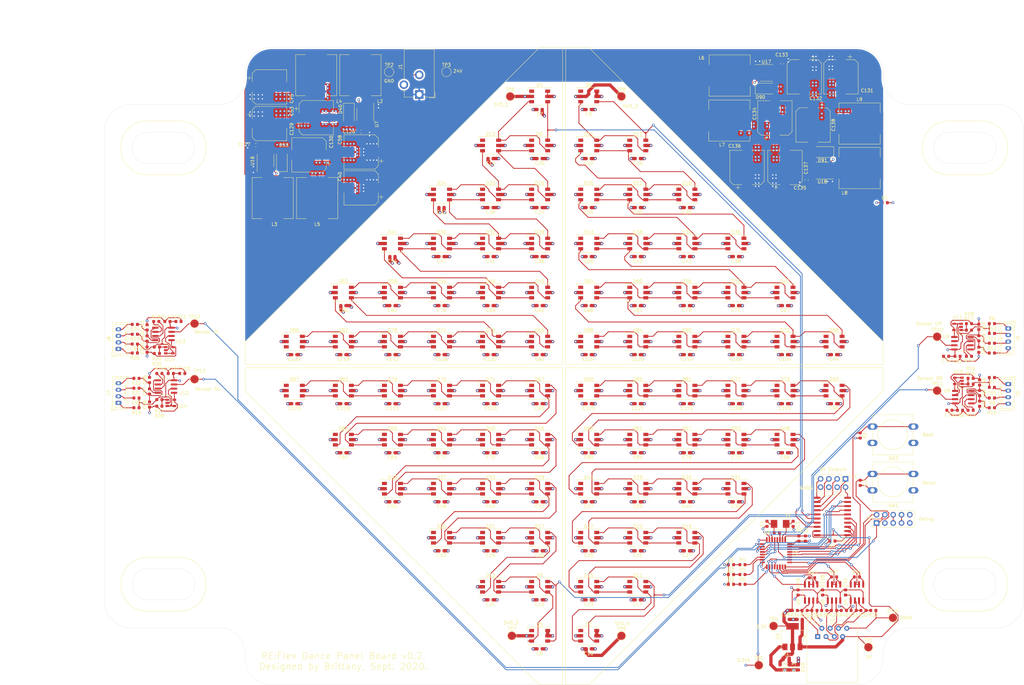
<source format=kicad_pcb>
(kicad_pcb (version 20171130) (host pcbnew "(5.1.4)-1")
  (layers (0 F.Cu signal hide) (1 In1.Cu power hide) (2 In2.Cu power) (31 B.Cu signal hide) (35 F.Paste user) (37 F.SilkS user) (39 F.Mask user) (44 Edge.Cuts user))
  (net 0 "")
  (net 1 GNDA)
  (net 2 "Net-(D1-Pad2)")
  (net 3 "Net-(D2-Pad2)")
  (net 4 "Net-(D3-Pad2)")
  (net 5 "Net-(D10-Pad4)")
  (net 6 "Net-(D11-Pad4)")
  (net 7 "Net-(D12-Pad4)")
  (net 8 "Net-(D13-Pad4)")
  (net 9 +5V)
  (net 10 NRST)
  (net 11 "Net-(C3-Pad2)")
  (net 12 "Net-(C4-Pad2)")
  (net 13 +3V3)
  (net 14 GND)
  (net 15 5VD_1)
  (net 16 5VD_2)
  (net 17 5VD_3)
  (net 18 5VD_4)
  (net 19 +3.3VA)
  (net 20 +24V)
  (net 21 "Net-(C59-Pad2)")
  (net 22 "Net-(C60-Pad2)")
  (net 23 "Net-(C62-Pad2)")
  (net 24 "Net-(C63-Pad2)")
  (net 25 "Net-(C96-Pad2)")
  (net 26 "Net-(C97-Pad2)")
  (net 27 "Net-(C100-Pad1)")
  (net 28 "Net-(C100-Pad2)")
  (net 29 "Net-(D4-Pad1)")
  (net 30 "Net-(D12-Pad6)")
  (net 31 LEDA)
  (net 32 LEDB)
  (net 33 "Net-(D13-Pad6)")
  (net 34 "Net-(D5-Pad1)")
  (net 35 "Net-(D6-Pad1)")
  (net 36 LEDC)
  (net 37 LEDD)
  (net 38 "Net-(D7-Pad1)")
  (net 39 "Net-(D8-Pad1)")
  (net 40 "Net-(D9-Pad1)")
  (net 41 "Net-(D10-Pad3)")
  (net 42 "Net-(D10-Pad1)")
  (net 43 "Net-(D11-Pad1)")
  (net 44 "Net-(D11-Pad3)")
  (net 45 "Net-(D12-Pad1)")
  (net 46 "Net-(D12-Pad3)")
  (net 47 "Net-(D13-Pad3)")
  (net 48 "Net-(D13-Pad1)")
  (net 49 "Net-(D14-Pad1)")
  (net 50 "Net-(D14-Pad3)")
  (net 51 "Net-(D15-Pad3)")
  (net 52 "Net-(D15-Pad1)")
  (net 53 "Net-(D16-Pad3)")
  (net 54 "Net-(D16-Pad1)")
  (net 55 "Net-(D17-Pad1)")
  (net 56 "Net-(D17-Pad3)")
  (net 57 "Net-(D18-Pad3)")
  (net 58 "Net-(D18-Pad1)")
  (net 59 "Net-(D19-Pad1)")
  (net 60 "Net-(D19-Pad3)")
  (net 61 "Net-(D20-Pad1)")
  (net 62 "Net-(D20-Pad3)")
  (net 63 "Net-(D21-Pad1)")
  (net 64 "Net-(D21-Pad3)")
  (net 65 "Net-(D22-Pad1)")
  (net 66 "Net-(D22-Pad3)")
  (net 67 "Net-(D23-Pad3)")
  (net 68 "Net-(D23-Pad1)")
  (net 69 "Net-(D24-Pad1)")
  (net 70 "Net-(D24-Pad3)")
  (net 71 "Net-(D25-Pad3)")
  (net 72 "Net-(D25-Pad1)")
  (net 73 "Net-(D26-Pad3)")
  (net 74 "Net-(D26-Pad1)")
  (net 75 "Net-(D27-Pad1)")
  (net 76 "Net-(D27-Pad3)")
  (net 77 "Net-(D28-Pad1)")
  (net 78 "Net-(D28-Pad3)")
  (net 79 "Net-(D29-Pad1)")
  (net 80 "Net-(D29-Pad3)")
  (net 81 "Net-(D30-Pad1)")
  (net 82 "Net-(D30-Pad3)")
  (net 83 "Net-(D31-Pad1)")
  (net 84 "Net-(D31-Pad3)")
  (net 85 "Net-(D32-Pad3)")
  (net 86 "Net-(D32-Pad1)")
  (net 87 "Net-(D33-Pad3)")
  (net 88 "Net-(D33-Pad1)")
  (net 89 "Net-(D34-Pad3)")
  (net 90 "Net-(D34-Pad1)")
  (net 91 "Net-(D35-Pad1)")
  (net 92 "Net-(D35-Pad3)")
  (net 93 "Net-(D36-Pad3)")
  (net 94 "Net-(D36-Pad1)")
  (net 95 "Net-(D37-Pad1)")
  (net 96 "Net-(D37-Pad3)")
  (net 97 "Net-(D38-Pad1)")
  (net 98 "Net-(D38-Pad3)")
  (net 99 "Net-(D39-Pad3)")
  (net 100 "Net-(D39-Pad1)")
  (net 101 "Net-(D40-Pad1)")
  (net 102 "Net-(D41-Pad3)")
  (net 103 "Net-(D41-Pad1)")
  (net 104 "Net-(D42-Pad3)")
  (net 105 "Net-(D42-Pad1)")
  (net 106 "Net-(D43-Pad3)")
  (net 107 "Net-(D43-Pad1)")
  (net 108 "Net-(D44-Pad1)")
  (net 109 "Net-(D44-Pad3)")
  (net 110 "Net-(D45-Pad3)")
  (net 111 "Net-(D45-Pad1)")
  (net 112 "Net-(D46-Pad1)")
  (net 113 "Net-(D46-Pad3)")
  (net 114 "Net-(D47-Pad1)")
  (net 115 "Net-(D47-Pad3)")
  (net 116 "Net-(D48-Pad3)")
  (net 117 "Net-(D48-Pad1)")
  (net 118 "Net-(D49-Pad3)")
  (net 119 "Net-(D49-Pad1)")
  (net 120 "Net-(D50-Pad3)")
  (net 121 "Net-(D50-Pad1)")
  (net 122 "Net-(D51-Pad3)")
  (net 123 "Net-(D51-Pad1)")
  (net 124 "Net-(D52-Pad1)")
  (net 125 "Net-(D52-Pad3)")
  (net 126 "Net-(D53-Pad1)")
  (net 127 "Net-(D54-Pad1)")
  (net 128 "Net-(D54-Pad3)")
  (net 129 "Net-(D55-Pad1)")
  (net 130 "Net-(D55-Pad3)")
  (net 131 "Net-(D56-Pad3)")
  (net 132 "Net-(D56-Pad1)")
  (net 133 "Net-(D57-Pad3)")
  (net 134 "Net-(D57-Pad1)")
  (net 135 "Net-(D58-Pad1)")
  (net 136 "Net-(D58-Pad3)")
  (net 137 "Net-(D59-Pad3)")
  (net 138 "Net-(D59-Pad1)")
  (net 139 "Net-(D60-Pad1)")
  (net 140 "Net-(D60-Pad3)")
  (net 141 "Net-(D61-Pad1)")
  (net 142 "Net-(D61-Pad3)")
  (net 143 "Net-(D62-Pad3)")
  (net 144 "Net-(D62-Pad1)")
  (net 145 "Net-(D63-Pad1)")
  (net 146 "Net-(D63-Pad3)")
  (net 147 "Net-(D64-Pad1)")
  (net 148 "Net-(D64-Pad3)")
  (net 149 "Net-(D65-Pad1)")
  (net 150 "Net-(D65-Pad3)")
  (net 151 "Net-(D66-Pad1)")
  (net 152 "Net-(D66-Pad3)")
  (net 153 "Net-(D67-Pad3)")
  (net 154 "Net-(D67-Pad1)")
  (net 155 "Net-(D68-Pad3)")
  (net 156 "Net-(D68-Pad1)")
  (net 157 "Net-(D69-Pad1)")
  (net 158 "Net-(D69-Pad3)")
  (net 159 "Net-(D70-Pad1)")
  (net 160 "Net-(D70-Pad3)")
  (net 161 "Net-(D71-Pad1)")
  (net 162 "Net-(D71-Pad3)")
  (net 163 "Net-(D72-Pad1)")
  (net 164 "Net-(D72-Pad3)")
  (net 165 "Net-(D73-Pad3)")
  (net 166 "Net-(D73-Pad1)")
  (net 167 "Net-(D74-Pad3)")
  (net 168 "Net-(D74-Pad1)")
  (net 169 "Net-(D75-Pad3)")
  (net 170 "Net-(D75-Pad1)")
  (net 171 "Net-(D76-Pad3)")
  (net 172 "Net-(D76-Pad1)")
  (net 173 "Net-(D77-Pad3)")
  (net 174 "Net-(D77-Pad1)")
  (net 175 "Net-(D78-Pad1)")
  (net 176 "Net-(D78-Pad3)")
  (net 177 "Net-(D79-Pad1)")
  (net 178 "Net-(D79-Pad3)")
  (net 179 "Net-(D80-Pad1)")
  (net 180 "Net-(D80-Pad3)")
  (net 181 "Net-(D81-Pad3)")
  (net 182 "Net-(D81-Pad1)")
  (net 183 "Net-(D82-Pad3)")
  (net 184 "Net-(D82-Pad1)")
  (net 185 "Net-(D83-Pad3)")
  (net 186 "Net-(D83-Pad1)")
  (net 187 "Net-(D84-Pad3)")
  (net 188 "Net-(D84-Pad1)")
  (net 189 "Net-(D85-Pad1)")
  (net 190 "Net-(D85-Pad3)")
  (net 191 "Net-(D86-Pad3)")
  (net 192 "Net-(D86-Pad1)")
  (net 193 "Net-(D87-Pad3)")
  (net 194 "Net-(D87-Pad1)")
  (net 195 "Net-(D88-Pad1)")
  (net 196 "Net-(D88-Pad3)")
  (net 197 "Net-(D89-Pad3)")
  (net 198 "Net-(D89-Pad1)")
  (net 199 "Net-(D90-Pad1)")
  (net 200 "Net-(D91-Pad1)")
  (net 201 TX+)
  (net 202 TX-)
  (net 203 RX+)
  (net 204 CK-)
  (net 205 CK+)
  (net 206 RX-)
  (net 207 SWDIO)
  (net 208 SWCLK)
  (net 209 "Net-(J3-Pad9)")
  (net 210 EXTERN1)
  (net 211 EXTERN2)
  (net 212 EXTERN3)
  (net 213 EXTERN4)
  (net 214 "Net-(J5-Pad1)")
  (net 215 "Net-(J5-Pad3)")
  (net 216 "Net-(J5-Pad4)")
  (net 217 "Net-(J6-Pad4)")
  (net 218 "Net-(J6-Pad3)")
  (net 219 "Net-(J6-Pad1)")
  (net 220 "Net-(J7-Pad4)")
  (net 221 "Net-(J7-Pad3)")
  (net 222 "Net-(J7-Pad1)")
  (net 223 "Net-(J8-Pad1)")
  (net 224 "Net-(J8-Pad3)")
  (net 225 "Net-(J8-Pad4)")
  (net 226 "Net-(L2-Pad2)")
  (net 227 "Net-(L3-Pad2)")
  (net 228 "Net-(L6-Pad2)")
  (net 229 "Net-(L8-Pad2)")
  (net 230 "Net-(R2-Pad1)")
  (net 231 "Net-(R3-Pad1)")
  (net 232 "Net-(R4-Pad1)")
  (net 233 "Net-(R5-Pad1)")
  (net 234 "Net-(R6-Pad1)")
  (net 235 "Net-(R13-Pad2)")
  (net 236 "Net-(R13-Pad1)")
  (net 237 "Net-(R14-Pad2)")
  (net 238 "Net-(R14-Pad1)")
  (net 239 "Net-(R15-Pad1)")
  (net 240 "Net-(R17-Pad1)")
  (net 241 "Net-(R25-Pad1)")
  (net 242 "Net-(R25-Pad2)")
  (net 243 "Net-(R26-Pad2)")
  (net 244 "Net-(R26-Pad1)")
  (net 245 "Net-(R27-Pad1)")
  (net 246 "Net-(R29-Pad1)")
  (net 247 UART_CK)
  (net 248 "Net-(R37-Pad1)")
  (net 249 UART_RX)
  (net 250 "Net-(R41-Pad1)")
  (net 251 "Net-(R42-Pad1)")
  (net 252 UART_TX)
  (net 253 SENS2)
  (net 254 SENS1)
  (net 255 SENS4)
  (net 256 SENS3)
  (net 257 LEDA_3.3)
  (net 258 LEDB_3.3)
  (net 259 LEDC_3.3)
  (net 260 LEDD_3.3)
  (net 261 EXTERN1_3.3)
  (net 262 EXTERN2_3.3)
  (net 263 EXTERN3_3.3)
  (net 264 EXTERN4_3.3)
  (net 265 TX_EN)
  (net 266 RX_EN)
  (net 267 CK_EN)
  (net 268 "Net-(U10-Pad3)")
  (net 269 "Net-(U11-Pad3)")
  (net 270 "Net-(U12-Pad6)")
  (net 271 "Net-(U13-Pad6)")
  (net 272 "Net-(J3-Pad3)")
  (net 273 "Net-(J3-Pad10)")
  (module Inductor_SMD:L_12x12mm_H8mm (layer F.Cu) (at 150.2 56 90)
    (fp_text reference L2 (at -8 6 180) (layer F.SilkS))
    (fp_text value 33u)
    (pad 1 smd rect (at -4.95 0 90) (size 2.9 5.4) (layers F.Cu F.Paste F.Mask) (net 101 "Net-(D40-Pad1)"))
    (pad 2 smd rect (at 4.95 0 90) (size 2.9 5.4) (layers F.Cu F.Paste F.Mask) (net 226 "Net-(L2-Pad2)"))
  )
  (module Capacitor_SMD:CP_Elec_10x10 (layer F.Cu) (at 150.45 90.5 180)
    (fp_text reference C40 (at 6.5 3.5 90) (layer F.SilkS))
    (fp_text value 220u)
    (pad 1 smd roundrect (at -4 0 180) (size 4 2.5) (layers F.Cu F.Paste F.Mask) (roundrect_rratio 0.1) (net 20 +24V))
    (pad 2 smd roundrect (at 4 0 180) (size 4 2.5) (layers F.Cu F.Paste F.Mask) (roundrect_rratio 0.1) (net 14 GND))
  )
  (module Package_SO:SOIC-8_3.9x4.9mm_P1.27mm (layer F.Cu) (at 334.5 154.5 180)
    (fp_text reference U8 (at 5 2) (layer F.SilkS))
    (fp_text value INA826)
    (pad 1 smd roundrect (at -2.475 -1.905 180) (size 1.95 0.6) (layers F.Cu F.Paste F.Mask) (net 21 "Net-(C59-Pad2)"))
    (pad 2 smd roundrect (at -2.475 -0.635 180) (size 1.95 0.6) (layers F.Cu F.Paste F.Mask) (net 236 "Net-(R13-Pad1)"))
    (pad 3 smd roundrect (at -2.475 0.635 180) (size 1.95 0.6) (layers F.Cu F.Paste F.Mask) (net 235 "Net-(R13-Pad2)"))
    (pad 4 smd roundrect (at -2.475 1.905 180) (size 1.95 0.6) (layers F.Cu F.Paste F.Mask) (net 22 "Net-(C60-Pad2)"))
    (pad 5 smd roundrect (at 2.475 1.905 180) (size 1.95 0.6) (layers F.Cu F.Paste F.Mask) (net 1 GNDA))
    (pad 6 smd roundrect (at 2.475 0.635 180) (size 1.95 0.6) (layers F.Cu F.Paste F.Mask) (net 268 "Net-(U10-Pad3)"))
    (pad 7 smd roundrect (at 2.475 -0.635 180) (size 1.95 0.6) (layers F.Cu F.Paste F.Mask) (net 254 SENS1))
    (pad 8 smd roundrect (at 2.475 -1.905 180) (size 1.95 0.6) (layers F.Cu F.Paste F.Mask) (net 19 +3.3VA))
  )
  (module Capacitor_SMD:C_0603_1608Metric (layer F.Cu) (at 343.25 151.5)
    (fp_text reference C51 (at 0 1.75) (layer F.SilkS))
    (fp_text value 0.1u)
    (pad 1 smd roundrect (at -0.7875 0) (size 0.875 0.95) (layers F.Cu F.Paste F.Mask) (net 19 +3.3VA))
    (pad 2 smd roundrect (at 0.7875 0) (size 0.875 0.95) (layers F.Cu F.Paste F.Mask) (net 1 GNDA))
  )
  (module LED_SMD:LED_WS2812_PLCC6_5.0x5.0mm_P1.6mm (layer F.Cu) (at 190 152.5)
    (fp_text reference D71 (at 0 -3.5) (layer F.SilkS))
    (fp_text value WS2813)
    (pad 4 smd rect (at 2.45 1.6) (size 1.5 1) (layers F.Cu F.Paste F.Mask) (net 153 "Net-(D67-Pad3)"))
    (pad 5 smd rect (at 2.45 0) (size 1.5 1) (layers F.Cu F.Paste F.Mask) (net 14 GND))
    (pad 6 smd rect (at 2.45 -1.6) (size 1.5 1) (layers F.Cu F.Paste F.Mask) (net 146 "Net-(D63-Pad3)"))
    (pad 3 smd rect (at -2.45 1.6) (size 1.5 1) (layers F.Cu F.Paste F.Mask) (net 162 "Net-(D71-Pad3)"))
    (pad 2 smd rect (at -2.45 0) (size 1.5 1) (layers F.Cu F.Paste F.Mask) (net 16 5VD_2))
    (pad 1 smd rect (at -2.45 -1.6) (size 1.5 1) (layers F.Cu F.Paste F.Mask) (net 161 "Net-(D71-Pad1)"))
  )
  (module LED_SMD:LED_WS2812_PLCC6_5.0x5.0mm_P1.6mm (layer F.Cu) (at 190 167.5)
    (fp_text reference D50 (at 0 -3.5) (layer F.SilkS))
    (fp_text value WS2813)
    (pad 1 smd rect (at -2.45 -1.6) (size 1.5 1) (layers F.Cu F.Paste F.Mask) (net 121 "Net-(D50-Pad1)"))
    (pad 2 smd rect (at -2.45 0) (size 1.5 1) (layers F.Cu F.Paste F.Mask) (net 16 5VD_2))
    (pad 3 smd rect (at -2.45 1.6) (size 1.5 1) (layers F.Cu F.Paste F.Mask) (net 120 "Net-(D50-Pad3)"))
    (pad 6 smd rect (at 2.45 -1.6) (size 1.5 1) (layers F.Cu F.Paste F.Mask) (net 104 "Net-(D42-Pad3)"))
    (pad 5 smd rect (at 2.45 0) (size 1.5 1) (layers F.Cu F.Paste F.Mask) (net 14 GND))
    (pad 4 smd rect (at 2.45 1.6) (size 1.5 1) (layers F.Cu F.Paste F.Mask) (net 113 "Net-(D46-Pad3)"))
  )
  (module LED_SMD:LED_WS2812_PLCC6_5.0x5.0mm_P1.6mm (layer F.Cu) (at 145 167.5)
    (fp_text reference D63 (at 0 -3.5) (layer F.SilkS))
    (fp_text value WS2813)
    (pad 4 smd rect (at 2.45 1.6) (size 1.5 1) (layers F.Cu F.Paste F.Mask) (net 137 "Net-(D59-Pad3)"))
    (pad 5 smd rect (at 2.45 0) (size 1.5 1) (layers F.Cu F.Paste F.Mask) (net 14 GND))
    (pad 6 smd rect (at 2.45 -1.6) (size 1.5 1) (layers F.Cu F.Paste F.Mask) (net 130 "Net-(D55-Pad3)"))
    (pad 3 smd rect (at -2.45 1.6) (size 1.5 1) (layers F.Cu F.Paste F.Mask) (net 146 "Net-(D63-Pad3)"))
    (pad 2 smd rect (at -2.45 0) (size 1.5 1) (layers F.Cu F.Paste F.Mask) (net 16 5VD_2))
    (pad 1 smd rect (at -2.45 -1.6) (size 1.5 1) (layers F.Cu F.Paste F.Mask) (net 145 "Net-(D63-Pad1)"))
  )
  (module LED_SMD:LED_WS2812_PLCC6_5.0x5.0mm_P1.6mm (layer F.Cu) (at 205 167.5)
    (fp_text reference D46 (at 0 -3.5) (layer F.SilkS))
    (fp_text value WS2813)
    (pad 4 smd rect (at 2.45 1.6) (size 1.5 1) (layers F.Cu F.Paste F.Mask) (net 104 "Net-(D42-Pad3)"))
    (pad 5 smd rect (at 2.45 0) (size 1.5 1) (layers F.Cu F.Paste F.Mask) (net 14 GND))
    (pad 6 smd rect (at 2.45 -1.6) (size 1.5 1) (layers F.Cu F.Paste F.Mask) (net 96 "Net-(D37-Pad3)"))
    (pad 3 smd rect (at -2.45 1.6) (size 1.5 1) (layers F.Cu F.Paste F.Mask) (net 113 "Net-(D46-Pad3)"))
    (pad 2 smd rect (at -2.45 0) (size 1.5 1) (layers F.Cu F.Paste F.Mask) (net 16 5VD_2))
    (pad 1 smd rect (at -2.45 -1.6) (size 1.5 1) (layers F.Cu F.Paste F.Mask) (net 112 "Net-(D46-Pad1)"))
  )
  (module LED_SMD:LED_WS2812_PLCC6_5.0x5.0mm_P1.6mm (layer F.Cu) (at 160 167.5)
    (fp_text reference D59 (at 0 -3.5) (layer F.SilkS))
    (fp_text value WS2813)
    (pad 1 smd rect (at -2.45 -1.6) (size 1.5 1) (layers F.Cu F.Paste F.Mask) (net 138 "Net-(D59-Pad1)"))
    (pad 2 smd rect (at -2.45 0) (size 1.5 1) (layers F.Cu F.Paste F.Mask) (net 16 5VD_2))
    (pad 3 smd rect (at -2.45 1.6) (size 1.5 1) (layers F.Cu F.Paste F.Mask) (net 137 "Net-(D59-Pad3)"))
    (pad 6 smd rect (at 2.45 -1.6) (size 1.5 1) (layers F.Cu F.Paste F.Mask) (net 120 "Net-(D50-Pad3)"))
    (pad 5 smd rect (at 2.45 0) (size 1.5 1) (layers F.Cu F.Paste F.Mask) (net 14 GND))
    (pad 4 smd rect (at 2.45 1.6) (size 1.5 1) (layers F.Cu F.Paste F.Mask) (net 130 "Net-(D55-Pad3)"))
  )
  (module LED_SMD:LED_WS2812_PLCC6_5.0x5.0mm_P1.6mm (layer F.Cu) (at 160 182.5)
    (fp_text reference D42 (at 0 -3.5) (layer F.SilkS))
    (fp_text value WS2813)
    (pad 1 smd rect (at -2.45 -1.6) (size 1.5 1) (layers F.Cu F.Paste F.Mask) (net 105 "Net-(D42-Pad1)"))
    (pad 2 smd rect (at -2.45 0) (size 1.5 1) (layers F.Cu F.Paste F.Mask) (net 16 5VD_2))
    (pad 3 smd rect (at -2.45 1.6) (size 1.5 1) (layers F.Cu F.Paste F.Mask) (net 104 "Net-(D42-Pad3)"))
    (pad 6 smd rect (at 2.45 -1.6) (size 1.5 1) (layers F.Cu F.Paste F.Mask) (net 87 "Net-(D33-Pad3)"))
    (pad 5 smd rect (at 2.45 0) (size 1.5 1) (layers F.Cu F.Paste F.Mask) (net 14 GND))
    (pad 4 smd rect (at 2.45 1.6) (size 1.5 1) (layers F.Cu F.Paste F.Mask) (net 96 "Net-(D37-Pad3)"))
  )
  (module LED_SMD:LED_WS2812_PLCC6_5.0x5.0mm_P1.6mm (layer F.Cu) (at 175 167.5)
    (fp_text reference D55 (at 0 -3.5) (layer F.SilkS))
    (fp_text value WS2813)
    (pad 4 smd rect (at 2.45 1.6) (size 1.5 1) (layers F.Cu F.Paste F.Mask) (net 120 "Net-(D50-Pad3)"))
    (pad 5 smd rect (at 2.45 0) (size 1.5 1) (layers F.Cu F.Paste F.Mask) (net 14 GND))
    (pad 6 smd rect (at 2.45 -1.6) (size 1.5 1) (layers F.Cu F.Paste F.Mask) (net 113 "Net-(D46-Pad3)"))
    (pad 3 smd rect (at -2.45 1.6) (size 1.5 1) (layers F.Cu F.Paste F.Mask) (net 130 "Net-(D55-Pad3)"))
    (pad 2 smd rect (at -2.45 0) (size 1.5 1) (layers F.Cu F.Paste F.Mask) (net 16 5VD_2))
    (pad 1 smd rect (at -2.45 -1.6) (size 1.5 1) (layers F.Cu F.Paste F.Mask) (net 129 "Net-(D55-Pad1)"))
  )
  (module LED_SMD:LED_WS2812_PLCC6_5.0x5.0mm_P1.6mm (layer F.Cu) (at 205 152.5)
    (fp_text reference D67 (at 0 -3.5) (layer F.SilkS))
    (fp_text value WS2813)
    (pad 1 smd rect (at -2.45 -1.6) (size 1.5 1) (layers F.Cu F.Paste F.Mask) (net 154 "Net-(D67-Pad1)"))
    (pad 2 smd rect (at -2.45 0) (size 1.5 1) (layers F.Cu F.Paste F.Mask) (net 16 5VD_2))
    (pad 3 smd rect (at -2.45 1.6) (size 1.5 1) (layers F.Cu F.Paste F.Mask) (net 153 "Net-(D67-Pad3)"))
    (pad 6 smd rect (at 2.45 -1.6) (size 1.5 1) (layers F.Cu F.Paste F.Mask) (net 137 "Net-(D59-Pad3)"))
    (pad 5 smd rect (at 2.45 0) (size 1.5 1) (layers F.Cu F.Paste F.Mask) (net 14 GND))
    (pad 4 smd rect (at 2.45 1.6) (size 1.5 1) (layers F.Cu F.Paste F.Mask) (net 146 "Net-(D63-Pad3)"))
  )
  (module LED_SMD:LED_WS2812_PLCC6_5.0x5.0mm_P1.6mm (layer F.Cu) (at 175 197.5)
    (fp_text reference D25 (at 0 -3.5) (layer F.SilkS))
    (fp_text value WS2813)
    (pad 1 smd rect (at -2.45 -1.6) (size 1.5 1) (layers F.Cu F.Paste F.Mask) (net 72 "Net-(D25-Pad1)"))
    (pad 2 smd rect (at -2.45 0) (size 1.5 1) (layers F.Cu F.Paste F.Mask) (net 16 5VD_2))
    (pad 3 smd rect (at -2.45 1.6) (size 1.5 1) (layers F.Cu F.Paste F.Mask) (net 71 "Net-(D25-Pad3)"))
    (pad 6 smd rect (at 2.45 -1.6) (size 1.5 1) (layers F.Cu F.Paste F.Mask) (net 56 "Net-(D17-Pad3)"))
    (pad 5 smd rect (at 2.45 0) (size 1.5 1) (layers F.Cu F.Paste F.Mask) (net 14 GND))
    (pad 4 smd rect (at 2.45 1.6) (size 1.5 1) (layers F.Cu F.Paste F.Mask) (net 64 "Net-(D21-Pad3)"))
  )
  (module LED_SMD:LED_WS2812_PLCC6_5.0x5.0mm_P1.6mm (layer F.Cu) (at 205 227.5)
    (fp_text reference D5 (at 0 -3.5) (layer F.SilkS))
    (fp_text value WS2813)
    (pad 1 smd rect (at -2.45 -1.6) (size 1.5 1) (layers F.Cu F.Paste F.Mask) (net 34 "Net-(D5-Pad1)"))
    (pad 2 smd rect (at -2.45 0) (size 1.5 1) (layers F.Cu F.Paste F.Mask) (net 16 5VD_2))
    (pad 3 smd rect (at -2.45 1.6) (size 1.5 1) (layers F.Cu F.Paste F.Mask) (net 33 "Net-(D13-Pad6)"))
    (pad 6 smd rect (at 2.45 -1.6) (size 1.5 1) (layers F.Cu F.Paste F.Mask) (net 14 GND))
    (pad 5 smd rect (at 2.45 0) (size 1.5 1) (layers F.Cu F.Paste F.Mask) (net 14 GND))
    (pad 4 smd rect (at 2.45 1.6) (size 1.5 1) (layers F.Cu F.Paste F.Mask) (net 32 LEDB))
  )
  (module LED_SMD:LED_WS2812_PLCC6_5.0x5.0mm_P1.6mm (layer F.Cu) (at 190 212.5)
    (fp_text reference D13 (at 0 -3.5) (layer F.SilkS))
    (fp_text value WS2813)
    (pad 1 smd rect (at -2.45 -1.6) (size 1.5 1) (layers F.Cu F.Paste F.Mask) (net 48 "Net-(D13-Pad1)"))
    (pad 2 smd rect (at -2.45 0) (size 1.5 1) (layers F.Cu F.Paste F.Mask) (net 16 5VD_2))
    (pad 3 smd rect (at -2.45 1.6) (size 1.5 1) (layers F.Cu F.Paste F.Mask) (net 47 "Net-(D13-Pad3)"))
    (pad 6 smd rect (at 2.45 -1.6) (size 1.5 1) (layers F.Cu F.Paste F.Mask) (net 33 "Net-(D13-Pad6)"))
    (pad 5 smd rect (at 2.45 0) (size 1.5 1) (layers F.Cu F.Paste F.Mask) (net 14 GND))
    (pad 4 smd rect (at 2.45 1.6) (size 1.5 1) (layers F.Cu F.Paste F.Mask) (net 8 "Net-(D13-Pad4)"))
  )
  (module LED_SMD:LED_WS2812_PLCC6_5.0x5.0mm_P1.6mm (layer F.Cu) (at 190 197.5)
    (fp_text reference D21 (at 0 -3.5) (layer F.SilkS))
    (fp_text value WS2813)
    (pad 4 smd rect (at 2.45 1.6) (size 1.5 1) (layers F.Cu F.Paste F.Mask) (net 56 "Net-(D17-Pad3)"))
    (pad 5 smd rect (at 2.45 0) (size 1.5 1) (layers F.Cu F.Paste F.Mask) (net 14 GND))
    (pad 6 smd rect (at 2.45 -1.6) (size 1.5 1) (layers F.Cu F.Paste F.Mask) (net 47 "Net-(D13-Pad3)"))
    (pad 3 smd rect (at -2.45 1.6) (size 1.5 1) (layers F.Cu F.Paste F.Mask) (net 64 "Net-(D21-Pad3)"))
    (pad 2 smd rect (at -2.45 0) (size 1.5 1) (layers F.Cu F.Paste F.Mask) (net 16 5VD_2))
    (pad 1 smd rect (at -2.45 -1.6) (size 1.5 1) (layers F.Cu F.Paste F.Mask) (net 63 "Net-(D21-Pad1)"))
  )
  (module LED_SMD:LED_WS2812_PLCC6_5.0x5.0mm_P1.6mm (layer F.Cu) (at 175 182.5)
    (fp_text reference D37 (at 0 -3.5) (layer F.SilkS))
    (fp_text value WS2813)
    (pad 4 smd rect (at 2.45 1.6) (size 1.5 1) (layers F.Cu F.Paste F.Mask) (net 87 "Net-(D33-Pad3)"))
    (pad 5 smd rect (at 2.45 0) (size 1.5 1) (layers F.Cu F.Paste F.Mask) (net 14 GND))
    (pad 6 smd rect (at 2.45 -1.6) (size 1.5 1) (layers F.Cu F.Paste F.Mask) (net 80 "Net-(D29-Pad3)"))
    (pad 3 smd rect (at -2.45 1.6) (size 1.5 1) (layers F.Cu F.Paste F.Mask) (net 96 "Net-(D37-Pad3)"))
    (pad 2 smd rect (at -2.45 0) (size 1.5 1) (layers F.Cu F.Paste F.Mask) (net 16 5VD_2))
    (pad 1 smd rect (at -2.45 -1.6) (size 1.5 1) (layers F.Cu F.Paste F.Mask) (net 95 "Net-(D37-Pad1)"))
  )
  (module LED_SMD:LED_WS2812_PLCC6_5.0x5.0mm_P1.6mm (layer F.Cu) (at 205 212.5)
    (fp_text reference D9 (at 0 -3.5) (layer F.SilkS))
    (fp_text value WS2813)
    (pad 1 smd rect (at -2.45 -1.6) (size 1.5 1) (layers F.Cu F.Paste F.Mask) (net 40 "Net-(D9-Pad1)"))
    (pad 2 smd rect (at -2.45 0) (size 1.5 1) (layers F.Cu F.Paste F.Mask) (net 16 5VD_2))
    (pad 3 smd rect (at -2.45 1.6) (size 1.5 1) (layers F.Cu F.Paste F.Mask) (net 8 "Net-(D13-Pad4)"))
    (pad 6 smd rect (at 2.45 -1.6) (size 1.5 1) (layers F.Cu F.Paste F.Mask) (net 32 LEDB))
    (pad 5 smd rect (at 2.45 0) (size 1.5 1) (layers F.Cu F.Paste F.Mask) (net 14 GND))
    (pad 4 smd rect (at 2.45 1.6) (size 1.5 1) (layers F.Cu F.Paste F.Mask) (net 33 "Net-(D13-Pad6)"))
  )
  (module LED_SMD:LED_WS2812_PLCC6_5.0x5.0mm_P1.6mm (layer F.Cu) (at 205 197.5)
    (fp_text reference D17 (at 0 -3.5) (layer F.SilkS))
    (fp_text value WS2813)
    (pad 4 smd rect (at 2.45 1.6) (size 1.5 1) (layers F.Cu F.Paste F.Mask) (net 47 "Net-(D13-Pad3)"))
    (pad 5 smd rect (at 2.45 0) (size 1.5 1) (layers F.Cu F.Paste F.Mask) (net 14 GND))
    (pad 6 smd rect (at 2.45 -1.6) (size 1.5 1) (layers F.Cu F.Paste F.Mask) (net 8 "Net-(D13-Pad4)"))
    (pad 3 smd rect (at -2.45 1.6) (size 1.5 1) (layers F.Cu F.Paste F.Mask) (net 56 "Net-(D17-Pad3)"))
    (pad 2 smd rect (at -2.45 0) (size 1.5 1) (layers F.Cu F.Paste F.Mask) (net 16 5VD_2))
    (pad 1 smd rect (at -2.45 -1.6) (size 1.5 1) (layers F.Cu F.Paste F.Mask) (net 55 "Net-(D17-Pad1)"))
  )
  (module LED_SMD:LED_WS2812_PLCC6_5.0x5.0mm_P1.6mm (layer F.Cu) (at 205 182.5)
    (fp_text reference D29 (at 0 -3.5) (layer F.SilkS))
    (fp_text value WS2813)
    (pad 4 smd rect (at 2.45 1.6) (size 1.5 1) (layers F.Cu F.Paste F.Mask) (net 71 "Net-(D25-Pad3)"))
    (pad 5 smd rect (at 2.45 0) (size 1.5 1) (layers F.Cu F.Paste F.Mask) (net 14 GND))
    (pad 6 smd rect (at 2.45 -1.6) (size 1.5 1) (layers F.Cu F.Paste F.Mask) (net 64 "Net-(D21-Pad3)"))
    (pad 3 smd rect (at -2.45 1.6) (size 1.5 1) (layers F.Cu F.Paste F.Mask) (net 80 "Net-(D29-Pad3)"))
    (pad 2 smd rect (at -2.45 0) (size 1.5 1) (layers F.Cu F.Paste F.Mask) (net 16 5VD_2))
    (pad 1 smd rect (at -2.45 -1.6) (size 1.5 1) (layers F.Cu F.Paste F.Mask) (net 79 "Net-(D29-Pad1)"))
  )
  (module LED_SMD:LED_WS2812_PLCC6_5.0x5.0mm_P1.6mm (layer F.Cu) (at 190 182.5)
    (fp_text reference D33 (at 0 -3.5) (layer F.SilkS))
    (fp_text value WS2813)
    (pad 1 smd rect (at -2.45 -1.6) (size 1.5 1) (layers F.Cu F.Paste F.Mask) (net 88 "Net-(D33-Pad1)"))
    (pad 2 smd rect (at -2.45 0) (size 1.5 1) (layers F.Cu F.Paste F.Mask) (net 16 5VD_2))
    (pad 3 smd rect (at -2.45 1.6) (size 1.5 1) (layers F.Cu F.Paste F.Mask) (net 87 "Net-(D33-Pad3)"))
    (pad 6 smd rect (at 2.45 -1.6) (size 1.5 1) (layers F.Cu F.Paste F.Mask) (net 71 "Net-(D25-Pad3)"))
    (pad 5 smd rect (at 2.45 0) (size 1.5 1) (layers F.Cu F.Paste F.Mask) (net 14 GND))
    (pad 4 smd rect (at 2.45 1.6) (size 1.5 1) (layers F.Cu F.Paste F.Mask) (net 80 "Net-(D29-Pad3)"))
  )
  (module LED_SMD:LED_WS2812_PLCC6_5.0x5.0mm_P1.6mm (layer F.Cu) (at 175 152.5)
    (fp_text reference D75 (at 0 -3.5) (layer F.SilkS))
    (fp_text value WS2813)
    (pad 1 smd rect (at -2.45 -1.6) (size 1.5 1) (layers F.Cu F.Paste F.Mask) (net 170 "Net-(D75-Pad1)"))
    (pad 2 smd rect (at -2.45 0) (size 1.5 1) (layers F.Cu F.Paste F.Mask) (net 16 5VD_2))
    (pad 3 smd rect (at -2.45 1.6) (size 1.5 1) (layers F.Cu F.Paste F.Mask) (net 169 "Net-(D75-Pad3)"))
    (pad 6 smd rect (at 2.45 -1.6) (size 1.5 1) (layers F.Cu F.Paste F.Mask) (net 153 "Net-(D67-Pad3)"))
    (pad 5 smd rect (at 2.45 0) (size 1.5 1) (layers F.Cu F.Paste F.Mask) (net 14 GND))
    (pad 4 smd rect (at 2.45 1.6) (size 1.5 1) (layers F.Cu F.Paste F.Mask) (net 162 "Net-(D71-Pad3)"))
  )
  (module Capacitor_SMD:C_0603_1608Metric (layer F.Cu) (at 294.5 198.5 180)
    (fp_text reference C1 (at 0 -1.43) (layer F.SilkS))
    (fp_text value 0.1u)
    (pad 2 smd roundrect (at 0.7875 0 180) (size 0.875 0.95) (layers F.Cu F.Paste F.Mask) (net 1 GNDA))
    (pad 1 smd roundrect (at -0.7875 0 180) (size 0.875 0.95) (layers F.Cu F.Paste F.Mask) (net 9 +5V))
  )
  (module Capacitor_SMD:C_0603_1608Metric (layer F.Cu) (at 303 180.7125 90)
    (fp_text reference C2 (at 0 1.5 90) (layer F.SilkS))
    (fp_text value 0.1u)
    (pad 2 smd roundrect (at 0.7875 0 90) (size 0.875 0.95) (layers F.Cu F.Paste F.Mask) (net 10 NRST))
    (pad 1 smd roundrect (at -0.7875 0 90) (size 0.875 0.95) (layers F.Cu F.Paste F.Mask) (net 1 GNDA))
  )
  (module Capacitor_SMD:C_0603_1608Metric (layer F.Cu) (at 282.5 193.25 90)
    (fp_text reference C3 (at -0.25 1.5 90) (layer F.SilkS))
    (fp_text value 22p)
    (pad 1 smd roundrect (at -0.7875 0 90) (size 0.875 0.95) (layers F.Cu F.Paste F.Mask) (net 1 GNDA))
    (pad 2 smd roundrect (at 0.7875 0 90) (size 0.875 0.95) (layers F.Cu F.Paste F.Mask) (net 11 "Net-(C3-Pad2)"))
  )
  (module Capacitor_SMD:C_0603_1608Metric (layer F.Cu) (at 274.5 193.25 90)
    (fp_text reference C4 (at 0 -1.43 90) (layer F.SilkS))
    (fp_text value 22p)
    (pad 2 smd roundrect (at 0.7875 0 90) (size 0.875 0.95) (layers F.Cu F.Paste F.Mask) (net 12 "Net-(C4-Pad2)"))
    (pad 1 smd roundrect (at -0.7875 0 90) (size 0.875 0.95) (layers F.Cu F.Paste F.Mask) (net 1 GNDA))
  )
  (module Capacitor_SMD:C_0603_1608Metric (layer F.Cu) (at 286.25 197.75 90)
    (fp_text reference C5 (at 2.5 0 180) (layer F.SilkS))
    (fp_text value 0.1u)
    (pad 2 smd roundrect (at 0.7875 0 90) (size 0.875 0.95) (layers F.Cu F.Paste F.Mask) (net 13 +3V3))
    (pad 1 smd roundrect (at -0.7875 0 90) (size 0.875 0.95) (layers F.Cu F.Paste F.Mask) (net 1 GNDA))
  )
  (module Capacitor_SMD:C_0603_1608Metric (layer F.Cu) (at 284.25 197.75 90)
    (fp_text reference C6 (at 2.5 0 180) (layer F.SilkS))
    (fp_text value 0.1u)
    (pad 1 smd roundrect (at -0.7875 0 90) (size 0.875 0.95) (layers F.Cu F.Paste F.Mask) (net 1 GNDA))
    (pad 2 smd roundrect (at 0.7875 0 90) (size 0.875 0.95) (layers F.Cu F.Paste F.Mask) (net 13 +3V3))
  )
  (module Capacitor_SMD:C_0603_1608Metric (layer F.Cu) (at 205 66.5 180)
    (fp_text reference C7 (at 0 -1.43) (layer F.SilkS))
    (fp_text value 0.1u)
    (pad 2 smd roundrect (at 0.7875 0 180) (size 0.875 0.95) (layers F.Cu F.Paste F.Mask) (net 15 5VD_1))
    (pad 1 smd roundrect (at -0.7875 0 180) (size 0.875 0.95) (layers F.Cu F.Paste F.Mask) (net 14 GND))
  )
  (module Capacitor_SMD:C_0603_1608Metric (layer F.Cu) (at 205 231.5 180)
    (fp_text reference C8 (at 0 -1.43) (layer F.SilkS))
    (fp_text value 0.1u)
    (pad 2 smd roundrect (at 0.7875 0 180) (size 0.875 0.95) (layers F.Cu F.Paste F.Mask) (net 16 5VD_2))
    (pad 1 smd roundrect (at -0.7875 0 180) (size 0.875 0.95) (layers F.Cu F.Paste F.Mask) (net 14 GND))
  )
  (module Capacitor_SMD:C_0603_1608Metric (layer F.Cu) (at 220 66.5 180)
    (fp_text reference C9 (at 0 -1.43) (layer F.SilkS))
    (fp_text value 0.1u)
    (pad 2 smd roundrect (at 0.7875 0 180) (size 0.875 0.95) (layers F.Cu F.Paste F.Mask) (net 17 5VD_3))
    (pad 1 smd roundrect (at -0.7875 0 180) (size 0.875 0.95) (layers F.Cu F.Paste F.Mask) (net 14 GND))
  )
  (module Capacitor_SMD:C_0603_1608Metric (layer F.Cu) (at 220 231.5 180)
    (fp_text reference C10 (at 0 -1.43) (layer F.SilkS))
    (fp_text value 0.1u)
    (pad 1 smd roundrect (at -0.7875 0 180) (size 0.875 0.95) (layers F.Cu F.Paste F.Mask) (net 14 GND))
    (pad 2 smd roundrect (at 0.7875 0 180) (size 0.875 0.95) (layers F.Cu F.Paste F.Mask) (net 18 5VD_4))
  )
  (module Capacitor_SMD:C_0603_1608Metric (layer F.Cu) (at 284.5 222.5 180)
    (fp_text reference C11 (at -3.5 0) (layer F.SilkS))
    (fp_text value 10u)
    (pad 2 smd roundrect (at 0.7875 0 180) (size 0.875 0.95) (layers F.Cu F.Paste F.Mask) (net 1 GNDA))
    (pad 1 smd roundrect (at -0.7875 0 180) (size 0.875 0.95) (layers F.Cu F.Paste F.Mask) (net 9 +5V))
  )
  (module Capacitor_SMD:C_0603_1608Metric (layer F.Cu) (at 278.5 237.15 270)
    (fp_text reference C12 (at 0 -1.43 90) (layer F.SilkS))
    (fp_text value 1u)
    (pad 2 smd roundrect (at 0.7875 0 270) (size 0.875 0.95) (layers F.Cu F.Paste F.Mask) (net 1 GNDA))
    (pad 1 smd roundrect (at -0.7875 0 270) (size 0.875 0.95) (layers F.Cu F.Paste F.Mask) (net 13 +3V3))
  )
  (module Capacitor_SMD:C_0603_1608Metric (layer F.Cu) (at 281.3 237.15 270)
    (fp_text reference C13 (at 0 -1.43 90) (layer F.SilkS))
    (fp_text value 1u)
    (pad 2 smd roundrect (at 0.7875 0 270) (size 0.875 0.95) (layers F.Cu F.Paste F.Mask) (net 1 GNDA))
    (pad 1 smd roundrect (at -0.7875 0 270) (size 0.875 0.95) (layers F.Cu F.Paste F.Mask) (net 19 +3.3VA))
  )
  (module Capacitor_SMD:C_0603_1608Metric (layer F.Cu) (at 190 81.5 180)
    (fp_text reference C14 (at 0 -1.43) (layer F.SilkS))
    (fp_text value 0.1u)
    (pad 2 smd roundrect (at 0.7875 0 180) (size 0.875 0.95) (layers F.Cu F.Paste F.Mask) (net 15 5VD_1))
    (pad 1 smd roundrect (at -0.7875 0 180) (size 0.875 0.95) (layers F.Cu F.Paste F.Mask) (net 14 GND))
  )
  (module Capacitor_SMD:C_0603_1608Metric (layer F.Cu) (at 205 216.5 180)
    (fp_text reference C15 (at 0 -1.43) (layer F.SilkS))
    (fp_text value 0.1u)
    (pad 1 smd roundrect (at -0.7875 0 180) (size 0.875 0.95) (layers F.Cu F.Paste F.Mask) (net 14 GND))
    (pad 2 smd roundrect (at 0.7875 0 180) (size 0.875 0.95) (layers F.Cu F.Paste F.Mask) (net 16 5VD_2))
  )
  (module Capacitor_SMD:C_0603_1608Metric (layer F.Cu) (at 235 81.5 180)
    (fp_text reference C16 (at 0 -1.43) (layer F.SilkS))
    (fp_text value 0.1u)
    (pad 1 smd roundrect (at -0.7875 0 180) (size 0.875 0.95) (layers F.Cu F.Paste F.Mask) (net 14 GND))
    (pad 2 smd roundrect (at 0.7875 0 180) (size 0.875 0.95) (layers F.Cu F.Paste F.Mask) (net 17 5VD_3))
  )
  (module Capacitor_SMD:C_0603_1608Metric (layer F.Cu) (at 235 216.5 180)
    (fp_text reference C17 (at 0 -1.43) (layer F.SilkS))
    (fp_text value 0.1u)
    (pad 1 smd roundrect (at -0.7875 0 180) (size 0.875 0.95) (layers F.Cu F.Paste F.Mask) (net 14 GND))
    (pad 2 smd roundrect (at 0.7875 0 180) (size 0.875 0.95) (layers F.Cu F.Paste F.Mask) (net 18 5VD_4))
  )
  (module Capacitor_SMD:C_0603_1608Metric (layer F.Cu) (at 284.1 237.15 270)
    (fp_text reference C18 (at 0 -1.43 90) (layer F.SilkS))
    (fp_text value 0.1u)
    (pad 2 smd roundrect (at 0.7875 0 270) (size 0.875 0.95) (layers F.Cu F.Paste F.Mask) (net 1 GNDA))
    (pad 1 smd roundrect (at -0.7875 0 270) (size 0.875 0.95) (layers F.Cu F.Paste F.Mask) (net 19 +3.3VA))
  )
  (module Capacitor_SMD:C_0603_1608Metric (layer F.Cu) (at 280.5 222.5)
    (fp_text reference C19 (at -0.5 -1.5) (layer F.SilkS))
    (fp_text value 22u)
    (pad 1 smd roundrect (at -0.7875 0) (size 0.875 0.95) (layers F.Cu F.Paste F.Mask) (net 13 +3V3))
    (pad 2 smd roundrect (at 0.7875 0) (size 0.875 0.95) (layers F.Cu F.Paste F.Mask) (net 1 GNDA))
  )
  (module Capacitor_SMD:C_0603_1608Metric (layer F.Cu) (at 205 81.5 180)
    (fp_text reference C20 (at 0 -1.43) (layer F.SilkS))
    (fp_text value 0.1u)
    (pad 1 smd roundrect (at -0.7875 0 180) (size 0.875 0.95) (layers F.Cu F.Paste F.Mask) (net 14 GND))
    (pad 2 smd roundrect (at 0.7875 0 180) (size 0.875 0.95) (layers F.Cu F.Paste F.Mask) (net 15 5VD_1))
  )
  (module Capacitor_SMD:C_0603_1608Metric (layer F.Cu) (at 190 216.5 180)
    (fp_text reference C21 (at 0 -1.43) (layer F.SilkS))
    (fp_text value 0.1u)
    (pad 2 smd roundrect (at 0.7875 0 180) (size 0.875 0.95) (layers F.Cu F.Paste F.Mask) (net 16 5VD_2))
    (pad 1 smd roundrect (at -0.7875 0 180) (size 0.875 0.95) (layers F.Cu F.Paste F.Mask) (net 14 GND))
  )
  (module Capacitor_SMD:C_0603_1608Metric (layer F.Cu) (at 220 81.5 180)
    (fp_text reference C22 (at 0 -1.43) (layer F.SilkS))
    (fp_text value 0.1u)
    (pad 1 smd roundrect (at -0.7875 0 180) (size 0.875 0.95) (layers F.Cu F.Paste F.Mask) (net 14 GND))
    (pad 2 smd roundrect (at 0.7875 0 180) (size 0.875 0.95) (layers F.Cu F.Paste F.Mask) (net 17 5VD_3))
  )
  (module Capacitor_SMD:C_0603_1608Metric (layer F.Cu) (at 220 216.5 180)
    (fp_text reference C23 (at 0 -1.43) (layer F.SilkS))
    (fp_text value 0.1u)
    (pad 2 smd roundrect (at 0.7875 0 180) (size 0.875 0.95) (layers F.Cu F.Paste F.Mask) (net 18 5VD_4))
    (pad 1 smd roundrect (at -0.7875 0 180) (size 0.875 0.95) (layers F.Cu F.Paste F.Mask) (net 14 GND))
  )
  (module Capacitor_SMD:C_0603_1608Metric (layer F.Cu) (at 205 96.5 180)
    (fp_text reference C24 (at 0 -1.43) (layer F.SilkS))
    (fp_text value 0.1u)
    (pad 2 smd roundrect (at 0.7875 0 180) (size 0.875 0.95) (layers F.Cu F.Paste F.Mask) (net 15 5VD_1))
    (pad 1 smd roundrect (at -0.7875 0 180) (size 0.875 0.95) (layers F.Cu F.Paste F.Mask) (net 14 GND))
  )
  (module Capacitor_SMD:C_0603_1608Metric (layer F.Cu) (at 205 201.5 180)
    (fp_text reference C25 (at 0 -1.43) (layer F.SilkS))
    (fp_text value 0.1u)
    (pad 1 smd roundrect (at -0.7875 0 180) (size 0.875 0.95) (layers F.Cu F.Paste F.Mask) (net 14 GND))
    (pad 2 smd roundrect (at 0.7875 0 180) (size 0.875 0.95) (layers F.Cu F.Paste F.Mask) (net 16 5VD_2))
  )
  (module Capacitor_SMD:C_0603_1608Metric (layer F.Cu) (at 250 96.5 180)
    (fp_text reference C26 (at 0 -1.43) (layer F.SilkS))
    (fp_text value 0.1u)
    (pad 2 smd roundrect (at 0.7875 0 180) (size 0.875 0.95) (layers F.Cu F.Paste F.Mask) (net 17 5VD_3))
    (pad 1 smd roundrect (at -0.7875 0 180) (size 0.875 0.95) (layers F.Cu F.Paste F.Mask) (net 14 GND))
  )
  (module Capacitor_SMD:C_0603_1608Metric (layer F.Cu) (at 250 201.5 180)
    (fp_text reference C27 (at 0 -1.43) (layer F.SilkS))
    (fp_text value 0.1u)
    (pad 2 smd roundrect (at 0.7875 0 180) (size 0.875 0.95) (layers F.Cu F.Paste F.Mask) (net 18 5VD_4))
    (pad 1 smd roundrect (at -0.7875 0 180) (size 0.875 0.95) (layers F.Cu F.Paste F.Mask) (net 14 GND))
  )
  (module Capacitor_SMD:C_0603_1608Metric (layer F.Cu) (at 190 96.5 180)
    (fp_text reference C28 (at 0 -1.43) (layer F.SilkS))
    (fp_text value 0.1u)
    (pad 1 smd roundrect (at -0.7875 0 180) (size 0.875 0.95) (layers F.Cu F.Paste F.Mask) (net 14 GND))
    (pad 2 smd roundrect (at 0.7875 0 180) (size 0.875 0.95) (layers F.Cu F.Paste F.Mask) (net 15 5VD_1))
  )
  (module Capacitor_SMD:C_0603_1608Metric (layer F.Cu) (at 190 201.5 180)
    (fp_text reference C29 (at 0 -1.43) (layer F.SilkS))
    (fp_text value 0.1u)
    (pad 2 smd roundrect (at 0.7875 0 180) (size 0.875 0.95) (layers F.Cu F.Paste F.Mask) (net 16 5VD_2))
    (pad 1 smd roundrect (at -0.7875 0 180) (size 0.875 0.95) (layers F.Cu F.Paste F.Mask) (net 14 GND))
  )
  (module Capacitor_SMD:C_0603_1608Metric (layer F.Cu) (at 235 96.5 180)
    (fp_text reference C30 (at 0 -1.43) (layer F.SilkS))
    (fp_text value 0.1u)
    (pad 2 smd roundrect (at 0.7875 0 180) (size 0.875 0.95) (layers F.Cu F.Paste F.Mask) (net 17 5VD_3))
    (pad 1 smd roundrect (at -0.7875 0 180) (size 0.875 0.95) (layers F.Cu F.Paste F.Mask) (net 14 GND))
  )
  (module Capacitor_SMD:C_0603_1608Metric (layer F.Cu) (at 235 201.5 180)
    (fp_text reference C31 (at 0 -1.43) (layer F.SilkS))
    (fp_text value 0.1u)
    (pad 2 smd roundrect (at 0.7875 0 180) (size 0.875 0.95) (layers F.Cu F.Paste F.Mask) (net 18 5VD_4))
    (pad 1 smd roundrect (at -0.7875 0 180) (size 0.875 0.95) (layers F.Cu F.Paste F.Mask) (net 14 GND))
  )
  (module Capacitor_SMD:C_0603_1608Metric (layer F.Cu) (at 175 96.5 180)
    (fp_text reference C32 (at 0 -1.43) (layer F.SilkS))
    (fp_text value 0.1u)
    (pad 2 smd roundrect (at 0.7875 0 180) (size 0.875 0.95) (layers F.Cu F.Paste F.Mask) (net 15 5VD_1))
    (pad 1 smd roundrect (at -0.7875 0 180) (size 0.875 0.95) (layers F.Cu F.Paste F.Mask) (net 14 GND))
  )
  (module Capacitor_SMD:C_0603_1608Metric (layer F.Cu) (at 175 201.5 180)
    (fp_text reference C33 (at 0 -1.43) (layer F.SilkS))
    (fp_text value 0.1u)
    (pad 2 smd roundrect (at 0.7875 0 180) (size 0.875 0.95) (layers F.Cu F.Paste F.Mask) (net 16 5VD_2))
    (pad 1 smd roundrect (at -0.7875 0 180) (size 0.875 0.95) (layers F.Cu F.Paste F.Mask) (net 14 GND))
  )
  (module Capacitor_SMD:C_0603_1608Metric (layer F.Cu) (at 220 96.5 180)
    (fp_text reference C34 (at 0 -1.43) (layer F.SilkS))
    (fp_text value 0.1u)
    (pad 1 smd roundrect (at -0.7875 0 180) (size 0.875 0.95) (layers F.Cu F.Paste F.Mask) (net 14 GND))
    (pad 2 smd roundrect (at 0.7875 0 180) (size 0.875 0.95) (layers F.Cu F.Paste F.Mask) (net 17 5VD_3))
  )
  (module Capacitor_SMD:C_0603_1608Metric (layer F.Cu) (at 220 201.5 180)
    (fp_text reference C35 (at 0 -1.43) (layer F.SilkS))
    (fp_text value 0.1u)
    (pad 1 smd roundrect (at -0.7875 0 180) (size 0.875 0.95) (layers F.Cu F.Paste F.Mask) (net 14 GND))
    (pad 2 smd roundrect (at 0.7875 0 180) (size 0.875 0.95) (layers F.Cu F.Paste F.Mask) (net 18 5VD_4))
  )
  (module Capacitor_SMD:C_0603_1608Metric (layer F.Cu) (at 205 111.5 180)
    (fp_text reference C36 (at 0 -1.43) (layer F.SilkS))
    (fp_text value 0.1u)
    (pad 1 smd roundrect (at -0.7875 0 180) (size 0.875 0.95) (layers F.Cu F.Paste F.Mask) (net 14 GND))
    (pad 2 smd roundrect (at 0.7875 0 180) (size 0.875 0.95) (layers F.Cu F.Paste F.Mask) (net 15 5VD_1))
  )
  (module Capacitor_SMD:C_0603_1608Metric (layer F.Cu) (at 205 186.5 180)
    (fp_text reference C37 (at 0 -1.43) (layer F.SilkS))
    (fp_text value 0.1u)
    (pad 1 smd roundrect (at -0.7875 0 180) (size 0.875 0.95) (layers F.Cu F.Paste F.Mask) (net 14 GND))
    (pad 2 smd roundrect (at 0.7875 0 180) (size 0.875 0.95) (layers F.Cu F.Paste F.Mask) (net 16 5VD_2))
  )
  (module Capacitor_SMD:C_0603_1608Metric (layer F.Cu) (at 265 111.5 180)
    (fp_text reference C38 (at 0 -1.43) (layer F.SilkS))
    (fp_text value 0.1u)
    (pad 1 smd roundrect (at -0.7875 0 180) (size 0.875 0.95) (layers F.Cu F.Paste F.Mask) (net 14 GND))
    (pad 2 smd roundrect (at 0.7875 0 180) (size 0.875 0.95) (layers F.Cu F.Paste F.Mask) (net 17 5VD_3))
  )
  (module Capacitor_SMD:C_0603_1608Metric (layer F.Cu) (at 265 186.5 180)
    (fp_text reference C39 (at 0 -1.43) (layer F.SilkS))
    (fp_text value 0.1u)
    (pad 2 smd roundrect (at 0.7875 0 180) (size 0.875 0.95) (layers F.Cu F.Paste F.Mask) (net 18 5VD_4))
    (pad 1 smd roundrect (at -0.7875 0 180) (size 0.875 0.95) (layers F.Cu F.Paste F.Mask) (net 14 GND))
  )
  (module Capacitor_SMD:C_0603_1608Metric (layer F.Cu) (at 190 111.5 180)
    (fp_text reference C41 (at 0 -1.43) (layer F.SilkS))
    (fp_text value 0.1u)
    (pad 2 smd roundrect (at 0.7875 0 180) (size 0.875 0.95) (layers F.Cu F.Paste F.Mask) (net 15 5VD_1))
    (pad 1 smd roundrect (at -0.7875 0 180) (size 0.875 0.95) (layers F.Cu F.Paste F.Mask) (net 14 GND))
  )
  (module Capacitor_SMD:C_0603_1608Metric (layer F.Cu) (at 190 186.5 180)
    (fp_text reference C42 (at 0 -1.43) (layer F.SilkS))
    (fp_text value 0.1u)
    (pad 1 smd roundrect (at -0.7875 0 180) (size 0.875 0.95) (layers F.Cu F.Paste F.Mask) (net 14 GND))
    (pad 2 smd roundrect (at 0.7875 0 180) (size 0.875 0.95) (layers F.Cu F.Paste F.Mask) (net 16 5VD_2))
  )
  (module Capacitor_SMD:C_0603_1608Metric (layer F.Cu) (at 250 111.5 180)
    (fp_text reference C43 (at 0 -1.43) (layer F.SilkS))
    (fp_text value 0.1u)
    (pad 2 smd roundrect (at 0.7875 0 180) (size 0.875 0.95) (layers F.Cu F.Paste F.Mask) (net 17 5VD_3))
    (pad 1 smd roundrect (at -0.7875 0 180) (size 0.875 0.95) (layers F.Cu F.Paste F.Mask) (net 14 GND))
  )
  (module Capacitor_SMD:C_0603_1608Metric (layer F.Cu) (at 250 186.5 180)
    (fp_text reference C44 (at 0 -1.43) (layer F.SilkS))
    (fp_text value 0.1u)
    (pad 2 smd roundrect (at 0.7875 0 180) (size 0.875 0.95) (layers F.Cu F.Paste F.Mask) (net 18 5VD_4))
    (pad 1 smd roundrect (at -0.7875 0 180) (size 0.875 0.95) (layers F.Cu F.Paste F.Mask) (net 14 GND))
  )
  (module Capacitor_SMD:C_0603_1608Metric (layer F.Cu) (at 298.5 214.25 90)
    (fp_text reference C45 (at 3 0 90) (layer F.SilkS))
    (fp_text value 0.1u)
    (pad 2 smd roundrect (at 0.7875 0 90) (size 0.875 0.95) (layers F.Cu F.Paste F.Mask) (net 13 +3V3))
    (pad 1 smd roundrect (at -0.7875 0 90) (size 0.875 0.95) (layers F.Cu F.Paste F.Mask) (net 1 GNDA))
  )
  (module Capacitor_SMD:C_0603_1608Metric (layer F.Cu) (at 284 214.25 90)
    (fp_text reference C46 (at 3 0 90) (layer F.SilkS))
    (fp_text value 0.1u)
    (pad 2 smd roundrect (at 0.7875 0 90) (size 0.875 0.95) (layers F.Cu F.Paste F.Mask) (net 13 +3V3))
    (pad 1 smd roundrect (at -0.7875 0 90) (size 0.875 0.95) (layers F.Cu F.Paste F.Mask) (net 1 GNDA))
  )
  (module Capacitor_SMD:C_0603_1608Metric (layer F.Cu) (at 175 111.5 180)
    (fp_text reference C47 (at 0 -1.43) (layer F.SilkS))
    (fp_text value 0.1u)
    (pad 1 smd roundrect (at -0.7875 0 180) (size 0.875 0.95) (layers F.Cu F.Paste F.Mask) (net 14 GND))
    (pad 2 smd roundrect (at 0.7875 0 180) (size 0.875 0.95) (layers F.Cu F.Paste F.Mask) (net 15 5VD_1))
  )
  (module Capacitor_SMD:C_0603_1608Metric (layer F.Cu) (at 175 186.5 180)
    (fp_text reference C48 (at 0 -1.43) (layer F.SilkS))
    (fp_text value 0.1u)
    (pad 2 smd roundrect (at 0.7875 0 180) (size 0.875 0.95) (layers F.Cu F.Paste F.Mask) (net 16 5VD_2))
    (pad 1 smd roundrect (at -0.7875 0 180) (size 0.875 0.95) (layers F.Cu F.Paste F.Mask) (net 14 GND))
  )
  (module Capacitor_SMD:C_0603_1608Metric (layer F.Cu) (at 235 111.5 180)
    (fp_text reference C49 (at 0 -1.43) (layer F.SilkS))
    (fp_text value 0.1u)
    (pad 1 smd roundrect (at -0.7875 0 180) (size 0.875 0.95) (layers F.Cu F.Paste F.Mask) (net 14 GND))
    (pad 2 smd roundrect (at 0.7875 0 180) (size 0.875 0.95) (layers F.Cu F.Paste F.Mask) (net 17 5VD_3))
  )
  (module Capacitor_SMD:C_0603_1608Metric (layer F.Cu) (at 235 186.5 180)
    (fp_text reference C50 (at 0 -1.43) (layer F.SilkS))
    (fp_text value 0.1u)
    (pad 1 smd roundrect (at -0.7875 0 180) (size 0.875 0.95) (layers F.Cu F.Paste F.Mask) (net 14 GND))
    (pad 2 smd roundrect (at 0.7875 0 180) (size 0.875 0.95) (layers F.Cu F.Paste F.Mask) (net 18 5VD_4))
  )
  (module Capacitor_SMD:C_0603_1608Metric (layer F.Cu) (at 343.25 135)
    (fp_text reference C52 (at 0 -1.43) (layer F.SilkS))
    (fp_text value 0.1u)
    (pad 2 smd roundrect (at 0.7875 0) (size 0.875 0.95) (layers F.Cu F.Paste F.Mask) (net 1 GNDA))
    (pad 1 smd roundrect (at -0.7875 0) (size 0.875 0.95) (layers F.Cu F.Paste F.Mask) (net 19 +3.3VA))
  )
  (module Capacitor_SMD:CP_Elec_10x10 (layer F.Cu) (at 122.4 70.8)
    (fp_text reference C53 (at 6.8 -3.8 270) (layer F.SilkS))
    (fp_text value 220u)
    (pad 1 smd roundrect (at -4 0) (size 4 2.5) (layers F.Cu F.Paste F.Mask) (roundrect_rratio 0.1) (net 20 +24V))
    (pad 2 smd roundrect (at 4 0) (size 4 2.5) (layers F.Cu F.Paste F.Mask) (roundrect_rratio 0.1) (net 14 GND))
  )
  (module Capacitor_SMD:C_0603_1608Metric (layer F.Cu) (at 160 111.5 180)
    (fp_text reference C54 (at 0 -1.43) (layer F.SilkS))
    (fp_text value 0.1u)
    (pad 1 smd roundrect (at -0.7875 0 180) (size 0.875 0.95) (layers F.Cu F.Paste F.Mask) (net 14 GND))
    (pad 2 smd roundrect (at 0.7875 0 180) (size 0.875 0.95) (layers F.Cu F.Paste F.Mask) (net 15 5VD_1))
  )
  (module Capacitor_SMD:C_0603_1608Metric (layer F.Cu) (at 160 186.5 180)
    (fp_text reference C55 (at 0 -1.43) (layer F.SilkS))
    (fp_text value 0.1u)
    (pad 2 smd roundrect (at 0.7875 0 180) (size 0.875 0.95) (layers F.Cu F.Paste F.Mask) (net 16 5VD_2))
    (pad 1 smd roundrect (at -0.7875 0 180) (size 0.875 0.95) (layers F.Cu F.Paste F.Mask) (net 14 GND))
  )
  (module Capacitor_SMD:C_0603_1608Metric (layer F.Cu) (at 220 111.5 180)
    (fp_text reference C56 (at 0 -1.43) (layer F.SilkS))
    (fp_text value 0.1u)
    (pad 2 smd roundrect (at 0.7875 0 180) (size 0.875 0.95) (layers F.Cu F.Paste F.Mask) (net 17 5VD_3))
    (pad 1 smd roundrect (at -0.7875 0 180) (size 0.875 0.95) (layers F.Cu F.Paste F.Mask) (net 14 GND))
  )
  (module Capacitor_SMD:C_0603_1608Metric (layer F.Cu) (at 220 186.5 180)
    (fp_text reference C57 (at 0 -1.43) (layer F.SilkS))
    (fp_text value 0.1u)
    (pad 1 smd roundrect (at -0.7875 0 180) (size 0.875 0.95) (layers F.Cu F.Paste F.Mask) (net 14 GND))
    (pad 2 smd roundrect (at 0.7875 0 180) (size 0.875 0.95) (layers F.Cu F.Paste F.Mask) (net 18 5VD_4))
  )
  (module Capacitor_SMD:CP_Elec_10x10 (layer F.Cu) (at 150.45 79.5 180)
    (fp_text reference C58 (at 6.5 3.75 270) (layer F.SilkS))
    (fp_text value 220u)
    (pad 1 smd roundrect (at -4 0 180) (size 4 2.5) (layers F.Cu F.Paste F.Mask) (roundrect_rratio 0.1) (net 20 +24V))
    (pad 2 smd roundrect (at 4 0 180) (size 4 2.5) (layers F.Cu F.Paste F.Mask) (roundrect_rratio 0.1) (net 14 GND))
  )
  (module Capacitor_SMD:C_0603_1608Metric (layer F.Cu) (at 339.5 150 270)
    (fp_text reference C59 (at 0 -1.43 90) (layer F.SilkS))
    (fp_text value 4.7n)
    (pad 1 smd roundrect (at -0.7875 0 270) (size 0.875 0.95) (layers F.Cu F.Paste F.Mask) (net 1 GNDA))
    (pad 2 smd roundrect (at 0.7875 0 270) (size 0.875 0.95) (layers F.Cu F.Paste F.Mask) (net 21 "Net-(C59-Pad2)"))
  )
  (module Capacitor_SMD:C_0603_1608Metric (layer F.Cu) (at 339.5 153.25 270)
    (fp_text reference C60 (at 0 -1.43 90) (layer F.SilkS))
    (fp_text value 470n)
    (pad 1 smd roundrect (at -0.7875 0 270) (size 0.875 0.95) (layers F.Cu F.Paste F.Mask) (net 21 "Net-(C59-Pad2)"))
    (pad 2 smd roundrect (at 0.7875 0 270) (size 0.875 0.95) (layers F.Cu F.Paste F.Mask) (net 22 "Net-(C60-Pad2)"))
  )
  (module Capacitor_SMD:C_0603_1608Metric (layer F.Cu) (at 339.5 156.5 270)
    (fp_text reference C61 (at 0 -1.43 90) (layer F.SilkS))
    (fp_text value 4.7n)
    (pad 1 smd roundrect (at -0.7875 0 270) (size 0.875 0.95) (layers F.Cu F.Paste F.Mask) (net 22 "Net-(C60-Pad2)"))
    (pad 2 smd roundrect (at 0.7875 0 270) (size 0.875 0.95) (layers F.Cu F.Paste F.Mask) (net 1 GNDA))
  )
  (module Capacitor_SMD:C_0603_1608Metric (layer F.Cu) (at 339.25 133 270)
    (fp_text reference C62 (at 0 -1.43 90) (layer F.SilkS))
    (fp_text value 4.7n)
    (pad 1 smd roundrect (at -0.7875 0 270) (size 0.875 0.95) (layers F.Cu F.Paste F.Mask) (net 1 GNDA))
    (pad 2 smd roundrect (at 0.7875 0 270) (size 0.875 0.95) (layers F.Cu F.Paste F.Mask) (net 23 "Net-(C62-Pad2)"))
  )
  (module Capacitor_SMD:C_0603_1608Metric (layer F.Cu) (at 339.25 136.5 270)
    (fp_text reference C63 (at 0 -1.5 90) (layer F.SilkS))
    (fp_text value 470n)
    (pad 2 smd roundrect (at 0.7875 0 270) (size 0.875 0.95) (layers F.Cu F.Paste F.Mask) (net 24 "Net-(C63-Pad2)"))
    (pad 1 smd roundrect (at -0.7875 0 270) (size 0.875 0.95) (layers F.Cu F.Paste F.Mask) (net 23 "Net-(C62-Pad2)"))
  )
  (module Capacitor_SMD:C_0603_1608Metric (layer F.Cu) (at 339.25 140 270)
    (fp_text reference C64 (at 0 -1.43 90) (layer F.SilkS))
    (fp_text value 4.7n)
    (pad 1 smd roundrect (at -0.7875 0 270) (size 0.875 0.95) (layers F.Cu F.Paste F.Mask) (net 24 "Net-(C63-Pad2)"))
    (pad 2 smd roundrect (at 0.7875 0 270) (size 0.875 0.95) (layers F.Cu F.Paste F.Mask) (net 1 GNDA))
  )
  (module Capacitor_SMD:C_0603_1608Metric (layer F.Cu) (at 205 126.5 180)
    (fp_text reference C65 (at 0 -1.43) (layer F.SilkS))
    (fp_text value 0.1u)
    (pad 2 smd roundrect (at 0.7875 0 180) (size 0.875 0.95) (layers F.Cu F.Paste F.Mask) (net 15 5VD_1))
    (pad 1 smd roundrect (at -0.7875 0 180) (size 0.875 0.95) (layers F.Cu F.Paste F.Mask) (net 14 GND))
  )
  (module Capacitor_SMD:C_0603_1608Metric (layer F.Cu) (at 205 171.5 180)
    (fp_text reference C66 (at 0 -1.43) (layer F.SilkS))
    (fp_text value 0.1u)
    (pad 1 smd roundrect (at -0.7875 0 180) (size 0.875 0.95) (layers F.Cu F.Paste F.Mask) (net 14 GND))
    (pad 2 smd roundrect (at 0.7875 0 180) (size 0.875 0.95) (layers F.Cu F.Paste F.Mask) (net 16 5VD_2))
  )
  (module Capacitor_SMD:C_0603_1608Metric (layer F.Cu) (at 280 126.5 180)
    (fp_text reference C67 (at 0 -1.43) (layer F.SilkS))
    (fp_text value 0.1u)
    (pad 2 smd roundrect (at 0.7875 0 180) (size 0.875 0.95) (layers F.Cu F.Paste F.Mask) (net 17 5VD_3))
    (pad 1 smd roundrect (at -0.7875 0 180) (size 0.875 0.95) (layers F.Cu F.Paste F.Mask) (net 14 GND))
  )
  (module Capacitor_SMD:C_0603_1608Metric (layer F.Cu) (at 280 171.5 180)
    (fp_text reference C68 (at 0 -1.43) (layer F.SilkS))
    (fp_text value 0.1u)
    (pad 1 smd roundrect (at -0.7875 0 180) (size 0.875 0.95) (layers F.Cu F.Paste F.Mask) (net 14 GND))
    (pad 2 smd roundrect (at 0.7875 0 180) (size 0.875 0.95) (layers F.Cu F.Paste F.Mask) (net 18 5VD_4))
  )
  (module Capacitor_SMD:C_0603_1608Metric (layer F.Cu) (at 190 126.5 180)
    (fp_text reference C69 (at 0 -1.43) (layer F.SilkS))
    (fp_text value 0.1u)
    (pad 1 smd roundrect (at -0.7875 0 180) (size 0.875 0.95) (layers F.Cu F.Paste F.Mask) (net 14 GND))
    (pad 2 smd roundrect (at 0.7875 0 180) (size 0.875 0.95) (layers F.Cu F.Paste F.Mask) (net 15 5VD_1))
  )
  (module Capacitor_SMD:C_0603_1608Metric (layer F.Cu) (at 190 171.5 180)
    (fp_text reference C70 (at 0 -1.43) (layer F.SilkS))
    (fp_text value 0.1u)
    (pad 1 smd roundrect (at -0.7875 0 180) (size 0.875 0.95) (layers F.Cu F.Paste F.Mask) (net 14 GND))
    (pad 2 smd roundrect (at 0.7875 0 180) (size 0.875 0.95) (layers F.Cu F.Paste F.Mask) (net 16 5VD_2))
  )
  (module Capacitor_SMD:C_0603_1608Metric (layer F.Cu) (at 265 126.5 180)
    (fp_text reference C71 (at 0 -1.43) (layer F.SilkS))
    (fp_text value 0.1u)
    (pad 1 smd roundrect (at -0.7875 0 180) (size 0.875 0.95) (layers F.Cu F.Paste F.Mask) (net 14 GND))
    (pad 2 smd roundrect (at 0.7875 0 180) (size 0.875 0.95) (layers F.Cu F.Paste F.Mask) (net 17 5VD_3))
  )
  (module Capacitor_SMD:C_0603_1608Metric (layer F.Cu) (at 265 171.5 180)
    (fp_text reference C72 (at 0 -1.43) (layer F.SilkS))
    (fp_text value 0.1u)
    (pad 1 smd roundrect (at -0.7875 0 180) (size 0.875 0.95) (layers F.Cu F.Paste F.Mask) (net 14 GND))
    (pad 2 smd roundrect (at 0.7875 0 180) (size 0.875 0.95) (layers F.Cu F.Paste F.Mask) (net 18 5VD_4))
  )
  (module Capacitor_SMD:C_0603_1608Metric (layer F.Cu) (at 330.25 158.5 180)
    (fp_text reference C73 (at 0 -1.5) (layer F.SilkS))
    (fp_text value 10u)
    (pad 1 smd roundrect (at -0.7875 0 180) (size 0.875 0.95) (layers F.Cu F.Paste F.Mask) (net 19 +3.3VA))
    (pad 2 smd roundrect (at 0.7875 0 180) (size 0.875 0.95) (layers F.Cu F.Paste F.Mask) (net 1 GNDA))
  )
  (module Capacitor_SMD:C_0603_1608Metric (layer F.Cu) (at 329.25 142 180)
    (fp_text reference C74 (at 0 -1.43) (layer F.SilkS))
    (fp_text value 10u)
    (pad 2 smd roundrect (at 0.7875 0 180) (size 0.875 0.95) (layers F.Cu F.Paste F.Mask) (net 1 GNDA))
    (pad 1 smd roundrect (at -0.7875 0 180) (size 0.875 0.95) (layers F.Cu F.Paste F.Mask) (net 19 +3.3VA))
  )
  (module Capacitor_SMD:CP_Elec_10x10 (layer F.Cu) (at 122.4 59.6)
    (fp_text reference C75 (at 6.8 3.6 270) (layer F.SilkS))
    (fp_text value 220u)
    (pad 2 smd roundrect (at 4 0) (size 4 2.5) (layers F.Cu F.Paste F.Mask) (roundrect_rratio 0.1) (net 14 GND))
    (pad 1 smd roundrect (at -4 0) (size 4 2.5) (layers F.Cu F.Paste F.Mask) (roundrect_rratio 0.1) (net 20 +24V))
  )
  (module Capacitor_SMD:C_0603_1608Metric (layer F.Cu) (at 175 126.5 180)
    (fp_text reference C76 (at 0 -1.43) (layer F.SilkS))
    (fp_text value 0.1u)
    (pad 1 smd roundrect (at -0.7875 0 180) (size 0.875 0.95) (layers F.Cu F.Paste F.Mask) (net 14 GND))
    (pad 2 smd roundrect (at 0.7875 0 180) (size 0.875 0.95) (layers F.Cu F.Paste F.Mask) (net 15 5VD_1))
  )
  (module Capacitor_SMD:C_0603_1608Metric (layer F.Cu) (at 175 171.5 180)
    (fp_text reference C77 (at 0 -1.43) (layer F.SilkS))
    (fp_text value 0.1u)
    (pad 2 smd roundrect (at 0.7875 0 180) (size 0.875 0.95) (layers F.Cu F.Paste F.Mask) (net 16 5VD_2))
    (pad 1 smd roundrect (at -0.7875 0 180) (size 0.875 0.95) (layers F.Cu F.Paste F.Mask) (net 14 GND))
  )
  (module Capacitor_SMD:C_0603_1608Metric (layer F.Cu) (at 250 126.5 180)
    (fp_text reference C78 (at 0 -1.43) (layer F.SilkS))
    (fp_text value 0.1u)
    (pad 1 smd roundrect (at -0.7875 0 180) (size 0.875 0.95) (layers F.Cu F.Paste F.Mask) (net 14 GND))
    (pad 2 smd roundrect (at 0.7875 0 180) (size 0.875 0.95) (layers F.Cu F.Paste F.Mask) (net 17 5VD_3))
  )
  (module Capacitor_SMD:C_0603_1608Metric (layer F.Cu) (at 250 171.5 180)
    (fp_text reference C79 (at 0 -1.43) (layer F.SilkS))
    (fp_text value 0.1u)
    (pad 1 smd roundrect (at -0.7875 0 180) (size 0.875 0.95) (layers F.Cu F.Paste F.Mask) (net 14 GND))
    (pad 2 smd roundrect (at 0.7875 0 180) (size 0.875 0.95) (layers F.Cu F.Paste F.Mask) (net 18 5VD_4))
  )
  (module Capacitor_SMD:C_0603_1608Metric (layer F.Cu) (at 333.5 158.5)
    (fp_text reference C80 (at 0 1.5) (layer F.SilkS))
    (fp_text value 0.1u)
    (pad 2 smd roundrect (at 0.7875 0) (size 0.875 0.95) (layers F.Cu F.Paste F.Mask) (net 1 GNDA))
    (pad 1 smd roundrect (at -0.7875 0) (size 0.875 0.95) (layers F.Cu F.Paste F.Mask) (net 19 +3.3VA))
  )
  (module Capacitor_SMD:C_0603_1608Metric (layer F.Cu) (at 332.75 142)
    (fp_text reference C81 (at 0 1.5) (layer F.SilkS))
    (fp_text value 0.1u)
    (pad 1 smd roundrect (at -0.7875 0) (size 0.875 0.95) (layers F.Cu F.Paste F.Mask) (net 19 +3.3VA))
    (pad 2 smd roundrect (at 0.7875 0) (size 0.875 0.95) (layers F.Cu F.Paste F.Mask) (net 1 GNDA))
  )
  (module Capacitor_SMD:C_0603_1608Metric (layer F.Cu) (at 160 126.5 180)
    (fp_text reference C82 (at 0 -1.43) (layer F.SilkS))
    (fp_text value 0.1u)
    (pad 2 smd roundrect (at 0.7875 0 180) (size 0.875 0.95) (layers F.Cu F.Paste F.Mask) (net 15 5VD_1))
    (pad 1 smd roundrect (at -0.7875 0 180) (size 0.875 0.95) (layers F.Cu F.Paste F.Mask) (net 14 GND))
  )
  (module Capacitor_SMD:C_0603_1608Metric (layer F.Cu) (at 160 171.5 180)
    (fp_text reference C83 (at 0 -1.43) (layer F.SilkS))
    (fp_text value 0.1u)
    (pad 2 smd roundrect (at 0.7875 0 180) (size 0.875 0.95) (layers F.Cu F.Paste F.Mask) (net 16 5VD_2))
    (pad 1 smd roundrect (at -0.7875 0 180) (size 0.875 0.95) (layers F.Cu F.Paste F.Mask) (net 14 GND))
  )
  (module Capacitor_SMD:C_0603_1608Metric (layer F.Cu) (at 235 126.5 180)
    (fp_text reference C84 (at 0 -1.43) (layer F.SilkS))
    (fp_text value 0.1u)
    (pad 2 smd roundrect (at 0.7875 0 180) (size 0.875 0.95) (layers F.Cu F.Paste F.Mask) (net 17 5VD_3))
    (pad 1 smd roundrect (at -0.7875 0 180) (size 0.875 0.95) (layers F.Cu F.Paste F.Mask) (net 14 GND))
  )
  (module Capacitor_SMD:C_0603_1608Metric (layer F.Cu) (at 235 171.5 180)
    (fp_text reference C85 (at 0 -1.43) (layer F.SilkS))
    (fp_text value 0.1u)
    (pad 1 smd roundrect (at -0.7875 0 180) (size 0.875 0.95) (layers F.Cu F.Paste F.Mask) (net 14 GND))
    (pad 2 smd roundrect (at 0.7875 0 180) (size 0.875 0.95) (layers F.Cu F.Paste F.Mask) (net 18 5VD_4))
  )
  (module Capacitor_SMD:C_0603_1608Metric (layer F.Cu) (at 145 126.5 180)
    (fp_text reference C86 (at 0 -1.43) (layer F.SilkS))
    (fp_text value 0.1u)
    (pad 1 smd roundrect (at -0.7875 0 180) (size 0.875 0.95) (layers F.Cu F.Paste F.Mask) (net 14 GND))
    (pad 2 smd roundrect (at 0.7875 0 180) (size 0.875 0.95) (layers F.Cu F.Paste F.Mask) (net 15 5VD_1))
  )
  (module Capacitor_SMD:C_0603_1608Metric (layer F.Cu) (at 145 171.5 180)
    (fp_text reference C87 (at 0 -1.43) (layer F.SilkS))
    (fp_text value 0.1u)
    (pad 1 smd roundrect (at -0.7875 0 180) (size 0.875 0.95) (layers F.Cu F.Paste F.Mask) (net 14 GND))
    (pad 2 smd roundrect (at 0.7875 0 180) (size 0.875 0.95) (layers F.Cu F.Paste F.Mask) (net 16 5VD_2))
  )
  (module Capacitor_SMD:C_0603_1608Metric (layer F.Cu) (at 220 126.5 180)
    (fp_text reference C88 (at 0 -1.43) (layer F.SilkS))
    (fp_text value 0.1u)
    (pad 2 smd roundrect (at 0.7875 0 180) (size 0.875 0.95) (layers F.Cu F.Paste F.Mask) (net 17 5VD_3))
    (pad 1 smd roundrect (at -0.7875 0 180) (size 0.875 0.95) (layers F.Cu F.Paste F.Mask) (net 14 GND))
  )
  (module Capacitor_SMD:C_0603_1608Metric (layer F.Cu) (at 220 171.5 180)
    (fp_text reference C89 (at 0 -1.43) (layer F.SilkS))
    (fp_text value 0.1u)
    (pad 2 smd roundrect (at 0.7875 0 180) (size 0.875 0.95) (layers F.Cu F.Paste F.Mask) (net 18 5VD_4))
    (pad 1 smd roundrect (at -0.7875 0 180) (size 0.875 0.95) (layers F.Cu F.Paste F.Mask) (net 14 GND))
  )
  (module Capacitor_SMD:C_0603_1608Metric (layer F.Cu) (at 81.75 154.75 180)
    (fp_text reference C90 (at 0 -1.43) (layer F.SilkS))
    (fp_text value 0.1u)
    (pad 2 smd roundrect (at 0.7875 0 180) (size 0.875 0.95) (layers F.Cu F.Paste F.Mask) (net 1 GNDA))
    (pad 1 smd roundrect (at -0.7875 0 180) (size 0.875 0.95) (layers F.Cu F.Paste F.Mask) (net 19 +3.3VA))
  )
  (module Capacitor_SMD:C_0603_1608Metric (layer F.Cu) (at 81.25 138.25 180)
    (fp_text reference C91 (at 0 -1.43) (layer F.SilkS))
    (fp_text value 0.1u)
    (pad 1 smd roundrect (at -0.7875 0 180) (size 0.875 0.95) (layers F.Cu F.Paste F.Mask) (net 19 +3.3VA))
    (pad 2 smd roundrect (at 0.7875 0 180) (size 0.875 0.95) (layers F.Cu F.Paste F.Mask) (net 1 GNDA))
  )
  (module Capacitor_SMD:C_0603_1608Metric (layer F.Cu) (at 205 141.5 180)
    (fp_text reference C92 (at 0 -1.43) (layer F.SilkS))
    (fp_text value 0.1u)
    (pad 2 smd roundrect (at 0.7875 0 180) (size 0.875 0.95) (layers F.Cu F.Paste F.Mask) (net 15 5VD_1))
    (pad 1 smd roundrect (at -0.7875 0 180) (size 0.875 0.95) (layers F.Cu F.Paste F.Mask) (net 14 GND))
  )
  (module Capacitor_SMD:C_0603_1608Metric (layer F.Cu) (at 205 156.5 180)
    (fp_text reference C93 (at 0 -1.43) (layer F.SilkS))
    (fp_text value 0.1u)
    (pad 1 smd roundrect (at -0.7875 0 180) (size 0.875 0.95) (layers F.Cu F.Paste F.Mask) (net 14 GND))
    (pad 2 smd roundrect (at 0.7875 0 180) (size 0.875 0.95) (layers F.Cu F.Paste F.Mask) (net 16 5VD_2))
  )
  (module Capacitor_SMD:C_0603_1608Metric (layer F.Cu) (at 295 141.5 180)
    (fp_text reference C94 (at 0 -1.43) (layer F.SilkS))
    (fp_text value 0.1u)
    (pad 2 smd roundrect (at 0.7875 0 180) (size 0.875 0.95) (layers F.Cu F.Paste F.Mask) (net 17 5VD_3))
    (pad 1 smd roundrect (at -0.7875 0 180) (size 0.875 0.95) (layers F.Cu F.Paste F.Mask) (net 14 GND))
  )
  (module Capacitor_SMD:C_0603_1608Metric (layer F.Cu) (at 295 156.5 180)
    (fp_text reference C95 (at 0 -1.43) (layer F.SilkS))
    (fp_text value 0.1u)
    (pad 2 smd roundrect (at 0.7875 0 180) (size 0.875 0.95) (layers F.Cu F.Paste F.Mask) (net 18 5VD_4))
    (pad 1 smd roundrect (at -0.7875 0 180) (size 0.875 0.95) (layers F.Cu F.Paste F.Mask) (net 14 GND))
  )
  (module Capacitor_SMD:C_0603_1608Metric (layer F.Cu) (at 85.75 156.75 90)
    (fp_text reference C96 (at 0 -1.43 90) (layer F.SilkS))
    (fp_text value 4.7n)
    (pad 2 smd roundrect (at 0.7875 0 90) (size 0.875 0.95) (layers F.Cu F.Paste F.Mask) (net 25 "Net-(C96-Pad2)"))
    (pad 1 smd roundrect (at -0.7875 0 90) (size 0.875 0.95) (layers F.Cu F.Paste F.Mask) (net 1 GNDA))
  )
  (module Capacitor_SMD:C_0603_1608Metric (layer F.Cu) (at 85.75 152.75 90)
    (fp_text reference C97 (at 0 -1.43 90) (layer F.SilkS))
    (fp_text value 470n)
    (pad 1 smd roundrect (at -0.7875 0 90) (size 0.875 0.95) (layers F.Cu F.Paste F.Mask) (net 25 "Net-(C96-Pad2)"))
    (pad 2 smd roundrect (at 0.7875 0 90) (size 0.875 0.95) (layers F.Cu F.Paste F.Mask) (net 26 "Net-(C97-Pad2)"))
  )
  (module Capacitor_SMD:C_0603_1608Metric (layer F.Cu) (at 85.75 149.25 90)
    (fp_text reference C98 (at 0 -1.43 90) (layer F.SilkS))
    (fp_text value 4.7n)
    (pad 2 smd roundrect (at 0.7875 0 90) (size 0.875 0.95) (layers F.Cu F.Paste F.Mask) (net 1 GNDA))
    (pad 1 smd roundrect (at -0.7875 0 90) (size 0.875 0.95) (layers F.Cu F.Paste F.Mask) (net 26 "Net-(C97-Pad2)"))
  )
  (module Capacitor_SMD:C_0603_1608Metric (layer F.Cu) (at 85 139.95 90)
    (fp_text reference C99 (at 0 -1.43 90) (layer F.SilkS))
    (fp_text value 4.7n)
    (pad 1 smd roundrect (at -0.7875 0 90) (size 0.875 0.95) (layers F.Cu F.Paste F.Mask) (net 1 GNDA))
    (pad 2 smd roundrect (at 0.7875 0 90) (size 0.875 0.95) (layers F.Cu F.Paste F.Mask) (net 27 "Net-(C100-Pad1)"))
  )
  (module Capacitor_SMD:C_0603_1608Metric (layer F.Cu) (at 85 136.55 90)
    (fp_text reference C100 (at 0 -1.43 90) (layer F.SilkS))
    (fp_text value 470n)
    (pad 2 smd roundrect (at 0.7875 0 90) (size 0.875 0.95) (layers F.Cu F.Paste F.Mask) (net 28 "Net-(C100-Pad2)"))
    (pad 1 smd roundrect (at -0.7875 0 90) (size 0.875 0.95) (layers F.Cu F.Paste F.Mask) (net 27 "Net-(C100-Pad1)"))
  )
  (module Capacitor_SMD:C_0603_1608Metric (layer F.Cu) (at 85 133.15 90)
    (fp_text reference C101 (at 0.4 -1.4 90) (layer F.SilkS))
    (fp_text value 4.7n)
    (pad 1 smd roundrect (at -0.7875 0 90) (size 0.875 0.95) (layers F.Cu F.Paste F.Mask) (net 28 "Net-(C100-Pad2)"))
    (pad 2 smd roundrect (at 0.7875 0 90) (size 0.875 0.95) (layers F.Cu F.Paste F.Mask) (net 1 GNDA))
  )
  (module Capacitor_SMD:C_0603_1608Metric (layer F.Cu) (at 190 141.5 180)
    (fp_text reference C102 (at 0 -1.43) (layer F.SilkS))
    (fp_text value 0.1u)
    (pad 1 smd roundrect (at -0.7875 0 180) (size 0.875 0.95) (layers F.Cu F.Paste F.Mask) (net 14 GND))
    (pad 2 smd roundrect (at 0.7875 0 180) (size 0.875 0.95) (layers F.Cu F.Paste F.Mask) (net 15 5VD_1))
  )
  (module Capacitor_SMD:C_0603_1608Metric (layer F.Cu) (at 190 156.5 180)
    (fp_text reference C103 (at 0 -1.43) (layer F.SilkS))
    (fp_text value 0.1u)
    (pad 2 smd roundrect (at 0.7875 0 180) (size 0.875 0.95) (layers F.Cu F.Paste F.Mask) (net 16 5VD_2))
    (pad 1 smd roundrect (at -0.7875 0 180) (size 0.875 0.95) (layers F.Cu F.Paste F.Mask) (net 14 GND))
  )
  (module Capacitor_SMD:C_0603_1608Metric (layer F.Cu) (at 280 141.5 180)
    (fp_text reference C104 (at 0 -1.43) (layer F.SilkS))
    (fp_text value 0.1u)
    (pad 2 smd roundrect (at 0.7875 0 180) (size 0.875 0.95) (layers F.Cu F.Paste F.Mask) (net 17 5VD_3))
    (pad 1 smd roundrect (at -0.7875 0 180) (size 0.875 0.95) (layers F.Cu F.Paste F.Mask) (net 14 GND))
  )
  (module Capacitor_SMD:C_0603_1608Metric (layer F.Cu) (at 280 156.5 180)
    (fp_text reference C105 (at 0 -1.43) (layer F.SilkS))
    (fp_text value 0.1u)
    (pad 2 smd roundrect (at 0.7875 0 180) (size 0.875 0.95) (layers F.Cu F.Paste F.Mask) (net 18 5VD_4))
    (pad 1 smd roundrect (at -0.7875 0 180) (size 0.875 0.95) (layers F.Cu F.Paste F.Mask) (net 14 GND))
  )
  (module Capacitor_SMD:C_0603_1608Metric (layer F.Cu) (at 175 141.5 180)
    (fp_text reference C106 (at 0 -1.43) (layer F.SilkS))
    (fp_text value 0.1u)
    (pad 2 smd roundrect (at 0.7875 0 180) (size 0.875 0.95) (layers F.Cu F.Paste F.Mask) (net 15 5VD_1))
    (pad 1 smd roundrect (at -0.7875 0 180) (size 0.875 0.95) (layers F.Cu F.Paste F.Mask) (net 14 GND))
  )
  (module Capacitor_SMD:C_0603_1608Metric (layer F.Cu) (at 175 156.5 180)
    (fp_text reference C107 (at 0 -1.43) (layer F.SilkS))
    (fp_text value 0.1u)
    (pad 2 smd roundrect (at 0.7875 0 180) (size 0.875 0.95) (layers F.Cu F.Paste F.Mask) (net 16 5VD_2))
    (pad 1 smd roundrect (at -0.7875 0 180) (size 0.875 0.95) (layers F.Cu F.Paste F.Mask) (net 14 GND))
  )
  (module Capacitor_SMD:C_0603_1608Metric (layer F.Cu) (at 265 141.5 180)
    (fp_text reference C108 (at 0 -1.43) (layer F.SilkS))
    (fp_text value 0.1u)
    (pad 1 smd roundrect (at -0.7875 0 180) (size 0.875 0.95) (layers F.Cu F.Paste F.Mask) (net 14 GND))
    (pad 2 smd roundrect (at 0.7875 0 180) (size 0.875 0.95) (layers F.Cu F.Paste F.Mask) (net 17 5VD_3))
  )
  (module Capacitor_SMD:C_0603_1608Metric (layer F.Cu) (at 265 156.5 180)
    (fp_text reference C109 (at 0 -1.43) (layer F.SilkS))
    (fp_text value 0.1u)
    (pad 1 smd roundrect (at -0.7875 0 180) (size 0.875 0.95) (layers F.Cu F.Paste F.Mask) (net 14 GND))
    (pad 2 smd roundrect (at 0.7875 0 180) (size 0.875 0.95) (layers F.Cu F.Paste F.Mask) (net 18 5VD_4))
  )
  (module Capacitor_SMD:C_0603_1608Metric (layer F.Cu) (at 95.75 147.25)
    (fp_text reference C110 (at 0.5 -1.5) (layer F.SilkS))
    (fp_text value 10u)
    (pad 1 smd roundrect (at -0.7875 0) (size 0.875 0.95) (layers F.Cu F.Paste F.Mask) (net 19 +3.3VA))
    (pad 2 smd roundrect (at 0.7875 0) (size 0.875 0.95) (layers F.Cu F.Paste F.Mask) (net 1 GNDA))
  )
  (module Capacitor_SMD:C_0603_1608Metric (layer F.Cu) (at 94.6 131.35)
    (fp_text reference C111 (at 0.6 -1.43) (layer F.SilkS))
    (fp_text value 10u)
    (pad 1 smd roundrect (at -0.7875 0) (size 0.875 0.95) (layers F.Cu F.Paste F.Mask) (net 19 +3.3VA))
    (pad 2 smd roundrect (at 0.7875 0) (size 0.875 0.95) (layers F.Cu F.Paste F.Mask) (net 1 GNDA))
  )
  (module Capacitor_SMD:C_0603_1608Metric (layer F.Cu) (at 160 141.5 180)
    (fp_text reference C112 (at 0 -1.43) (layer F.SilkS))
    (fp_text value 0.1u)
    (pad 1 smd roundrect (at -0.7875 0 180) (size 0.875 0.95) (layers F.Cu F.Paste F.Mask) (net 14 GND))
    (pad 2 smd roundrect (at 0.7875 0 180) (size 0.875 0.95) (layers F.Cu F.Paste F.Mask) (net 15 5VD_1))
  )
  (module Capacitor_SMD:C_0603_1608Metric (layer F.Cu) (at 160 156.5 180)
    (fp_text reference C113 (at 0 -1.43) (layer F.SilkS))
    (fp_text value 0.1u)
    (pad 1 smd roundrect (at -0.7875 0 180) (size 0.875 0.95) (layers F.Cu F.Paste F.Mask) (net 14 GND))
    (pad 2 smd roundrect (at 0.7875 0 180) (size 0.875 0.95) (layers F.Cu F.Paste F.Mask) (net 16 5VD_2))
  )
  (module Capacitor_SMD:C_0603_1608Metric (layer F.Cu) (at 250 141.5 180)
    (fp_text reference C114 (at 0 -1.43) (layer F.SilkS))
    (fp_text value 0.1u)
    (pad 1 smd roundrect (at -0.7875 0 180) (size 0.875 0.95) (layers F.Cu F.Paste F.Mask) (net 14 GND))
    (pad 2 smd roundrect (at 0.7875 0 180) (size 0.875 0.95) (layers F.Cu F.Paste F.Mask) (net 17 5VD_3))
  )
  (module Capacitor_SMD:C_0603_1608Metric (layer F.Cu) (at 250 156.5 180)
    (fp_text reference C115 (at 0 -1.43) (layer F.SilkS))
    (fp_text value 0.1u)
    (pad 2 smd roundrect (at 0.7875 0 180) (size 0.875 0.95) (layers F.Cu F.Paste F.Mask) (net 18 5VD_4))
    (pad 1 smd roundrect (at -0.7875 0 180) (size 0.875 0.95) (layers F.Cu F.Paste F.Mask) (net 14 GND))
  )
  (module Capacitor_SMD:C_0603_1608Metric (layer F.Cu) (at 92.25 147.25 180)
    (fp_text reference C116 (at 0 1.5) (layer F.SilkS))
    (fp_text value 0.1u)
    (pad 2 smd roundrect (at 0.7875 0 180) (size 0.875 0.95) (layers F.Cu F.Paste F.Mask) (net 1 GNDA))
    (pad 1 smd roundrect (at -0.7875 0 180) (size 0.875 0.95) (layers F.Cu F.Paste F.Mask) (net 19 +3.3VA))
  )
  (module Capacitor_SMD:C_0603_1608Metric (layer F.Cu) (at 91.2 131.35 180)
    (fp_text reference C117 (at 0 1.4) (layer F.SilkS))
    (fp_text value 0.1u)
    (pad 2 smd roundrect (at 0.7875 0 180) (size 0.875 0.95) (layers F.Cu F.Paste F.Mask) (net 1 GNDA))
    (pad 1 smd roundrect (at -0.7875 0 180) (size 0.875 0.95) (layers F.Cu F.Paste F.Mask) (net 19 +3.3VA))
  )
  (module Capacitor_SMD:C_0603_1608Metric (layer F.Cu) (at 145 141.5 180)
    (fp_text reference C118 (at 0 -1.43) (layer F.SilkS))
    (fp_text value 0.1u)
    (pad 2 smd roundrect (at 0.7875 0 180) (size 0.875 0.95) (layers F.Cu F.Paste F.Mask) (net 15 5VD_1))
    (pad 1 smd roundrect (at -0.7875 0 180) (size 0.875 0.95) (layers F.Cu F.Paste F.Mask) (net 14 GND))
  )
  (module Capacitor_SMD:C_0603_1608Metric (layer F.Cu) (at 145 156.5 180)
    (fp_text reference C119 (at 0 -1.43) (layer F.SilkS))
    (fp_text value 0.1u)
    (pad 1 smd roundrect (at -0.7875 0 180) (size 0.875 0.95) (layers F.Cu F.Paste F.Mask) (net 14 GND))
    (pad 2 smd roundrect (at 0.7875 0 180) (size 0.875 0.95) (layers F.Cu F.Paste F.Mask) (net 16 5VD_2))
  )
  (module Capacitor_SMD:C_0603_1608Metric (layer F.Cu) (at 235 141.5 180)
    (fp_text reference C120 (at 0 -1.43) (layer F.SilkS))
    (fp_text value 0.1u)
    (pad 2 smd roundrect (at 0.7875 0 180) (size 0.875 0.95) (layers F.Cu F.Paste F.Mask) (net 17 5VD_3))
    (pad 1 smd roundrect (at -0.7875 0 180) (size 0.875 0.95) (layers F.Cu F.Paste F.Mask) (net 14 GND))
  )
  (module Capacitor_SMD:C_0603_1608Metric (layer F.Cu) (at 235 156.5 180)
    (fp_text reference C121 (at 0 -1.43) (layer F.SilkS))
    (fp_text value 0.1u)
    (pad 2 smd roundrect (at 0.7875 0 180) (size 0.875 0.95) (layers F.Cu F.Paste F.Mask) (net 18 5VD_4))
    (pad 1 smd roundrect (at -0.7875 0 180) (size 0.875 0.95) (layers F.Cu F.Paste F.Mask) (net 14 GND))
  )
  (module Capacitor_SMD:C_0603_1608Metric (layer F.Cu) (at 130 141.5 180)
    (fp_text reference C122 (at 0 -1.43) (layer F.SilkS))
    (fp_text value 0.1u)
    (pad 1 smd roundrect (at -0.7875 0 180) (size 0.875 0.95) (layers F.Cu F.Paste F.Mask) (net 14 GND))
    (pad 2 smd roundrect (at 0.7875 0 180) (size 0.875 0.95) (layers F.Cu F.Paste F.Mask) (net 15 5VD_1))
  )
  (module Capacitor_SMD:C_0603_1608Metric (layer F.Cu) (at 130 156.5 180)
    (fp_text reference C123 (at 0 -1.43) (layer F.SilkS))
    (fp_text value 0.1u)
    (pad 2 smd roundrect (at 0.7875 0 180) (size 0.875 0.95) (layers F.Cu F.Paste F.Mask) (net 16 5VD_2))
    (pad 1 smd roundrect (at -0.7875 0 180) (size 0.875 0.95) (layers F.Cu F.Paste F.Mask) (net 14 GND))
  )
  (module Capacitor_SMD:C_0603_1608Metric (layer F.Cu) (at 220 141.5 180)
    (fp_text reference C124 (at 0 -1.43) (layer F.SilkS))
    (fp_text value 0.1u)
    (pad 2 smd roundrect (at 0.7875 0 180) (size 0.875 0.95) (layers F.Cu F.Paste F.Mask) (net 17 5VD_3))
    (pad 1 smd roundrect (at -0.7875 0 180) (size 0.875 0.95) (layers F.Cu F.Paste F.Mask) (net 14 GND))
  )
  (module Capacitor_SMD:C_0603_1608Metric (layer F.Cu) (at 220 156.5 180)
    (fp_text reference C125 (at 0 -1.43) (layer F.SilkS))
    (fp_text value 0.1u)
    (pad 1 smd roundrect (at -0.7875 0 180) (size 0.875 0.95) (layers F.Cu F.Paste F.Mask) (net 14 GND))
    (pad 2 smd roundrect (at 0.7875 0 180) (size 0.875 0.95) (layers F.Cu F.Paste F.Mask) (net 18 5VD_4))
  )
  (module Capacitor_SMD:C_0603_1608Metric (layer F.Cu) (at 150.45 73.25 180)
    (fp_text reference C126 (at 3.75 0) (layer F.SilkS))
    (fp_text value 0.1u)
    (pad 1 smd roundrect (at -0.7875 0 180) (size 0.875 0.95) (layers F.Cu F.Paste F.Mask) (net 20 +24V))
    (pad 2 smd roundrect (at 0.7875 0 180) (size 0.875 0.95) (layers F.Cu F.Paste F.Mask) (net 14 GND))
  )
  (module Capacitor_SMD:C_0603_1608Metric (layer F.Cu) (at 118.25 77.4)
    (fp_text reference C127 (at -3.6 -0.2) (layer F.SilkS))
    (fp_text value 0.1u)
    (pad 2 smd roundrect (at 0.7875 0) (size 0.875 0.95) (layers F.Cu F.Paste F.Mask) (net 14 GND))
    (pad 1 smd roundrect (at -0.7875 0) (size 0.875 0.95) (layers F.Cu F.Paste F.Mask) (net 20 +24V))
  )
  (module Capacitor_SMD:C_0603_1608Metric (layer F.Cu) (at 291.5 214.25 90)
    (fp_text reference C128 (at 3.5 0 90) (layer F.SilkS))
    (fp_text value 0.1u)
    (pad 1 smd roundrect (at -0.7875 0 90) (size 0.875 0.95) (layers F.Cu F.Paste F.Mask) (net 1 GNDA))
    (pad 2 smd roundrect (at 0.7875 0 90) (size 0.875 0.95) (layers F.Cu F.Paste F.Mask) (net 13 +3V3))
  )
  (module Capacitor_SMD:CP_Elec_10x10 (layer F.Cu) (at 134.5 80.4 180)
    (fp_text reference C130 (at -6.8 4 270) (layer F.SilkS))
    (fp_text value 220u)
    (pad 2 smd roundrect (at 4 0 180) (size 4 2.5) (layers F.Cu F.Paste F.Mask) (roundrect_rratio 0.1) (net 14 GND))
    (pad 1 smd roundrect (at -4 0 180) (size 4 2.5) (layers F.Cu F.Paste F.Mask) (roundrect_rratio 0.1) (net 16 5VD_2))
  )
  (module Capacitor_SMD:CP_Elec_10x10 (layer F.Cu) (at 297.1 56.5 270)
    (fp_text reference C131 (at 4.2 -8 180) (layer F.SilkS))
    (fp_text value 220u)
    (pad 1 smd roundrect (at -4 0 270) (size 4 2.5) (layers F.Cu F.Paste F.Mask) (roundrect_rratio 0.1) (net 20 +24V))
    (pad 2 smd roundrect (at 4 0 270) (size 4 2.5) (layers F.Cu F.Paste F.Mask) (roundrect_rratio 0.1) (net 14 GND))
  )
  (module Capacitor_SMD:CP_Elec_10x10 (layer F.Cu) (at 285.9 56.5 270)
    (fp_text reference C132 (at 6.6 -3.5 180) (layer F.SilkS))
    (fp_text value 220u)
    (pad 2 smd roundrect (at 4 0 270) (size 4 2.5) (layers F.Cu F.Paste F.Mask) (roundrect_rratio 0.1) (net 14 GND))
    (pad 1 smd roundrect (at -4 0 270) (size 4 2.5) (layers F.Cu F.Paste F.Mask) (roundrect_rratio 0.1) (net 20 +24V))
  )
  (module Capacitor_SMD:CP_Elec_10x10 (layer F.Cu) (at 276.9 69.1 90)
    (fp_text reference C134 (at 1.35 -6.2 90) (layer F.SilkS))
    (fp_text value 220u)
    (pad 2 smd roundrect (at 4 0 90) (size 4 2.5) (layers F.Cu F.Paste F.Mask) (roundrect_rratio 0.1) (net 14 GND))
    (pad 1 smd roundrect (at -4 0 90) (size 4 2.5) (layers F.Cu F.Paste F.Mask) (roundrect_rratio 0.1) (net 17 5VD_3))
  )
  (module Capacitor_SMD:CP_Elec_10x10 (layer F.Cu) (at 280 84.25 90)
    (fp_text reference C135 (at -6.2 4.6 180) (layer F.SilkS))
    (fp_text value 220u)
    (pad 2 smd roundrect (at 4 0 90) (size 4 2.5) (layers F.Cu F.Paste F.Mask) (roundrect_rratio 0.1) (net 14 GND))
    (pad 1 smd roundrect (at -4 0 90) (size 4 2.5) (layers F.Cu F.Paste F.Mask) (roundrect_rratio 0.1) (net 20 +24V))
  )
  (module Capacitor_SMD:CP_Elec_10x10 (layer F.Cu) (at 268.4 84.25 90)
    (fp_text reference C136 (at 6.6 -3.8 180) (layer F.SilkS))
    (fp_text value 220u)
    (pad 1 smd roundrect (at -4 0 90) (size 4 2.5) (layers F.Cu F.Paste F.Mask) (roundrect_rratio 0.1) (net 20 +24V))
    (pad 2 smd roundrect (at 4 0 90) (size 4 2.5) (layers F.Cu F.Paste F.Mask) (roundrect_rratio 0.1) (net 14 GND))
  )
  (module Capacitor_SMD:C_0603_1608Metric (layer F.Cu) (at 286.6 88 90)
    (fp_text reference C137 (at 3.6 -0.2 90) (layer F.SilkS))
    (fp_text value 0.1u)
    (pad 1 smd roundrect (at -0.7875 0 90) (size 0.875 0.95) (layers F.Cu F.Paste F.Mask) (net 20 +24V))
    (pad 2 smd roundrect (at 0.7875 0 90) (size 0.875 0.95) (layers F.Cu F.Paste F.Mask) (net 14 GND))
  )
  (module Capacitor_SMD:CP_Elec_10x10 (layer F.Cu) (at 288.6 71.25 270)
    (fp_text reference C138 (at 0 -6.2 90) (layer F.SilkS))
    (fp_text value 220u)
    (pad 2 smd roundrect (at 4 0 270) (size 4 2.5) (layers F.Cu F.Paste F.Mask) (roundrect_rratio 0.1) (net 14 GND))
    (pad 1 smd roundrect (at -4 0 270) (size 4 2.5) (layers F.Cu F.Paste F.Mask) (roundrect_rratio 0.1) (net 18 5VD_4))
  )
  (module LED_SMD:LED_0603_1608Metric (layer F.Cu) (at 263.5 205.75)
    (fp_text reference D1 (at 0 -1.43) (layer F.SilkS))
    (fp_text value LED_Small)
    (pad 2 smd roundrect (at 0.7875 0) (size 0.875 0.95) (layers F.Cu F.Paste F.Mask) (net 2 "Net-(D1-Pad2)"))
    (pad 1 smd roundrect (at -0.7875 0) (size 0.875 0.95) (layers F.Cu F.Paste F.Mask) (net 1 GNDA))
  )
  (module LED_SMD:LED_0603_1608Metric (layer F.Cu) (at 263.5 208.75)
    (fp_text reference D2 (at 0 -1.43) (layer F.SilkS))
    (fp_text value LED_Small)
    (pad 1 smd roundrect (at -0.7875 0) (size 0.875 0.95) (layers F.Cu F.Paste F.Mask) (net 1 GNDA))
    (pad 2 smd roundrect (at 0.7875 0) (size 0.875 0.95) (layers F.Cu F.Paste F.Mask) (net 3 "Net-(D2-Pad2)"))
  )
  (module LED_SMD:LED_0603_1608Metric (layer F.Cu) (at 263.5 211.75)
    (fp_text reference D3 (at 0 -1.43) (layer F.SilkS))
    (fp_text value LED_Small)
    (pad 2 smd roundrect (at 0.7875 0) (size 0.875 0.95) (layers F.Cu F.Paste F.Mask) (net 4 "Net-(D3-Pad2)"))
    (pad 1 smd roundrect (at -0.7875 0) (size 0.875 0.95) (layers F.Cu F.Paste F.Mask) (net 1 GNDA))
  )
  (module LED_SMD:LED_WS2812_PLCC6_5.0x5.0mm_P1.6mm (layer F.Cu) (at 205 62.5)
    (fp_text reference D4 (at 0 -3.5) (layer F.SilkS))
    (fp_text value WS2813)
    (pad 4 smd rect (at 2.45 1.6) (size 1.5 1) (layers F.Cu F.Paste F.Mask) (net 31 LEDA))
    (pad 5 smd rect (at 2.45 0) (size 1.5 1) (layers F.Cu F.Paste F.Mask) (net 14 GND))
    (pad 6 smd rect (at 2.45 -1.6) (size 1.5 1) (layers F.Cu F.Paste F.Mask) (net 14 GND))
    (pad 3 smd rect (at -2.45 1.6) (size 1.5 1) (layers F.Cu F.Paste F.Mask) (net 30 "Net-(D12-Pad6)"))
    (pad 2 smd rect (at -2.45 0) (size 1.5 1) (layers F.Cu F.Paste F.Mask) (net 15 5VD_1))
    (pad 1 smd rect (at -2.45 -1.6) (size 1.5 1) (layers F.Cu F.Paste F.Mask) (net 29 "Net-(D4-Pad1)"))
  )
  (module LED_SMD:LED_WS2812_PLCC6_5.0x5.0mm_P1.6mm (layer F.Cu) (at 220 62.5)
    (fp_text reference D6 (at 0 -3.5) (layer F.SilkS))
    (fp_text value WS2813)
    (pad 4 smd rect (at 2.45 1.6) (size 1.5 1) (layers F.Cu F.Paste F.Mask) (net 36 LEDC))
    (pad 5 smd rect (at 2.45 0) (size 1.5 1) (layers F.Cu F.Paste F.Mask) (net 14 GND))
    (pad 6 smd rect (at 2.45 -1.6) (size 1.5 1) (layers F.Cu F.Paste F.Mask) (net 14 GND))
    (pad 3 smd rect (at -2.45 1.6) (size 1.5 1) (layers F.Cu F.Paste F.Mask) (net 5 "Net-(D10-Pad4)"))
    (pad 2 smd rect (at -2.45 0) (size 1.5 1) (layers F.Cu F.Paste F.Mask) (net 17 5VD_3))
    (pad 1 smd rect (at -2.45 -1.6) (size 1.5 1) (layers F.Cu F.Paste F.Mask) (net 35 "Net-(D6-Pad1)"))
  )
  (module LED_SMD:LED_WS2812_PLCC6_5.0x5.0mm_P1.6mm (layer F.Cu) (at 220 227.5)
    (fp_text reference D7 (at 0 -3.5) (layer F.SilkS))
    (fp_text value WS2813)
    (pad 1 smd rect (at -2.45 -1.6) (size 1.5 1) (layers F.Cu F.Paste F.Mask) (net 38 "Net-(D7-Pad1)"))
    (pad 2 smd rect (at -2.45 0) (size 1.5 1) (layers F.Cu F.Paste F.Mask) (net 18 5VD_4))
    (pad 3 smd rect (at -2.45 1.6) (size 1.5 1) (layers F.Cu F.Paste F.Mask) (net 6 "Net-(D11-Pad4)"))
    (pad 6 smd rect (at 2.45 -1.6) (size 1.5 1) (layers F.Cu F.Paste F.Mask) (net 14 GND))
    (pad 5 smd rect (at 2.45 0) (size 1.5 1) (layers F.Cu F.Paste F.Mask) (net 14 GND))
    (pad 4 smd rect (at 2.45 1.6) (size 1.5 1) (layers F.Cu F.Paste F.Mask) (net 37 LEDD))
  )
  (module LED_SMD:LED_WS2812_PLCC6_5.0x5.0mm_P1.6mm (layer F.Cu) (at 205 77.5)
    (fp_text reference D8 (at 0 -3.5) (layer F.SilkS))
    (fp_text value WS2813)
    (pad 4 smd rect (at 2.45 1.6) (size 1.5 1) (layers F.Cu F.Paste F.Mask) (net 30 "Net-(D12-Pad6)"))
    (pad 5 smd rect (at 2.45 0) (size 1.5 1) (layers F.Cu F.Paste F.Mask) (net 14 GND))
    (pad 6 smd rect (at 2.45 -1.6) (size 1.5 1) (layers F.Cu F.Paste F.Mask) (net 31 LEDA))
    (pad 3 smd rect (at -2.45 1.6) (size 1.5 1) (layers F.Cu F.Paste F.Mask) (net 7 "Net-(D12-Pad4)"))
    (pad 2 smd rect (at -2.45 0) (size 1.5 1) (layers F.Cu F.Paste F.Mask) (net 15 5VD_1))
    (pad 1 smd rect (at -2.45 -1.6) (size 1.5 1) (layers F.Cu F.Paste F.Mask) (net 39 "Net-(D8-Pad1)"))
  )
  (module LED_SMD:LED_WS2812_PLCC6_5.0x5.0mm_P1.6mm (layer F.Cu) (at 235 77.5)
    (fp_text reference D10 (at 0 -3.5) (layer F.SilkS))
    (fp_text value WS2813)
    (pad 1 smd rect (at -2.45 -1.6) (size 1.5 1) (layers F.Cu F.Paste F.Mask) (net 42 "Net-(D10-Pad1)"))
    (pad 2 smd rect (at -2.45 0) (size 1.5 1) (layers F.Cu F.Paste F.Mask) (net 17 5VD_3))
    (pad 3 smd rect (at -2.45 1.6) (size 1.5 1) (layers F.Cu F.Paste F.Mask) (net 41 "Net-(D10-Pad3)"))
    (pad 6 smd rect (at 2.45 -1.6) (size 1.5 1) (layers F.Cu F.Paste F.Mask) (net 36 LEDC))
    (pad 5 smd rect (at 2.45 0) (size 1.5 1) (layers F.Cu F.Paste F.Mask) (net 14 GND))
    (pad 4 smd rect (at 2.45 1.6) (size 1.5 1) (layers F.Cu F.Paste F.Mask) (net 5 "Net-(D10-Pad4)"))
  )
  (module LED_SMD:LED_WS2812_PLCC6_5.0x5.0mm_P1.6mm (layer F.Cu) (at 235 212.5)
    (fp_text reference D11 (at 0 -3.5) (layer F.SilkS))
    (fp_text value WS2813)
    (pad 4 smd rect (at 2.45 1.6) (size 1.5 1) (layers F.Cu F.Paste F.Mask) (net 6 "Net-(D11-Pad4)"))
    (pad 5 smd rect (at 2.45 0) (size 1.5 1) (layers F.Cu F.Paste F.Mask) (net 14 GND))
    (pad 6 smd rect (at 2.45 -1.6) (size 1.5 1) (layers F.Cu F.Paste F.Mask) (net 37 LEDD))
    (pad 3 smd rect (at -2.45 1.6) (size 1.5 1) (layers F.Cu F.Paste F.Mask) (net 44 "Net-(D11-Pad3)"))
    (pad 2 smd rect (at -2.45 0) (size 1.5 1) (layers F.Cu F.Paste F.Mask) (net 18 5VD_4))
    (pad 1 smd rect (at -2.45 -1.6) (size 1.5 1) (layers F.Cu F.Paste F.Mask) (net 43 "Net-(D11-Pad1)"))
  )
  (module LED_SMD:LED_WS2812_PLCC6_5.0x5.0mm_P1.6mm (layer F.Cu) (at 190 77.5)
    (fp_text reference D12 (at 0 -3.5) (layer F.SilkS))
    (fp_text value WS2813)
    (pad 4 smd rect (at 2.45 1.6) (size 1.5 1) (layers F.Cu F.Paste F.Mask) (net 7 "Net-(D12-Pad4)"))
    (pad 5 smd rect (at 2.45 0) (size 1.5 1) (layers F.Cu F.Paste F.Mask) (net 14 GND))
    (pad 6 smd rect (at 2.45 -1.6) (size 1.5 1) (layers F.Cu F.Paste F.Mask) (net 30 "Net-(D12-Pad6)"))
    (pad 3 smd rect (at -2.45 1.6) (size 1.5 1) (layers F.Cu F.Paste F.Mask) (net 46 "Net-(D12-Pad3)"))
    (pad 2 smd rect (at -2.45 0) (size 1.5 1) (layers F.Cu F.Paste F.Mask) (net 15 5VD_1))
    (pad 1 smd rect (at -2.45 -1.6) (size 1.5 1) (layers F.Cu F.Paste F.Mask) (net 45 "Net-(D12-Pad1)"))
  )
  (module LED_SMD:LED_WS2812_PLCC6_5.0x5.0mm_P1.6mm (layer F.Cu) (at 220 77.5)
    (fp_text reference D14 (at 0 -3.5) (layer F.SilkS))
    (fp_text value WS2813)
    (pad 4 smd rect (at 2.45 1.6) (size 1.5 1) (layers F.Cu F.Paste F.Mask) (net 41 "Net-(D10-Pad3)"))
    (pad 5 smd rect (at 2.45 0) (size 1.5 1) (layers F.Cu F.Paste F.Mask) (net 14 GND))
    (pad 6 smd rect (at 2.45 -1.6) (size 1.5 1) (layers F.Cu F.Paste F.Mask) (net 5 "Net-(D10-Pad4)"))
    (pad 3 smd rect (at -2.45 1.6) (size 1.5 1) (layers F.Cu F.Paste F.Mask) (net 50 "Net-(D14-Pad3)"))
    (pad 2 smd rect (at -2.45 0) (size 1.5 1) (layers F.Cu F.Paste F.Mask) (net 17 5VD_3))
    (pad 1 smd rect (at -2.45 -1.6) (size 1.5 1) (layers F.Cu F.Paste F.Mask) (net 49 "Net-(D14-Pad1)"))
  )
  (module LED_SMD:LED_WS2812_PLCC6_5.0x5.0mm_P1.6mm (layer F.Cu) (at 220 212.5)
    (fp_text reference D15 (at 0 -3.5) (layer F.SilkS))
    (fp_text value WS2813)
    (pad 1 smd rect (at -2.45 -1.6) (size 1.5 1) (layers F.Cu F.Paste F.Mask) (net 52 "Net-(D15-Pad1)"))
    (pad 2 smd rect (at -2.45 0) (size 1.5 1) (layers F.Cu F.Paste F.Mask) (net 18 5VD_4))
    (pad 3 smd rect (at -2.45 1.6) (size 1.5 1) (layers F.Cu F.Paste F.Mask) (net 51 "Net-(D15-Pad3)"))
    (pad 6 smd rect (at 2.45 -1.6) (size 1.5 1) (layers F.Cu F.Paste F.Mask) (net 6 "Net-(D11-Pad4)"))
    (pad 5 smd rect (at 2.45 0) (size 1.5 1) (layers F.Cu F.Paste F.Mask) (net 14 GND))
    (pad 4 smd rect (at 2.45 1.6) (size 1.5 1) (layers F.Cu F.Paste F.Mask) (net 44 "Net-(D11-Pad3)"))
  )
  (module LED_SMD:LED_WS2812_PLCC6_5.0x5.0mm_P1.6mm (layer F.Cu) (at 205 92.5)
    (fp_text reference D16 (at 0 -3.5) (layer F.SilkS))
    (fp_text value WS2813)
    (pad 1 smd rect (at -2.45 -1.6) (size 1.5 1) (layers F.Cu F.Paste F.Mask) (net 54 "Net-(D16-Pad1)"))
    (pad 2 smd rect (at -2.45 0) (size 1.5 1) (layers F.Cu F.Paste F.Mask) (net 15 5VD_1))
    (pad 3 smd rect (at -2.45 1.6) (size 1.5 1) (layers F.Cu F.Paste F.Mask) (net 53 "Net-(D16-Pad3)"))
    (pad 6 smd rect (at 2.45 -1.6) (size 1.5 1) (layers F.Cu F.Paste F.Mask) (net 7 "Net-(D12-Pad4)"))
    (pad 5 smd rect (at 2.45 0) (size 1.5 1) (layers F.Cu F.Paste F.Mask) (net 14 GND))
    (pad 4 smd rect (at 2.45 1.6) (size 1.5 1) (layers F.Cu F.Paste F.Mask) (net 46 "Net-(D12-Pad3)"))
  )
  (module LED_SMD:LED_WS2812_PLCC6_5.0x5.0mm_P1.6mm (layer F.Cu) (at 250 92.5)
    (fp_text reference D18 (at 0 -3.5) (layer F.SilkS))
    (fp_text value WS2813)
    (pad 1 smd rect (at -2.45 -1.6) (size 1.5 1) (layers F.Cu F.Paste F.Mask) (net 58 "Net-(D18-Pad1)"))
    (pad 2 smd rect (at -2.45 0) (size 1.5 1) (layers F.Cu F.Paste F.Mask) (net 17 5VD_3))
    (pad 3 smd rect (at -2.45 1.6) (size 1.5 1) (layers F.Cu F.Paste F.Mask) (net 57 "Net-(D18-Pad3)"))
    (pad 6 smd rect (at 2.45 -1.6) (size 1.5 1) (layers F.Cu F.Paste F.Mask) (net 41 "Net-(D10-Pad3)"))
    (pad 5 smd rect (at 2.45 0) (size 1.5 1) (layers F.Cu F.Paste F.Mask) (net 14 GND))
    (pad 4 smd rect (at 2.45 1.6) (size 1.5 1) (layers F.Cu F.Paste F.Mask) (net 50 "Net-(D14-Pad3)"))
  )
  (module LED_SMD:LED_WS2812_PLCC6_5.0x5.0mm_P1.6mm (layer F.Cu) (at 250 197.5)
    (fp_text reference D19 (at 0 -3.5) (layer F.SilkS))
    (fp_text value WS2813)
    (pad 4 smd rect (at 2.45 1.6) (size 1.5 1) (layers F.Cu F.Paste F.Mask) (net 51 "Net-(D15-Pad3)"))
    (pad 5 smd rect (at 2.45 0) (size 1.5 1) (layers F.Cu F.Paste F.Mask) (net 14 GND))
    (pad 6 smd rect (at 2.45 -1.6) (size 1.5 1) (layers F.Cu F.Paste F.Mask) (net 44 "Net-(D11-Pad3)"))
    (pad 3 smd rect (at -2.45 1.6) (size 1.5 1) (layers F.Cu F.Paste F.Mask) (net 60 "Net-(D19-Pad3)"))
    (pad 2 smd rect (at -2.45 0) (size 1.5 1) (layers F.Cu F.Paste F.Mask) (net 18 5VD_4))
    (pad 1 smd rect (at -2.45 -1.6) (size 1.5 1) (layers F.Cu F.Paste F.Mask) (net 59 "Net-(D19-Pad1)"))
  )
  (module LED_SMD:LED_WS2812_PLCC6_5.0x5.0mm_P1.6mm (layer F.Cu) (at 190 92.5)
    (fp_text reference D20 (at 0 -3.5) (layer F.SilkS))
    (fp_text value WS2813)
    (pad 4 smd rect (at 2.45 1.6) (size 1.5 1) (layers F.Cu F.Paste F.Mask) (net 53 "Net-(D16-Pad3)"))
    (pad 5 smd rect (at 2.45 0) (size 1.5 1) (layers F.Cu F.Paste F.Mask) (net 14 GND))
    (pad 6 smd rect (at 2.45 -1.6) (size 1.5 1) (layers F.Cu F.Paste F.Mask) (net 46 "Net-(D12-Pad3)"))
    (pad 3 smd rect (at -2.45 1.6) (size 1.5 1) (layers F.Cu F.Paste F.Mask) (net 62 "Net-(D20-Pad3)"))
    (pad 2 smd rect (at -2.45 0) (size 1.5 1) (layers F.Cu F.Paste F.Mask) (net 15 5VD_1))
    (pad 1 smd rect (at -2.45 -1.6) (size 1.5 1) (layers F.Cu F.Paste F.Mask) (net 61 "Net-(D20-Pad1)"))
  )
  (module LED_SMD:LED_WS2812_PLCC6_5.0x5.0mm_P1.6mm (layer F.Cu) (at 235 92.5)
    (fp_text reference D22 (at 0 -3.5) (layer F.SilkS))
    (fp_text value WS2813)
    (pad 4 smd rect (at 2.45 1.6) (size 1.5 1) (layers F.Cu F.Paste F.Mask) (net 57 "Net-(D18-Pad3)"))
    (pad 5 smd rect (at 2.45 0) (size 1.5 1) (layers F.Cu F.Paste F.Mask) (net 14 GND))
    (pad 6 smd rect (at 2.45 -1.6) (size 1.5 1) (layers F.Cu F.Paste F.Mask) (net 50 "Net-(D14-Pad3)"))
    (pad 3 smd rect (at -2.45 1.6) (size 1.5 1) (layers F.Cu F.Paste F.Mask) (net 66 "Net-(D22-Pad3)"))
    (pad 2 smd rect (at -2.45 0) (size 1.5 1) (layers F.Cu F.Paste F.Mask) (net 17 5VD_3))
    (pad 1 smd rect (at -2.45 -1.6) (size 1.5 1) (layers F.Cu F.Paste F.Mask) (net 65 "Net-(D22-Pad1)"))
  )
  (module LED_SMD:LED_WS2812_PLCC6_5.0x5.0mm_P1.6mm (layer F.Cu) (at 235 197.5)
    (fp_text reference D23 (at 0 -3.5) (layer F.SilkS))
    (fp_text value WS2813)
    (pad 1 smd rect (at -2.45 -1.6) (size 1.5 1) (layers F.Cu F.Paste F.Mask) (net 68 "Net-(D23-Pad1)"))
    (pad 2 smd rect (at -2.45 0) (size 1.5 1) (layers F.Cu F.Paste F.Mask) (net 18 5VD_4))
    (pad 3 smd rect (at -2.45 1.6) (size 1.5 1) (layers F.Cu F.Paste F.Mask) (net 67 "Net-(D23-Pad3)"))
    (pad 6 smd rect (at 2.45 -1.6) (size 1.5 1) (layers F.Cu F.Paste F.Mask) (net 51 "Net-(D15-Pad3)"))
    (pad 5 smd rect (at 2.45 0) (size 1.5 1) (layers F.Cu F.Paste F.Mask) (net 14 GND))
    (pad 4 smd rect (at 2.45 1.6) (size 1.5 1) (layers F.Cu F.Paste F.Mask) (net 60 "Net-(D19-Pad3)"))
  )
  (module LED_SMD:LED_WS2812_PLCC6_5.0x5.0mm_P1.6mm (layer F.Cu) (at 175 92.5)
    (fp_text reference D24 (at 0 -3.5) (layer F.SilkS))
    (fp_text value WS2813)
    (pad 4 smd rect (at 2.45 1.6) (size 1.5 1) (layers F.Cu F.Paste F.Mask) (net 62 "Net-(D20-Pad3)"))
    (pad 5 smd rect (at 2.45 0) (size 1.5 1) (layers F.Cu F.Paste F.Mask) (net 14 GND))
    (pad 6 smd rect (at 2.45 -1.6) (size 1.5 1) (layers F.Cu F.Paste F.Mask) (net 53 "Net-(D16-Pad3)"))
    (pad 3 smd rect (at -2.45 1.6) (size 1.5 1) (layers F.Cu F.Paste F.Mask) (net 70 "Net-(D24-Pad3)"))
    (pad 2 smd rect (at -2.45 0) (size 1.5 1) (layers F.Cu F.Paste F.Mask) (net 15 5VD_1))
    (pad 1 smd rect (at -2.45 -1.6) (size 1.5 1) (layers F.Cu F.Paste F.Mask) (net 69 "Net-(D24-Pad1)"))
  )
  (module LED_SMD:LED_WS2812_PLCC6_5.0x5.0mm_P1.6mm (layer F.Cu) (at 220 92.5)
    (fp_text reference D26 (at 0 -3.5) (layer F.SilkS))
    (fp_text value WS2813)
    (pad 1 smd rect (at -2.45 -1.6) (size 1.5 1) (layers F.Cu F.Paste F.Mask) (net 74 "Net-(D26-Pad1)"))
    (pad 2 smd rect (at -2.45 0) (size 1.5 1) (layers F.Cu F.Paste F.Mask) (net 17 5VD_3))
    (pad 3 smd rect (at -2.45 1.6) (size 1.5 1) (layers F.Cu F.Paste F.Mask) (net 73 "Net-(D26-Pad3)"))
    (pad 6 smd rect (at 2.45 -1.6) (size 1.5 1) (layers F.Cu F.Paste F.Mask) (net 57 "Net-(D18-Pad3)"))
    (pad 5 smd rect (at 2.45 0) (size 1.5 1) (layers F.Cu F.Paste F.Mask) (net 14 GND))
    (pad 4 smd rect (at 2.45 1.6) (size 1.5 1) (layers F.Cu F.Paste F.Mask) (net 66 "Net-(D22-Pad3)"))
  )
  (module LED_SMD:LED_WS2812_PLCC6_5.0x5.0mm_P1.6mm (layer F.Cu) (at 220 197.5)
    (fp_text reference D27 (at 0 -3.5) (layer F.SilkS))
    (fp_text value WS2813)
    (pad 4 smd rect (at 2.45 1.6) (size 1.5 1) (layers F.Cu F.Paste F.Mask) (net 67 "Net-(D23-Pad3)"))
    (pad 5 smd rect (at 2.45 0) (size 1.5 1) (layers F.Cu F.Paste F.Mask) (net 14 GND))
    (pad 6 smd rect (at 2.45 -1.6) (size 1.5 1) (layers F.Cu F.Paste F.Mask) (net 60 "Net-(D19-Pad3)"))
    (pad 3 smd rect (at -2.45 1.6) (size 1.5 1) (layers F.Cu F.Paste F.Mask) (net 76 "Net-(D27-Pad3)"))
    (pad 2 smd rect (at -2.45 0) (size 1.5 1) (layers F.Cu F.Paste F.Mask) (net 18 5VD_4))
    (pad 1 smd rect (at -2.45 -1.6) (size 1.5 1) (layers F.Cu F.Paste F.Mask) (net 75 "Net-(D27-Pad1)"))
  )
  (module LED_SMD:LED_WS2812_PLCC6_5.0x5.0mm_P1.6mm (layer F.Cu) (at 205 107.5)
    (fp_text reference D28 (at 0 -3.5) (layer F.SilkS))
    (fp_text value WS2813)
    (pad 4 smd rect (at 2.45 1.6) (size 1.5 1) (layers F.Cu F.Paste F.Mask) (net 70 "Net-(D24-Pad3)"))
    (pad 5 smd rect (at 2.45 0) (size 1.5 1) (layers F.Cu F.Paste F.Mask) (net 14 GND))
    (pad 6 smd rect (at 2.45 -1.6) (size 1.5 1) (layers F.Cu F.Paste F.Mask) (net 62 "Net-(D20-Pad3)"))
    (pad 3 smd rect (at -2.45 1.6) (size 1.5 1) (layers F.Cu F.Paste F.Mask) (net 78 "Net-(D28-Pad3)"))
    (pad 2 smd rect (at -2.45 0) (size 1.5 1) (layers F.Cu F.Paste F.Mask) (net 15 5VD_1))
    (pad 1 smd rect (at -2.45 -1.6) (size 1.5 1) (layers F.Cu F.Paste F.Mask) (net 77 "Net-(D28-Pad1)"))
  )
  (module LED_SMD:LED_WS2812_PLCC6_5.0x5.0mm_P1.6mm (layer F.Cu) (at 265 107.5)
    (fp_text reference D30 (at 0 -3.5) (layer F.SilkS))
    (fp_text value WS2813)
    (pad 4 smd rect (at 2.45 1.6) (size 1.5 1) (layers F.Cu F.Paste F.Mask) (net 73 "Net-(D26-Pad3)"))
    (pad 5 smd rect (at 2.45 0) (size 1.5 1) (layers F.Cu F.Paste F.Mask) (net 14 GND))
    (pad 6 smd rect (at 2.45 -1.6) (size 1.5 1) (layers F.Cu F.Paste F.Mask) (net 66 "Net-(D22-Pad3)"))
    (pad 3 smd rect (at -2.45 1.6) (size 1.5 1) (layers F.Cu F.Paste F.Mask) (net 82 "Net-(D30-Pad3)"))
    (pad 2 smd rect (at -2.45 0) (size 1.5 1) (layers F.Cu F.Paste F.Mask) (net 17 5VD_3))
    (pad 1 smd rect (at -2.45 -1.6) (size 1.5 1) (layers F.Cu F.Paste F.Mask) (net 81 "Net-(D30-Pad1)"))
  )
  (module LED_SMD:LED_WS2812_PLCC6_5.0x5.0mm_P1.6mm (layer F.Cu) (at 265 182.5)
    (fp_text reference D31 (at 0 -3.5) (layer F.SilkS))
    (fp_text value WS2813)
    (pad 4 smd rect (at 2.45 1.6) (size 1.5 1) (layers F.Cu F.Paste F.Mask) (net 76 "Net-(D27-Pad3)"))
    (pad 5 smd rect (at 2.45 0) (size 1.5 1) (layers F.Cu F.Paste F.Mask) (net 14 GND))
    (pad 6 smd rect (at 2.45 -1.6) (size 1.5 1) (layers F.Cu F.Paste F.Mask) (net 67 "Net-(D23-Pad3)"))
    (pad 3 smd rect (at -2.45 1.6) (size 1.5 1) (layers F.Cu F.Paste F.Mask) (net 84 "Net-(D31-Pad3)"))
    (pad 2 smd rect (at -2.45 0) (size 1.5 1) (layers F.Cu F.Paste F.Mask) (net 18 5VD_4))
    (pad 1 smd rect (at -2.45 -1.6) (size 1.5 1) (layers F.Cu F.Paste F.Mask) (net 83 "Net-(D31-Pad1)"))
  )
  (module LED_SMD:LED_WS2812_PLCC6_5.0x5.0mm_P1.6mm (layer F.Cu) (at 190 107.5)
    (fp_text reference D32 (at 0 -3.5) (layer F.SilkS))
    (fp_text value WS2813)
    (pad 1 smd rect (at -2.45 -1.6) (size 1.5 1) (layers F.Cu F.Paste F.Mask) (net 86 "Net-(D32-Pad1)"))
    (pad 2 smd rect (at -2.45 0) (size 1.5 1) (layers F.Cu F.Paste F.Mask) (net 15 5VD_1))
    (pad 3 smd rect (at -2.45 1.6) (size 1.5 1) (layers F.Cu F.Paste F.Mask) (net 85 "Net-(D32-Pad3)"))
    (pad 6 smd rect (at 2.45 -1.6) (size 1.5 1) (layers F.Cu F.Paste F.Mask) (net 70 "Net-(D24-Pad3)"))
    (pad 5 smd rect (at 2.45 0) (size 1.5 1) (layers F.Cu F.Paste F.Mask) (net 14 GND))
    (pad 4 smd rect (at 2.45 1.6) (size 1.5 1) (layers F.Cu F.Paste F.Mask) (net 78 "Net-(D28-Pad3)"))
  )
  (module LED_SMD:LED_WS2812_PLCC6_5.0x5.0mm_P1.6mm (layer F.Cu) (at 250 107.5)
    (fp_text reference D34 (at 0 -3.5) (layer F.SilkS))
    (fp_text value WS2813)
    (pad 1 smd rect (at -2.45 -1.6) (size 1.5 1) (layers F.Cu F.Paste F.Mask) (net 90 "Net-(D34-Pad1)"))
    (pad 2 smd rect (at -2.45 0) (size 1.5 1) (layers F.Cu F.Paste F.Mask) (net 17 5VD_3))
    (pad 3 smd rect (at -2.45 1.6) (size 1.5 1) (layers F.Cu F.Paste F.Mask) (net 89 "Net-(D34-Pad3)"))
    (pad 6 smd rect (at 2.45 -1.6) (size 1.5 1) (layers F.Cu F.Paste F.Mask) (net 73 "Net-(D26-Pad3)"))
    (pad 5 smd rect (at 2.45 0) (size 1.5 1) (layers F.Cu F.Paste F.Mask) (net 14 GND))
    (pad 4 smd rect (at 2.45 1.6) (size 1.5 1) (layers F.Cu F.Paste F.Mask) (net 82 "Net-(D30-Pad3)"))
  )
  (module LED_SMD:LED_WS2812_PLCC6_5.0x5.0mm_P1.6mm (layer F.Cu) (at 250 182.5)
    (fp_text reference D35 (at 0 -3.5) (layer F.SilkS))
    (fp_text value WS2813)
    (pad 4 smd rect (at 2.45 1.6) (size 1.5 1) (layers F.Cu F.Paste F.Mask) (net 84 "Net-(D31-Pad3)"))
    (pad 5 smd rect (at 2.45 0) (size 1.5 1) (layers F.Cu F.Paste F.Mask) (net 14 GND))
    (pad 6 smd rect (at 2.45 -1.6) (size 1.5 1) (layers F.Cu F.Paste F.Mask) (net 76 "Net-(D27-Pad3)"))
    (pad 3 smd rect (at -2.45 1.6) (size 1.5 1) (layers F.Cu F.Paste F.Mask) (net 92 "Net-(D35-Pad3)"))
    (pad 2 smd rect (at -2.45 0) (size 1.5 1) (layers F.Cu F.Paste F.Mask) (net 18 5VD_4))
    (pad 1 smd rect (at -2.45 -1.6) (size 1.5 1) (layers F.Cu F.Paste F.Mask) (net 91 "Net-(D35-Pad1)"))
  )
  (module LED_SMD:LED_WS2812_PLCC6_5.0x5.0mm_P1.6mm (layer F.Cu) (at 175 107.5)
    (fp_text reference D36 (at 0 -3.5) (layer F.SilkS))
    (fp_text value WS2813)
    (pad 1 smd rect (at -2.45 -1.6) (size 1.5 1) (layers F.Cu F.Paste F.Mask) (net 94 "Net-(D36-Pad1)"))
    (pad 2 smd rect (at -2.45 0) (size 1.5 1) (layers F.Cu F.Paste F.Mask) (net 15 5VD_1))
    (pad 3 smd rect (at -2.45 1.6) (size 1.5 1) (layers F.Cu F.Paste F.Mask) (net 93 "Net-(D36-Pad3)"))
    (pad 6 smd rect (at 2.45 -1.6) (size 1.5 1) (layers F.Cu F.Paste F.Mask) (net 78 "Net-(D28-Pad3)"))
    (pad 5 smd rect (at 2.45 0) (size 1.5 1) (layers F.Cu F.Paste F.Mask) (net 14 GND))
    (pad 4 smd rect (at 2.45 1.6) (size 1.5 1) (layers F.Cu F.Paste F.Mask) (net 85 "Net-(D32-Pad3)"))
  )
  (module LED_SMD:LED_WS2812_PLCC6_5.0x5.0mm_P1.6mm (layer F.Cu) (at 235 107.5)
    (fp_text reference D38 (at 0 -3.5) (layer F.SilkS))
    (fp_text value WS2813)
    (pad 4 smd rect (at 2.45 1.6) (size 1.5 1) (layers F.Cu F.Paste F.Mask) (net 89 "Net-(D34-Pad3)"))
    (pad 5 smd rect (at 2.45 0) (size 1.5 1) (layers F.Cu F.Paste F.Mask) (net 14 GND))
    (pad 6 smd rect (at 2.45 -1.6) (size 1.5 1) (layers F.Cu F.Paste F.Mask) (net 82 "Net-(D30-Pad3)"))
    (pad 3 smd rect (at -2.45 1.6) (size 1.5 1) (layers F.Cu F.Paste F.Mask) (net 98 "Net-(D38-Pad3)"))
    (pad 2 smd rect (at -2.45 0) (size 1.5 1) (layers F.Cu F.Paste F.Mask) (net 17 5VD_3))
    (pad 1 smd rect (at -2.45 -1.6) (size 1.5 1) (layers F.Cu F.Paste F.Mask) (net 97 "Net-(D38-Pad1)"))
  )
  (module LED_SMD:LED_WS2812_PLCC6_5.0x5.0mm_P1.6mm (layer F.Cu) (at 235 182.5)
    (fp_text reference D39 (at 0 -3.5) (layer F.SilkS))
    (fp_text value WS2813)
    (pad 1 smd rect (at -2.45 -1.6) (size 1.5 1) (layers F.Cu F.Paste F.Mask) (net 100 "Net-(D39-Pad1)"))
    (pad 2 smd rect (at -2.45 0) (size 1.5 1) (layers F.Cu F.Paste F.Mask) (net 18 5VD_4))
    (pad 3 smd rect (at -2.45 1.6) (size 1.5 1) (layers F.Cu F.Paste F.Mask) (net 99 "Net-(D39-Pad3)"))
    (pad 6 smd rect (at 2.45 -1.6) (size 1.5 1) (layers F.Cu F.Paste F.Mask) (net 84 "Net-(D31-Pad3)"))
    (pad 5 smd rect (at 2.45 0) (size 1.5 1) (layers F.Cu F.Paste F.Mask) (net 14 GND))
    (pad 4 smd rect (at 2.45 1.6) (size 1.5 1) (layers F.Cu F.Paste F.Mask) (net 92 "Net-(D35-Pad3)"))
  )
  (module Diode_SMD:D_SMA (layer F.Cu) (at 146.7 68 270)
    (fp_text reference D40 (at -1.6 2.6 90) (layer F.SilkS))
    (fp_text value D_Schottky)
    (pad 2 smd rect (at 2 0 270) (size 2.5 1.8) (layers F.Cu F.Paste F.Mask) (net 14 GND))
    (pad 1 smd rect (at -2 0 270) (size 2.5 1.8) (layers F.Cu F.Paste F.Mask) (net 101 "Net-(D40-Pad1)"))
  )
  (module LED_SMD:LED_WS2812_PLCC6_5.0x5.0mm_P1.6mm (layer F.Cu) (at 160 107.5)
    (fp_text reference D41 (at 0 -3.5) (layer F.SilkS))
    (fp_text value WS2813)
    (pad 1 smd rect (at -2.45 -1.6) (size 1.5 1) (layers F.Cu F.Paste F.Mask) (net 103 "Net-(D41-Pad1)"))
    (pad 2 smd rect (at -2.45 0) (size 1.5 1) (layers F.Cu F.Paste F.Mask) (net 15 5VD_1))
    (pad 3 smd rect (at -2.45 1.6) (size 1.5 1) (layers F.Cu F.Paste F.Mask) (net 102 "Net-(D41-Pad3)"))
    (pad 6 smd rect (at 2.45 -1.6) (size 1.5 1) (layers F.Cu F.Paste F.Mask) (net 85 "Net-(D32-Pad3)"))
    (pad 5 smd rect (at 2.45 0) (size 1.5 1) (layers F.Cu F.Paste F.Mask) (net 14 GND))
    (pad 4 smd rect (at 2.45 1.6) (size 1.5 1) (layers F.Cu F.Paste F.Mask) (net 93 "Net-(D36-Pad3)"))
  )
  (module LED_SMD:LED_WS2812_PLCC6_5.0x5.0mm_P1.6mm (layer F.Cu) (at 220 107.5)
    (fp_text reference D43 (at 0 -3.5) (layer F.SilkS))
    (fp_text value WS2813)
    (pad 1 smd rect (at -2.45 -1.6) (size 1.5 1) (layers F.Cu F.Paste F.Mask) (net 107 "Net-(D43-Pad1)"))
    (pad 2 smd rect (at -2.45 0) (size 1.5 1) (layers F.Cu F.Paste F.Mask) (net 17 5VD_3))
    (pad 3 smd rect (at -2.45 1.6) (size 1.5 1) (layers F.Cu F.Paste F.Mask) (net 106 "Net-(D43-Pad3)"))
    (pad 6 smd rect (at 2.45 -1.6) (size 1.5 1) (layers F.Cu F.Paste F.Mask) (net 89 "Net-(D34-Pad3)"))
    (pad 5 smd rect (at 2.45 0) (size 1.5 1) (layers F.Cu F.Paste F.Mask) (net 14 GND))
    (pad 4 smd rect (at 2.45 1.6) (size 1.5 1) (layers F.Cu F.Paste F.Mask) (net 98 "Net-(D38-Pad3)"))
  )
  (module LED_SMD:LED_WS2812_PLCC6_5.0x5.0mm_P1.6mm (layer F.Cu) (at 220 182.5)
    (fp_text reference D44 (at 0 -3.5) (layer F.SilkS))
    (fp_text value WS2813)
    (pad 4 smd rect (at 2.45 1.6) (size 1.5 1) (layers F.Cu F.Paste F.Mask) (net 99 "Net-(D39-Pad3)"))
    (pad 5 smd rect (at 2.45 0) (size 1.5 1) (layers F.Cu F.Paste F.Mask) (net 14 GND))
    (pad 6 smd rect (at 2.45 -1.6) (size 1.5 1) (layers F.Cu F.Paste F.Mask) (net 92 "Net-(D35-Pad3)"))
    (pad 3 smd rect (at -2.45 1.6) (size 1.5 1) (layers F.Cu F.Paste F.Mask) (net 109 "Net-(D44-Pad3)"))
    (pad 2 smd rect (at -2.45 0) (size 1.5 1) (layers F.Cu F.Paste F.Mask) (net 18 5VD_4))
    (pad 1 smd rect (at -2.45 -1.6) (size 1.5 1) (layers F.Cu F.Paste F.Mask) (net 108 "Net-(D44-Pad1)"))
  )
  (module LED_SMD:LED_WS2812_PLCC6_5.0x5.0mm_P1.6mm (layer F.Cu) (at 205 122.5)
    (fp_text reference D45 (at 0 -3.5) (layer F.SilkS))
    (fp_text value WS2813)
    (pad 1 smd rect (at -2.45 -1.6) (size 1.5 1) (layers F.Cu F.Paste F.Mask) (net 111 "Net-(D45-Pad1)"))
    (pad 2 smd rect (at -2.45 0) (size 1.5 1) (layers F.Cu F.Paste F.Mask) (net 15 5VD_1))
    (pad 3 smd rect (at -2.45 1.6) (size 1.5 1) (layers F.Cu F.Paste F.Mask) (net 110 "Net-(D45-Pad3)"))
    (pad 6 smd rect (at 2.45 -1.6) (size 1.5 1) (layers F.Cu F.Paste F.Mask) (net 93 "Net-(D36-Pad3)"))
    (pad 5 smd rect (at 2.45 0) (size 1.5 1) (layers F.Cu F.Paste F.Mask) (net 14 GND))
    (pad 4 smd rect (at 2.45 1.6) (size 1.5 1) (layers F.Cu F.Paste F.Mask) (net 102 "Net-(D41-Pad3)"))
  )
  (module LED_SMD:LED_WS2812_PLCC6_5.0x5.0mm_P1.6mm (layer F.Cu) (at 280 122.5)
    (fp_text reference D47 (at 0 -3.5) (layer F.SilkS))
    (fp_text value WS2813)
    (pad 4 smd rect (at 2.45 1.6) (size 1.5 1) (layers F.Cu F.Paste F.Mask) (net 106 "Net-(D43-Pad3)"))
    (pad 5 smd rect (at 2.45 0) (size 1.5 1) (layers F.Cu F.Paste F.Mask) (net 14 GND))
    (pad 6 smd rect (at 2.45 -1.6) (size 1.5 1) (layers F.Cu F.Paste F.Mask) (net 98 "Net-(D38-Pad3)"))
    (pad 3 smd rect (at -2.45 1.6) (size 1.5 1) (layers F.Cu F.Paste F.Mask) (net 115 "Net-(D47-Pad3)"))
    (pad 2 smd rect (at -2.45 0) (size 1.5 1) (layers F.Cu F.Paste F.Mask) (net 17 5VD_3))
    (pad 1 smd rect (at -2.45 -1.6) (size 1.5 1) (layers F.Cu F.Paste F.Mask) (net 114 "Net-(D47-Pad1)"))
  )
  (module LED_SMD:LED_WS2812_PLCC6_5.0x5.0mm_P1.6mm (layer F.Cu) (at 280 167.5)
    (fp_text reference D48 (at 0 -3.5) (layer F.SilkS))
    (fp_text value WS2813)
    (pad 1 smd rect (at -2.45 -1.6) (size 1.5 1) (layers F.Cu F.Paste F.Mask) (net 117 "Net-(D48-Pad1)"))
    (pad 2 smd rect (at -2.45 0) (size 1.5 1) (layers F.Cu F.Paste F.Mask) (net 18 5VD_4))
    (pad 3 smd rect (at -2.45 1.6) (size 1.5 1) (layers F.Cu F.Paste F.Mask) (net 116 "Net-(D48-Pad3)"))
    (pad 6 smd rect (at 2.45 -1.6) (size 1.5 1) (layers F.Cu F.Paste F.Mask) (net 99 "Net-(D39-Pad3)"))
    (pad 5 smd rect (at 2.45 0) (size 1.5 1) (layers F.Cu F.Paste F.Mask) (net 14 GND))
    (pad 4 smd rect (at 2.45 1.6) (size 1.5 1) (layers F.Cu F.Paste F.Mask) (net 109 "Net-(D44-Pad3)"))
  )
  (module LED_SMD:LED_WS2812_PLCC6_5.0x5.0mm_P1.6mm (layer F.Cu) (at 190 122.5)
    (fp_text reference D49 (at 0 -3.5) (layer F.SilkS))
    (fp_text value WS2813)
    (pad 1 smd rect (at -2.45 -1.6) (size 1.5 1) (layers F.Cu F.Paste F.Mask) (net 119 "Net-(D49-Pad1)"))
    (pad 2 smd rect (at -2.45 0) (size 1.5 1) (layers F.Cu F.Paste F.Mask) (net 15 5VD_1))
    (pad 3 smd rect (at -2.45 1.6) (size 1.5 1) (layers F.Cu F.Paste F.Mask) (net 118 "Net-(D49-Pad3)"))
    (pad 6 smd rect (at 2.45 -1.6) (size 1.5 1) (layers F.Cu F.Paste F.Mask) (net 102 "Net-(D41-Pad3)"))
    (pad 5 smd rect (at 2.45 0) (size 1.5 1) (layers F.Cu F.Paste F.Mask) (net 14 GND))
    (pad 4 smd rect (at 2.45 1.6) (size 1.5 1) (layers F.Cu F.Paste F.Mask) (net 110 "Net-(D45-Pad3)"))
  )
  (module LED_SMD:LED_WS2812_PLCC6_5.0x5.0mm_P1.6mm (layer F.Cu) (at 265 122.5)
    (fp_text reference D51 (at 0 -3.5) (layer F.SilkS))
    (fp_text value WS2813)
    (pad 1 smd rect (at -2.45 -1.6) (size 1.5 1) (layers F.Cu F.Paste F.Mask) (net 123 "Net-(D51-Pad1)"))
    (pad 2 smd rect (at -2.45 0) (size 1.5 1) (layers F.Cu F.Paste F.Mask) (net 17 5VD_3))
    (pad 3 smd rect (at -2.45 1.6) (size 1.5 1) (layers F.Cu F.Paste F.Mask) (net 122 "Net-(D51-Pad3)"))
    (pad 6 smd rect (at 2.45 -1.6) (size 1.5 1) (layers F.Cu F.Paste F.Mask) (net 106 "Net-(D43-Pad3)"))
    (pad 5 smd rect (at 2.45 0) (size 1.5 1) (layers F.Cu F.Paste F.Mask) (net 14 GND))
    (pad 4 smd rect (at 2.45 1.6) (size 1.5 1) (layers F.Cu F.Paste F.Mask) (net 115 "Net-(D47-Pad3)"))
  )
  (module LED_SMD:LED_WS2812_PLCC6_5.0x5.0mm_P1.6mm (layer F.Cu) (at 265 167.5)
    (fp_text reference D52 (at 0 -3.5) (layer F.SilkS))
    (fp_text value WS2813)
    (pad 4 smd rect (at 2.45 1.6) (size 1.5 1) (layers F.Cu F.Paste F.Mask) (net 116 "Net-(D48-Pad3)"))
    (pad 5 smd rect (at 2.45 0) (size 1.5 1) (layers F.Cu F.Paste F.Mask) (net 14 GND))
    (pad 6 smd rect (at 2.45 -1.6) (size 1.5 1) (layers F.Cu F.Paste F.Mask) (net 109 "Net-(D44-Pad3)"))
    (pad 3 smd rect (at -2.45 1.6) (size 1.5 1) (layers F.Cu F.Paste F.Mask) (net 125 "Net-(D52-Pad3)"))
    (pad 2 smd rect (at -2.45 0) (size 1.5 1) (layers F.Cu F.Paste F.Mask) (net 18 5VD_4))
    (pad 1 smd rect (at -2.45 -1.6) (size 1.5 1) (layers F.Cu F.Paste F.Mask) (net 124 "Net-(D52-Pad1)"))
  )
  (module Diode_SMD:D_SMA (layer F.Cu) (at 126.2 82.1 90)
    (fp_text reference D53 (at 4.7 0.6) (layer F.SilkS))
    (fp_text value D_Schottky)
    (pad 1 smd rect (at -2 0 90) (size 2.5 1.8) (layers F.Cu F.Paste F.Mask) (net 126 "Net-(D53-Pad1)"))
    (pad 2 smd rect (at 2 0 90) (size 2.5 1.8) (layers F.Cu F.Paste F.Mask) (net 14 GND))
  )
  (module LED_SMD:LED_WS2812_PLCC6_5.0x5.0mm_P1.6mm (layer F.Cu) (at 175 122.5)
    (fp_text reference D54 (at 0 -3.5) (layer F.SilkS))
    (fp_text value WS2813)
    (pad 4 smd rect (at 2.45 1.6) (size 1.5 1) (layers F.Cu F.Paste F.Mask) (net 118 "Net-(D49-Pad3)"))
    (pad 5 smd rect (at 2.45 0) (size 1.5 1) (layers F.Cu F.Paste F.Mask) (net 14 GND))
    (pad 6 smd rect (at 2.45 -1.6) (size 1.5 1) (layers F.Cu F.Paste F.Mask) (net 110 "Net-(D45-Pad3)"))
    (pad 3 smd rect (at -2.45 1.6) (size 1.5 1) (layers F.Cu F.Paste F.Mask) (net 128 "Net-(D54-Pad3)"))
    (pad 2 smd rect (at -2.45 0) (size 1.5 1) (layers F.Cu F.Paste F.Mask) (net 15 5VD_1))
    (pad 1 smd rect (at -2.45 -1.6) (size 1.5 1) (layers F.Cu F.Paste F.Mask) (net 127 "Net-(D54-Pad1)"))
  )
  (module LED_SMD:LED_WS2812_PLCC6_5.0x5.0mm_P1.6mm (layer F.Cu) (at 250 122.5)
    (fp_text reference D56 (at 0 -3.5) (layer F.SilkS))
    (fp_text value WS2813)
    (pad 1 smd rect (at -2.45 -1.6) (size 1.5 1) (layers F.Cu F.Paste F.Mask) (net 132 "Net-(D56-Pad1)"))
    (pad 2 smd rect (at -2.45 0) (size 1.5 1) (layers F.Cu F.Paste F.Mask) (net 17 5VD_3))
    (pad 3 smd rect (at -2.45 1.6) (size 1.5 1) (layers F.Cu F.Paste F.Mask) (net 131 "Net-(D56-Pad3)"))
    (pad 6 smd rect (at 2.45 -1.6) (size 1.5 1) (layers F.Cu F.Paste F.Mask) (net 115 "Net-(D47-Pad3)"))
    (pad 5 smd rect (at 2.45 0) (size 1.5 1) (layers F.Cu F.Paste F.Mask) (net 14 GND))
    (pad 4 smd rect (at 2.45 1.6) (size 1.5 1) (layers F.Cu F.Paste F.Mask) (net 122 "Net-(D51-Pad3)"))
  )
  (module LED_SMD:LED_WS2812_PLCC6_5.0x5.0mm_P1.6mm (layer F.Cu) (at 250 167.5)
    (fp_text reference D57 (at 0 -3.5) (layer F.SilkS))
    (fp_text value WS2813)
    (pad 1 smd rect (at -2.45 -1.6) (size 1.5 1) (layers F.Cu F.Paste F.Mask) (net 134 "Net-(D57-Pad1)"))
    (pad 2 smd rect (at -2.45 0) (size 1.5 1) (layers F.Cu F.Paste F.Mask) (net 18 5VD_4))
    (pad 3 smd rect (at -2.45 1.6) (size 1.5 1) (layers F.Cu F.Paste F.Mask) (net 133 "Net-(D57-Pad3)"))
    (pad 6 smd rect (at 2.45 -1.6) (size 1.5 1) (layers F.Cu F.Paste F.Mask) (net 116 "Net-(D48-Pad3)"))
    (pad 5 smd rect (at 2.45 0) (size 1.5 1) (layers F.Cu F.Paste F.Mask) (net 14 GND))
    (pad 4 smd rect (at 2.45 1.6) (size 1.5 1) (layers F.Cu F.Paste F.Mask) (net 125 "Net-(D52-Pad3)"))
  )
  (module LED_SMD:LED_WS2812_PLCC6_5.0x5.0mm_P1.6mm (layer F.Cu) (at 160 122.5)
    (fp_text reference D58 (at 0 -3.5) (layer F.SilkS))
    (fp_text value WS2813)
    (pad 4 smd rect (at 2.45 1.6) (size 1.5 1) (layers F.Cu F.Paste F.Mask) (net 128 "Net-(D54-Pad3)"))
    (pad 5 smd rect (at 2.45 0) (size 1.5 1) (layers F.Cu F.Paste F.Mask) (net 14 GND))
    (pad 6 smd rect (at 2.45 -1.6) (size 1.5 1) (layers F.Cu F.Paste F.Mask) (net 118 "Net-(D49-Pad3)"))
    (pad 3 smd rect (at -2.45 1.6) (size 1.5 1) (layers F.Cu F.Paste F.Mask) (net 136 "Net-(D58-Pad3)"))
    (pad 2 smd rect (at -2.45 0) (size 1.5 1) (layers F.Cu F.Paste F.Mask) (net 15 5VD_1))
    (pad 1 smd rect (at -2.45 -1.6) (size 1.5 1) (layers F.Cu F.Paste F.Mask) (net 135 "Net-(D58-Pad1)"))
  )
  (module LED_SMD:LED_WS2812_PLCC6_5.0x5.0mm_P1.6mm (layer F.Cu) (at 235 122.5)
    (fp_text reference D60 (at 0 -3.5) (layer F.SilkS))
    (fp_text value WS2813)
    (pad 4 smd rect (at 2.45 1.6) (size 1.5 1) (layers F.Cu F.Paste F.Mask) (net 131 "Net-(D56-Pad3)"))
    (pad 5 smd rect (at 2.45 0) (size 1.5 1) (layers F.Cu F.Paste F.Mask) (net 14 GND))
    (pad 6 smd rect (at 2.45 -1.6) (size 1.5 1) (layers F.Cu F.Paste F.Mask) (net 122 "Net-(D51-Pad3)"))
    (pad 3 smd rect (at -2.45 1.6) (size 1.5 1) (layers F.Cu F.Paste F.Mask) (net 140 "Net-(D60-Pad3)"))
    (pad 2 smd rect (at -2.45 0) (size 1.5 1) (layers F.Cu F.Paste F.Mask) (net 17 5VD_3))
    (pad 1 smd rect (at -2.45 -1.6) (size 1.5 1) (layers F.Cu F.Paste F.Mask) (net 139 "Net-(D60-Pad1)"))
  )
  (module LED_SMD:LED_WS2812_PLCC6_5.0x5.0mm_P1.6mm (layer F.Cu) (at 235 167.5)
    (fp_text reference D61 (at 0 -3.5) (layer F.SilkS))
    (fp_text value WS2813)
    (pad 4 smd rect (at 2.45 1.6) (size 1.5 1) (layers F.Cu F.Paste F.Mask) (net 133 "Net-(D57-Pad3)"))
    (pad 5 smd rect (at 2.45 0) (size 1.5 1) (layers F.Cu F.Paste F.Mask) (net 14 GND))
    (pad 6 smd rect (at 2.45 -1.6) (size 1.5 1) (layers F.Cu F.Paste F.Mask) (net 125 "Net-(D52-Pad3)"))
    (pad 3 smd rect (at -2.45 1.6) (size 1.5 1) (layers F.Cu F.Paste F.Mask) (net 142 "Net-(D61-Pad3)"))
    (pad 2 smd rect (at -2.45 0) (size 1.5 1) (layers F.Cu F.Paste F.Mask) (net 18 5VD_4))
    (pad 1 smd rect (at -2.45 -1.6) (size 1.5 1) (layers F.Cu F.Paste F.Mask) (net 141 "Net-(D61-Pad1)"))
  )
  (module LED_SMD:LED_WS2812_PLCC6_5.0x5.0mm_P1.6mm (layer F.Cu) (at 145 122.5)
    (fp_text reference D62 (at 0 -3.5) (layer F.SilkS))
    (fp_text value WS2813)
    (pad 1 smd rect (at -2.45 -1.6) (size 1.5 1) (layers F.Cu F.Paste F.Mask) (net 144 "Net-(D62-Pad1)"))
    (pad 2 smd rect (at -2.45 0) (size 1.5 1) (layers F.Cu F.Paste F.Mask) (net 15 5VD_1))
    (pad 3 smd rect (at -2.45 1.6) (size 1.5 1) (layers F.Cu F.Paste F.Mask) (net 143 "Net-(D62-Pad3)"))
    (pad 6 smd rect (at 2.45 -1.6) (size 1.5 1) (layers F.Cu F.Paste F.Mask) (net 128 "Net-(D54-Pad3)"))
    (pad 5 smd rect (at 2.45 0) (size 1.5 1) (layers F.Cu F.Paste F.Mask) (net 14 GND))
    (pad 4 smd rect (at 2.45 1.6) (size 1.5 1) (layers F.Cu F.Paste F.Mask) (net 136 "Net-(D58-Pad3)"))
  )
  (module LED_SMD:LED_WS2812_PLCC6_5.0x5.0mm_P1.6mm (layer F.Cu) (at 220 122.5)
    (fp_text reference D64 (at 0 -3.5) (layer F.SilkS))
    (fp_text value WS2813)
    (pad 4 smd rect (at 2.45 1.6) (size 1.5 1) (layers F.Cu F.Paste F.Mask) (net 140 "Net-(D60-Pad3)"))
    (pad 5 smd rect (at 2.45 0) (size 1.5 1) (layers F.Cu F.Paste F.Mask) (net 14 GND))
    (pad 6 smd rect (at 2.45 -1.6) (size 1.5 1) (layers F.Cu F.Paste F.Mask) (net 131 "Net-(D56-Pad3)"))
    (pad 3 smd rect (at -2.45 1.6) (size 1.5 1) (layers F.Cu F.Paste F.Mask) (net 148 "Net-(D64-Pad3)"))
    (pad 2 smd rect (at -2.45 0) (size 1.5 1) (layers F.Cu F.Paste F.Mask) (net 17 5VD_3))
    (pad 1 smd rect (at -2.45 -1.6) (size 1.5 1) (layers F.Cu F.Paste F.Mask) (net 147 "Net-(D64-Pad1)"))
  )
  (module LED_SMD:LED_WS2812_PLCC6_5.0x5.0mm_P1.6mm (layer F.Cu) (at 220 167.5)
    (fp_text reference D65 (at 0 -3.5) (layer F.SilkS))
    (fp_text value WS2813)
    (pad 4 smd rect (at 2.45 1.6) (size 1.5 1) (layers F.Cu F.Paste F.Mask) (net 142 "Net-(D61-Pad3)"))
    (pad 5 smd rect (at 2.45 0) (size 1.5 1) (layers F.Cu F.Paste F.Mask) (net 14 GND))
    (pad 6 smd rect (at 2.45 -1.6) (size 1.5 1) (layers F.Cu F.Paste F.Mask) (net 133 "Net-(D57-Pad3)"))
    (pad 3 smd rect (at -2.45 1.6) (size 1.5 1) (layers F.Cu F.Paste F.Mask) (net 150 "Net-(D65-Pad3)"))
    (pad 2 smd rect (at -2.45 0) (size 1.5 1) (layers F.Cu F.Paste F.Mask) (net 18 5VD_4))
    (pad 1 smd rect (at -2.45 -1.6) (size 1.5 1) (layers F.Cu F.Paste F.Mask) (net 149 "Net-(D65-Pad1)"))
  )
  (module LED_SMD:LED_WS2812_PLCC6_5.0x5.0mm_P1.6mm (layer F.Cu) (at 205 137.5)
    (fp_text reference D66 (at 0 -3.5) (layer F.SilkS))
    (fp_text value WS2813)
    (pad 4 smd rect (at 2.45 1.6) (size 1.5 1) (layers F.Cu F.Paste F.Mask) (net 143 "Net-(D62-Pad3)"))
    (pad 5 smd rect (at 2.45 0) (size 1.5 1) (layers F.Cu F.Paste F.Mask) (net 14 GND))
    (pad 6 smd rect (at 2.45 -1.6) (size 1.5 1) (layers F.Cu F.Paste F.Mask) (net 136 "Net-(D58-Pad3)"))
    (pad 3 smd rect (at -2.45 1.6) (size 1.5 1) (layers F.Cu F.Paste F.Mask) (net 152 "Net-(D66-Pad3)"))
    (pad 2 smd rect (at -2.45 0) (size 1.5 1) (layers F.Cu F.Paste F.Mask) (net 15 5VD_1))
    (pad 1 smd rect (at -2.45 -1.6) (size 1.5 1) (layers F.Cu F.Paste F.Mask) (net 151 "Net-(D66-Pad1)"))
  )
  (module LED_SMD:LED_WS2812_PLCC6_5.0x5.0mm_P1.6mm (layer F.Cu) (at 295 137.5)
    (fp_text reference D68 (at 0 -3.5) (layer F.SilkS))
    (fp_text value WS2813)
    (pad 1 smd rect (at -2.45 -1.6) (size 1.5 1) (layers F.Cu F.Paste F.Mask) (net 156 "Net-(D68-Pad1)"))
    (pad 2 smd rect (at -2.45 0) (size 1.5 1) (layers F.Cu F.Paste F.Mask) (net 17 5VD_3))
    (pad 3 smd rect (at -2.45 1.6) (size 1.5 1) (layers F.Cu F.Paste F.Mask) (net 155 "Net-(D68-Pad3)"))
    (pad 6 smd rect (at 2.45 -1.6) (size 1.5 1) (layers F.Cu F.Paste F.Mask) (net 140 "Net-(D60-Pad3)"))
    (pad 5 smd rect (at 2.45 0) (size 1.5 1) (layers F.Cu F.Paste F.Mask) (net 14 GND))
    (pad 4 smd rect (at 2.45 1.6) (size 1.5 1) (layers F.Cu F.Paste F.Mask) (net 148 "Net-(D64-Pad3)"))
  )
  (module LED_SMD:LED_WS2812_PLCC6_5.0x5.0mm_P1.6mm (layer F.Cu) (at 295 152.5)
    (fp_text reference D69 (at 0 -3.5) (layer F.SilkS))
    (fp_text value WS2813)
    (pad 4 smd rect (at 2.45 1.6) (size 1.5 1) (layers F.Cu F.Paste F.Mask) (net 150 "Net-(D65-Pad3)"))
    (pad 5 smd rect (at 2.45 0) (size 1.5 1) (layers F.Cu F.Paste F.Mask) (net 14 GND))
    (pad 6 smd rect (at 2.45 -1.6) (size 1.5 1) (layers F.Cu F.Paste F.Mask) (net 142 "Net-(D61-Pad3)"))
    (pad 3 smd rect (at -2.45 1.6) (size 1.5 1) (layers F.Cu F.Paste F.Mask) (net 158 "Net-(D69-Pad3)"))
    (pad 2 smd rect (at -2.45 0) (size 1.5 1) (layers F.Cu F.Paste F.Mask) (net 18 5VD_4))
    (pad 1 smd rect (at -2.45 -1.6) (size 1.5 1) (layers F.Cu F.Paste F.Mask) (net 157 "Net-(D69-Pad1)"))
  )
  (module LED_SMD:LED_WS2812_PLCC6_5.0x5.0mm_P1.6mm (layer F.Cu) (at 190 137.5)
    (fp_text reference D70 (at 0 -3.5) (layer F.SilkS))
    (fp_text value WS2813)
    (pad 4 smd rect (at 2.45 1.6) (size 1.5 1) (layers F.Cu F.Paste F.Mask) (net 152 "Net-(D66-Pad3)"))
    (pad 5 smd rect (at 2.45 0) (size 1.5 1) (layers F.Cu F.Paste F.Mask) (net 14 GND))
    (pad 6 smd rect (at 2.45 -1.6) (size 1.5 1) (layers F.Cu F.Paste F.Mask) (net 143 "Net-(D62-Pad3)"))
    (pad 3 smd rect (at -2.45 1.6) (size 1.5 1) (layers F.Cu F.Paste F.Mask) (net 160 "Net-(D70-Pad3)"))
    (pad 2 smd rect (at -2.45 0) (size 1.5 1) (layers F.Cu F.Paste F.Mask) (net 15 5VD_1))
    (pad 1 smd rect (at -2.45 -1.6) (size 1.5 1) (layers F.Cu F.Paste F.Mask) (net 159 "Net-(D70-Pad1)"))
  )
  (module LED_SMD:LED_WS2812_PLCC6_5.0x5.0mm_P1.6mm (layer F.Cu) (at 280 137.5)
    (fp_text reference D72 (at 0 -3.5) (layer F.SilkS))
    (fp_text value WS2813)
    (pad 4 smd rect (at 2.45 1.6) (size 1.5 1) (layers F.Cu F.Paste F.Mask) (net 155 "Net-(D68-Pad3)"))
    (pad 5 smd rect (at 2.45 0) (size 1.5 1) (layers F.Cu F.Paste F.Mask) (net 14 GND))
    (pad 6 smd rect (at 2.45 -1.6) (size 1.5 1) (layers F.Cu F.Paste F.Mask) (net 148 "Net-(D64-Pad3)"))
    (pad 3 smd rect (at -2.45 1.6) (size 1.5 1) (layers F.Cu F.Paste F.Mask) (net 164 "Net-(D72-Pad3)"))
    (pad 2 smd rect (at -2.45 0) (size 1.5 1) (layers F.Cu F.Paste F.Mask) (net 17 5VD_3))
    (pad 1 smd rect (at -2.45 -1.6) (size 1.5 1) (layers F.Cu F.Paste F.Mask) (net 163 "Net-(D72-Pad1)"))
  )
  (module LED_SMD:LED_WS2812_PLCC6_5.0x5.0mm_P1.6mm (layer F.Cu) (at 280 152.5)
    (fp_text reference D73 (at 0 -3.5) (layer F.SilkS))
    (fp_text value WS2813)
    (pad 1 smd rect (at -2.45 -1.6) (size 1.5 1) (layers F.Cu F.Paste F.Mask) (net 166 "Net-(D73-Pad1)"))
    (pad 2 smd rect (at -2.45 0) (size 1.5 1) (layers F.Cu F.Paste F.Mask) (net 18 5VD_4))
    (pad 3 smd rect (at -2.45 1.6) (size 1.5 1) (layers F.Cu F.Paste F.Mask) (net 165 "Net-(D73-Pad3)"))
    (pad 6 smd rect (at 2.45 -1.6) (size 1.5 1) (layers F.Cu F.Paste F.Mask) (net 150 "Net-(D65-Pad3)"))
    (pad 5 smd rect (at 2.45 0) (size 1.5 1) (layers F.Cu F.Paste F.Mask) (net 14 GND))
    (pad 4 smd rect (at 2.45 1.6) (size 1.5 1) (layers F.Cu F.Paste F.Mask) (net 158 "Net-(D69-Pad3)"))
  )
  (module LED_SMD:LED_WS2812_PLCC6_5.0x5.0mm_P1.6mm (layer F.Cu) (at 175 137.5)
    (fp_text reference D74 (at 0 -3.5) (layer F.SilkS))
    (fp_text value WS2813)
    (pad 1 smd rect (at -2.45 -1.6) (size 1.5 1) (layers F.Cu F.Paste F.Mask) (net 168 "Net-(D74-Pad1)"))
    (pad 2 smd rect (at -2.45 0) (size 1.5 1) (layers F.Cu F.Paste F.Mask) (net 15 5VD_1))
    (pad 3 smd rect (at -2.45 1.6) (size 1.5 1) (layers F.Cu F.Paste F.Mask) (net 167 "Net-(D74-Pad3)"))
    (pad 6 smd rect (at 2.45 -1.6) (size 1.5 1) (layers F.Cu F.Paste F.Mask) (net 152 "Net-(D66-Pad3)"))
    (pad 5 smd rect (at 2.45 0) (size 1.5 1) (layers F.Cu F.Paste F.Mask) (net 14 GND))
    (pad 4 smd rect (at 2.45 1.6) (size 1.5 1) (layers F.Cu F.Paste F.Mask) (net 160 "Net-(D70-Pad3)"))
  )
  (module LED_SMD:LED_WS2812_PLCC6_5.0x5.0mm_P1.6mm (layer F.Cu) (at 265 137.5)
    (fp_text reference D76 (at 0 -3.5) (layer F.SilkS))
    (fp_text value WS2813)
    (pad 1 smd rect (at -2.45 -1.6) (size 1.5 1) (layers F.Cu F.Paste F.Mask) (net 172 "Net-(D76-Pad1)"))
    (pad 2 smd rect (at -2.45 0) (size 1.5 1) (layers F.Cu F.Paste F.Mask) (net 17 5VD_3))
    (pad 3 smd rect (at -2.45 1.6) (size 1.5 1) (layers F.Cu F.Paste F.Mask) (net 171 "Net-(D76-Pad3)"))
    (pad 6 smd rect (at 2.45 -1.6) (size 1.5 1) (layers F.Cu F.Paste F.Mask) (net 155 "Net-(D68-Pad3)"))
    (pad 5 smd rect (at 2.45 0) (size 1.5 1) (layers F.Cu F.Paste F.Mask) (net 14 GND))
    (pad 4 smd rect (at 2.45 1.6) (size 1.5 1) (layers F.Cu F.Paste F.Mask) (net 164 "Net-(D72-Pad3)"))
  )
  (module LED_SMD:LED_WS2812_PLCC6_5.0x5.0mm_P1.6mm (layer F.Cu) (at 265 152.5)
    (fp_text reference D77 (at 0 -3.5) (layer F.SilkS))
    (fp_text value WS2813)
    (pad 1 smd rect (at -2.45 -1.6) (size 1.5 1) (layers F.Cu F.Paste F.Mask) (net 174 "Net-(D77-Pad1)"))
    (pad 2 smd rect (at -2.45 0) (size 1.5 1) (layers F.Cu F.Paste F.Mask) (net 18 5VD_4))
    (pad 3 smd rect (at -2.45 1.6) (size 1.5 1) (layers F.Cu F.Paste F.Mask) (net 173 "Net-(D77-Pad3)"))
    (pad 6 smd rect (at 2.45 -1.6) (size 1.5 1) (layers F.Cu F.Paste F.Mask) (net 158 "Net-(D69-Pad3)"))
    (pad 5 smd rect (at 2.45 0) (size 1.5 1) (layers F.Cu F.Paste F.Mask) (net 14 GND))
    (pad 4 smd rect (at 2.45 1.6) (size 1.5 1) (layers F.Cu F.Paste F.Mask) (net 165 "Net-(D73-Pad3)"))
  )
  (module LED_SMD:LED_WS2812_PLCC6_5.0x5.0mm_P1.6mm (layer F.Cu) (at 160 137.5)
    (fp_text reference D78 (at 0 -3.5) (layer F.SilkS))
    (fp_text value WS2813)
    (pad 4 smd rect (at 2.45 1.6) (size 1.5 1) (layers F.Cu F.Paste F.Mask) (net 167 "Net-(D74-Pad3)"))
    (pad 5 smd rect (at 2.45 0) (size 1.5 1) (layers F.Cu F.Paste F.Mask) (net 14 GND))
    (pad 6 smd rect (at 2.45 -1.6) (size 1.5 1) (layers F.Cu F.Paste F.Mask) (net 160 "Net-(D70-Pad3)"))
    (pad 3 smd rect (at -2.45 1.6) (size 1.5 1) (layers F.Cu F.Paste F.Mask) (net 176 "Net-(D78-Pad3)"))
    (pad 2 smd rect (at -2.45 0) (size 1.5 1) (layers F.Cu F.Paste F.Mask) (net 15 5VD_1))
    (pad 1 smd rect (at -2.45 -1.6) (size 1.5 1) (layers F.Cu F.Paste F.Mask) (net 175 "Net-(D78-Pad1)"))
  )
  (module LED_SMD:LED_WS2812_PLCC6_5.0x5.0mm_P1.6mm (layer F.Cu) (at 160 152.5)
    (fp_text reference D79 (at 0 -3.5) (layer F.SilkS))
    (fp_text value WS2813)
    (pad 4 smd rect (at 2.45 1.6) (size 1.5 1) (layers F.Cu F.Paste F.Mask) (net 169 "Net-(D75-Pad3)"))
    (pad 5 smd rect (at 2.45 0) (size 1.5 1) (layers F.Cu F.Paste F.Mask) (net 14 GND))
    (pad 6 smd rect (at 2.45 -1.6) (size 1.5 1) (layers F.Cu F.Paste F.Mask) (net 162 "Net-(D71-Pad3)"))
    (pad 3 smd rect (at -2.45 1.6) (size 1.5 1) (layers F.Cu F.Paste F.Mask) (net 178 "Net-(D79-Pad3)"))
    (pad 2 smd rect (at -2.45 0) (size 1.5 1) (layers F.Cu F.Paste F.Mask) (net 16 5VD_2))
    (pad 1 smd rect (at -2.45 -1.6) (size 1.5 1) (layers F.Cu F.Paste F.Mask) (net 177 "Net-(D79-Pad1)"))
  )
  (module LED_SMD:LED_WS2812_PLCC6_5.0x5.0mm_P1.6mm (layer F.Cu) (at 250 137.5)
    (fp_text reference D80 (at 0 -3.5) (layer F.SilkS))
    (fp_text value WS2813)
    (pad 4 smd rect (at 2.45 1.6) (size 1.5 1) (layers F.Cu F.Paste F.Mask) (net 171 "Net-(D76-Pad3)"))
    (pad 5 smd rect (at 2.45 0) (size 1.5 1) (layers F.Cu F.Paste F.Mask) (net 14 GND))
    (pad 6 smd rect (at 2.45 -1.6) (size 1.5 1) (layers F.Cu F.Paste F.Mask) (net 164 "Net-(D72-Pad3)"))
    (pad 3 smd rect (at -2.45 1.6) (size 1.5 1) (layers F.Cu F.Paste F.Mask) (net 180 "Net-(D80-Pad3)"))
    (pad 2 smd rect (at -2.45 0) (size 1.5 1) (layers F.Cu F.Paste F.Mask) (net 17 5VD_3))
    (pad 1 smd rect (at -2.45 -1.6) (size 1.5 1) (layers F.Cu F.Paste F.Mask) (net 179 "Net-(D80-Pad1)"))
  )
  (module LED_SMD:LED_WS2812_PLCC6_5.0x5.0mm_P1.6mm (layer F.Cu) (at 250 152.5)
    (fp_text reference D81 (at 0 -3.5) (layer F.SilkS))
    (fp_text value WS2813)
    (pad 1 smd rect (at -2.45 -1.6) (size 1.5 1) (layers F.Cu F.Paste F.Mask) (net 182 "Net-(D81-Pad1)"))
    (pad 2 smd rect (at -2.45 0) (size 1.5 1) (layers F.Cu F.Paste F.Mask) (net 18 5VD_4))
    (pad 3 smd rect (at -2.45 1.6) (size 1.5 1) (layers F.Cu F.Paste F.Mask) (net 181 "Net-(D81-Pad3)"))
    (pad 6 smd rect (at 2.45 -1.6) (size 1.5 1) (layers F.Cu F.Paste F.Mask) (net 165 "Net-(D73-Pad3)"))
    (pad 5 smd rect (at 2.45 0) (size 1.5 1) (layers F.Cu F.Paste F.Mask) (net 14 GND))
    (pad 4 smd rect (at 2.45 1.6) (size 1.5 1) (layers F.Cu F.Paste F.Mask) (net 173 "Net-(D77-Pad3)"))
  )
  (module LED_SMD:LED_WS2812_PLCC6_5.0x5.0mm_P1.6mm (layer F.Cu) (at 145 137.5)
    (fp_text reference D82 (at 0 -3.5) (layer F.SilkS))
    (fp_text value WS2813)
    (pad 1 smd rect (at -2.45 -1.6) (size 1.5 1) (layers F.Cu F.Paste F.Mask) (net 184 "Net-(D82-Pad1)"))
    (pad 2 smd rect (at -2.45 0) (size 1.5 1) (layers F.Cu F.Paste F.Mask) (net 15 5VD_1))
    (pad 3 smd rect (at -2.45 1.6) (size 1.5 1) (layers F.Cu F.Paste F.Mask) (net 183 "Net-(D82-Pad3)"))
    (pad 6 smd rect (at 2.45 -1.6) (size 1.5 1) (layers F.Cu F.Paste F.Mask) (net 167 "Net-(D74-Pad3)"))
    (pad 5 smd rect (at 2.45 0) (size 1.5 1) (layers F.Cu F.Paste F.Mask) (net 14 GND))
    (pad 4 smd rect (at 2.45 1.6) (size 1.5 1) (layers F.Cu F.Paste F.Mask) (net 176 "Net-(D78-Pad3)"))
  )
  (module LED_SMD:LED_WS2812_PLCC6_5.0x5.0mm_P1.6mm (layer F.Cu) (at 145 152.5)
    (fp_text reference D83 (at 0 -3.5) (layer F.SilkS))
    (fp_text value WS2813)
    (pad 1 smd rect (at -2.45 -1.6) (size 1.5 1) (layers F.Cu F.Paste F.Mask) (net 186 "Net-(D83-Pad1)"))
    (pad 2 smd rect (at -2.45 0) (size 1.5 1) (layers F.Cu F.Paste F.Mask) (net 16 5VD_2))
    (pad 3 smd rect (at -2.45 1.6) (size 1.5 1) (layers F.Cu F.Paste F.Mask) (net 185 "Net-(D83-Pad3)"))
    (pad 6 smd rect (at 2.45 -1.6) (size 1.5 1) (layers F.Cu F.Paste F.Mask) (net 169 "Net-(D75-Pad3)"))
    (pad 5 smd rect (at 2.45 0) (size 1.5 1) (layers F.Cu F.Paste F.Mask) (net 14 GND))
    (pad 4 smd rect (at 2.45 1.6) (size 1.5 1) (layers F.Cu F.Paste F.Mask) (net 178 "Net-(D79-Pad3)"))
  )
  (module LED_SMD:LED_WS2812_PLCC6_5.0x5.0mm_P1.6mm (layer F.Cu) (at 235 137.5)
    (fp_text reference D84 (at 0 -3.5) (layer F.SilkS))
    (fp_text value WS2813)
    (pad 1 smd rect (at -2.45 -1.6) (size 1.5 1) (layers F.Cu F.Paste F.Mask) (net 188 "Net-(D84-Pad1)"))
    (pad 2 smd rect (at -2.45 0) (size 1.5 1) (layers F.Cu F.Paste F.Mask) (net 17 5VD_3))
    (pad 3 smd rect (at -2.45 1.6) (size 1.5 1) (layers F.Cu F.Paste F.Mask) (net 187 "Net-(D84-Pad3)"))
    (pad 6 smd rect (at 2.45 -1.6) (size 1.5 1) (layers F.Cu F.Paste F.Mask) (net 171 "Net-(D76-Pad3)"))
    (pad 5 smd rect (at 2.45 0) (size 1.5 1) (layers F.Cu F.Paste F.Mask) (net 14 GND))
    (pad 4 smd rect (at 2.45 1.6) (size 1.5 1) (layers F.Cu F.Paste F.Mask) (net 180 "Net-(D80-Pad3)"))
  )
  (module LED_SMD:LED_WS2812_PLCC6_5.0x5.0mm_P1.6mm (layer F.Cu) (at 235 152.5)
    (fp_text reference D85 (at 0 -3.5) (layer F.SilkS))
    (fp_text value WS2813)
    (pad 4 smd rect (at 2.45 1.6) (size 1.5 1) (layers F.Cu F.Paste F.Mask) (net 181 "Net-(D81-Pad3)"))
    (pad 5 smd rect (at 2.45 0) (size 1.5 1) (layers F.Cu F.Paste F.Mask) (net 14 GND))
    (pad 6 smd rect (at 2.45 -1.6) (size 1.5 1) (layers F.Cu F.Paste F.Mask) (net 173 "Net-(D77-Pad3)"))
    (pad 3 smd rect (at -2.45 1.6) (size 1.5 1) (layers F.Cu F.Paste F.Mask) (net 190 "Net-(D85-Pad3)"))
    (pad 2 smd rect (at -2.45 0) (size 1.5 1) (layers F.Cu F.Paste F.Mask) (net 18 5VD_4))
    (pad 1 smd rect (at -2.45 -1.6) (size 1.5 1) (layers F.Cu F.Paste F.Mask) (net 189 "Net-(D85-Pad1)"))
  )
  (module LED_SMD:LED_WS2812_PLCC6_5.0x5.0mm_P1.6mm (layer F.Cu) (at 130 137.5)
    (fp_text reference D86 (at 0 -3.5) (layer F.SilkS))
    (fp_text value WS2813)
    (pad 1 smd rect (at -2.45 -1.6) (size 1.5 1) (layers F.Cu F.Paste F.Mask) (net 192 "Net-(D86-Pad1)"))
    (pad 2 smd rect (at -2.45 0) (size 1.5 1) (layers F.Cu F.Paste F.Mask) (net 15 5VD_1))
    (pad 3 smd rect (at -2.45 1.6) (size 1.5 1) (layers F.Cu F.Paste F.Mask) (net 191 "Net-(D86-Pad3)"))
    (pad 6 smd rect (at 2.45 -1.6) (size 1.5 1) (layers F.Cu F.Paste F.Mask) (net 176 "Net-(D78-Pad3)"))
    (pad 5 smd rect (at 2.45 0) (size 1.5 1) (layers F.Cu F.Paste F.Mask) (net 14 GND))
    (pad 4 smd rect (at 2.45 1.6) (size 1.5 1) (layers F.Cu F.Paste F.Mask) (net 183 "Net-(D82-Pad3)"))
  )
  (module LED_SMD:LED_WS2812_PLCC6_5.0x5.0mm_P1.6mm (layer F.Cu) (at 130 152.5)
    (fp_text reference D87 (at 0 -3.5) (layer F.SilkS))
    (fp_text value WS2813)
    (pad 1 smd rect (at -2.45 -1.6) (size 1.5 1) (layers F.Cu F.Paste F.Mask) (net 194 "Net-(D87-Pad1)"))
    (pad 2 smd rect (at -2.45 0) (size 1.5 1) (layers F.Cu F.Paste F.Mask) (net 16 5VD_2))
    (pad 3 smd rect (at -2.45 1.6) (size 1.5 1) (layers F.Cu F.Paste F.Mask) (net 193 "Net-(D87-Pad3)"))
    (pad 6 smd rect (at 2.45 -1.6) (size 1.5 1) (layers F.Cu F.Paste F.Mask) (net 178 "Net-(D79-Pad3)"))
    (pad 5 smd rect (at 2.45 0) (size 1.5 1) (layers F.Cu F.Paste F.Mask) (net 14 GND))
    (pad 4 smd rect (at 2.45 1.6) (size 1.5 1) (layers F.Cu F.Paste F.Mask) (net 185 "Net-(D83-Pad3)"))
  )
  (module LED_SMD:LED_WS2812_PLCC6_5.0x5.0mm_P1.6mm (layer F.Cu) (at 220 137.5)
    (fp_text reference D88 (at 0 -3.5) (layer F.SilkS))
    (fp_text value WS2813)
    (pad 4 smd rect (at 2.45 1.6) (size 1.5 1) (layers F.Cu F.Paste F.Mask) (net 187 "Net-(D84-Pad3)"))
    (pad 5 smd rect (at 2.45 0) (size 1.5 1) (layers F.Cu F.Paste F.Mask) (net 14 GND))
    (pad 6 smd rect (at 2.45 -1.6) (size 1.5 1) (layers F.Cu F.Paste F.Mask) (net 180 "Net-(D80-Pad3)"))
    (pad 3 smd rect (at -2.45 1.6) (size 1.5 1) (layers F.Cu F.Paste F.Mask) (net 196 "Net-(D88-Pad3)"))
    (pad 2 smd rect (at -2.45 0) (size 1.5 1) (layers F.Cu F.Paste F.Mask) (net 17 5VD_3))
    (pad 1 smd rect (at -2.45 -1.6) (size 1.5 1) (layers F.Cu F.Paste F.Mask) (net 195 "Net-(D88-Pad1)"))
  )
  (module LED_SMD:LED_WS2812_PLCC6_5.0x5.0mm_P1.6mm (layer F.Cu) (at 220 152.5)
    (fp_text reference D89 (at 0 -3.5) (layer F.SilkS))
    (fp_text value WS2813)
    (pad 1 smd rect (at -2.45 -1.6) (size 1.5 1) (layers F.Cu F.Paste F.Mask) (net 198 "Net-(D89-Pad1)"))
    (pad 2 smd rect (at -2.45 0) (size 1.5 1) (layers F.Cu F.Paste F.Mask) (net 18 5VD_4))
    (pad 3 smd rect (at -2.45 1.6) (size 1.5 1) (layers F.Cu F.Paste F.Mask) (net 197 "Net-(D89-Pad3)"))
    (pad 6 smd rect (at 2.45 -1.6) (size 1.5 1) (layers F.Cu F.Paste F.Mask) (net 181 "Net-(D81-Pad3)"))
    (pad 5 smd rect (at 2.45 0) (size 1.5 1) (layers F.Cu F.Paste F.Mask) (net 14 GND))
    (pad 4 smd rect (at 2.45 1.6) (size 1.5 1) (layers F.Cu F.Paste F.Mask) (net 190 "Net-(D85-Pad3)"))
  )
  (module Diode_SMD:D_SMA (layer F.Cu) (at 274.3 60.1)
    (fp_text reference D90 (at -1.8 2.65) (layer F.SilkS))
    (fp_text value D_Schottky)
    (pad 2 smd rect (at 2 0) (size 2.5 1.8) (layers F.Cu F.Paste F.Mask) (net 14 GND))
    (pad 1 smd rect (at -2 0) (size 2.5 1.8) (layers F.Cu F.Paste F.Mask) (net 199 "Net-(D90-Pad1)"))
  )
  (module Diode_SMD:D_SMA (layer F.Cu) (at 291.5 79.5 180)
    (fp_text reference D91 (at 0 -2.5) (layer F.SilkS))
    (fp_text value D_Schottky)
    (pad 2 smd rect (at 2 0 180) (size 2.5 1.8) (layers F.Cu F.Paste F.Mask) (net 14 GND))
    (pad 1 smd rect (at -2 0 180) (size 2.5 1.8) (layers F.Cu F.Paste F.Mask) (net 200 "Net-(D91-Pad1)"))
  )
  (module Connector_BarrelJack:BarrelJack_CUI_PJ-102AH_Horizontal (layer F.Cu) (at 168.2 61.9 180)
    (fp_text reference J1 (at 5.75 8.45 90) (layer F.SilkS))
    (fp_text value Barrel_Jack_MountingPin)
    (pad 3 thru_hole circle (at 4.7 3 180) (size 2.6 2.6) (drill 1.6) (layers *.Cu *.Mask))
    (pad 2 thru_hole circle (at 0 6 180) (size 2.6 2.6) (drill 1.6) (layers *.Cu *.Mask) (net 14 GND))
    (pad 1 thru_hole rect (at 0 0 180) (size 2.6 2.6) (drill 1.6) (layers *.Cu *.Mask) (net 20 +24V))
  )
  (module Connector_RJ:RJ45_Amphenol_54602-x08_Horizontal (layer F.Cu) (at 290 227.75)
    (fp_text reference J2 (at 4.445 -5) (layer F.SilkS))
    (fp_text value RJ45)
    (pad "" np_thru_hole circle (at 10.16 6.35) (size 3.2 3.2) (drill 3.2) (layers *.Cu *.Mask))
    (pad "" np_thru_hole circle (at -1.27 6.35) (size 3.2 3.2) (drill 3.2) (layers *.Cu *.Mask))
    (pad 1 thru_hole rect (at 0 0) (size 1.5 1.5) (drill 0.76) (layers *.Cu *.Mask) (net 201 TX+))
    (pad 2 thru_hole circle (at 1.27 -2.54) (size 1.5 1.5) (drill 0.76) (layers *.Cu *.Mask) (net 202 TX-))
    (pad 3 thru_hole circle (at 2.54 0) (size 1.5 1.5) (drill 0.76) (layers *.Cu *.Mask) (net 203 RX+))
    (pad 4 thru_hole circle (at 3.81 -2.54) (size 1.5 1.5) (drill 0.76) (layers *.Cu *.Mask) (net 204 CK-))
    (pad 5 thru_hole circle (at 5.08 0) (size 1.5 1.5) (drill 0.76) (layers *.Cu *.Mask) (net 205 CK+))
    (pad 6 thru_hole circle (at 6.35 -2.54) (size 1.5 1.5) (drill 0.76) (layers *.Cu *.Mask) (net 206 RX-))
    (pad 7 thru_hole circle (at 7.62 0) (size 1.5 1.5) (drill 0.76) (layers *.Cu *.Mask) (net 9 +5V))
    (pad 8 thru_hole circle (at 8.89 -2.54) (size 1.5 1.5) (drill 0.76) (layers *.Cu *.Mask) (net 1 GNDA))
  )
  (module Connector_JST:JST_PH_B4B-PH-K_1x04_P2.00mm_Vertical (layer F.Cu) (at 348.25 150.5 270)
    (fp_text reference J5 (at 3 -2.9 90) (layer F.SilkS))
    (fp_text value Conn_01x04_Male)
    (pad 4 thru_hole oval (at 6 0 270) (size 1.2 1.75) (drill 0.75) (layers *.Cu *.Mask) (net 216 "Net-(J5-Pad4)"))
    (pad 3 thru_hole oval (at 4 0 270) (size 1.2 1.75) (drill 0.75) (layers *.Cu *.Mask) (net 215 "Net-(J5-Pad3)"))
    (pad 2 thru_hole oval (at 2 0 270) (size 1.2 1.75) (drill 0.75) (layers *.Cu *.Mask) (net 1 GNDA))
    (pad 1 thru_hole roundrect (at 0 0 270) (size 1.2 1.75) (drill 0.75) (layers *.Cu *.Mask) (roundrect_rratio 0.208333) (net 214 "Net-(J5-Pad1)"))
  )
  (module Connector_JST:JST_PH_B4B-PH-K_1x04_P2.00mm_Vertical (layer F.Cu) (at 348.25 133.5 270)
    (fp_text reference J6 (at 3 -2.9 90) (layer F.SilkS))
    (fp_text value Conn_01x04_Male)
    (pad 1 thru_hole roundrect (at 0 0 270) (size 1.2 1.75) (drill 0.75) (layers *.Cu *.Mask) (roundrect_rratio 0.208333) (net 219 "Net-(J6-Pad1)"))
    (pad 2 thru_hole oval (at 2 0 270) (size 1.2 1.75) (drill 0.75) (layers *.Cu *.Mask) (net 1 GNDA))
    (pad 3 thru_hole oval (at 4 0 270) (size 1.2 1.75) (drill 0.75) (layers *.Cu *.Mask) (net 218 "Net-(J6-Pad3)"))
    (pad 4 thru_hole oval (at 6 0 270) (size 1.2 1.75) (drill 0.75) (layers *.Cu *.Mask) (net 217 "Net-(J6-Pad4)"))
  )
  (module Connector_JST:JST_PH_B4B-PH-K_1x04_P2.00mm_Vertical (layer F.Cu) (at 76.25 156.25 90)
    (fp_text reference J7 (at 3 -2.9 90) (layer F.SilkS))
    (fp_text value Conn_01x04_Male)
    (pad 1 thru_hole roundrect (at 0 0 90) (size 1.2 1.75) (drill 0.75) (layers *.Cu *.Mask) (roundrect_rratio 0.208333) (net 222 "Net-(J7-Pad1)"))
    (pad 2 thru_hole oval (at 2 0 90) (size 1.2 1.75) (drill 0.75) (layers *.Cu *.Mask) (net 1 GNDA))
    (pad 3 thru_hole oval (at 4 0 90) (size 1.2 1.75) (drill 0.75) (layers *.Cu *.Mask) (net 221 "Net-(J7-Pad3)"))
    (pad 4 thru_hole oval (at 6 0 90) (size 1.2 1.75) (drill 0.75) (layers *.Cu *.Mask) (net 220 "Net-(J7-Pad4)"))
  )
  (module Connector_JST:JST_PH_B4B-PH-K_1x04_P2.00mm_Vertical (layer F.Cu) (at 76.25 139.75 90)
    (fp_text reference J8 (at 3 -2.9 90) (layer F.SilkS))
    (fp_text value Conn_01x04_Male)
    (pad 4 thru_hole oval (at 6 0 90) (size 1.2 1.75) (drill 0.75) (layers *.Cu *.Mask) (net 225 "Net-(J8-Pad4)"))
    (pad 3 thru_hole oval (at 4 0 90) (size 1.2 1.75) (drill 0.75) (layers *.Cu *.Mask) (net 224 "Net-(J8-Pad3)"))
    (pad 2 thru_hole oval (at 2 0 90) (size 1.2 1.75) (drill 0.75) (layers *.Cu *.Mask) (net 1 GNDA))
    (pad 1 thru_hole roundrect (at 0 0 90) (size 1.2 1.75) (drill 0.75) (layers *.Cu *.Mask) (roundrect_rratio 0.208333) (net 223 "Net-(J8-Pad1)"))
  )
  (module Inductor_SMD:L_0805_2012Metric (layer F.Cu) (at 280.3625 234.55)
    (fp_text reference L1 (at 0 -1.65) (layer F.SilkS))
    (fp_text value SDFL2012Q1R0KTF)
    (pad 2 smd roundrect (at 0.9375 0) (size 0.975 1.4) (layers F.Cu F.Paste F.Mask) (net 19 +3.3VA))
    (pad 1 smd roundrect (at -0.9375 0) (size 0.975 1.4) (layers F.Cu F.Paste F.Mask) (net 13 +3V3))
  )
  (module Inductor_SMD:L_12x12mm_H8mm (layer F.Cu) (at 123.4 93.6 270)
    (fp_text reference L3 (at 8 -0.5 180) (layer F.SilkS))
    (fp_text value 33u)
    (pad 2 smd rect (at 4.95 0 270) (size 2.9 5.4) (layers F.Cu F.Paste F.Mask) (net 227 "Net-(L3-Pad2)"))
    (pad 1 smd rect (at -4.95 0 270) (size 2.9 5.4) (layers F.Cu F.Paste F.Mask) (net 126 "Net-(D53-Pad1)"))
  )
  (module Inductor_SMD:L_12x12mm_H8mm (layer F.Cu) (at 136.7 56 90)
    (fp_text reference L4 (at -8 7 180) (layer F.SilkS))
    (fp_text value 33u)
    (pad 2 smd rect (at 4.95 0 90) (size 2.9 5.4) (layers F.Cu F.Paste F.Mask) (net 226 "Net-(L2-Pad2)"))
    (pad 1 smd rect (at -4.95 0 90) (size 2.9 5.4) (layers F.Cu F.Paste F.Mask) (net 15 5VD_1))
  )
  (module Inductor_SMD:L_12x12mm_H8mm (layer F.Cu) (at 137 93.6 270)
    (fp_text reference L5 (at 8 0 180) (layer F.SilkS))
    (fp_text value 33u)
    (pad 1 smd rect (at -4.95 0 270) (size 2.9 5.4) (layers F.Cu F.Paste F.Mask) (net 16 5VD_2))
    (pad 2 smd rect (at 4.95 0 270) (size 2.9 5.4) (layers F.Cu F.Paste F.Mask) (net 227 "Net-(L3-Pad2)"))
  )
  (module Inductor_SMD:L_12x12mm_H8mm (layer F.Cu) (at 263.1 56.1 180)
    (fp_text reference L6 (at 8.6 5.4) (layer F.SilkS))
    (fp_text value 33u)
    (pad 2 smd rect (at 4.95 0 180) (size 2.9 5.4) (layers F.Cu F.Paste F.Mask) (net 228 "Net-(L6-Pad2)"))
    (pad 1 smd rect (at -4.95 0 180) (size 2.9 5.4) (layers F.Cu F.Paste F.Mask) (net 199 "Net-(D90-Pad1)"))
  )
  (module Inductor_SMD:L_12x12mm_H8mm (layer F.Cu) (at 263 69.9 180)
    (fp_text reference L7 (at 2.25 -7.4) (layer F.SilkS))
    (fp_text value 33u)
    (pad 1 smd rect (at -4.95 0 180) (size 2.9 5.4) (layers F.Cu F.Paste F.Mask) (net 17 5VD_3))
    (pad 2 smd rect (at 4.95 0 180) (size 2.9 5.4) (layers F.Cu F.Paste F.Mask) (net 228 "Net-(L6-Pad2)"))
  )
  (module Inductor_SMD:L_12x12mm_H8mm (layer F.Cu) (at 302.8 84.4)
    (fp_text reference L8 (at -4.55 7.6) (layer F.SilkS))
    (fp_text value 33u)
    (pad 2 smd rect (at 4.95 0) (size 2.9 5.4) (layers F.Cu F.Paste F.Mask) (net 229 "Net-(L8-Pad2)"))
    (pad 1 smd rect (at -4.95 0) (size 2.9 5.4) (layers F.Cu F.Paste F.Mask) (net 200 "Net-(D91-Pad1)"))
  )
  (module Inductor_SMD:L_12x12mm_H8mm (layer F.Cu) (at 302.8 70.8)
    (fp_text reference L9 (at 0 -7.4) (layer F.SilkS))
    (fp_text value 33u)
    (pad 1 smd rect (at -4.95 0) (size 2.9 5.4) (layers F.Cu F.Paste F.Mask) (net 18 5VD_4))
    (pad 2 smd rect (at 4.95 0) (size 2.9 5.4) (layers F.Cu F.Paste F.Mask) (net 229 "Net-(L8-Pad2)"))
  )
  (module Resistor_SMD:R_0603_1608Metric (layer F.Cu) (at 310.5 95)
    (fp_text reference R1 (at 0 -1.43) (layer F.SilkS))
    (fp_text value 0R)
    (pad 2 smd roundrect (at 0.7875 0) (size 0.875 0.95) (layers F.Cu F.Paste F.Mask) (net 1 GNDA))
    (pad 1 smd roundrect (at -0.7875 0) (size 0.875 0.95) (layers F.Cu F.Paste F.Mask) (net 14 GND))
  )
  (module Resistor_SMD:R_0603_1608Metric (layer F.Cu) (at 303 166.2125 270)
    (fp_text reference R2 (at 0 -1.43 90) (layer F.SilkS))
    (fp_text value 10k)
    (pad 2 smd roundrect (at 0.7875 0 270) (size 0.875 0.95) (layers F.Cu F.Paste F.Mask) (net 1 GNDA))
    (pad 1 smd roundrect (at -0.7875 0 270) (size 0.875 0.95) (layers F.Cu F.Paste F.Mask) (net 230 "Net-(R2-Pad1)"))
  )
  (module Resistor_SMD:R_0603_1608Metric (layer F.Cu) (at 277.5 196 180)
    (fp_text reference R3 (at 3 0) (layer F.SilkS))
    (fp_text value 220R)
    (pad 2 smd roundrect (at 0.7875 0 180) (size 0.875 0.95) (layers F.Cu F.Paste F.Mask) (net 12 "Net-(C4-Pad2)"))
    (pad 1 smd roundrect (at -0.7875 0 180) (size 0.875 0.95) (layers F.Cu F.Paste F.Mask) (net 231 "Net-(R3-Pad1)"))
  )
  (module Resistor_SMD:R_0603_1608Metric (layer F.Cu) (at 267 205.75 180)
    (fp_text reference R4 (at 0 1.5) (layer F.SilkS))
    (fp_text value 270R)
    (pad 2 smd roundrect (at 0.7875 0 180) (size 0.875 0.95) (layers F.Cu F.Paste F.Mask) (net 2 "Net-(D1-Pad2)"))
    (pad 1 smd roundrect (at -0.7875 0 180) (size 0.875 0.95) (layers F.Cu F.Paste F.Mask) (net 232 "Net-(R4-Pad1)"))
  )
  (module Resistor_SMD:R_0603_1608Metric (layer F.Cu) (at 267 208.75 180)
    (fp_text reference R5 (at 0 1.5) (layer F.SilkS))
    (fp_text value 270R)
    (pad 2 smd roundrect (at 0.7875 0 180) (size 0.875 0.95) (layers F.Cu F.Paste F.Mask) (net 3 "Net-(D2-Pad2)"))
    (pad 1 smd roundrect (at -0.7875 0 180) (size 0.875 0.95) (layers F.Cu F.Paste F.Mask) (net 233 "Net-(R5-Pad1)"))
  )
  (module Resistor_SMD:R_0603_1608Metric (layer F.Cu) (at 267 211.75 180)
    (fp_text reference R6 (at 0 1.5) (layer F.SilkS))
    (fp_text value 270R)
    (pad 1 smd roundrect (at -0.7875 0 180) (size 0.875 0.95) (layers F.Cu F.Paste F.Mask) (net 234 "Net-(R6-Pad1)"))
    (pad 2 smd roundrect (at 0.7875 0 180) (size 0.875 0.95) (layers F.Cu F.Paste F.Mask) (net 4 "Net-(D3-Pad2)"))
  )
  (module Resistor_SMD:R_0603_1608Metric (layer F.Cu) (at 343.25 148.5 180)
    (fp_text reference R7 (at 0 -1.43) (layer F.SilkS))
    (fp_text value 470R)
    (pad 2 smd roundrect (at 0.7875 0 180) (size 0.875 0.95) (layers F.Cu F.Paste F.Mask) (net 19 +3.3VA))
    (pad 1 smd roundrect (at -0.7875 0 180) (size 0.875 0.95) (layers F.Cu F.Paste F.Mask) (net 214 "Net-(J5-Pad1)"))
  )
  (module Resistor_SMD:R_0603_1608Metric (layer F.Cu) (at 343.25 132 180)
    (fp_text reference R8 (at 0 1.5) (layer F.SilkS))
    (fp_text value 470R)
    (pad 2 smd roundrect (at 0.7875 0 180) (size 0.875 0.95) (layers F.Cu F.Paste F.Mask) (net 19 +3.3VA))
    (pad 1 smd roundrect (at -0.7875 0 180) (size 0.875 0.95) (layers F.Cu F.Paste F.Mask) (net 219 "Net-(J6-Pad1)"))
  )
  (module Resistor_SMD:R_0603_1608Metric (layer F.Cu) (at 343.25 154.75)
    (fp_text reference R9 (at 0 1.5) (layer F.SilkS))
    (fp_text value 330R)
    (pad 1 smd roundrect (at -0.7875 0) (size 0.875 0.95) (layers F.Cu F.Paste F.Mask) (net 21 "Net-(C59-Pad2)"))
    (pad 2 smd roundrect (at 0.7875 0) (size 0.875 0.95) (layers F.Cu F.Paste F.Mask) (net 215 "Net-(J5-Pad3)"))
  )
  (module Resistor_SMD:R_0603_1608Metric (layer F.Cu) (at 343.25 157.75)
    (fp_text reference R10 (at 0 1.5) (layer F.SilkS))
    (fp_text value 330R)
    (pad 2 smd roundrect (at 0.7875 0) (size 0.875 0.95) (layers F.Cu F.Paste F.Mask) (net 216 "Net-(J5-Pad4)"))
    (pad 1 smd roundrect (at -0.7875 0) (size 0.875 0.95) (layers F.Cu F.Paste F.Mask) (net 22 "Net-(C60-Pad2)"))
  )
  (module Resistor_SMD:R_0603_1608Metric (layer F.Cu) (at 343.25 138)
    (fp_text reference R11 (at 0 -1.43) (layer F.SilkS))
    (fp_text value 330R)
    (pad 1 smd roundrect (at -0.7875 0) (size 0.875 0.95) (layers F.Cu F.Paste F.Mask) (net 23 "Net-(C62-Pad2)"))
    (pad 2 smd roundrect (at 0.7875 0) (size 0.875 0.95) (layers F.Cu F.Paste F.Mask) (net 218 "Net-(J6-Pad3)"))
  )
  (module Resistor_SMD:R_0603_1608Metric (layer F.Cu) (at 343.25 141)
    (fp_text reference R12 (at 0 -1.43) (layer F.SilkS))
    (fp_text value 330R)
    (pad 2 smd roundrect (at 0.7875 0) (size 0.875 0.95) (layers F.Cu F.Paste F.Mask) (net 217 "Net-(J6-Pad4)"))
    (pad 1 smd roundrect (at -0.7875 0) (size 0.875 0.95) (layers F.Cu F.Paste F.Mask) (net 24 "Net-(C63-Pad2)"))
  )
  (module Resistor_SMD:R_0603_1608Metric (layer F.Cu) (at 336.75 158.5 180)
    (fp_text reference R13 (at 0 -1.5) (layer F.SilkS))
    (fp_text value 100R)
    (pad 1 smd roundrect (at -0.7875 0 180) (size 0.875 0.95) (layers F.Cu F.Paste F.Mask) (net 236 "Net-(R13-Pad1)"))
    (pad 2 smd roundrect (at 0.7875 0 180) (size 0.875 0.95) (layers F.Cu F.Paste F.Mask) (net 235 "Net-(R13-Pad2)"))
  )
  (module Resistor_SMD:R_0603_1608Metric (layer F.Cu) (at 336.25 142 180)
    (fp_text reference R14 (at 0 -1.43) (layer F.SilkS))
    (fp_text value 100R)
    (pad 1 smd roundrect (at -0.7875 0 180) (size 0.875 0.95) (layers F.Cu F.Paste F.Mask) (net 238 "Net-(R14-Pad1)"))
    (pad 2 smd roundrect (at 0.7875 0 180) (size 0.875 0.95) (layers F.Cu F.Paste F.Mask) (net 237 "Net-(R14-Pad2)"))
  )
  (module Resistor_SMD:R_0603_1608Metric (layer F.Cu) (at 336.75 150.5)
    (fp_text reference R15 (at 0 -3.25) (layer F.SilkS))
    (fp_text value 33k)
    (pad 2 smd roundrect (at 0.7875 0) (size 0.875 0.95) (layers F.Cu F.Paste F.Mask) (net 19 +3.3VA))
    (pad 1 smd roundrect (at -0.7875 0) (size 0.875 0.95) (layers F.Cu F.Paste F.Mask) (net 239 "Net-(R15-Pad1)"))
  )
  (module Resistor_SMD:R_0603_1608Metric (layer F.Cu) (at 336.75 148.75 180)
    (fp_text reference R16 (at 0 3) (layer F.SilkS))
    (fp_text value 10k)
    (pad 1 smd roundrect (at -0.7875 0 180) (size 0.875 0.95) (layers F.Cu F.Paste F.Mask) (net 1 GNDA))
    (pad 2 smd roundrect (at 0.7875 0 180) (size 0.875 0.95) (layers F.Cu F.Paste F.Mask) (net 239 "Net-(R15-Pad1)"))
  )
  (module Resistor_SMD:R_0603_1608Metric (layer F.Cu) (at 336.25 134)
    (fp_text reference R17 (at 0 -3.5 180) (layer F.SilkS))
    (fp_text value 33k)
    (pad 2 smd roundrect (at 0.7875 0) (size 0.875 0.95) (layers F.Cu F.Paste F.Mask) (net 19 +3.3VA))
    (pad 1 smd roundrect (at -0.7875 0) (size 0.875 0.95) (layers F.Cu F.Paste F.Mask) (net 240 "Net-(R17-Pad1)"))
  )
  (module Resistor_SMD:R_0603_1608Metric (layer F.Cu) (at 336.25 132 180)
    (fp_text reference R18 (at 0 3) (layer F.SilkS))
    (fp_text value 10k)
    (pad 1 smd roundrect (at -0.7875 0 180) (size 0.875 0.95) (layers F.Cu F.Paste F.Mask) (net 1 GNDA))
    (pad 2 smd roundrect (at 0.7875 0 180) (size 0.875 0.95) (layers F.Cu F.Paste F.Mask) (net 240 "Net-(R17-Pad1)"))
  )
  (module Resistor_SMD:R_0603_1608Metric (layer F.Cu) (at 81.75 157.75)
    (fp_text reference R19 (at 0 1.5) (layer F.SilkS))
    (fp_text value 470R)
    (pad 1 smd roundrect (at -0.7875 0) (size 0.875 0.95) (layers F.Cu F.Paste F.Mask) (net 222 "Net-(J7-Pad1)"))
    (pad 2 smd roundrect (at 0.7875 0) (size 0.875 0.95) (layers F.Cu F.Paste F.Mask) (net 19 +3.3VA))
  )
  (module Resistor_SMD:R_0603_1608Metric (layer F.Cu) (at 81.25 141)
    (fp_text reference R20 (at 0 1.5) (layer F.SilkS))
    (fp_text value 470R)
    (pad 1 smd roundrect (at -0.7875 0) (size 0.875 0.95) (layers F.Cu F.Paste F.Mask) (net 223 "Net-(J8-Pad1)"))
    (pad 2 smd roundrect (at 0.7875 0) (size 0.875 0.95) (layers F.Cu F.Paste F.Mask) (net 19 +3.3VA))
  )
  (module Resistor_SMD:R_0603_1608Metric (layer F.Cu) (at 81.75 151.75 180)
    (fp_text reference R21 (at 0 -1.43) (layer F.SilkS))
    (fp_text value 330R)
    (pad 2 smd roundrect (at 0.7875 0 180) (size 0.875 0.95) (layers F.Cu F.Paste F.Mask) (net 221 "Net-(J7-Pad3)"))
    (pad 1 smd roundrect (at -0.7875 0 180) (size 0.875 0.95) (layers F.Cu F.Paste F.Mask) (net 25 "Net-(C96-Pad2)"))
  )
  (module Resistor_SMD:R_0603_1608Metric (layer F.Cu) (at 81.75 148.75 180)
    (fp_text reference R22 (at 0 -1.43) (layer F.SilkS))
    (fp_text value 330R)
    (pad 1 smd roundrect (at -0.7875 0 180) (size 0.875 0.95) (layers F.Cu F.Paste F.Mask) (net 26 "Net-(C97-Pad2)"))
    (pad 2 smd roundrect (at 0.7875 0 180) (size 0.875 0.95) (layers F.Cu F.Paste F.Mask) (net 220 "Net-(J7-Pad4)"))
  )
  (module Resistor_SMD:R_0603_1608Metric (layer F.Cu) (at 81.25 135.25 180)
    (fp_text reference R23 (at 0 -1.43) (layer F.SilkS))
    (fp_text value 330R)
    (pad 1 smd roundrect (at -0.7875 0 180) (size 0.875 0.95) (layers F.Cu F.Paste F.Mask) (net 27 "Net-(C100-Pad1)"))
    (pad 2 smd roundrect (at 0.7875 0 180) (size 0.875 0.95) (layers F.Cu F.Paste F.Mask) (net 224 "Net-(J8-Pad3)"))
  )
  (module Resistor_SMD:R_0603_1608Metric (layer F.Cu) (at 81.25 132.25 180)
    (fp_text reference R24 (at 0 -1.43) (layer F.SilkS))
    (fp_text value 330R)
    (pad 2 smd roundrect (at 0.7875 0 180) (size 0.875 0.95) (layers F.Cu F.Paste F.Mask) (net 225 "Net-(J8-Pad4)"))
    (pad 1 smd roundrect (at -0.7875 0 180) (size 0.875 0.95) (layers F.Cu F.Paste F.Mask) (net 28 "Net-(C100-Pad2)"))
  )
  (module Resistor_SMD:R_0603_1608Metric (layer F.Cu) (at 88.75 147.25)
    (fp_text reference R25 (at 0 -1.43) (layer F.SilkS))
    (fp_text value 100R)
    (pad 2 smd roundrect (at 0.7875 0) (size 0.875 0.95) (layers F.Cu F.Paste F.Mask) (net 242 "Net-(R25-Pad2)"))
    (pad 1 smd roundrect (at -0.7875 0) (size 0.875 0.95) (layers F.Cu F.Paste F.Mask) (net 241 "Net-(R25-Pad1)"))
  )
  (module Resistor_SMD:R_0603_1608Metric (layer F.Cu) (at 87.8 131.35)
    (fp_text reference R26 (at 0 -1.43) (layer F.SilkS))
    (fp_text value 100R)
    (pad 1 smd roundrect (at -0.7875 0) (size 0.875 0.95) (layers F.Cu F.Paste F.Mask) (net 244 "Net-(R26-Pad1)"))
    (pad 2 smd roundrect (at 0.7875 0) (size 0.875 0.95) (layers F.Cu F.Paste F.Mask) (net 243 "Net-(R26-Pad2)"))
  )
  (module Resistor_SMD:R_0603_1608Metric (layer F.Cu) (at 88.75 155.25 180)
    (fp_text reference R27 (at 0 -3.5) (layer F.SilkS))
    (fp_text value 33k)
    (pad 1 smd roundrect (at -0.7875 0 180) (size 0.875 0.95) (layers F.Cu F.Paste F.Mask) (net 245 "Net-(R27-Pad1)"))
    (pad 2 smd roundrect (at 0.7875 0 180) (size 0.875 0.95) (layers F.Cu F.Paste F.Mask) (net 19 +3.3VA))
  )
  (module Resistor_SMD:R_0603_1608Metric (layer F.Cu) (at 88.75 157.25)
    (fp_text reference R28 (at 0 3) (layer F.SilkS))
    (fp_text value 10k)
    (pad 2 smd roundrect (at 0.7875 0) (size 0.875 0.95) (layers F.Cu F.Paste F.Mask) (net 245 "Net-(R27-Pad1)"))
    (pad 1 smd roundrect (at -0.7875 0) (size 0.875 0.95) (layers F.Cu F.Paste F.Mask) (net 1 GNDA))
  )
  (module Resistor_SMD:R_0603_1608Metric (layer F.Cu) (at 88 139.15 180)
    (fp_text reference R29 (at 0 -3.6) (layer F.SilkS))
    (fp_text value 33k)
    (pad 2 smd roundrect (at 0.7875 0 180) (size 0.875 0.95) (layers F.Cu F.Paste F.Mask) (net 19 +3.3VA))
    (pad 1 smd roundrect (at -0.7875 0 180) (size 0.875 0.95) (layers F.Cu F.Paste F.Mask) (net 246 "Net-(R29-Pad1)"))
  )
  (module Resistor_SMD:R_0603_1608Metric (layer F.Cu) (at 88 141.15)
    (fp_text reference R30 (at 0 3.2) (layer F.SilkS))
    (fp_text value 10k)
    (pad 2 smd roundrect (at 0.7875 0) (size 0.875 0.95) (layers F.Cu F.Paste F.Mask) (net 246 "Net-(R29-Pad1)"))
    (pad 1 smd roundrect (at -0.7875 0) (size 0.875 0.95) (layers F.Cu F.Paste F.Mask) (net 1 GNDA))
  )
  (module Resistor_SMD:R_0603_1608Metric (layer F.Cu) (at 301 219.75 180)
    (fp_text reference R31 (at 0 -1.43) (layer F.SilkS))
    (fp_text value 360R)
    (pad 2 smd roundrect (at 0.7875 0 180) (size 0.875 0.95) (layers F.Cu F.Paste F.Mask) (net 13 +3V3))
    (pad 1 smd roundrect (at -0.7875 0 180) (size 0.875 0.95) (layers F.Cu F.Paste F.Mask) (net 203 RX+))
  )
  (module Resistor_SMD:R_0603_1608Metric (layer F.Cu) (at 304 219.75 180)
    (fp_text reference R32 (at 0 -1.43) (layer F.SilkS))
    (fp_text value 120R)
    (pad 1 smd roundrect (at -0.7875 0 180) (size 0.875 0.95) (layers F.Cu F.Paste F.Mask) (net 206 RX-))
    (pad 2 smd roundrect (at 0.7875 0 180) (size 0.875 0.95) (layers F.Cu F.Paste F.Mask) (net 203 RX+))
  )
  (module Resistor_SMD:R_0603_1608Metric (layer F.Cu) (at 307 219.75 180)
    (fp_text reference R33 (at 0 -1.43) (layer F.SilkS))
    (fp_text value 360R)
    (pad 1 smd roundrect (at -0.7875 0 180) (size 0.875 0.95) (layers F.Cu F.Paste F.Mask) (net 1 GNDA))
    (pad 2 smd roundrect (at 0.7875 0 180) (size 0.875 0.95) (layers F.Cu F.Paste F.Mask) (net 206 RX-))
  )
  (module Resistor_SMD:R_0603_1608Metric (layer F.Cu) (at 283 219.75 180)
    (fp_text reference R34 (at 0 -1.43) (layer F.SilkS))
    (fp_text value 360R)
    (pad 2 smd roundrect (at 0.7875 0 180) (size 0.875 0.95) (layers F.Cu F.Paste F.Mask) (net 13 +3V3))
    (pad 1 smd roundrect (at -0.7875 0 180) (size 0.875 0.95) (layers F.Cu F.Paste F.Mask) (net 201 TX+))
  )
  (module Resistor_SMD:R_0603_1608Metric (layer F.Cu) (at 286 219.75 180)
    (fp_text reference R35 (at 0 -1.43) (layer F.SilkS))
    (fp_text value 120R)
    (pad 2 smd roundrect (at 0.7875 0 180) (size 0.875 0.95) (layers F.Cu F.Paste F.Mask) (net 201 TX+))
    (pad 1 smd roundrect (at -0.7875 0 180) (size 0.875 0.95) (layers F.Cu F.Paste F.Mask) (net 202 TX-))
  )
  (module Resistor_SMD:R_0603_1608Metric (layer F.Cu) (at 289 219.75 180)
    (fp_text reference R36 (at 0 -1.43) (layer F.SilkS))
    (fp_text value 360R)
    (pad 2 smd roundrect (at 0.7875 0 180) (size 0.875 0.95) (layers F.Cu F.Paste F.Mask) (net 202 TX-))
    (pad 1 smd roundrect (at -0.7875 0 180) (size 0.875 0.95) (layers F.Cu F.Paste F.Mask) (net 1 GNDA))
  )
  (module Resistor_SMD:R_0603_1608Metric (layer F.Cu) (at 295 209.5 180)
    (fp_text reference R37 (at 0 1.5) (layer F.SilkS))
    (fp_text value 0R)
    (pad 1 smd roundrect (at -0.7875 0 180) (size 0.875 0.95) (layers F.Cu F.Paste F.Mask) (net 248 "Net-(R37-Pad1)"))
    (pad 2 smd roundrect (at 0.7875 0 180) (size 0.875 0.95) (layers F.Cu F.Paste F.Mask) (net 247 UART_CK))
  )
  (module Resistor_SMD:R_0603_1608Metric (layer F.Cu) (at 292 219.75 180)
    (fp_text reference R38 (at 0 -1.43) (layer F.SilkS))
    (fp_text value 360R)
    (pad 1 smd roundrect (at -0.7875 0 180) (size 0.875 0.95) (layers F.Cu F.Paste F.Mask) (net 205 CK+))
    (pad 2 smd roundrect (at 0.7875 0 180) (size 0.875 0.95) (layers F.Cu F.Paste F.Mask) (net 13 +3V3))
  )
  (module Resistor_SMD:R_0603_1608Metric (layer F.Cu) (at 295 219.75 180)
    (fp_text reference R39 (at 0 -1.43) (layer F.SilkS))
    (fp_text value 120R)
    (pad 2 smd roundrect (at 0.7875 0 180) (size 0.875 0.95) (layers F.Cu F.Paste F.Mask) (net 205 CK+))
    (pad 1 smd roundrect (at -0.7875 0 180) (size 0.875 0.95) (layers F.Cu F.Paste F.Mask) (net 204 CK-))
  )
  (module Resistor_SMD:R_0603_1608Metric (layer F.Cu) (at 298 219.75 180)
    (fp_text reference R40 (at 0 -1.43) (layer F.SilkS))
    (fp_text value 360R)
    (pad 2 smd roundrect (at 0.7875 0 180) (size 0.875 0.95) (layers F.Cu F.Paste F.Mask) (net 204 CK-))
    (pad 1 smd roundrect (at -0.7875 0 180) (size 0.875 0.95) (layers F.Cu F.Paste F.Mask) (net 1 GNDA))
  )
  (module Resistor_SMD:R_0603_1608Metric (layer F.Cu) (at 302 209.5)
    (fp_text reference R41 (at 0 -1.43) (layer F.SilkS))
    (fp_text value 0R)
    (pad 1 smd roundrect (at -0.7875 0) (size 0.875 0.95) (layers F.Cu F.Paste F.Mask) (net 250 "Net-(R41-Pad1)"))
    (pad 2 smd roundrect (at 0.7875 0) (size 0.875 0.95) (layers F.Cu F.Paste F.Mask) (net 249 UART_RX))
  )
  (module Resistor_SMD:R_0603_1608Metric (layer F.Cu) (at 288.2875 209.75 180)
    (fp_text reference R42 (at -0.2125 1.5) (layer F.SilkS))
    (fp_text value 0R)
    (pad 2 smd roundrect (at 0.7875 0 180) (size 0.875 0.95) (layers F.Cu F.Paste F.Mask) (net 252 UART_TX))
    (pad 1 smd roundrect (at -0.7875 0 180) (size 0.875 0.95) (layers F.Cu F.Paste F.Mask) (net 251 "Net-(R42-Pad1)"))
  )
  (module Button_Switch_THT:SW_PUSH-12mm (layer F.Cu) (at 319.25 183 180)
    (fp_text reference SW1 (at 6.08 -4.66) (layer F.SilkS))
    (fp_text value SW_Push)
    (pad 1 thru_hole oval (at 12.5 0 180) (size 3.048 1.85) (drill 1.3) (layers *.Cu *.Mask) (net 1 GNDA))
    (pad 2 thru_hole oval (at 12.5 5 180) (size 3.048 1.85) (drill 1.3) (layers *.Cu *.Mask) (net 10 NRST))
    (pad 1 thru_hole oval (at 0 0 180) (size 3.048 1.85) (drill 1.3) (layers *.Cu *.Mask) (net 1 GNDA))
    (pad 2 thru_hole oval (at 0 5 180) (size 3.048 1.85) (drill 1.3) (layers *.Cu *.Mask) (net 10 NRST))
  )
  (module Button_Switch_THT:SW_PUSH-12mm (layer F.Cu) (at 319.25 168.5 180)
    (fp_text reference SW2 (at 6.08 -4.66) (layer F.SilkS))
    (fp_text value SW_Push)
    (pad 2 thru_hole oval (at 0 5 180) (size 3.048 1.85) (drill 1.3) (layers *.Cu *.Mask) (net 230 "Net-(R2-Pad1)"))
    (pad 1 thru_hole oval (at 0 0 180) (size 3.048 1.85) (drill 1.3) (layers *.Cu *.Mask) (net 13 +3V3))
    (pad 2 thru_hole oval (at 12.5 5 180) (size 3.048 1.85) (drill 1.3) (layers *.Cu *.Mask) (net 230 "Net-(R2-Pad1)"))
    (pad 1 thru_hole oval (at 12.5 0 180) (size 3.048 1.85) (drill 1.3) (layers *.Cu *.Mask) (net 13 +3V3))
  )
  (module TestPoint:TestPoint_Pad_D2.5mm (layer F.Cu) (at 305.5 231)
    (fp_text reference TP1 (at 0 -2.148) (layer F.SilkS))
    (fp_text value TestPoint)
    (pad 1 smd circle (at 0 0) (size 2.5 2.5) (layers F.Cu F.Mask) (net 9 +5V))
  )
  (module TestPoint:TestPoint_Pad_D2.5mm (layer F.Cu) (at 159 55)
    (fp_text reference TP2 (at 0 -2.148) (layer F.SilkS))
    (fp_text value TestPoint)
    (pad 1 smd circle (at 0 0) (size 2.5 2.5) (layers F.Cu F.Mask) (net 14 GND))
  )
  (module TestPoint:TestPoint_Pad_D2.5mm (layer F.Cu) (at 176.5 55)
    (fp_text reference TP3 (at 0 -2.148) (layer F.SilkS))
    (fp_text value TestPoint)
    (pad 1 smd circle (at 0 0) (size 2.5 2.5) (layers F.Cu F.Mask) (net 20 +24V))
  )
  (module TestPoint:TestPoint_Pad_D2.5mm (layer F.Cu) (at 276.5 224.5)
    (fp_text reference TP4 (at 0 -2.148) (layer F.SilkS))
    (fp_text value TestPoint)
    (pad 1 smd circle (at 0 0) (size 2.5 2.5) (layers F.Cu F.Mask) (net 13 +3V3))
  )
  (module TestPoint:TestPoint_Pad_D2.5mm (layer F.Cu) (at 272 236.5)
    (fp_text reference TP5 (at 0 -2.148) (layer F.SilkS))
    (fp_text value TestPoint)
    (pad 1 smd circle (at 0 0) (size 2.5 2.5) (layers F.Cu F.Mask) (net 19 +3.3VA))
  )
  (module TestPoint:TestPoint_Pad_D2.5mm (layer F.Cu) (at 196 62.5)
    (fp_text reference TP6 (at 0 -2.148) (layer F.SilkS))
    (fp_text value TestPoint)
    (pad 1 smd circle (at 0 0) (size 2.5 2.5) (layers F.Cu F.Mask) (net 15 5VD_1))
  )
  (module TestPoint:TestPoint_Pad_D2.5mm (layer F.Cu) (at 196.5 227.5)
    (fp_text reference TP7 (at 0 -2.148) (layer F.SilkS))
    (fp_text value TestPoint)
    (pad 1 smd circle (at 0 0) (size 2.5 2.5) (layers F.Cu F.Mask) (net 16 5VD_2))
  )
  (module TestPoint:TestPoint_Pad_D2.5mm (layer F.Cu) (at 230 62.5)
    (fp_text reference TP8 (at 0 -2.148) (layer F.SilkS))
    (fp_text value TestPoint)
    (pad 1 smd circle (at 0 0) (size 2.5 2.5) (layers F.Cu F.Mask) (net 17 5VD_3))
  )
  (module TestPoint:TestPoint_Pad_D2.5mm (layer F.Cu) (at 230 227.5)
    (fp_text reference TP9 (at 0 -2.148) (layer F.SilkS))
    (fp_text value TestPoint)
    (pad 1 smd circle (at 0 0) (size 2.5 2.5) (layers F.Cu F.Mask) (net 18 5VD_4))
  )
  (module TestPoint:TestPoint_Pad_D2.5mm (layer F.Cu) (at 326.5 136)
    (fp_text reference TP10 (at 0 -2.148) (layer F.SilkS))
    (fp_text value TestPoint)
    (pad 1 smd circle (at 0 0) (size 2.5 2.5) (layers F.Cu F.Mask) (net 253 SENS2))
  )
  (module TestPoint:TestPoint_Pad_D2.5mm (layer F.Cu) (at 326.5 152.5)
    (fp_text reference TP11 (at 0 -2.148) (layer F.SilkS))
    (fp_text value TestPoint)
    (pad 1 smd circle (at 0 0) (size 2.5 2.5) (layers F.Cu F.Mask) (net 254 SENS1))
  )
  (module TestPoint:TestPoint_Pad_D2.5mm (layer F.Cu) (at 99.5 132)
    (fp_text reference TP12 (at 0 -2.148) (layer F.SilkS))
    (fp_text value TestPoint)
    (pad 1 smd circle (at 0 0) (size 2.5 2.5) (layers F.Cu F.Mask) (net 255 SENS4))
  )
  (module TestPoint:TestPoint_Pad_D2.5mm (layer F.Cu) (at 99.5 149)
    (fp_text reference TP13 (at 1.5 -2.5) (layer F.SilkS))
    (fp_text value TestPoint)
    (pad 1 smd circle (at 0 0) (size 2.5 2.5) (layers F.Cu F.Mask) (net 256 SENS3))
  )
  (module Package_SO:SOIC-20W_7.5x12.8mm_P1.27mm (layer F.Cu) (at 294.5 191 180)
    (fp_text reference U1 (at -3 -7.5) (layer F.SilkS))
    (fp_text value 74HCT245)
    (pad 20 smd roundrect (at 4.65 -5.715 180) (size 2.05 0.6) (layers F.Cu F.Paste F.Mask) (net 9 +5V))
    (pad 19 smd roundrect (at 4.65 -4.445 180) (size 2.05 0.6) (layers F.Cu F.Paste F.Mask) (net 1 GNDA))
    (pad 18 smd roundrect (at 4.65 -3.175 180) (size 2.05 0.6) (layers F.Cu F.Paste F.Mask) (net 31 LEDA))
    (pad 17 smd roundrect (at 4.65 -1.905 180) (size 2.05 0.6) (layers F.Cu F.Paste F.Mask) (net 32 LEDB))
    (pad 16 smd roundrect (at 4.65 -0.635 180) (size 2.05 0.6) (layers F.Cu F.Paste F.Mask) (net 36 LEDC))
    (pad 15 smd roundrect (at 4.65 0.635 180) (size 2.05 0.6) (layers F.Cu F.Paste F.Mask) (net 37 LEDD))
    (pad 14 smd roundrect (at 4.65 1.905 180) (size 2.05 0.6) (layers F.Cu F.Paste F.Mask) (net 210 EXTERN1))
    (pad 13 smd roundrect (at 4.65 3.175 180) (size 2.05 0.6) (layers F.Cu F.Paste F.Mask) (net 211 EXTERN2))
    (pad 12 smd roundrect (at 4.65 4.445 180) (size 2.05 0.6) (layers F.Cu F.Paste F.Mask) (net 212 EXTERN3))
    (pad 11 smd roundrect (at 4.65 5.715 180) (size 2.05 0.6) (layers F.Cu F.Paste F.Mask) (net 213 EXTERN4))
    (pad 10 smd roundrect (at -4.65 5.715 180) (size 2.05 0.6) (layers F.Cu F.Paste F.Mask) (net 1 GNDA))
    (pad 9 smd roundrect (at -4.65 4.445 180) (size 2.05 0.6) (layers F.Cu F.Paste F.Mask) (net 264 EXTERN4_3.3))
    (pad 8 smd roundrect (at -4.65 3.175 180) (size 2.05 0.6) (layers F.Cu F.Paste F.Mask) (net 263 EXTERN3_3.3))
    (pad 7 smd roundrect (at -4.65 1.905 180) (size 2.05 0.6) (layers F.Cu F.Paste F.Mask) (net 262 EXTERN2_3.3))
    (pad 6 smd roundrect (at -4.65 0.635 180) (size 2.05 0.6) (layers F.Cu F.Paste F.Mask) (net 261 EXTERN1_3.3))
    (pad 5 smd roundrect (at -4.65 -0.635 180) (size 2.05 0.6) (layers F.Cu F.Paste F.Mask) (net 260 LEDD_3.3))
    (pad 4 smd roundrect (at -4.65 -1.905 180) (size 2.05 0.6) (layers F.Cu F.Paste F.Mask) (net 259 LEDC_3.3))
    (pad 3 smd roundrect (at -4.65 -3.175 180) (size 2.05 0.6) (layers F.Cu F.Paste F.Mask) (net 258 LEDB_3.3))
    (pad 2 smd roundrect (at -4.65 -4.445 180) (size 2.05 0.6) (layers F.Cu F.Paste F.Mask) (net 257 LEDA_3.3))
    (pad 1 smd roundrect (at -4.65 -5.715 180) (size 2.05 0.6) (layers F.Cu F.Paste F.Mask) (net 9 +5V))
  )
  (module Package_QFP:LQFP-32_7x7mm_P0.8mm (layer F.Cu) (at 277.25 202.25 270)
    (fp_text reference U2 (at 0 -5.88 90) (layer F.SilkS))
    (fp_text value STM32F303K6Tx)
    (pad 32 smd roundrect (at -2.8 -4.175 270) (size 0.5 1.5) (layers F.Cu F.Paste F.Mask) (net 1 GNDA))
    (pad 31 smd roundrect (at -2 -4.175 270) (size 0.5 1.5) (layers F.Cu F.Paste F.Mask) (net 230 "Net-(R2-Pad1)"))
    (pad 30 smd roundrect (at -1.2 -4.175 270) (size 0.5 1.5) (layers F.Cu F.Paste F.Mask) (net 260 LEDD_3.3))
    (pad 29 smd roundrect (at -0.4 -4.175 270) (size 0.5 1.5) (layers F.Cu F.Paste F.Mask) (net 259 LEDC_3.3))
    (pad 28 smd roundrect (at 0.4 -4.175 270) (size 0.5 1.5) (layers F.Cu F.Paste F.Mask) (net 258 LEDB_3.3))
    (pad 27 smd roundrect (at 1.2 -4.175 270) (size 0.5 1.5) (layers F.Cu F.Paste F.Mask) (net 257 LEDA_3.3))
    (pad 26 smd roundrect (at 2 -4.175 270) (size 0.5 1.5) (layers F.Cu F.Paste F.Mask) (net 234 "Net-(R6-Pad1)"))
    (pad 25 smd roundrect (at 2.8 -4.175 270) (size 0.5 1.5) (layers F.Cu F.Paste F.Mask) (net 267 CK_EN))
    (pad 24 smd roundrect (at 4.175 -2.8 270) (size 1.5 0.5) (layers F.Cu F.Paste F.Mask) (net 208 SWCLK))
    (pad 23 smd roundrect (at 4.175 -2 270) (size 1.5 0.5) (layers F.Cu F.Paste F.Mask) (net 207 SWDIO))
    (pad 22 smd roundrect (at 4.175 -1.2 270) (size 1.5 0.5) (layers F.Cu F.Paste F.Mask) (net 266 RX_EN))
    (pad 21 smd roundrect (at 4.175 -0.4 270) (size 1.5 0.5) (layers F.Cu F.Paste F.Mask) (net 265 TX_EN))
    (pad 20 smd roundrect (at 4.175 0.4 270) (size 1.5 0.5) (layers F.Cu F.Paste F.Mask) (net 249 UART_RX))
    (pad 19 smd roundrect (at 4.175 1.2 270) (size 1.5 0.5) (layers F.Cu F.Paste F.Mask) (net 252 UART_TX))
    (pad 18 smd roundrect (at 4.175 2 270) (size 1.5 0.5) (layers F.Cu F.Paste F.Mask) (net 247 UART_CK))
    (pad 17 smd roundrect (at 4.175 2.8 270) (size 1.5 0.5) (layers F.Cu F.Paste F.Mask) (net 13 +3V3))
    (pad 16 smd roundrect (at 2.8 4.175 270) (size 0.5 1.5) (layers F.Cu F.Paste F.Mask) (net 1 GNDA))
    (pad 15 smd roundrect (at 2 4.175 270) (size 0.5 1.5) (layers F.Cu F.Paste F.Mask) (net 233 "Net-(R5-Pad1)"))
    (pad 14 smd roundrect (at 1.2 4.175 270) (size 0.5 1.5) (layers F.Cu F.Paste F.Mask) (net 232 "Net-(R4-Pad1)"))
    (pad 13 smd roundrect (at 0.4 4.175 270) (size 0.5 1.5) (layers F.Cu F.Paste F.Mask) (net 264 EXTERN4_3.3))
    (pad 12 smd roundrect (at -0.4 4.175 270) (size 0.5 1.5) (layers F.Cu F.Paste F.Mask) (net 263 EXTERN3_3.3))
    (pad 11 smd roundrect (at -1.2 4.175 270) (size 0.5 1.5) (layers F.Cu F.Paste F.Mask) (net 262 EXTERN2_3.3))
    (pad 10 smd roundrect (at -2 4.175 270) (size 0.5 1.5) (layers F.Cu F.Paste F.Mask) (net 261 EXTERN1_3.3))
    (pad 9 smd roundrect (at -2.8 4.175 270) (size 0.5 1.5) (layers F.Cu F.Paste F.Mask) (net 255 SENS4))
    (pad 8 smd roundrect (at -4.175 2.8 270) (size 1.5 0.5) (layers F.Cu F.Paste F.Mask) (net 256 SENS3))
    (pad 7 smd roundrect (at -4.175 2 270) (size 1.5 0.5) (layers F.Cu F.Paste F.Mask) (net 253 SENS2))
    (pad 6 smd roundrect (at -4.175 1.2 270) (size 1.5 0.5) (layers F.Cu F.Paste F.Mask) (net 254 SENS1))
    (pad 5 smd roundrect (at -4.175 0.4 270) (size 1.5 0.5) (layers F.Cu F.Paste F.Mask) (net 19 +3.3VA))
    (pad 4 smd roundrect (at -4.175 -0.4 270) (size 1.5 0.5) (layers F.Cu F.Paste F.Mask) (net 10 NRST))
    (pad 3 smd roundrect (at -4.175 -1.2 270) (size 1.5 0.5) (layers F.Cu F.Paste F.Mask) (net 231 "Net-(R3-Pad1)"))
    (pad 2 smd roundrect (at -4.175 -2 270) (size 1.5 0.5) (layers F.Cu F.Paste F.Mask) (net 11 "Net-(C3-Pad2)"))
    (pad 1 smd roundrect (at -4.175 -2.8 270) (size 1.5 0.5) (layers F.Cu F.Paste F.Mask) (net 13 +3V3))
  )
  (module Package_TO_SOT_SMD:SOT-223-3_TabPin2 (layer F.Cu) (at 282.3 227.75 90)
    (fp_text reference U3 (at 0 -4.5 90) (layer F.SilkS))
    (fp_text value AMS1117-3.3)
    (pad 1 smd rect (at -3.15 -2.3 90) (size 2 1.5) (layers F.Cu F.Paste F.Mask) (net 1 GNDA))
    (pad 3 smd rect (at -3.15 2.3 90) (size 2 1.5) (layers F.Cu F.Paste F.Mask) (net 9 +5V))
    (pad 2 smd rect (at -3.15 0 90) (size 2 1.5) (layers F.Cu F.Paste F.Mask) (net 13 +3V3))
    (pad 2 smd rect (at 3.15 0 90) (size 2 3.8) (layers F.Cu F.Paste F.Mask) (net 13 +3V3))
  )
  (module Package_SO:SOIC-8_3.9x4.9mm_P1.27mm (layer F.Cu) (at 302 214.25 270)
    (fp_text reference U4 (at 3 3.5 90) (layer F.SilkS))
    (fp_text value SP3485EN)
    (pad 8 smd roundrect (at 2.475 -1.905 270) (size 1.95 0.6) (layers F.Cu F.Paste F.Mask) (net 13 +3V3))
    (pad 7 smd roundrect (at 2.475 -0.635 270) (size 1.95 0.6) (layers F.Cu F.Paste F.Mask) (net 206 RX-))
    (pad 6 smd roundrect (at 2.475 0.635 270) (size 1.95 0.6) (layers F.Cu F.Paste F.Mask) (net 203 RX+))
    (pad 5 smd roundrect (at 2.475 1.905 270) (size 1.95 0.6) (layers F.Cu F.Paste F.Mask) (net 1 GNDA))
    (pad 4 smd roundrect (at -2.475 1.905 270) (size 1.95 0.6) (layers F.Cu F.Paste F.Mask) (net 250 "Net-(R41-Pad1)"))
    (pad 3 smd roundrect (at -2.475 0.635 270) (size 1.95 0.6) (layers F.Cu F.Paste F.Mask) (net 266 RX_EN))
    (pad 2 smd roundrect (at -2.475 -0.635 270) (size 1.95 0.6) (layers F.Cu F.Paste F.Mask) (net 266 RX_EN))
    (pad 1 smd roundrect (at -2.475 -1.905 270) (size 1.95 0.6) (layers F.Cu F.Paste F.Mask) (net 249 UART_RX))
  )
  (module Package_SO:SOIC-8_3.9x4.9mm_P1.27mm (layer F.Cu) (at 288 214.25 270)
    (fp_text reference U5 (at 3 4 90) (layer F.SilkS))
    (fp_text value SP3485EN)
    (pad 8 smd roundrect (at 2.475 -1.905 270) (size 1.95 0.6) (layers F.Cu F.Paste F.Mask) (net 13 +3V3))
    (pad 7 smd roundrect (at 2.475 -0.635 270) (size 1.95 0.6) (layers F.Cu F.Paste F.Mask) (net 202 TX-))
    (pad 6 smd roundrect (at 2.475 0.635 270) (size 1.95 0.6) (layers F.Cu F.Paste F.Mask) (net 201 TX+))
    (pad 5 smd roundrect (at 2.475 1.905 270) (size 1.95 0.6) (layers F.Cu F.Paste F.Mask) (net 1 GNDA))
    (pad 4 smd roundrect (at -2.475 1.905 270) (size 1.95 0.6) (layers F.Cu F.Paste F.Mask) (net 252 UART_TX))
    (pad 3 smd roundrect (at -2.475 0.635 270) (size 1.95 0.6) (layers F.Cu F.Paste F.Mask) (net 265 TX_EN))
    (pad 2 smd roundrect (at -2.475 -0.635 270) (size 1.95 0.6) (layers F.Cu F.Paste F.Mask) (net 265 TX_EN))
    (pad 1 smd roundrect (at -2.475 -1.905 270) (size 1.95 0.6) (layers F.Cu F.Paste F.Mask) (net 251 "Net-(R42-Pad1)"))
  )
  (module Package_SO:SOIC-8_3.9x4.9mm_P1.27mm (layer F.Cu) (at 295 214.25 270)
    (fp_text reference U6 (at 3 3.5 90) (layer F.SilkS))
    (fp_text value SP3485EN)
    (pad 1 smd roundrect (at -2.475 -1.905 270) (size 1.95 0.6) (layers F.Cu F.Paste F.Mask) (net 248 "Net-(R37-Pad1)"))
    (pad 2 smd roundrect (at -2.475 -0.635 270) (size 1.95 0.6) (layers F.Cu F.Paste F.Mask) (net 267 CK_EN))
    (pad 3 smd roundrect (at -2.475 0.635 270) (size 1.95 0.6) (layers F.Cu F.Paste F.Mask) (net 267 CK_EN))
    (pad 4 smd roundrect (at -2.475 1.905 270) (size 1.95 0.6) (layers F.Cu F.Paste F.Mask) (net 247 UART_CK))
    (pad 5 smd roundrect (at 2.475 1.905 270) (size 1.95 0.6) (layers F.Cu F.Paste F.Mask) (net 1 GNDA))
    (pad 6 smd roundrect (at 2.475 0.635 270) (size 1.95 0.6) (layers F.Cu F.Paste F.Mask) (net 205 CK+))
    (pad 7 smd roundrect (at 2.475 -0.635 270) (size 1.95 0.6) (layers F.Cu F.Paste F.Mask) (net 204 CK-))
    (pad 8 smd roundrect (at 2.475 -1.905 270) (size 1.95 0.6) (layers F.Cu F.Paste F.Mask) (net 13 +3V3))
  )
  (module Package_SO:SOIC-8_3.9x4.9mm_P1.27mm (layer F.Cu) (at 151.7 68 270)
    (fp_text reference U7 (at 3 -3.5 90) (layer F.SilkS))
    (fp_text value XL1509-5.0E1)
    (pad 8 smd roundrect (at 2.475 -1.905 270) (size 1.95 0.6) (layers F.Cu F.Paste F.Mask) (net 14 GND))
    (pad 7 smd roundrect (at 2.475 -0.635 270) (size 1.95 0.6) (layers F.Cu F.Paste F.Mask) (net 14 GND))
    (pad 6 smd roundrect (at 2.475 0.635 270) (size 1.95 0.6) (layers F.Cu F.Paste F.Mask) (net 14 GND))
    (pad 5 smd roundrect (at 2.475 1.905 270) (size 1.95 0.6) (layers F.Cu F.Paste F.Mask) (net 14 GND))
    (pad 4 smd roundrect (at -2.475 1.905 270) (size 1.95 0.6) (layers F.Cu F.Paste F.Mask) (net 14 GND))
    (pad 3 smd roundrect (at -2.475 0.635 270) (size 1.95 0.6) (layers F.Cu F.Paste F.Mask) (net 15 5VD_1))
    (pad 2 smd roundrect (at -2.475 -0.635 270) (size 1.95 0.6) (layers F.Cu F.Paste F.Mask) (net 101 "Net-(D40-Pad1)"))
    (pad 1 smd roundrect (at -2.475 -1.905 270) (size 1.95 0.6) (layers F.Cu F.Paste F.Mask) (net 20 +24V))
  )
  (module Package_SO:SOIC-8_3.9x4.9mm_P1.27mm (layer F.Cu) (at 334.25 138 180)
    (fp_text reference U9 (at 5 2) (layer F.SilkS))
    (fp_text value INA826)
    (pad 1 smd roundrect (at -2.475 -1.905 180) (size 1.95 0.6) (layers F.Cu F.Paste F.Mask) (net 23 "Net-(C62-Pad2)"))
    (pad 2 smd roundrect (at -2.475 -0.635 180) (size 1.95 0.6) (layers F.Cu F.Paste F.Mask) (net 238 "Net-(R14-Pad1)"))
    (pad 3 smd roundrect (at -2.475 0.635 180) (size 1.95 0.6) (layers F.Cu F.Paste F.Mask) (net 237 "Net-(R14-Pad2)"))
    (pad 4 smd roundrect (at -2.475 1.905 180) (size 1.95 0.6) (layers F.Cu F.Paste F.Mask) (net 24 "Net-(C63-Pad2)"))
    (pad 5 smd roundrect (at 2.475 1.905 180) (size 1.95 0.6) (layers F.Cu F.Paste F.Mask) (net 1 GNDA))
    (pad 6 smd roundrect (at 2.475 0.635 180) (size 1.95 0.6) (layers F.Cu F.Paste F.Mask) (net 269 "Net-(U11-Pad3)"))
    (pad 7 smd roundrect (at 2.475 -0.635 180) (size 1.95 0.6) (layers F.Cu F.Paste F.Mask) (net 253 SENS2))
    (pad 8 smd roundrect (at 2.475 -1.905 180) (size 1.95 0.6) (layers F.Cu F.Paste F.Mask) (net 19 +3.3VA))
  )
  (module Package_TO_SOT_SMD:SOT-23-5 (layer F.Cu) (at 333 149.5 180)
    (fp_text reference U10 (at 0 2.75) (layer F.SilkS))
    (fp_text value LMV321)
    (pad 1 smd rect (at -1.1 -0.95 180) (size 1.06 0.65) (layers F.Cu F.Paste F.Mask) (net 239 "Net-(R15-Pad1)"))
    (pad 2 smd rect (at -1.1 0 180) (size 1.06 0.65) (layers F.Cu F.Paste F.Mask) (net 19 +3.3VA))
    (pad 3 smd rect (at -1.1 0.95 180) (size 1.06 0.65) (layers F.Cu F.Paste F.Mask) (net 268 "Net-(U10-Pad3)"))
    (pad 4 smd rect (at 1.1 0.95 180) (size 1.06 0.65) (layers F.Cu F.Paste F.Mask) (net 268 "Net-(U10-Pad3)"))
    (pad 5 smd rect (at 1.1 -0.95 180) (size 1.06 0.65) (layers F.Cu F.Paste F.Mask) (net 1 GNDA))
  )
  (module Package_TO_SOT_SMD:SOT-23-5 (layer F.Cu) (at 332.75 133 180)
    (fp_text reference U11 (at 0 3) (layer F.SilkS))
    (fp_text value LMV321)
    (pad 5 smd rect (at 1.1 -0.95 180) (size 1.06 0.65) (layers F.Cu F.Paste F.Mask) (net 1 GNDA))
    (pad 4 smd rect (at 1.1 0.95 180) (size 1.06 0.65) (layers F.Cu F.Paste F.Mask) (net 269 "Net-(U11-Pad3)"))
    (pad 3 smd rect (at -1.1 0.95 180) (size 1.06 0.65) (layers F.Cu F.Paste F.Mask) (net 269 "Net-(U11-Pad3)"))
    (pad 2 smd rect (at -1.1 0 180) (size 1.06 0.65) (layers F.Cu F.Paste F.Mask) (net 19 +3.3VA))
    (pad 1 smd rect (at -1.1 -0.95 180) (size 1.06 0.65) (layers F.Cu F.Paste F.Mask) (net 240 "Net-(R17-Pad1)"))
  )
  (module Package_SO:SOIC-8_3.9x4.9mm_P1.27mm (layer F.Cu) (at 90.75 151.25)
    (fp_text reference U12 (at 5.5 2) (layer F.SilkS))
    (fp_text value INA826)
    (pad 8 smd roundrect (at 2.475 -1.905) (size 1.95 0.6) (layers F.Cu F.Paste F.Mask) (net 19 +3.3VA))
    (pad 7 smd roundrect (at 2.475 -0.635) (size 1.95 0.6) (layers F.Cu F.Paste F.Mask) (net 256 SENS3))
    (pad 6 smd roundrect (at 2.475 0.635) (size 1.95 0.6) (layers F.Cu F.Paste F.Mask) (net 270 "Net-(U12-Pad6)"))
    (pad 5 smd roundrect (at 2.475 1.905) (size 1.95 0.6) (layers F.Cu F.Paste F.Mask) (net 1 GNDA))
    (pad 4 smd roundrect (at -2.475 1.905) (size 1.95 0.6) (layers F.Cu F.Paste F.Mask) (net 26 "Net-(C97-Pad2)"))
    (pad 3 smd roundrect (at -2.475 0.635) (size 1.95 0.6) (layers F.Cu F.Paste F.Mask) (net 242 "Net-(R25-Pad2)"))
    (pad 2 smd roundrect (at -2.475 -0.635) (size 1.95 0.6) (layers F.Cu F.Paste F.Mask) (net 241 "Net-(R25-Pad1)"))
    (pad 1 smd roundrect (at -2.475 -1.905) (size 1.95 0.6) (layers F.Cu F.Paste F.Mask) (net 25 "Net-(C96-Pad2)"))
  )
  (module Package_SO:SOIC-8_3.9x4.9mm_P1.27mm (layer F.Cu) (at 90 135.15)
    (fp_text reference U13 (at 5.25 2.3) (layer F.SilkS))
    (fp_text value INA826)
    (pad 1 smd roundrect (at -2.475 -1.905) (size 1.95 0.6) (layers F.Cu F.Paste F.Mask) (net 27 "Net-(C100-Pad1)"))
    (pad 2 smd roundrect (at -2.475 -0.635) (size 1.95 0.6) (layers F.Cu F.Paste F.Mask) (net 244 "Net-(R26-Pad1)"))
    (pad 3 smd roundrect (at -2.475 0.635) (size 1.95 0.6) (layers F.Cu F.Paste F.Mask) (net 243 "Net-(R26-Pad2)"))
    (pad 4 smd roundrect (at -2.475 1.905) (size 1.95 0.6) (layers F.Cu F.Paste F.Mask) (net 28 "Net-(C100-Pad2)"))
    (pad 5 smd roundrect (at 2.475 1.905) (size 1.95 0.6) (layers F.Cu F.Paste F.Mask) (net 1 GNDA))
    (pad 6 smd roundrect (at 2.475 0.635) (size 1.95 0.6) (layers F.Cu F.Paste F.Mask) (net 271 "Net-(U13-Pad6)"))
    (pad 7 smd roundrect (at 2.475 -0.635) (size 1.95 0.6) (layers F.Cu F.Paste F.Mask) (net 255 SENS4))
    (pad 8 smd roundrect (at 2.475 -1.905) (size 1.95 0.6) (layers F.Cu F.Paste F.Mask) (net 19 +3.3VA))
  )
  (module Package_TO_SOT_SMD:SOT-23-5 (layer F.Cu) (at 92.25 156.25)
    (fp_text reference U14 (at 3.5 1) (layer F.SilkS))
    (fp_text value LMV321)
    (pad 1 smd rect (at -1.1 -0.95) (size 1.06 0.65) (layers F.Cu F.Paste F.Mask) (net 245 "Net-(R27-Pad1)"))
    (pad 2 smd rect (at -1.1 0) (size 1.06 0.65) (layers F.Cu F.Paste F.Mask) (net 19 +3.3VA))
    (pad 3 smd rect (at -1.1 0.95) (size 1.06 0.65) (layers F.Cu F.Paste F.Mask) (net 270 "Net-(U12-Pad6)"))
    (pad 4 smd rect (at 1.1 0.95) (size 1.06 0.65) (layers F.Cu F.Paste F.Mask) (net 270 "Net-(U12-Pad6)"))
    (pad 5 smd rect (at 1.1 -0.95) (size 1.06 0.65) (layers F.Cu F.Paste F.Mask) (net 1 GNDA))
  )
  (module Package_TO_SOT_SMD:SOT-23-5 (layer F.Cu) (at 91.8 140.15)
    (fp_text reference U15 (at 0 2.8) (layer F.SilkS))
    (fp_text value LMV321)
    (pad 5 smd rect (at 1.1 -0.95) (size 1.06 0.65) (layers F.Cu F.Paste F.Mask) (net 1 GNDA))
    (pad 4 smd rect (at 1.1 0.95) (size 1.06 0.65) (layers F.Cu F.Paste F.Mask) (net 271 "Net-(U13-Pad6)"))
    (pad 3 smd rect (at -1.1 0.95) (size 1.06 0.65) (layers F.Cu F.Paste F.Mask) (net 271 "Net-(U13-Pad6)"))
    (pad 2 smd rect (at -1.1 0) (size 1.06 0.65) (layers F.Cu F.Paste F.Mask) (net 19 +3.3VA))
    (pad 1 smd rect (at -1.1 -0.95) (size 1.06 0.65) (layers F.Cu F.Paste F.Mask) (net 246 "Net-(R29-Pad1)"))
  )
  (module Package_SO:SOIC-8_3.9x4.9mm_P1.27mm (layer F.Cu) (at 121.2 82.1 90)
    (fp_text reference U16 (at -0.1 -4 90) (layer F.SilkS))
    (fp_text value XL1509-5.0E1)
    (pad 8 smd roundrect (at 2.475 -1.905 90) (size 1.95 0.6) (layers F.Cu F.Paste F.Mask) (net 14 GND))
    (pad 7 smd roundrect (at 2.475 -0.635 90) (size 1.95 0.6) (layers F.Cu F.Paste F.Mask) (net 14 GND))
    (pad 6 smd roundrect (at 2.475 0.635 90) (size 1.95 0.6) (layers F.Cu F.Paste F.Mask) (net 14 GND))
    (pad 5 smd roundrect (at 2.475 1.905 90) (size 1.95 0.6) (layers F.Cu F.Paste F.Mask) (net 14 GND))
    (pad 4 smd roundrect (at -2.475 1.905 90) (size 1.95 0.6) (layers F.Cu F.Paste F.Mask) (net 14 GND))
    (pad 3 smd roundrect (at -2.475 0.635 90) (size 1.95 0.6) (layers F.Cu F.Paste F.Mask) (net 16 5VD_2))
    (pad 2 smd roundrect (at -2.475 -0.635 90) (size 1.95 0.6) (layers F.Cu F.Paste F.Mask) (net 126 "Net-(D53-Pad1)"))
    (pad 1 smd roundrect (at -2.475 -1.905 90) (size 1.95 0.6) (layers F.Cu F.Paste F.Mask) (net 20 +24V))
  )
  (module Package_SO:SOIC-8_3.9x4.9mm_P1.27mm (layer F.Cu) (at 274.3 55.3)
    (fp_text reference U17 (at 0 -3.4) (layer F.SilkS))
    (fp_text value XL1509-5.0E1)
    (pad 8 smd roundrect (at 2.475 -1.905) (size 1.95 0.6) (layers F.Cu F.Paste F.Mask) (net 14 GND))
    (pad 7 smd roundrect (at 2.475 -0.635) (size 1.95 0.6) (layers F.Cu F.Paste F.Mask) (net 14 GND))
    (pad 6 smd roundrect (at 2.475 0.635) (size 1.95 0.6) (layers F.Cu F.Paste F.Mask) (net 14 GND))
    (pad 5 smd roundrect (at 2.475 1.905) (size 1.95 0.6) (layers F.Cu F.Paste F.Mask) (net 14 GND))
    (pad 4 smd roundrect (at -2.475 1.905) (size 1.95 0.6) (layers F.Cu F.Paste F.Mask) (net 14 GND))
    (pad 3 smd roundrect (at -2.475 0.635) (size 1.95 0.6) (layers F.Cu F.Paste F.Mask) (net 17 5VD_3))
    (pad 2 smd roundrect (at -2.475 -0.635) (size 1.95 0.6) (layers F.Cu F.Paste F.Mask) (net 199 "Net-(D90-Pad1)"))
    (pad 1 smd roundrect (at -2.475 -1.905) (size 1.95 0.6) (layers F.Cu F.Paste F.Mask) (net 20 +24V))
  )
  (module Package_SO:SOIC-8_3.9x4.9mm_P1.27mm (layer F.Cu) (at 291.4 85.2 180)
    (fp_text reference U18 (at 0 -3.4) (layer F.SilkS))
    (fp_text value XL1509-5.0E1)
    (pad 8 smd roundrect (at 2.475 -1.905 180) (size 1.95 0.6) (layers F.Cu F.Paste F.Mask) (net 14 GND))
    (pad 7 smd roundrect (at 2.475 -0.635 180) (size 1.95 0.6) (layers F.Cu F.Paste F.Mask) (net 14 GND))
    (pad 6 smd roundrect (at 2.475 0.635 180) (size 1.95 0.6) (layers F.Cu F.Paste F.Mask) (net 14 GND))
    (pad 5 smd roundrect (at 2.475 1.905 180) (size 1.95 0.6) (layers F.Cu F.Paste F.Mask) (net 14 GND))
    (pad 4 smd roundrect (at -2.475 1.905 180) (size 1.95 0.6) (layers F.Cu F.Paste F.Mask) (net 14 GND))
    (pad 3 smd roundrect (at -2.475 0.635 180) (size 1.95 0.6) (layers F.Cu F.Paste F.Mask) (net 18 5VD_4))
    (pad 2 smd roundrect (at -2.475 -0.635 180) (size 1.95 0.6) (layers F.Cu F.Paste F.Mask) (net 200 "Net-(D91-Pad1)"))
    (pad 1 smd roundrect (at -2.475 -1.905 180) (size 1.95 0.6) (layers F.Cu F.Paste F.Mask) (net 20 +24V))
  )
  (module Crystal:Crystal_SMD_5032-2Pin_5.0x3.2mm (layer F.Cu) (at 278.5 193.25 180)
    (fp_text reference Y1 (at -2.5 2.5) (layer F.SilkS))
    (fp_text value 8MHz)
    (pad 2 smd rect (at 1.85 0 180) (size 2 2.4) (layers F.Cu F.Paste F.Mask) (net 12 "Net-(C4-Pad2)"))
    (pad 1 smd rect (at -1.85 0 180) (size 2 2.4) (layers F.Cu F.Paste F.Mask) (net 11 "Net-(C3-Pad2)"))
  )
  (module Capacitor_SMD:C_0603_1608Metric (layer F.Cu) (at 279.1 52.5 270)
    (fp_text reference C133 (at -2.75 0.1 180) (layer F.SilkS))
    (fp_text value 0.1u)
    (pad 1 smd roundrect (at -0.7875 0 270) (size 0.875 0.95) (layers F.Cu F.Paste F.Mask) (net 20 +24V))
    (pad 2 smd roundrect (at 0.7875 0 270) (size 0.875 0.95) (layers F.Cu F.Paste F.Mask) (net 14 GND))
  )
  (module Capacitor_SMD:CP_Elec_10x10 (layer F.Cu) (at 136.7 69)
    (fp_text reference C129 (at -7.5 3.5 270) (layer F.SilkS))
    (fp_text value 220u)
    (pad 1 smd roundrect (at -4 0) (size 4 2.5) (layers F.Cu F.Paste F.Mask) (roundrect_rratio 0.1) (net 15 5VD_1))
    (pad 2 smd roundrect (at 4 0) (size 4 2.5) (layers F.Cu F.Paste F.Mask) (roundrect_rratio 0.1) (net 14 GND))
  )
  (module TestPoint:TestPoint_Pad_D2.5mm (layer F.Cu) (at 313 222)
    (fp_text reference TP14 (at 0 -2.148) (layer F.SilkS))
    (fp_text value TestPoint)
    (pad 1 smd circle (at 0 0) (size 2.5 2.5) (layers F.Cu F.Mask) (net 1 GNDA))
  )
  (module Connector_PinHeader_2.54mm:PinHeader_2x04_P2.54mm_Vertical (layer F.Cu) (at 298.5 179.5 270)
    (fp_text reference J4 (at -0.5 -3 90) (layer F.SilkS))
    (fp_text value Conn_02x04_Odd_Even)
    (pad 1 thru_hole rect (at 0 0 270) (size 1.7 1.7) (drill 1) (layers *.Cu *.Mask) (net 210 EXTERN1))
    (pad 2 thru_hole oval (at 2.54 0 270) (size 1.7 1.7) (drill 1) (layers *.Cu *.Mask) (net 1 GNDA))
    (pad 3 thru_hole oval (at 0 2.54 270) (size 1.7 1.7) (drill 1) (layers *.Cu *.Mask) (net 211 EXTERN2))
    (pad 4 thru_hole oval (at 2.54 2.54 270) (size 1.7 1.7) (drill 1) (layers *.Cu *.Mask) (net 1 GNDA))
    (pad 5 thru_hole oval (at 0 5.08 270) (size 1.7 1.7) (drill 1) (layers *.Cu *.Mask) (net 212 EXTERN3))
    (pad 6 thru_hole oval (at 2.54 5.08 270) (size 1.7 1.7) (drill 1) (layers *.Cu *.Mask) (net 1 GNDA))
    (pad 7 thru_hole oval (at 0 7.62 270) (size 1.7 1.7) (drill 1) (layers *.Cu *.Mask) (net 213 EXTERN4))
    (pad 8 thru_hole oval (at 2.54 7.62 270) (size 1.7 1.7) (drill 1) (layers *.Cu *.Mask) (net 1 GNDA))
  )
  (module Connector_PinHeader_2.54mm:PinHeader_2x05_P2.54mm_Vertical (layer F.Cu) (at 308 193 90)
    (fp_text reference J3 (at 1.27 -2.33 90) (layer F.SilkS))
    (fp_text value Conn_02x05_Odd_Even)
    (pad 1 thru_hole rect (at 0 0 90) (size 1.7 1.7) (drill 1) (layers *.Cu *.Mask) (net 10 NRST))
    (pad 2 thru_hole oval (at 2.54 0 90) (size 1.7 1.7) (drill 1) (layers *.Cu *.Mask) (net 208 SWCLK))
    (pad 3 thru_hole oval (at 0 2.54 90) (size 1.7 1.7) (drill 1) (layers *.Cu *.Mask) (net 272 "Net-(J3-Pad3)"))
    (pad 4 thru_hole oval (at 2.54 2.54 90) (size 1.7 1.7) (drill 1) (layers *.Cu *.Mask) (net 207 SWDIO))
    (pad 5 thru_hole oval (at 0 5.08 90) (size 1.7 1.7) (drill 1) (layers *.Cu *.Mask) (net 1 GNDA))
    (pad 6 thru_hole oval (at 2.54 5.08 90) (size 1.7 1.7) (drill 1) (layers *.Cu *.Mask) (net 1 GNDA))
    (pad 7 thru_hole oval (at 0 7.62 90) (size 1.7 1.7) (drill 1) (layers *.Cu *.Mask) (net 13 +3V3))
    (pad 8 thru_hole oval (at 2.54 7.62 90) (size 1.7 1.7) (drill 1) (layers *.Cu *.Mask) (net 13 +3V3))
    (pad 9 thru_hole oval (at 0 10.16 90) (size 1.7 1.7) (drill 1) (layers *.Cu *.Mask) (net 209 "Net-(J3-Pad9)"))
    (pad 10 thru_hole oval (at 2.54 10.16 90) (size 1.7 1.7) (drill 1) (layers *.Cu *.Mask) (net 273 "Net-(J3-Pad10)"))
  )
  (gr_text "Sensor DR" (at 324.25 148.75) (layer F.SilkS) (effects (font (size 1 1))))
  (gr_text "Sensor UR" (at 324 132) (layer F.SilkS) (effects (font (size 1 1))))
  (gr_text "Sensor UL" (at 103.25 134.5) (layer F.SilkS) (effects (font (size 1 1))))
  (gr_text "Sensor DL" (at 103.5 152) (layer F.SilkS) (effects (font (size 1 1))))
  (gr_text 5VD_1 (at 193.25 65) (layer F.SilkS) (effects (font (size 1 1))))
  (gr_text 5VD_3 (at 232.75 65.5) (layer F.SilkS) (effects (font (size 1 1))))
  (gr_text GND (at 159 57.75) (layer F.SilkS) (effects (font (size 1 1))))
  (gr_text 24V (at 180 54.75) (layer F.SilkS) (effects (font (size 1 1))))
  (gr_text 5VD_2 (at 196.25 223.5) (layer F.SilkS) (effects (font (size 1 1))))
  (gr_text 5VD_4 (at 230.25 223.75) (layer F.SilkS) (effects (font (size 1 1))))
  (gr_text 3.3V (at 272.75 224.75) (layer F.SilkS) (effects (font (size 1 1))))
  (gr_text 3.3VA (at 267.25 235) (layer F.SilkS) (effects (font (size 1 1))))
  (gr_text 5V (at 305.75 234) (layer F.SilkS) (effects (font (size 1 1))))
  (gr_text GNDA (at 317 222) (layer F.SilkS) (effects (font (size 1 1))))
  (gr_text "5V Outputs" (at 294.75 176.5) (layer F.SilkS) (effects (font (size 1 1))))
  (gr_text GNDS (at 286.5 182.25) (layer F.SilkS) (effects (font (size 1 1))))
  (gr_text Debug (at 323.25 191.75) (layer F.SilkS) (effects (font (size 1 1))))
  (gr_text Boot (at 323.75 166) (layer F.SilkS) (effects (font (size 1 1))))
  (gr_text Reset (at 324 180.75) (layer F.SilkS) (effects (font (size 1 1))))
  (gr_line (start 80 65) (end 107 65) (layer Edge.Cuts) (width 0.05))
  (gr_line (start 212 47.5) (end 205 47.5) (layer F.SilkS) (width 0.12))
  (gr_line (start 220 47.5) (end 213 47.5) (layer F.SilkS) (width 0.12))
  (gr_text "RE:Flex Dance Panel Board v0.2,\nDesigned by Brittany, Sept. 2020." (at 145 235.25) (layer F.SilkS) (effects (font (size 2 2))))
  (gr_line (start 115 144.5) (end 115 137.5) (layer F.SilkS) (width 0.12))
  (gr_line (start 115 152.5) (end 115 145.5) (layer F.SilkS) (width 0.12))
  (gr_line (start 310 145.5) (end 310 152.5) (layer F.SilkS) (width 0.12))
  (gr_line (start 310 137.5) (end 310 144.5) (layer F.SilkS) (width 0.12))
  (gr_arc (start 302 234.5) (end 302 242.5) (angle -90) (layer Edge.Cuts) (width 0.05))
  (gr_line (start 310 233) (end 310 234.5) (layer Edge.Cuts) (width 0.05))
  (gr_arc (start 318 233) (end 318 225) (angle -90) (layer Edge.Cuts) (width 0.05))
  (gr_line (start 345 225) (end 318 225) (layer Edge.Cuts) (width 0.05))
  (gr_arc (start 123 234.5) (end 115 234.5) (angle -90) (layer Edge.Cuts) (width 0.05))
  (gr_line (start 115 233) (end 115 234.5) (layer Edge.Cuts) (width 0.05))
  (gr_arc (start 107 233) (end 115 233) (angle -90) (layer Edge.Cuts) (width 0.05))
  (gr_line (start 80 225) (end 107 225) (layer Edge.Cuts) (width 0.05))
  (gr_line (start 318 65) (end 345 65) (layer Edge.Cuts) (width 0.05))
  (gr_arc (start 318 57) (end 310 57) (angle -90) (layer Edge.Cuts) (width 0.05))
  (gr_line (start 310 55.5) (end 310 57) (layer Edge.Cuts) (width 0.05))
  (gr_line (start 115 57) (end 115 55.5) (layer Edge.Cuts) (width 0.05))
  (gr_arc (start 107 57) (end 107 65) (angle -90) (layer Edge.Cuts) (width 0.05))
  (gr_arc (start 340 78.5) (end 340 86.5) (angle -90) (layer F.SilkS) (width 0.12))
  (gr_arc (start 330 78.5) (end 322 78.5) (angle -90) (layer F.SilkS) (width 0.12))
  (gr_line (start 330 86.5) (end 340 86.5) (layer F.SilkS) (width 0.12))
  (gr_line (start 330 83) (end 340 83) (layer Edge.Cuts) (width 0.05))
  (gr_arc (start 340 78) (end 348 78) (angle -90) (layer F.SilkS) (width 0.12))
  (gr_arc (start 345 73) (end 353 73) (angle -90) (layer Edge.Cuts) (width 0.05))
  (gr_line (start 353 73) (end 353 217) (layer Edge.Cuts) (width 0.05))
  (gr_arc (start 330 211.5) (end 330 207) (angle -90) (layer Edge.Cuts) (width 0.05))
  (gr_arc (start 330 212) (end 325.5 212) (angle -90) (layer Edge.Cuts) (width 0.05))
  (gr_line (start 340 73.5) (end 330 73.5) (layer Edge.Cuts) (width 0.05))
  (gr_arc (start 330 78) (end 330 70) (angle -90) (layer F.SilkS) (width 0.12))
  (gr_arc (start 340 78.5) (end 340 83) (angle -90) (layer Edge.Cuts) (width 0.05))
  (gr_line (start 340 203.5) (end 330 203.5) (layer F.SilkS) (width 0.12))
  (gr_arc (start 340 212) (end 340 216.5) (angle -90) (layer Edge.Cuts) (width 0.05))
  (gr_line (start 322 78) (end 322 78.5) (layer F.SilkS) (width 0.12))
  (gr_arc (start 340 211.5) (end 344.5 211.5) (angle -90) (layer Edge.Cuts) (width 0.05))
  (gr_line (start 340 207) (end 330 207) (layer Edge.Cuts) (width 0.05))
  (gr_line (start 325.5 78) (end 325.5 78.5) (layer Edge.Cuts) (width 0.05))
  (gr_line (start 344.5 78) (end 344.5 78.5) (layer Edge.Cuts) (width 0.05))
  (gr_line (start 348 78) (end 348 78.5) (layer F.SilkS) (width 0.12))
  (gr_line (start 348 211.5) (end 348 212) (layer F.SilkS) (width 0.12))
  (gr_arc (start 330 211.5) (end 330 203.5) (angle -90) (layer F.SilkS) (width 0.12))
  (gr_line (start 340 70) (end 330 70) (layer F.SilkS) (width 0.12))
  (gr_arc (start 330 78) (end 330 73.5) (angle -90) (layer Edge.Cuts) (width 0.05))
  (gr_line (start 330 216.5) (end 340 216.5) (layer Edge.Cuts) (width 0.05))
  (gr_line (start 330 220) (end 340 220) (layer F.SilkS) (width 0.12))
  (gr_arc (start 330 212) (end 322 212) (angle -90) (layer F.SilkS) (width 0.12))
  (gr_line (start 344.5 211.5) (end 344.5 212) (layer Edge.Cuts) (width 0.05))
  (gr_arc (start 340 78) (end 344.5 78) (angle -90) (layer Edge.Cuts) (width 0.05))
  (gr_arc (start 340 212) (end 340 220) (angle -90) (layer F.SilkS) (width 0.12))
  (gr_arc (start 340 211.5) (end 348 211.5) (angle -90) (layer F.SilkS) (width 0.12))
  (gr_arc (start 345 217) (end 345 225) (angle -90) (layer Edge.Cuts) (width 0.05))
  (gr_line (start 325.5 211.5) (end 325.5 212) (layer Edge.Cuts) (width 0.05))
  (gr_arc (start 330 78.5) (end 325.5 78.5) (angle -90) (layer Edge.Cuts) (width 0.05))
  (gr_line (start 322 211.5) (end 322 212) (layer F.SilkS) (width 0.12))
  (gr_line (start 123 47.5) (end 302 47.5) (layer Edge.Cuts) (width 0.05))
  (gr_arc (start 123 55.5) (end 123 47.5) (angle -90) (layer Edge.Cuts) (width 0.05))
  (gr_arc (start 302 55.5) (end 310 55.5) (angle -90) (layer Edge.Cuts) (width 0.05))
  (gr_line (start 123 242.5) (end 302 242.5) (layer Edge.Cuts) (width 0.05))
  (gr_arc (start 85 212) (end 80.5 212) (angle -90) (layer Edge.Cuts) (width 0.05))
  (gr_arc (start 85 211.5) (end 85 207) (angle -90) (layer Edge.Cuts) (width 0.05))
  (gr_line (start 85 216.5) (end 95 216.5) (layer Edge.Cuts) (width 0.05))
  (gr_line (start 80.5 212) (end 80.5 211.5) (layer Edge.Cuts) (width 0.05))
  (gr_arc (start 95 212) (end 95 220) (angle -90) (layer F.SilkS) (width 0.12))
  (gr_line (start 99.5 212) (end 99.5 211.5) (layer Edge.Cuts) (width 0.05))
  (gr_line (start 95 207) (end 85 207) (layer Edge.Cuts) (width 0.05))
  (gr_arc (start 85 212) (end 77 212) (angle -90) (layer F.SilkS) (width 0.12))
  (gr_arc (start 85 211.5) (end 85 203.5) (angle -90) (layer F.SilkS) (width 0.12))
  (gr_arc (start 95 211.5) (end 103 211.5) (angle -90) (layer F.SilkS) (width 0.12))
  (gr_line (start 95 203.5) (end 85 203.5) (layer F.SilkS) (width 0.12))
  (gr_line (start 103 212) (end 103 211.5) (layer F.SilkS) (width 0.12))
  (gr_line (start 85 220) (end 95 220) (layer F.SilkS) (width 0.12))
  (gr_line (start 77 212) (end 77 211.5) (layer F.SilkS) (width 0.12))
  (gr_arc (start 95 211.5) (end 99.5 211.5) (angle -90) (layer Edge.Cuts) (width 0.05))
  (gr_arc (start 95 212) (end 95 216.5) (angle -90) (layer Edge.Cuts) (width 0.05))
  (gr_arc (start 80 73) (end 80 65) (angle -90) (layer Edge.Cuts) (width 0.05))
  (gr_line (start 72 217) (end 72 73) (layer Edge.Cuts) (width 0.05))
  (gr_arc (start 80 217) (end 72 217) (angle -90) (layer Edge.Cuts) (width 0.05))
  (gr_line (start 77 78.5) (end 77 78) (layer F.SilkS) (width 0.12))
  (gr_line (start 95 70) (end 85 70) (layer F.SilkS) (width 0.12))
  (gr_line (start 103 78.5) (end 103 78) (layer F.SilkS) (width 0.12))
  (gr_line (start 85 86.5) (end 95 86.5) (layer F.SilkS) (width 0.12))
  (gr_arc (start 85 78.5) (end 77 78.5) (angle -90) (layer F.SilkS) (width 0.12))
  (gr_arc (start 85 78) (end 85 70) (angle -90) (layer F.SilkS) (width 0.12))
  (gr_arc (start 95 78.5) (end 95 86.5) (angle -90) (layer F.SilkS) (width 0.12))
  (gr_arc (start 95 78) (end 103 78) (angle -90) (layer F.SilkS) (width 0.12))
  (gr_line (start 80.5 78.5) (end 80.5 78) (layer Edge.Cuts) (width 0.05))
  (gr_line (start 99.5 78.5) (end 99.5 78) (layer Edge.Cuts) (width 0.05))
  (gr_line (start 95 73.5) (end 85 73.5) (layer Edge.Cuts) (width 0.05))
  (gr_arc (start 95 78.5) (end 95 83) (angle -90) (layer Edge.Cuts) (width 0.05))
  (gr_arc (start 95 78) (end 99.5 78) (angle -90) (layer Edge.Cuts) (width 0.05))
  (gr_line (start 85 83) (end 95 83) (layer Edge.Cuts) (width 0.05))
  (gr_arc (start 85 78.5) (end 80.5 78.5) (angle -90) (layer Edge.Cuts) (width 0.05))
  (gr_arc (start 85 78) (end 85 73.5) (angle -90) (layer Edge.Cuts) (width 0.05))
  (dimension 2.828427 (width 0.12) (layer B.SilkS) (gr_text "2.828 mm" (at 402.898026 210.101974 -45) (layer B.SilkS) (effects (font (size 1 1) (thickness 0.15)))) (feature1 (pts (xy 401 210) (xy 401.414662 209.585338))) (feature2 (pts (xy 403 212) (xy 403.414662 211.585338))) (crossbar (pts (xy 403 212) (xy 401 210))) (arrow1a (pts (xy 401 210) (xy 402.211221 210.381896))) (arrow1b (pts (xy 401 210) (xy 401.381896 211.211221))) (arrow2a (pts (xy 403 212) (xy 402.618104 210.788779))) (arrow2b (pts (xy 403 212) (xy 401.788779 211.618104))))
  (dimension 195 (width 0.12) (layer B.SilkS) (gr_text "195.000 mm" (at 401.73 114.5 270) (layer B.SilkS) (effects (font (size 1 1) (thickness 0.15)))) (feature1 (pts (xy 403 212) (xy 402.413579 212))) (feature2 (pts (xy 403 17) (xy 402.413579 17))) (crossbar (pts (xy 403 17) (xy 403 212))) (arrow1a (pts (xy 403 212) (xy 402.413579 210.873496))) (arrow1b (pts (xy 403 212) (xy 403.586421 210.873496))) (arrow2a (pts (xy 403 17) (xy 402.413579 18.126504))) (arrow2b (pts (xy 403 17) (xy 403.586421 18.126504))))
  (gr_line (start 212 242.5) (end 205 242.5) (layer F.SilkS) (width 0.12))
  (gr_line (start 212 241.5) (end 212 242.5) (layer F.SilkS) (width 0.12))
  (gr_line (start 213 242.5) (end 220 242.5) (layer F.SilkS) (width 0.12))
  (gr_line (start 213 241.5) (end 213 242.5) (layer F.SilkS) (width 0.12))
  (gr_line (start 220 242.5) (end 310 152.5) (layer F.SilkS) (width 0.12))
  (gr_line (start 205 242.5) (end 115 152.5) (layer F.SilkS) (width 0.12))
  (gr_line (start 212 145.5) (end 115 145.5) (layer F.SilkS) (width 0.12))
  (gr_line (start 212 241.5) (end 212 145.5) (layer F.SilkS) (width 0.12))
  (gr_line (start 213 145.5) (end 213 241.5) (layer F.SilkS) (width 0.12))
  (gr_line (start 310 145.5) (end 213 145.5) (layer F.SilkS) (width 0.12))
  (gr_line (start 310 144.5) (end 213 144.5) (layer F.SilkS) (width 0.12))
  (gr_line (start 213 47.5) (end 213 144.5) (layer F.SilkS) (width 0.12))
  (gr_line (start 212 144.5) (end 115 144.5) (layer F.SilkS) (width 0.12))
  (gr_line (start 212 47.5) (end 212 144.5) (layer F.SilkS) (width 0.12))
  (gr_line (start 220 47.5) (end 310 137.5) (layer F.SilkS) (width 0.12))
  (gr_line (start 115 137.5) (end 205 47.5) (layer F.SilkS) (width 0.12))
  (segment (start 346.25 152.5) (end 348.25 152.5) (width 0.25) (layer F.Cu) (net 1))
  (segment (start 345.711612 151.961612) (end 346.25 152.5) (width 0.25) (layer F.Cu) (net 1))
  (segment (start 344.499112 151.961612) (end 345.711612 151.961612) (width 0.25) (layer F.Cu) (net 1))
  (segment (start 344.0375 151.5) (end 344.499112 151.961612) (width 0.25) (layer F.Cu) (net 1))
  (segment (start 343.575888 151.961612) (end 344.0375 151.5) (width 0.25) (layer F.Cu) (net 1))
  (segment (start 284 215.0375) (end 285.7875 215.0375) (width 0.25) (layer F.Cu) (net 1))
  (segment (start 286.095 215.345) (end 286.095 216.725) (width 0.25) (layer F.Cu) (net 1))
  (segment (start 285.7875 215.0375) (end 286.095 215.345) (width 0.25) (layer F.Cu) (net 1))
  (segment (start 291.5 215.0375) (end 292.7875 215.0375) (width 0.25) (layer F.Cu) (net 1))
  (segment (start 293.095 215.345) (end 293.095 216.725) (width 0.25) (layer F.Cu) (net 1))
  (segment (start 292.7875 215.0375) (end 293.095 215.345) (width 0.25) (layer F.Cu) (net 1))
  (segment (start 298.5 215.0375) (end 299.7875 215.0375) (width 0.25) (layer F.Cu) (net 1))
  (segment (start 300.095 215.345) (end 300.095 216.725) (width 0.25) (layer F.Cu) (net 1))
  (segment (start 299.7875 215.0375) (end 300.095 215.345) (width 0.25) (layer F.Cu) (net 1))
  (segment (start 300.095 218.4425) (end 300.095 216.725) (width 0.25) (layer F.Cu) (net 1))
  (segment (start 298.7875 219.75) (end 300.095 218.4425) (width 0.25) (layer F.Cu) (net 1))
  (via (at 291 222.75) (size 0.8) (drill 0.4) (layers F.Cu B.Cu) (net 1))
  (segment (start 289.7875 219.75) (end 289.7875 221.5375) (width 0.25) (layer F.Cu) (net 1))
  (segment (start 289.7875 221.5375) (end 291 222.75) (width 0.25) (layer F.Cu) (net 1))
  (via (at 283 216.25) (size 0.8) (drill 0.4) (layers F.Cu B.Cu) (net 1))
  (segment (start 284 215.0375) (end 284 215.25) (width 0.25) (layer F.Cu) (net 1))
  (segment (start 284 215.25) (end 283 216.25) (width 0.25) (layer F.Cu) (net 1))
  (via (at 292.5 218.25) (size 0.8) (drill 0.4) (layers F.Cu B.Cu) (net 1))
  (segment (start 293.095 216.725) (end 293.095 217.655) (width 0.25) (layer F.Cu) (net 1))
  (segment (start 293.095 217.655) (end 292.5 218.25) (width 0.25) (layer F.Cu) (net 1))
  (via (at 296.663909 218.479708) (size 0.8) (drill 0.4) (layers F.Cu B.Cu) (net 1))
  (segment (start 298.7875 219.75) (end 297.517208 218.479708) (width 0.25) (layer F.Cu) (net 1))
  (segment (start 297.517208 218.479708) (end 296.663909 218.479708) (width 0.25) (layer F.Cu) (net 1))
  (segment (start 347.75 135) (end 348.25 135.5) (width 0.25) (layer F.Cu) (net 1))
  (segment (start 344.0375 135) (end 347.75 135) (width 0.25) (layer F.Cu) (net 1))
  (segment (start 337.0375 132) (end 336.0375 131) (width 0.25) (layer F.Cu) (net 1))
  (segment (start 331.259998 131) (end 330.75 131.509998) (width 0.25) (layer F.Cu) (net 1))
  (segment (start 336.0375 131) (end 331.259998 131) (width 0.25) (layer F.Cu) (net 1))
  (segment (start 331.65 133.375) (end 331.65 133.95) (width 0.25) (layer F.Cu) (net 1))
  (segment (start 330.75 132.475) (end 331.65 133.375) (width 0.25) (layer F.Cu) (net 1))
  (segment (start 330.75 131.509998) (end 330.75 132.475) (width 0.25) (layer F.Cu) (net 1))
  (segment (start 337.25 132.2125) (end 337.0375 132) (width 0.25) (layer F.Cu) (net 1))
  (segment (start 339.25 132.2125) (end 337.25 132.2125) (width 0.25) (layer F.Cu) (net 1))
  (via (at 339.25 130.5) (size 0.8) (drill 0.4) (layers F.Cu B.Cu) (net 1))
  (segment (start 339.25 132.2125) (end 339.25 130.5) (width 0.25) (layer F.Cu) (net 1))
  (via (at 339.25 142) (size 0.8) (drill 0.4) (layers F.Cu B.Cu) (net 1))
  (segment (start 339.25 140.7875) (end 339.25 142) (width 0.25) (layer F.Cu) (net 1))
  (segment (start 333.5375 142.7125) (end 333.5375 142) (width 0.25) (layer F.Cu) (net 1))
  (segment (start 328.4625 142) (end 329.9625 143.5) (width 0.25) (layer F.Cu) (net 1))
  (segment (start 329.9625 143.5) (end 332.75 143.5) (width 0.25) (layer F.Cu) (net 1))
  (segment (start 333.5375 142.7125) (end 333.5375 142.7875) (width 0.25) (layer F.Cu) (net 1))
  (segment (start 334.25 143.5) (end 338.25 143.5) (width 0.25) (layer F.Cu) (net 1))
  (segment (start 338.25 143.5) (end 339.25 142.5) (width 0.25) (layer F.Cu) (net 1))
  (segment (start 339.25 142.5) (end 339.25 142) (width 0.25) (layer F.Cu) (net 1))
  (segment (start 331.775 134.075) (end 331.65 133.95) (width 0.25) (layer F.Cu) (net 1))
  (segment (start 331.775 136.095) (end 331.775 134.075) (width 0.25) (layer F.Cu) (net 1))
  (segment (start 77.875 154.75) (end 80.9625 154.75) (width 0.25) (layer F.Cu) (net 1))
  (segment (start 76.25 154.25) (end 77.375 154.25) (width 0.25) (layer F.Cu) (net 1))
  (segment (start 77.375 154.25) (end 77.875 154.75) (width 0.25) (layer F.Cu) (net 1))
  (segment (start 91.4625 146.5375) (end 91.4625 147.25) (width 0.25) (layer F.Cu) (net 1))
  (segment (start 92.25 145.75) (end 91.4625 146.5375) (width 0.25) (layer F.Cu) (net 1))
  (segment (start 95.75 145.75) (end 92.25 145.75) (width 0.25) (layer F.Cu) (net 1))
  (segment (start 96.5375 147.25) (end 96.5375 146.5375) (width 0.25) (layer F.Cu) (net 1))
  (segment (start 96.5375 146.5375) (end 95.75 145.75) (width 0.25) (layer F.Cu) (net 1))
  (segment (start 85.75 148.4625) (end 85.75 147.25) (width 0.25) (layer F.Cu) (net 1))
  (segment (start 85.75 147.25) (end 87.25 145.75) (width 0.25) (layer F.Cu) (net 1))
  (segment (start 87.25 145.75) (end 90.75 145.75) (width 0.25) (layer F.Cu) (net 1))
  (segment (start 90.75 145.825) (end 91.4625 146.5375) (width 0.25) (layer F.Cu) (net 1))
  (segment (start 90.75 145.75) (end 90.75 145.825) (width 0.25) (layer F.Cu) (net 1))
  (segment (start 85.75 147.25) (end 85.75 147.25) (width 0.25) (layer F.Cu) (net 1))
  (via (at 85.75 147.25) (size 0.8) (drill 0.4) (layers F.Cu B.Cu) (net 1))
  (segment (start 93.240002 158.75) (end 94.25 157.740002) (width 0.25) (layer F.Cu) (net 1))
  (segment (start 87.9625 157.25) (end 89.4625 158.75) (width 0.25) (layer F.Cu) (net 1))
  (segment (start 89.4625 158.75) (end 93.240002 158.75) (width 0.25) (layer F.Cu) (net 1))
  (segment (start 93.35 155.875) (end 93.35 155.3) (width 0.25) (layer F.Cu) (net 1))
  (segment (start 94.25 156.775) (end 93.35 155.875) (width 0.25) (layer F.Cu) (net 1))
  (segment (start 94.25 157.740002) (end 94.25 156.775) (width 0.25) (layer F.Cu) (net 1))
  (segment (start 93.35 153.28) (end 93.225 153.155) (width 0.25) (layer F.Cu) (net 1))
  (segment (start 93.35 155.3) (end 93.35 153.28) (width 0.25) (layer F.Cu) (net 1))
  (segment (start 333.75 143) (end 333.25 143) (width 0.25) (layer F.Cu) (net 1))
  (segment (start 333.25 143) (end 333.5375 142.7125) (width 0.25) (layer F.Cu) (net 1))
  (segment (start 332.75 143.5) (end 333.25 143) (width 0.25) (layer F.Cu) (net 1))
  (segment (start 333.75 143) (end 334.25 143.5) (width 0.25) (layer F.Cu) (net 1))
  (segment (start 333.5375 142.7875) (end 333.75 143) (width 0.25) (layer F.Cu) (net 1))
  (via (at 85.75 159.25) (size 0.8) (drill 0.4) (layers F.Cu B.Cu) (net 1))
  (segment (start 85.75 157.5375) (end 85.75 159.25) (width 0.25) (layer F.Cu) (net 1))
  (segment (start 85.75 157.5375) (end 86.7125 157.5375) (width 0.25) (layer F.Cu) (net 1))
  (segment (start 87 157.25) (end 87.9625 157.25) (width 0.25) (layer F.Cu) (net 1))
  (segment (start 86.7125 157.5375) (end 87 157.25) (width 0.25) (layer F.Cu) (net 1))
  (segment (start 76.25 137.75) (end 78 137.75) (width 0.25) (layer F.Cu) (net 1))
  (segment (start 78 137.75) (end 78.5 138.25) (width 0.25) (layer F.Cu) (net 1))
  (segment (start 78.5 138.25) (end 80.4625 138.25) (width 0.25) (layer F.Cu) (net 1))
  (segment (start 92.475 138.775) (end 92.9 139.2) (width 0.25) (layer F.Cu) (net 1))
  (segment (start 92.475 137.055) (end 92.475 138.775) (width 0.25) (layer F.Cu) (net 1))
  (segment (start 88.01251 141.95001) (end 87.674112 141.611612) (width 0.25) (layer F.Cu) (net 1))
  (segment (start 93.489992 141.95001) (end 88.01251 141.95001) (width 0.25) (layer F.Cu) (net 1))
  (segment (start 93.755001 141.685001) (end 93.489992 141.95001) (width 0.25) (layer F.Cu) (net 1))
  (segment (start 93.755001 139.275001) (end 93.755001 141.685001) (width 0.25) (layer F.Cu) (net 1))
  (segment (start 93.68 139.2) (end 93.755001 139.275001) (width 0.25) (layer F.Cu) (net 1))
  (segment (start 87.674112 141.611612) (end 87.2125 141.15) (width 0.25) (layer F.Cu) (net 1))
  (segment (start 92.9 139.2) (end 93.68 139.2) (width 0.25) (layer F.Cu) (net 1))
  (segment (start 95.3875 130.775) (end 94.8 130.1875) (width 0.25) (layer F.Cu) (net 1))
  (segment (start 95.3875 131.35) (end 95.3875 130.775) (width 0.25) (layer F.Cu) (net 1))
  (segment (start 94.8 130.1875) (end 91.5625 130.1875) (width 0.25) (layer F.Cu) (net 1))
  (segment (start 91.5625 130.2) (end 90.4125 131.35) (width 0.25) (layer F.Cu) (net 1))
  (segment (start 91.5625 130.1875) (end 91.5625 130.2) (width 0.25) (layer F.Cu) (net 1))
  (segment (start 86.2625 140.7375) (end 85 140.7375) (width 0.25) (layer F.Cu) (net 1))
  (segment (start 87.2125 141.15) (end 86.675 141.15) (width 0.25) (layer F.Cu) (net 1))
  (segment (start 86.675 141.15) (end 86.2625 140.7375) (width 0.25) (layer F.Cu) (net 1))
  (via (at 85 141.95) (size 0.8) (drill 0.4) (layers F.Cu B.Cu) (net 1))
  (segment (start 85 140.7375) (end 85 141.95) (width 0.25) (layer F.Cu) (net 1))
  (via (at 85 131.15) (size 0.8) (drill 0.4) (layers F.Cu B.Cu) (net 1))
  (segment (start 85 132.3625) (end 85 131.15) (width 0.25) (layer F.Cu) (net 1))
  (segment (start 85 130.584315) (end 85.434315 130.15) (width 0.25) (layer F.Cu) (net 1))
  (segment (start 85 131.15) (end 85 130.584315) (width 0.25) (layer F.Cu) (net 1))
  (segment (start 89.2125 130.15) (end 90.4125 131.35) (width 0.25) (layer F.Cu) (net 1))
  (segment (start 85.434315 130.15) (end 89.2125 130.15) (width 0.25) (layer F.Cu) (net 1))
  (segment (start 278.5 237.9375) (end 279.9125 237.9375) (width 1) (layer F.Cu) (net 1))
  (segment (start 281.3 237.9375) (end 282.7125 237.9375) (width 1) (layer F.Cu) (net 1))
  (segment (start 279.9125 237.9375) (end 281.3 237.9375) (width 1) (layer F.Cu) (net 1))
  (via (at 279.9125 237.9375) (size 0.8) (drill 0.4) (layers F.Cu B.Cu) (net 1))
  (segment (start 282.7125 237.9375) (end 284.1 237.9375) (width 1) (layer F.Cu) (net 1))
  (via (at 282.7125 237.9375) (size 0.8) (drill 0.4) (layers F.Cu B.Cu) (net 1))
  (segment (start 278.25 230.9) (end 275.7 233.45) (width 1) (layer F.Cu) (net 1))
  (segment (start 280 230.9) (end 278.25 230.9) (width 1) (layer F.Cu) (net 1))
  (segment (start 275.7 233.45) (end 275.7 236.35) (width 1) (layer F.Cu) (net 1))
  (segment (start 277.2875 237.9375) (end 278.5 237.9375) (width 1) (layer F.Cu) (net 1))
  (segment (start 275.7 236.35) (end 277.2875 237.9375) (width 1) (layer F.Cu) (net 1))
  (segment (start 307.7875 222.1625) (end 307.7875 219.75) (width 0.25) (layer F.Cu) (net 1))
  (segment (start 304.8 225.15) (end 307.7875 222.1625) (width 0.25) (layer F.Cu) (net 1))
  (segment (start 300.01066 225.15) (end 304.8 225.15) (width 0.25) (layer F.Cu) (net 1))
  (segment (start 298.89 225.21) (end 299.95066 225.21) (width 0.25) (layer F.Cu) (net 1))
  (segment (start 299.95066 225.21) (end 300.01066 225.15) (width 0.25) (layer F.Cu) (net 1))
  (via (at 339.5 147.75) (size 0.8) (drill 0.4) (layers F.Cu B.Cu) (net 1))
  (segment (start 339.5 149.2125) (end 339.5 147.75) (width 0.25) (layer F.Cu) (net 1))
  (via (at 339.5 158.75) (size 0.8) (drill 0.4) (layers F.Cu B.Cu) (net 1))
  (segment (start 339.5 157.2875) (end 339.5 158.75) (width 0.25) (layer F.Cu) (net 1))
  (segment (start 334.2875 158.9625) (end 334.2875 158.5) (width 0.25) (layer F.Cu) (net 1))
  (segment (start 333.25 160) (end 334.2875 158.9625) (width 0.25) (layer F.Cu) (net 1))
  (segment (start 329.4625 158.5) (end 330.9625 160) (width 0.25) (layer F.Cu) (net 1))
  (segment (start 330.9625 160) (end 333.25 160) (width 0.25) (layer F.Cu) (net 1))
  (segment (start 331.9 150.45) (end 331.9 152.22) (width 0.25) (layer F.Cu) (net 1))
  (segment (start 339.0375 148.75) (end 339.5 149.2125) (width 0.25) (layer F.Cu) (net 1))
  (segment (start 337.5375 148.75) (end 339.0375 148.75) (width 0.25) (layer F.Cu) (net 1))
  (segment (start 337.5375 148.175) (end 336.8625 147.5) (width 0.25) (layer F.Cu) (net 1))
  (segment (start 337.5375 148.75) (end 337.5375 148.175) (width 0.25) (layer F.Cu) (net 1))
  (segment (start 331.509998 147.5) (end 330.75 148.259998) (width 0.25) (layer F.Cu) (net 1))
  (segment (start 336.8625 147.5) (end 331.509998 147.5) (width 0.25) (layer F.Cu) (net 1))
  (segment (start 331.9 149.875) (end 331.9 150.45) (width 0.25) (layer F.Cu) (net 1))
  (segment (start 330.75 148.725) (end 331.9 149.875) (width 0.25) (layer F.Cu) (net 1))
  (segment (start 330.75 148.259998) (end 330.75 148.725) (width 0.25) (layer F.Cu) (net 1))
  (segment (start 307.95 222) (end 313 222) (width 0.25) (layer F.Cu) (net 1))
  (segment (start 307.7875 222.1625) (end 307.95 222) (width 0.25) (layer F.Cu) (net 1))
  (segment (start 299.15 185.285) (end 299.15 184.15) (width 0.25) (layer F.Cu) (net 1))
  (segment (start 298.5 183.5) (end 298.5 182.04) (width 0.25) (layer F.Cu) (net 1))
  (segment (start 299.15 184.15) (end 298.5 183.5) (width 0.25) (layer F.Cu) (net 1))
  (segment (start 284.25 198.5375) (end 286.25 198.5375) (width 0.25) (layer F.Cu) (net 1))
  (segment (start 288.725 195.445) (end 289.85 195.445) (width 0.25) (layer F.Cu) (net 1))
  (segment (start 288.49999 195.67001) (end 288.725 195.445) (width 0.25) (layer F.Cu) (net 1))
  (segment (start 288.49999 197.061758) (end 288.49999 195.67001) (width 0.25) (layer F.Cu) (net 1))
  (segment (start 288.778242 197.34001) (end 288.49999 197.061758) (width 0.25) (layer F.Cu) (net 1))
  (segment (start 292.55251 197.34001) (end 288.778242 197.34001) (width 0.25) (layer F.Cu) (net 1))
  (segment (start 293.7125 198.5) (end 292.55251 197.34001) (width 0.25) (layer F.Cu) (net 1))
  (via (at 292.5 199.5) (size 0.8) (drill 0.4) (layers F.Cu B.Cu) (net 1))
  (segment (start 293.7125 198.5) (end 293.5 198.5) (width 0.25) (layer F.Cu) (net 1))
  (segment (start 293.5 198.5) (end 292.5 199.5) (width 0.25) (layer F.Cu) (net 1))
  (segment (start 281.2875 222.5) (end 282.5 222.5) (width 1) (layer F.Cu) (net 1))
  (segment (start 282.5 222.5) (end 283.7125 222.5) (width 1) (layer F.Cu) (net 1))
  (via (at 282.5 222.5) (size 0.8) (drill 0.4) (layers F.Cu B.Cu) (net 1))
  (via (at 313 95) (size 0.8) (drill 0.4) (layers F.Cu B.Cu) (net 1))
  (segment (start 311.2875 95) (end 313 95) (width 0.25) (layer F.Cu) (net 1))
  (segment (start 313.08 193) (end 313.08 190.46) (width 0.25) (layer F.Cu) (net 1))
  (via (at 301.5 167) (size 0.8) (drill 0.4) (layers F.Cu B.Cu) (net 1))
  (segment (start 303 167) (end 301.5 167) (width 0.25) (layer F.Cu) (net 1))
  (via (at 272.75 206.25) (size 0.8) (drill 0.4) (layers F.Cu B.Cu) (net 1))
  (segment (start 273.075 205.05) (end 273.075 205.925) (width 0.25) (layer F.Cu) (net 1))
  (segment (start 273.075 205.925) (end 272.75 206.25) (width 0.25) (layer F.Cu) (net 1))
  (via (at 287.5 198.5) (size 0.8) (drill 0.4) (layers F.Cu B.Cu) (net 1))
  (segment (start 286.25 198.5375) (end 287.4625 198.5375) (width 0.25) (layer F.Cu) (net 1))
  (segment (start 287.4625 198.5375) (end 287.5 198.5) (width 0.25) (layer F.Cu) (net 1))
  (segment (start 262.7125 211.175) (end 262.7125 208.75) (width 0.25) (layer F.Cu) (net 1))
  (segment (start 262.7125 211.75) (end 262.7125 211.175) (width 0.25) (layer F.Cu) (net 1))
  (segment (start 262.7125 206.325) (end 262.7125 208.75) (width 0.25) (layer F.Cu) (net 1))
  (segment (start 262.7125 205.75) (end 262.7125 206.325) (width 0.25) (layer F.Cu) (net 1))
  (via (at 261.5 205.75) (size 0.8) (drill 0.4) (layers F.Cu B.Cu) (net 1))
  (segment (start 262.7125 205.75) (end 261.5 205.75) (width 0.25) (layer F.Cu) (net 1))
  (via (at 261.5 208.75) (size 0.8) (drill 0.4) (layers F.Cu B.Cu) (net 1))
  (segment (start 262.7125 208.75) (end 261.5 208.75) (width 0.25) (layer F.Cu) (net 1))
  (via (at 261.5 211.75) (size 0.8) (drill 0.4) (layers F.Cu B.Cu) (net 1))
  (segment (start 262.7125 211.75) (end 261.5 211.75) (width 0.25) (layer F.Cu) (net 1))
  (segment (start 281.425 199.45) (end 282.55 199.45) (width 0.25) (layer F.Cu) (net 1))
  (segment (start 282.55 199.45) (end 283.5 198.5) (width 0.25) (layer F.Cu) (net 1))
  (segment (start 283.5375 198.5375) (end 284.25 198.5375) (width 0.25) (layer F.Cu) (net 1))
  (segment (start 283.5 198.5) (end 283.5375 198.5375) (width 0.25) (layer F.Cu) (net 1))
  (via (at 273.25 194.75) (size 0.8) (drill 0.4) (layers F.Cu B.Cu) (net 1))
  (segment (start 274.5 194.0375) (end 273.9625 194.0375) (width 0.25) (layer F.Cu) (net 1))
  (segment (start 273.9625 194.0375) (end 273.25 194.75) (width 0.25) (layer F.Cu) (net 1))
  (segment (start 282.5 194.0375) (end 282.5 194.77499) (width 0.25) (layer F.Cu) (net 1))
  (segment (start 282.5 194.77499) (end 282.75 195.02499) (width 0.25) (layer F.Cu) (net 1))
  (via (at 282.75 195.02499) (size 0.8) (drill 0.4) (layers F.Cu B.Cu) (net 1))
  (segment (start 303.5 181.5) (end 303 181.5) (width 0.25) (layer F.Cu) (net 1))
  (segment (start 304.651 181.5) (end 303.5 181.5) (width 0.25) (layer F.Cu) (net 1))
  (segment (start 306.75 183) (end 306.151 183) (width 0.25) (layer F.Cu) (net 1))
  (segment (start 306.151 183) (end 304.651 181.5) (width 0.25) (layer F.Cu) (net 1))
  (segment (start 332.025 152.345) (end 331.9 152.22) (width 0.25) (layer F.Cu) (net 1))
  (segment (start 332.025 152.595) (end 332.025 152.345) (width 0.25) (layer F.Cu) (net 1))
  (segment (start 339.100001 159.149999) (end 339.5 158.75) (width 0.25) (layer F.Cu) (net 1))
  (segment (start 338.25 160) (end 339.100001 159.149999) (width 0.25) (layer F.Cu) (net 1))
  (segment (start 334.2875 158.5) (end 335.7875 160) (width 0.25) (layer F.Cu) (net 1))
  (segment (start 335.7875 160) (end 338.25 160) (width 0.25) (layer F.Cu) (net 1))
  (segment (start 264.2875 205.75) (end 266.2125 205.75) (width 0.25) (layer F.Cu) (net 2))
  (segment (start 264.2875 208.75) (end 266.2125 208.75) (width 0.25) (layer F.Cu) (net 3))
  (segment (start 264.2875 211.75) (end 266.2125 211.75) (width 0.25) (layer F.Cu) (net 4))
  (segment (start 236.45 79.1) (end 235 77.65) (width 0.25) (layer F.Cu) (net 5))
  (segment (start 237.45 79.1) (end 236.45 79.1) (width 0.25) (layer F.Cu) (net 5))
  (segment (start 235 77.65) (end 235 75.5) (width 0.25) (layer F.Cu) (net 5))
  (segment (start 235 75.5) (end 234 74.5) (width 0.25) (layer F.Cu) (net 5))
  (segment (start 223.45 75.9) (end 222.45 75.9) (width 0.25) (layer F.Cu) (net 5))
  (segment (start 224.85 74.5) (end 223.45 75.9) (width 0.25) (layer F.Cu) (net 5))
  (segment (start 234 74.5) (end 224.85 74.5) (width 0.25) (layer F.Cu) (net 5))
  (segment (start 222.2 75.9) (end 217 70.7) (width 0.25) (layer F.Cu) (net 5))
  (segment (start 222.45 75.9) (end 222.2 75.9) (width 0.25) (layer F.Cu) (net 5))
  (segment (start 217.55 64.85) (end 217.55 64.1) (width 0.25) (layer F.Cu) (net 5))
  (segment (start 217 65.4) (end 217.55 64.85) (width 0.25) (layer F.Cu) (net 5))
  (segment (start 217 70.7) (end 217 65.4) (width 0.25) (layer F.Cu) (net 5))
  (segment (start 224.6 210.9) (end 222.45 210.9) (width 0.25) (layer F.Cu) (net 6))
  (segment (start 236.45 214.1) (end 235 212.65) (width 0.25) (layer F.Cu) (net 6))
  (segment (start 237.45 214.1) (end 236.45 214.1) (width 0.25) (layer F.Cu) (net 6))
  (segment (start 235 212.65) (end 235 210.5) (width 0.25) (layer F.Cu) (net 6))
  (segment (start 235 210.5) (end 234 209.5) (width 0.25) (layer F.Cu) (net 6))
  (segment (start 234 209.5) (end 226 209.5) (width 0.25) (layer F.Cu) (net 6))
  (segment (start 226 209.5) (end 224.6 210.9) (width 0.25) (layer F.Cu) (net 6))
  (segment (start 237.7 214.1) (end 239 215.4) (width 0.25) (layer F.Cu) (net 6))
  (segment (start 237.45 214.1) (end 237.7 214.1) (width 0.25) (layer F.Cu) (net 6))
  (segment (start 239 215.4) (end 239 217.5) (width 0.25) (layer F.Cu) (net 6))
  (segment (start 239 217.5) (end 237 219.5) (width 0.25) (layer F.Cu) (net 6))
  (segment (start 237 219.5) (end 217 219.5) (width 0.25) (layer F.Cu) (net 6))
  (segment (start 217 219.5) (end 215 221.5) (width 0.25) (layer F.Cu) (net 6))
  (segment (start 215 221.5) (end 215 228.5) (width 0.25) (layer F.Cu) (net 6))
  (segment (start 215.6 229.1) (end 217.55 229.1) (width 0.25) (layer F.Cu) (net 6))
  (segment (start 215 228.5) (end 215.6 229.1) (width 0.25) (layer F.Cu) (net 6))
  (segment (start 193.45 79.1) (end 202.55 79.1) (width 0.25) (layer F.Cu) (net 7))
  (segment (start 192.45 79.1) (end 193.45 79.1) (width 0.25) (layer F.Cu) (net 7))
  (segment (start 192.45 79.85) (end 197.1 84.5) (width 0.25) (layer F.Cu) (net 7))
  (segment (start 192.45 79.1) (end 192.45 79.85) (width 0.25) (layer F.Cu) (net 7))
  (segment (start 197.1 84.5) (end 203.5 84.5) (width 0.25) (layer F.Cu) (net 7))
  (segment (start 207.45 88.45) (end 207.45 90.9) (width 0.25) (layer F.Cu) (net 7))
  (segment (start 203.5 84.5) (end 207.45 88.45) (width 0.25) (layer F.Cu) (net 7))
  (segment (start 192.45 214.1) (end 202.55 214.1) (width 0.25) (layer F.Cu) (net 8))
  (segment (start 191.45 214.1) (end 191 213.65) (width 0.25) (layer F.Cu) (net 8))
  (segment (start 192.45 214.1) (end 191.45 214.1) (width 0.25) (layer F.Cu) (net 8))
  (segment (start 191 210.514998) (end 196.014998 205.5) (width 0.25) (layer F.Cu) (net 8))
  (segment (start 191 213.65) (end 191 210.514998) (width 0.25) (layer F.Cu) (net 8))
  (segment (start 196.014998 205.5) (end 206 205.5) (width 0.25) (layer F.Cu) (net 8))
  (segment (start 206 205.5) (end 210 201.5) (width 0.25) (layer F.Cu) (net 8))
  (segment (start 208.45 195.9) (end 207.45 195.9) (width 0.25) (layer F.Cu) (net 8))
  (segment (start 208.56674 195.9) (end 208.45 195.9) (width 0.25) (layer F.Cu) (net 8))
  (segment (start 210 197.33326) (end 208.56674 195.9) (width 0.25) (layer F.Cu) (net 8))
  (segment (start 210 201.5) (end 210 197.33326) (width 0.25) (layer F.Cu) (net 8))
  (segment (start 295.53066 230.9) (end 284.6 230.9) (width 1) (layer F.Cu) (net 9))
  (segment (start 297.62 227.75) (end 297.62 228.81066) (width 1) (layer F.Cu) (net 9))
  (segment (start 297.62 228.81066) (end 295.53066 230.9) (width 1) (layer F.Cu) (net 9))
  (segment (start 302.25 227.75) (end 305.5 231) (width 0.25) (layer F.Cu) (net 9))
  (segment (start 297.62 227.75) (end 302.25 227.75) (width 0.25) (layer F.Cu) (net 9))
  (segment (start 284.6 230.9) (end 284.6 227.9) (width 1) (layer F.Cu) (net 9))
  (segment (start 285.2875 227.2125) (end 285.2875 222.5) (width 1) (layer F.Cu) (net 9))
  (segment (start 284.6 227.9) (end 285.2875 227.2125) (width 1) (layer F.Cu) (net 9))
  (segment (start 297.365 198.5) (end 299.15 196.715) (width 0.25) (layer F.Cu) (net 9))
  (segment (start 295.2875 198.5) (end 297.365 198.5) (width 0.25) (layer F.Cu) (net 9))
  (segment (start 299.15 196.715) (end 298.025 196.715) (width 0.25) (layer F.Cu) (net 9))
  (segment (start 314.575001 221.243999) (end 311.831002 218.5) (width 0.25) (layer F.Cu) (net 9))
  (segment (start 314.575001 222.756001) (end 314.575001 221.243999) (width 0.25) (layer F.Cu) (net 9))
  (segment (start 302.25 227.75) (end 309.581002 227.75) (width 0.25) (layer F.Cu) (net 9))
  (segment (start 309.581002 227.75) (end 314.575001 222.756001) (width 0.25) (layer F.Cu) (net 9))
  (segment (start 311.831002 218.5) (end 306.5 218.5) (width 0.25) (layer F.Cu) (net 9))
  (via (at 305.75 197.5) (size 0.8) (drill 0.4) (layers F.Cu B.Cu) (net 9))
  (segment (start 306.5 218.5) (end 305.75 217.75) (width 0.25) (layer F.Cu) (net 9))
  (segment (start 305.75 217.75) (end 305.75 197.5) (width 0.25) (layer F.Cu) (net 9))
  (via (at 294.75 195) (size 0.8) (drill 0.4) (layers F.Cu B.Cu) (net 9))
  (segment (start 305.75 197.5) (end 297.25 197.5) (width 0.25) (layer B.Cu) (net 9))
  (segment (start 297.25 197.5) (end 294.75 195) (width 0.25) (layer B.Cu) (net 9))
  (segment (start 294.75 196.43) (end 294.465 196.715) (width 0.25) (layer F.Cu) (net 9))
  (segment (start 294.75 195) (end 294.75 196.43) (width 0.25) (layer F.Cu) (net 9))
  (segment (start 294.465 196.715) (end 289.85 196.715) (width 0.25) (layer F.Cu) (net 9))
  (segment (start 294.75 196.5) (end 294.965 196.715) (width 0.25) (layer F.Cu) (net 9))
  (segment (start 294.75 196.43) (end 294.75 196.5) (width 0.25) (layer F.Cu) (net 9))
  (segment (start 298.025 196.715) (end 294.965 196.715) (width 0.25) (layer F.Cu) (net 9))
  (segment (start 294.965 196.715) (end 294.465 196.715) (width 0.25) (layer F.Cu) (net 9))
  (segment (start 305.425 178) (end 306.75 178) (width 0.25) (layer F.Cu) (net 10))
  (segment (start 306.75 178) (end 319.25 178) (width 0.25) (layer F.Cu) (net 10))
  (segment (start 308 193) (end 308 197.25) (width 0.25) (layer F.Cu) (net 10))
  (via (at 307 198.5) (size 0.8) (drill 0.4) (layers F.Cu B.Cu) (net 10))
  (segment (start 308 197.25) (end 307 198.25) (width 0.25) (layer F.Cu) (net 10))
  (segment (start 307 198.25) (end 307 198.5) (width 0.25) (layer F.Cu) (net 10))
  (via (at 279.75 203.525) (size 0.8) (drill 0.4) (layers F.Cu B.Cu) (net 10))
  (segment (start 307 198.5) (end 301.975 203.525) (width 0.25) (layer B.Cu) (net 10))
  (segment (start 301.975 203.525) (end 279.75 203.525) (width 0.25) (layer B.Cu) (net 10))
  (segment (start 279.350001 203.125001) (end 279.350001 203.100001) (width 0.25) (layer F.Cu) (net 10))
  (segment (start 279.75 203.525) (end 279.350001 203.125001) (width 0.25) (layer F.Cu) (net 10))
  (segment (start 277.65 198.925) (end 277.65 198.075) (width 0.25) (layer F.Cu) (net 10))
  (segment (start 278 199.275) (end 277.65 198.925) (width 0.25) (layer F.Cu) (net 10))
  (segment (start 278 201.75) (end 278 199.275) (width 0.25) (layer F.Cu) (net 10))
  (segment (start 279.350001 203.100001) (end 278 201.75) (width 0.25) (layer F.Cu) (net 10))
  (segment (start 302.325 179.925) (end 303 179.925) (width 0.25) (layer F.Cu) (net 10))
  (segment (start 301.75 184.75) (end 301.75 180.5) (width 0.25) (layer F.Cu) (net 10))
  (segment (start 301.75 180.5) (end 302.325 179.925) (width 0.25) (layer F.Cu) (net 10))
  (segment (start 306.284999 189.284999) (end 301.75 184.75) (width 0.25) (layer F.Cu) (net 10))
  (segment (start 311.104001 189.284999) (end 306.284999 189.284999) (width 0.25) (layer F.Cu) (net 10))
  (segment (start 308.63641 193) (end 309.88641 191.75) (width 0.25) (layer F.Cu) (net 10))
  (segment (start 308 193) (end 308.63641 193) (width 0.25) (layer F.Cu) (net 10))
  (segment (start 309.88641 191.75) (end 310.989002 191.75) (width 0.25) (layer F.Cu) (net 10))
  (segment (start 310.989002 191.75) (end 311.715001 191.024001) (width 0.25) (layer F.Cu) (net 10))
  (segment (start 311.715001 191.024001) (end 311.715001 189.895999) (width 0.25) (layer F.Cu) (net 10))
  (segment (start 311.715001 189.895999) (end 311.104001 189.284999) (width 0.25) (layer F.Cu) (net 10))
  (segment (start 306.151 178) (end 306.75 178) (width 0.25) (layer F.Cu) (net 10))
  (segment (start 304.226 179.925) (end 306.151 178) (width 0.25) (layer F.Cu) (net 10))
  (segment (start 303 179.925) (end 304.226 179.925) (width 0.25) (layer F.Cu) (net 10))
  (segment (start 282.5 192.4625) (end 281.7125 193.25) (width 0.25) (layer F.Cu) (net 11))
  (segment (start 281.7125 193.25) (end 280.35 193.25) (width 0.25) (layer F.Cu) (net 11))
  (segment (start 279.25 198.075) (end 279.25 197) (width 0.25) (layer F.Cu) (net 11))
  (segment (start 280.35 195.9) (end 280.35 193.25) (width 0.25) (layer F.Cu) (net 11))
  (segment (start 279.25 197) (end 280.35 195.9) (width 0.25) (layer F.Cu) (net 11))
  (segment (start 276.65 195.9375) (end 276.7125 196) (width 0.25) (layer F.Cu) (net 12))
  (segment (start 276.65 193.25) (end 276.65 195.9375) (width 0.25) (layer F.Cu) (net 12))
  (segment (start 275.2875 193.25) (end 274.5 192.4625) (width 0.25) (layer F.Cu) (net 12))
  (segment (start 276.65 193.25) (end 275.2875 193.25) (width 0.25) (layer F.Cu) (net 12))
  (segment (start 284 213.4625) (end 288.7125 213.4625) (width 0.25) (layer F.Cu) (net 13))
  (segment (start 289.905 214.655) (end 289.905 216.725) (width 0.25) (layer F.Cu) (net 13))
  (segment (start 288.7125 213.4625) (end 289.905 214.655) (width 0.25) (layer F.Cu) (net 13))
  (segment (start 296.905 214.655) (end 296.905 216.725) (width 0.25) (layer F.Cu) (net 13))
  (segment (start 298.5 213.4625) (end 303.2125 213.4625) (width 0.25) (layer F.Cu) (net 13))
  (segment (start 303.905 214.155) (end 303.905 216.725) (width 0.25) (layer F.Cu) (net 13))
  (segment (start 303.2125 213.4625) (end 303.905 214.155) (width 0.25) (layer F.Cu) (net 13))
  (segment (start 291.2125 218.0325) (end 289.905 216.725) (width 0.25) (layer F.Cu) (net 13))
  (segment (start 291.2125 219.75) (end 291.2125 218.0325) (width 0.25) (layer F.Cu) (net 13))
  (segment (start 282.7875 213.4625) (end 284 213.4625) (width 0.25) (layer F.Cu) (net 13))
  (segment (start 282.2125 219.75) (end 282.2125 214.0375) (width 0.25) (layer F.Cu) (net 13))
  (segment (start 282.2125 214.0375) (end 282.7875 213.4625) (width 0.25) (layer F.Cu) (net 13))
  (via (at 282 212.75) (size 0.8) (drill 0.4) (layers F.Cu B.Cu) (net 13))
  (segment (start 284 213.4625) (end 282.7125 213.4625) (width 0.25) (layer F.Cu) (net 13))
  (segment (start 282.7125 213.4625) (end 282 212.75) (width 0.25) (layer F.Cu) (net 13))
  (segment (start 298.5 213.4625) (end 297.7875 213.4625) (width 0.25) (layer F.Cu) (net 13))
  (segment (start 296.905 214.345) (end 296.905 214.655) (width 0.25) (layer F.Cu) (net 13))
  (segment (start 297.7875 213.4625) (end 296.905 214.345) (width 0.25) (layer F.Cu) (net 13))
  (segment (start 296.0225 213.4625) (end 296.905 214.345) (width 0.25) (layer F.Cu) (net 13))
  (segment (start 291.5 213.4625) (end 296.0225 213.4625) (width 0.25) (layer F.Cu) (net 13))
  (segment (start 278.5 235.475) (end 279.425 234.55) (width 1) (layer F.Cu) (net 13))
  (segment (start 278.5 236.3625) (end 278.5 235.475) (width 1) (layer F.Cu) (net 13))
  (segment (start 279.981237 233.834083) (end 280.66532 233.15) (width 1) (layer F.Cu) (net 13))
  (segment (start 279.425 234.55) (end 279.981237 233.993763) (width 1) (layer F.Cu) (net 13))
  (segment (start 279.981237 233.993763) (end 279.981237 233.834083) (width 1) (layer F.Cu) (net 13))
  (segment (start 282.3 232.9) (end 282.3 230.9) (width 1) (layer F.Cu) (net 13))
  (segment (start 282.05 233.15) (end 282.3 232.9) (width 1) (layer F.Cu) (net 13))
  (segment (start 280.66532 233.15) (end 282.05 233.15) (width 1) (layer F.Cu) (net 13))
  (segment (start 282.3 230.9) (end 282.3 224.6) (width 1) (layer F.Cu) (net 13))
  (segment (start 282.2 224.5) (end 282.3 224.6) (width 0.25) (layer F.Cu) (net 13))
  (segment (start 276.5 224.5) (end 282.2 224.5) (width 0.25) (layer F.Cu) (net 13))
  (segment (start 291.0375 213.4625) (end 291.5 213.4625) (width 0.25) (layer F.Cu) (net 13))
  (segment (start 289.905 214.655) (end 289.905 214.595) (width 0.25) (layer F.Cu) (net 13))
  (segment (start 289.905 214.595) (end 291.0375 213.4625) (width 0.25) (layer F.Cu) (net 13))
  (segment (start 286.25 196.9625) (end 284.25 196.9625) (width 0.25) (layer F.Cu) (net 13))
  (segment (start 281.2375 224.6) (end 282.3 224.6) (width 1) (layer F.Cu) (net 13))
  (segment (start 279.7125 223.075) (end 281.2375 224.6) (width 1) (layer F.Cu) (net 13))
  (segment (start 279.7125 222.5) (end 279.7125 223.075) (width 1) (layer F.Cu) (net 13))
  (segment (start 280.75 219.75) (end 280.75 219.75) (width 1) (layer F.Cu) (net 13))
  (segment (start 279.7125 222.5) (end 279.7125 220.7875) (width 1) (layer F.Cu) (net 13))
  (segment (start 279.7125 220.7875) (end 280 220.5) (width 1) (layer F.Cu) (net 13))
  (segment (start 280.75 219.75) (end 282.2125 219.75) (width 1) (layer F.Cu) (net 13))
  (via (at 280.75 219.75) (size 0.8) (drill 0.4) (layers F.Cu B.Cu) (net 13))
  (segment (start 280 220.5) (end 280.75 219.75) (width 1) (layer F.Cu) (net 13))
  (via (at 280 220.5) (size 0.8) (drill 0.4) (layers F.Cu B.Cu) (net 13))
  (segment (start 315.62 193) (end 315.62 190.46) (width 0.25) (layer F.Cu) (net 13))
  (via (at 273.25 207.25) (size 0.8) (drill 0.4) (layers F.Cu B.Cu) (net 13))
  (segment (start 274.45 206.425) (end 274.075 206.425) (width 0.25) (layer F.Cu) (net 13))
  (segment (start 274.075 206.425) (end 273.25 207.25) (width 0.25) (layer F.Cu) (net 13))
  (via (at 300.817223 218.505901) (size 0.8) (drill 0.4) (layers F.Cu B.Cu) (net 13))
  (segment (start 300.2125 219.75) (end 300.2125 219.110624) (width 0.25) (layer F.Cu) (net 13))
  (segment (start 300.2125 219.110624) (end 300.817223 218.505901) (width 0.25) (layer F.Cu) (net 13))
  (via (at 287.5 197) (size 0.8) (drill 0.4) (layers F.Cu B.Cu) (net 13))
  (segment (start 286.25 196.9625) (end 287.4625 196.9625) (width 0.25) (layer F.Cu) (net 13))
  (segment (start 287.4625 196.9625) (end 287.5 197) (width 0.25) (layer F.Cu) (net 13))
  (segment (start 280.05 197.225) (end 280.05 198.075) (width 0.25) (layer F.Cu) (net 13))
  (segment (start 284.25 196.9625) (end 280.3125 196.9625) (width 0.25) (layer F.Cu) (net 13))
  (segment (start 280.3125 196.9625) (end 280.05 197.225) (width 0.25) (layer F.Cu) (net 13))
  (segment (start 207.45 60.9) (end 207.45 62.5) (width 0.25) (layer F.Cu) (net 14))
  (via (at 194.5 77.5) (size 0.8) (drill 0.4) (layers F.Cu B.Cu) (net 14))
  (segment (start 192.45 77.5) (end 194.5 77.5) (width 1) (layer F.Cu) (net 14))
  (via (at 207.5 81.5) (size 0.8) (drill 0.4) (layers F.Cu B.Cu) (net 14))
  (segment (start 205.7875 81.5) (end 207.5 81.5) (width 1) (layer F.Cu) (net 14))
  (via (at 209.5 62.5) (size 0.8) (drill 0.4) (layers F.Cu B.Cu) (net 14))
  (segment (start 207.45 62.5) (end 209.5 62.5) (width 1) (layer F.Cu) (net 14))
  (via (at 209.5 77.5) (size 0.8) (drill 0.4) (layers F.Cu B.Cu) (net 14))
  (segment (start 207.45 77.5) (end 209.5 77.5) (width 1) (layer F.Cu) (net 14))
  (segment (start 190.7875 81.5) (end 192.5 81.5) (width 1) (layer F.Cu) (net 14))
  (via (at 192.5 81.5) (size 0.8) (drill 0.4) (layers F.Cu B.Cu) (net 14))
  (via (at 194.5 92.5) (size 0.8) (drill 0.4) (layers F.Cu B.Cu) (net 14))
  (segment (start 192.45 92.5) (end 194.5 92.5) (width 1) (layer F.Cu) (net 14))
  (via (at 209.5 92.5) (size 0.8) (drill 0.4) (layers F.Cu B.Cu) (net 14))
  (segment (start 207.45 92.5) (end 209.5 92.5) (width 1) (layer F.Cu) (net 14))
  (via (at 207.5 96.5) (size 0.8) (drill 0.4) (layers F.Cu B.Cu) (net 14))
  (segment (start 205.7875 96.5) (end 207.5 96.5) (width 1) (layer F.Cu) (net 14))
  (via (at 192.5 96.5) (size 0.8) (drill 0.4) (layers F.Cu B.Cu) (net 14))
  (segment (start 190.7875 96.5) (end 192.5 96.5) (width 1) (layer F.Cu) (net 14))
  (via (at 179 92.5) (size 0.8) (drill 0.4) (layers F.Cu B.Cu) (net 14))
  (segment (start 177.45 92.5) (end 179 92.5) (width 1) (layer F.Cu) (net 14))
  (via (at 176 98) (size 0.8) (drill 0.4) (layers F.Cu B.Cu) (net 14))
  (segment (start 175.7875 96.5) (end 175.7875 97.7875) (width 1) (layer F.Cu) (net 14))
  (segment (start 175.7875 97.7875) (end 176 98) (width 1) (layer F.Cu) (net 14))
  (via (at 206.5 68.5) (size 0.8) (drill 0.4) (layers F.Cu B.Cu) (net 14))
  (segment (start 205.7875 66.5) (end 205.7875 67.7875) (width 1) (layer F.Cu) (net 14))
  (segment (start 205.7875 67.7875) (end 206.5 68.5) (width 1) (layer F.Cu) (net 14))
  (via (at 207.5 111.5) (size 0.8) (drill 0.4) (layers F.Cu B.Cu) (net 14))
  (segment (start 205.7875 111.5) (end 207.5 111.5) (width 1) (layer F.Cu) (net 14))
  (via (at 209 107.5) (size 0.8) (drill 0.4) (layers F.Cu B.Cu) (net 14))
  (segment (start 207.45 107.5) (end 209 107.5) (width 1) (layer F.Cu) (net 14))
  (via (at 194.5 107.5) (size 0.8) (drill 0.4) (layers F.Cu B.Cu) (net 14))
  (segment (start 192.45 107.5) (end 194.5 107.5) (width 1) (layer F.Cu) (net 14))
  (via (at 179.5 107.5) (size 0.8) (drill 0.4) (layers F.Cu B.Cu) (net 14))
  (segment (start 177.45 107.5) (end 179.5 107.5) (width 1) (layer F.Cu) (net 14))
  (via (at 177.5 111.5) (size 0.8) (drill 0.4) (layers F.Cu B.Cu) (net 14))
  (segment (start 175.7875 111.5) (end 177.5 111.5) (width 1) (layer F.Cu) (net 14))
  (via (at 164.5 107.5) (size 0.8) (drill 0.4) (layers F.Cu B.Cu) (net 14))
  (segment (start 162.45 107.5) (end 164.5 107.5) (width 1) (layer F.Cu) (net 14))
  (via (at 162 113.5) (size 0.8) (drill 0.4) (layers F.Cu B.Cu) (net 14))
  (segment (start 160.7875 111.5) (end 160.7875 112.2875) (width 1) (layer F.Cu) (net 14))
  (segment (start 160.7875 112.2875) (end 162 113.5) (width 1) (layer F.Cu) (net 14))
  (via (at 209 122.5) (size 0.8) (drill 0.4) (layers F.Cu B.Cu) (net 14))
  (segment (start 207.45 122.5) (end 209 122.5) (width 1) (layer F.Cu) (net 14))
  (via (at 207 126.5) (size 0.8) (drill 0.4) (layers F.Cu B.Cu) (net 14))
  (segment (start 205.7875 126.5) (end 207 126.5) (width 1) (layer F.Cu) (net 14))
  (via (at 194 122.5) (size 0.8) (drill 0.4) (layers F.Cu B.Cu) (net 14))
  (segment (start 192.45 122.5) (end 194 122.5) (width 1) (layer F.Cu) (net 14))
  (via (at 192 126.5) (size 0.8) (drill 0.4) (layers F.Cu B.Cu) (net 14))
  (segment (start 190.7875 126.5) (end 192 126.5) (width 1) (layer F.Cu) (net 14))
  (via (at 177 126.5) (size 0.8) (drill 0.4) (layers F.Cu B.Cu) (net 14))
  (segment (start 175.7875 126.5) (end 177 126.5) (width 1) (layer F.Cu) (net 14))
  (via (at 179 122.5) (size 0.8) (drill 0.4) (layers F.Cu B.Cu) (net 14))
  (segment (start 177.45 122.5) (end 179 122.5) (width 1) (layer F.Cu) (net 14))
  (via (at 164 122.5) (size 0.8) (drill 0.4) (layers F.Cu B.Cu) (net 14))
  (segment (start 162.45 122.5) (end 164 122.5) (width 1) (layer F.Cu) (net 14))
  (via (at 149 122.5) (size 0.8) (drill 0.4) (layers F.Cu B.Cu) (net 14))
  (segment (start 147.45 122.5) (end 149 122.5) (width 1) (layer F.Cu) (net 14))
  (via (at 147.5 127) (size 0.8) (drill 0.4) (layers F.Cu B.Cu) (net 14))
  (segment (start 145.7875 126.5) (end 147 126.5) (width 1) (layer F.Cu) (net 14))
  (segment (start 147 126.5) (end 147.5 127) (width 1) (layer F.Cu) (net 14))
  (via (at 162 126.5) (size 0.8) (drill 0.4) (layers F.Cu B.Cu) (net 14))
  (segment (start 160.7875 126.5) (end 162 126.5) (width 1) (layer F.Cu) (net 14))
  (via (at 209 137.5) (size 0.8) (drill 0.4) (layers F.Cu B.Cu) (net 14))
  (segment (start 207.45 137.5) (end 209 137.5) (width 1) (layer F.Cu) (net 14))
  (via (at 207 141.5) (size 0.8) (drill 0.4) (layers F.Cu B.Cu) (net 14))
  (segment (start 205.7875 141.5) (end 207 141.5) (width 1) (layer F.Cu) (net 14))
  (via (at 194 137.5) (size 0.8) (drill 0.4) (layers F.Cu B.Cu) (net 14))
  (segment (start 192.45 137.5) (end 194 137.5) (width 1) (layer F.Cu) (net 14))
  (via (at 192 141.5) (size 0.8) (drill 0.4) (layers F.Cu B.Cu) (net 14))
  (segment (start 190.7875 141.5) (end 192 141.5) (width 1) (layer F.Cu) (net 14))
  (via (at 179 137.5) (size 0.8) (drill 0.4) (layers F.Cu B.Cu) (net 14))
  (segment (start 177.45 137.5) (end 179 137.5) (width 1) (layer F.Cu) (net 14))
  (via (at 177 141.5) (size 0.8) (drill 0.4) (layers F.Cu B.Cu) (net 14))
  (segment (start 175.7875 141.5) (end 177 141.5) (width 1) (layer F.Cu) (net 14))
  (via (at 164 137.5) (size 0.8) (drill 0.4) (layers F.Cu B.Cu) (net 14))
  (segment (start 162.45 137.5) (end 164 137.5) (width 1) (layer F.Cu) (net 14))
  (via (at 162 141.5) (size 0.8) (drill 0.4) (layers F.Cu B.Cu) (net 14))
  (segment (start 160.7875 141.5) (end 162 141.5) (width 1) (layer F.Cu) (net 14))
  (via (at 147 141.5) (size 0.8) (drill 0.4) (layers F.Cu B.Cu) (net 14))
  (segment (start 145.7875 141.5) (end 147 141.5) (width 1) (layer F.Cu) (net 14))
  (via (at 149 137.5) (size 0.8) (drill 0.4) (layers F.Cu B.Cu) (net 14))
  (segment (start 147.45 137.5) (end 149 137.5) (width 1) (layer F.Cu) (net 14))
  (via (at 134 137.5) (size 0.8) (drill 0.4) (layers F.Cu B.Cu) (net 14))
  (segment (start 132.45 137.5) (end 134 137.5) (width 1) (layer F.Cu) (net 14))
  (via (at 132 141.5) (size 0.8) (drill 0.4) (layers F.Cu B.Cu) (net 14))
  (segment (start 130.7875 141.5) (end 132 141.5) (width 1) (layer F.Cu) (net 14))
  (via (at 192 111.5) (size 0.8) (drill 0.4) (layers F.Cu B.Cu) (net 14))
  (segment (start 190.7875 111.5) (end 192 111.5) (width 1) (layer F.Cu) (net 14))
  (via (at 222 66.5) (size 0.8) (drill 0.4) (layers F.Cu B.Cu) (net 14))
  (segment (start 220.7875 66.5) (end 222 66.5) (width 1) (layer F.Cu) (net 14))
  (via (at 224 62.5) (size 0.8) (drill 0.4) (layers F.Cu B.Cu) (net 14))
  (segment (start 222.45 62.5) (end 224 62.5) (width 1) (layer F.Cu) (net 14))
  (segment (start 222.45 60.9) (end 222.45 62.5) (width 1) (layer F.Cu) (net 14))
  (via (at 237 81.5) (size 0.8) (drill 0.4) (layers F.Cu B.Cu) (net 14))
  (segment (start 235.7875 81.5) (end 237 81.5) (width 1) (layer F.Cu) (net 14))
  (via (at 239 77.5) (size 0.8) (drill 0.4) (layers F.Cu B.Cu) (net 14))
  (segment (start 237.45 77.5) (end 239 77.5) (width 1) (layer F.Cu) (net 14))
  (via (at 222 81.5) (size 0.8) (drill 0.4) (layers F.Cu B.Cu) (net 14))
  (segment (start 220.7875 81.5) (end 222 81.5) (width 1) (layer F.Cu) (net 14))
  (via (at 224 77.5) (size 0.8) (drill 0.4) (layers F.Cu B.Cu) (net 14))
  (segment (start 222.45 77.5) (end 224 77.5) (width 1) (layer F.Cu) (net 14))
  (via (at 254 92.5) (size 0.8) (drill 0.4) (layers F.Cu B.Cu) (net 14))
  (segment (start 252.45 92.5) (end 254 92.5) (width 1) (layer F.Cu) (net 14))
  (via (at 252 96.5) (size 0.8) (drill 0.4) (layers F.Cu B.Cu) (net 14))
  (segment (start 250.7875 96.5) (end 252 96.5) (width 1) (layer F.Cu) (net 14))
  (via (at 237 96.5) (size 0.8) (drill 0.4) (layers F.Cu B.Cu) (net 14))
  (segment (start 235.7875 96.5) (end 237 96.5) (width 1) (layer F.Cu) (net 14))
  (via (at 239 92.5) (size 0.8) (drill 0.4) (layers F.Cu B.Cu) (net 14))
  (segment (start 237.45 92.5) (end 239 92.5) (width 1) (layer F.Cu) (net 14))
  (via (at 222 96.5) (size 0.8) (drill 0.4) (layers F.Cu B.Cu) (net 14))
  (segment (start 220.7875 96.5) (end 222 96.5) (width 1) (layer F.Cu) (net 14))
  (via (at 224 92.5) (size 0.8) (drill 0.4) (layers F.Cu B.Cu) (net 14))
  (segment (start 222.45 92.5) (end 224 92.5) (width 1) (layer F.Cu) (net 14))
  (via (at 254 107.5) (size 0.8) (drill 0.4) (layers F.Cu B.Cu) (net 14))
  (segment (start 252.45 107.5) (end 254 107.5) (width 1) (layer F.Cu) (net 14))
  (via (at 252 111.5) (size 0.8) (drill 0.4) (layers F.Cu B.Cu) (net 14))
  (segment (start 250.7875 111.5) (end 252 111.5) (width 1) (layer F.Cu) (net 14))
  (via (at 267 111.5) (size 0.8) (drill 0.4) (layers F.Cu B.Cu) (net 14))
  (segment (start 265.7875 111.5) (end 267 111.5) (width 1) (layer F.Cu) (net 14))
  (via (at 269 107.5) (size 0.8) (drill 0.4) (layers F.Cu B.Cu) (net 14))
  (segment (start 267.45 107.5) (end 269 107.5) (width 1) (layer F.Cu) (net 14))
  (via (at 239 107.5) (size 0.8) (drill 0.4) (layers F.Cu B.Cu) (net 14))
  (segment (start 237.45 107.5) (end 239 107.5) (width 1) (layer F.Cu) (net 14))
  (via (at 237 111.5) (size 0.8) (drill 0.4) (layers F.Cu B.Cu) (net 14))
  (segment (start 235.7875 111.5) (end 237 111.5) (width 1) (layer F.Cu) (net 14))
  (via (at 224 107.5) (size 0.8) (drill 0.4) (layers F.Cu B.Cu) (net 14))
  (segment (start 222.45 107.5) (end 224 107.5) (width 1) (layer F.Cu) (net 14))
  (via (at 222 111.5) (size 0.8) (drill 0.4) (layers F.Cu B.Cu) (net 14))
  (segment (start 220.7875 111.5) (end 222 111.5) (width 1) (layer F.Cu) (net 14))
  (via (at 284 122.5) (size 0.8) (drill 0.4) (layers F.Cu B.Cu) (net 14))
  (segment (start 282.45 122.5) (end 284 122.5) (width 1) (layer F.Cu) (net 14))
  (via (at 282 126.5) (size 0.8) (drill 0.4) (layers F.Cu B.Cu) (net 14))
  (segment (start 280.7875 126.5) (end 282 126.5) (width 1) (layer F.Cu) (net 14))
  (via (at 267 126.5) (size 0.8) (drill 0.4) (layers F.Cu B.Cu) (net 14))
  (segment (start 265.7875 126.5) (end 267 126.5) (width 1) (layer F.Cu) (net 14))
  (via (at 269 122.5) (size 0.8) (drill 0.4) (layers F.Cu B.Cu) (net 14))
  (segment (start 267.45 122.5) (end 269 122.5) (width 1) (layer F.Cu) (net 14))
  (via (at 252 126.5) (size 0.8) (drill 0.4) (layers F.Cu B.Cu) (net 14))
  (segment (start 250.7875 126.5) (end 252 126.5) (width 1) (layer F.Cu) (net 14))
  (segment (start 252.45 122.5) (end 254 122.5) (width 1) (layer F.Cu) (net 14))
  (via (at 254 122.5) (size 0.8) (drill 0.4) (layers F.Cu B.Cu) (net 14))
  (via (at 237 126.5) (size 0.8) (drill 0.4) (layers F.Cu B.Cu) (net 14))
  (segment (start 235.7875 126.5) (end 237 126.5) (width 1) (layer F.Cu) (net 14))
  (via (at 239 122.5) (size 0.8) (drill 0.4) (layers F.Cu B.Cu) (net 14))
  (segment (start 237.45 122.5) (end 239 122.5) (width 1) (layer F.Cu) (net 14))
  (via (at 222 126.5) (size 0.8) (drill 0.4) (layers F.Cu B.Cu) (net 14))
  (segment (start 220.7875 126.5) (end 222 126.5) (width 1) (layer F.Cu) (net 14))
  (via (at 224 122.5) (size 0.8) (drill 0.4) (layers F.Cu B.Cu) (net 14))
  (segment (start 222.45 122.5) (end 224 122.5) (width 1) (layer F.Cu) (net 14))
  (via (at 297 141.5) (size 0.8) (drill 0.4) (layers F.Cu B.Cu) (net 14))
  (segment (start 295.7875 141.5) (end 297 141.5) (width 1) (layer F.Cu) (net 14))
  (via (at 299 137.5) (size 0.8) (drill 0.4) (layers F.Cu B.Cu) (net 14))
  (segment (start 297.45 137.5) (end 299 137.5) (width 1) (layer F.Cu) (net 14))
  (via (at 282 141.5) (size 0.8) (drill 0.4) (layers F.Cu B.Cu) (net 14))
  (segment (start 280.7875 141.5) (end 282 141.5) (width 1) (layer F.Cu) (net 14))
  (via (at 284 137.5) (size 0.8) (drill 0.4) (layers F.Cu B.Cu) (net 14))
  (segment (start 282.45 137.5) (end 284 137.5) (width 1) (layer F.Cu) (net 14))
  (via (at 267 141.5) (size 0.8) (drill 0.4) (layers F.Cu B.Cu) (net 14))
  (segment (start 265.7875 141.5) (end 267 141.5) (width 1) (layer F.Cu) (net 14))
  (via (at 269 137.5) (size 0.8) (drill 0.4) (layers F.Cu B.Cu) (net 14))
  (segment (start 267.45 137.5) (end 269 137.5) (width 1) (layer F.Cu) (net 14))
  (via (at 252 141.5) (size 0.8) (drill 0.4) (layers F.Cu B.Cu) (net 14))
  (segment (start 250.7875 141.5) (end 252 141.5) (width 1) (layer F.Cu) (net 14))
  (via (at 254 137.5) (size 0.8) (drill 0.4) (layers F.Cu B.Cu) (net 14))
  (segment (start 252.45 137.5) (end 254 137.5) (width 1) (layer F.Cu) (net 14))
  (via (at 237 141.5) (size 0.8) (drill 0.4) (layers F.Cu B.Cu) (net 14))
  (segment (start 235.7875 141.5) (end 237 141.5) (width 1) (layer F.Cu) (net 14))
  (via (at 239 137.5) (size 0.8) (drill 0.4) (layers F.Cu B.Cu) (net 14))
  (segment (start 237.45 137.5) (end 239 137.5) (width 1) (layer F.Cu) (net 14))
  (via (at 222 141.5) (size 0.8) (drill 0.4) (layers F.Cu B.Cu) (net 14))
  (segment (start 220.7875 141.5) (end 222 141.5) (width 1) (layer F.Cu) (net 14))
  (via (at 224 137.5) (size 0.8) (drill 0.4) (layers F.Cu B.Cu) (net 14))
  (segment (start 222.45 137.5) (end 224 137.5) (width 1) (layer F.Cu) (net 14))
  (via (at 224 152.5) (size 0.8) (drill 0.4) (layers F.Cu B.Cu) (net 14))
  (segment (start 222.45 152.5) (end 224 152.5) (width 1) (layer F.Cu) (net 14))
  (via (at 222 156.5) (size 0.8) (drill 0.4) (layers F.Cu B.Cu) (net 14))
  (segment (start 220.7875 156.5) (end 222 156.5) (width 1) (layer F.Cu) (net 14))
  (via (at 237 156.5) (size 0.8) (drill 0.4) (layers F.Cu B.Cu) (net 14))
  (segment (start 235.7875 156.5) (end 237 156.5) (width 1) (layer F.Cu) (net 14))
  (via (at 239 152.5) (size 0.8) (drill 0.4) (layers F.Cu B.Cu) (net 14))
  (segment (start 237.45 152.5) (end 239 152.5) (width 1) (layer F.Cu) (net 14))
  (via (at 252 156.5) (size 0.8) (drill 0.4) (layers F.Cu B.Cu) (net 14))
  (segment (start 250.7875 156.5) (end 252 156.5) (width 1) (layer F.Cu) (net 14))
  (via (at 254 152.5) (size 0.8) (drill 0.4) (layers F.Cu B.Cu) (net 14))
  (segment (start 252.45 152.5) (end 254 152.5) (width 1) (layer F.Cu) (net 14))
  (via (at 267 156.5) (size 0.8) (drill 0.4) (layers F.Cu B.Cu) (net 14))
  (segment (start 265.7875 156.5) (end 267 156.5) (width 1) (layer F.Cu) (net 14))
  (via (at 269 152.5) (size 0.8) (drill 0.4) (layers F.Cu B.Cu) (net 14))
  (segment (start 267.45 152.5) (end 269 152.5) (width 1) (layer F.Cu) (net 14))
  (via (at 282 156.5) (size 0.8) (drill 0.4) (layers F.Cu B.Cu) (net 14))
  (segment (start 280.7875 156.5) (end 282 156.5) (width 1) (layer F.Cu) (net 14))
  (via (at 284 152.5) (size 0.8) (drill 0.4) (layers F.Cu B.Cu) (net 14))
  (segment (start 282.45 152.5) (end 284 152.5) (width 1) (layer F.Cu) (net 14))
  (via (at 297 156.5) (size 0.8) (drill 0.4) (layers F.Cu B.Cu) (net 14))
  (segment (start 295.7875 156.5) (end 297 156.5) (width 1) (layer F.Cu) (net 14))
  (via (at 299 152.5) (size 0.8) (drill 0.4) (layers F.Cu B.Cu) (net 14))
  (segment (start 297.45 152.5) (end 299 152.5) (width 1) (layer F.Cu) (net 14))
  (via (at 284 167.5) (size 0.8) (drill 0.4) (layers F.Cu B.Cu) (net 14))
  (segment (start 282.45 167.5) (end 284 167.5) (width 1) (layer F.Cu) (net 14))
  (via (at 269 167.5) (size 0.8) (drill 0.4) (layers F.Cu B.Cu) (net 14))
  (segment (start 267.45 167.5) (end 269 167.5) (width 1) (layer F.Cu) (net 14))
  (via (at 254 167.5) (size 0.8) (drill 0.4) (layers F.Cu B.Cu) (net 14))
  (segment (start 252.45 167.5) (end 254 167.5) (width 1) (layer F.Cu) (net 14))
  (via (at 282 171.5) (size 0.8) (drill 0.4) (layers F.Cu B.Cu) (net 14))
  (segment (start 280.7875 171.5) (end 282 171.5) (width 1) (layer F.Cu) (net 14))
  (via (at 267 171.5) (size 0.8) (drill 0.4) (layers F.Cu B.Cu) (net 14))
  (segment (start 265.7875 171.5) (end 267 171.5) (width 1) (layer F.Cu) (net 14))
  (via (at 252 171.5) (size 0.8) (drill 0.4) (layers F.Cu B.Cu) (net 14))
  (segment (start 250.7875 171.5) (end 252 171.5) (width 1) (layer F.Cu) (net 14))
  (via (at 237 171.5) (size 0.8) (drill 0.4) (layers F.Cu B.Cu) (net 14))
  (segment (start 235.7875 171.5) (end 237 171.5) (width 1) (layer F.Cu) (net 14))
  (via (at 239 167.5) (size 0.8) (drill 0.4) (layers F.Cu B.Cu) (net 14))
  (segment (start 237.45 167.5) (end 239 167.5) (width 1) (layer F.Cu) (net 14))
  (via (at 222 171.5) (size 0.8) (drill 0.4) (layers F.Cu B.Cu) (net 14))
  (segment (start 220.7875 171.5) (end 222 171.5) (width 1) (layer F.Cu) (net 14))
  (via (at 224 167.5) (size 0.8) (drill 0.4) (layers F.Cu B.Cu) (net 14))
  (segment (start 222.45 167.5) (end 224 167.5) (width 1) (layer F.Cu) (net 14))
  (via (at 224 182.5) (size 0.8) (drill 0.4) (layers F.Cu B.Cu) (net 14))
  (segment (start 222.45 182.5) (end 224 182.5) (width 1) (layer F.Cu) (net 14))
  (via (at 222 186.5) (size 0.8) (drill 0.4) (layers F.Cu B.Cu) (net 14))
  (segment (start 220.7875 186.5) (end 222 186.5) (width 1) (layer F.Cu) (net 14))
  (via (at 237 186.5) (size 0.8) (drill 0.4) (layers F.Cu B.Cu) (net 14))
  (segment (start 235.7875 186.5) (end 237 186.5) (width 1) (layer F.Cu) (net 14))
  (via (at 239 182.5) (size 0.8) (drill 0.4) (layers F.Cu B.Cu) (net 14))
  (segment (start 237.45 182.5) (end 239 182.5) (width 1) (layer F.Cu) (net 14))
  (via (at 252 186.5) (size 0.8) (drill 0.4) (layers F.Cu B.Cu) (net 14))
  (segment (start 250.7875 186.5) (end 252 186.5) (width 1) (layer F.Cu) (net 14))
  (via (at 254 182.5) (size 0.8) (drill 0.4) (layers F.Cu B.Cu) (net 14))
  (segment (start 252.45 182.5) (end 254 182.5) (width 1) (layer F.Cu) (net 14))
  (via (at 267 186.5) (size 0.8) (drill 0.4) (layers F.Cu B.Cu) (net 14))
  (segment (start 265.7875 186.5) (end 267 186.5) (width 1) (layer F.Cu) (net 14))
  (via (at 269 182.5) (size 0.8) (drill 0.4) (layers F.Cu B.Cu) (net 14))
  (segment (start 267.45 182.5) (end 269 182.5) (width 1) (layer F.Cu) (net 14))
  (via (at 254 197.5) (size 0.8) (drill 0.4) (layers F.Cu B.Cu) (net 14))
  (segment (start 252.45 197.5) (end 254 197.5) (width 1) (layer F.Cu) (net 14))
  (via (at 252 201.5) (size 0.8) (drill 0.4) (layers F.Cu B.Cu) (net 14))
  (segment (start 250.7875 201.5) (end 252 201.5) (width 1) (layer F.Cu) (net 14))
  (via (at 239 197.5) (size 0.8) (drill 0.4) (layers F.Cu B.Cu) (net 14))
  (segment (start 237.45 197.5) (end 239 197.5) (width 1) (layer F.Cu) (net 14))
  (via (at 237 201.5) (size 0.8) (drill 0.4) (layers F.Cu B.Cu) (net 14))
  (segment (start 235.7875 201.5) (end 237 201.5) (width 1) (layer F.Cu) (net 14))
  (via (at 239 212.5) (size 0.8) (drill 0.4) (layers F.Cu B.Cu) (net 14))
  (segment (start 237.45 212.5) (end 239 212.5) (width 1) (layer F.Cu) (net 14))
  (via (at 237 216.5) (size 0.8) (drill 0.4) (layers F.Cu B.Cu) (net 14))
  (segment (start 235.7875 216.5) (end 237 216.5) (width 1) (layer F.Cu) (net 14))
  (via (at 222 216.5) (size 0.8) (drill 0.4) (layers F.Cu B.Cu) (net 14))
  (segment (start 220.7875 216.5) (end 222 216.5) (width 1) (layer F.Cu) (net 14))
  (via (at 224 212.5) (size 0.8) (drill 0.4) (layers F.Cu B.Cu) (net 14))
  (segment (start 222.45 212.5) (end 224 212.5) (width 1) (layer F.Cu) (net 14))
  (via (at 224 227.5) (size 0.8) (drill 0.4) (layers F.Cu B.Cu) (net 14))
  (segment (start 222.45 227.5) (end 224 227.5) (width 1) (layer F.Cu) (net 14))
  (segment (start 222.45 227.5) (end 222.45 225.9) (width 1) (layer F.Cu) (net 14))
  (via (at 222 231.5) (size 0.8) (drill 0.4) (layers F.Cu B.Cu) (net 14))
  (segment (start 220.7875 231.5) (end 222 231.5) (width 1) (layer F.Cu) (net 14))
  (via (at 209 152.5) (size 0.8) (drill 0.4) (layers F.Cu B.Cu) (net 14))
  (segment (start 207.45 152.5) (end 209 152.5) (width 1) (layer F.Cu) (net 14))
  (via (at 207 156.5) (size 0.8) (drill 0.4) (layers F.Cu B.Cu) (net 14))
  (segment (start 205.7875 156.5) (end 207 156.5) (width 1) (layer F.Cu) (net 14))
  (via (at 194 152.5) (size 0.8) (drill 0.4) (layers F.Cu B.Cu) (net 14))
  (segment (start 192.45 152.5) (end 194 152.5) (width 1) (layer F.Cu) (net 14))
  (via (at 192 156.5) (size 0.8) (drill 0.4) (layers F.Cu B.Cu) (net 14))
  (segment (start 190.7875 156.5) (end 192 156.5) (width 1) (layer F.Cu) (net 14))
  (via (at 179 152.5) (size 0.8) (drill 0.4) (layers F.Cu B.Cu) (net 14))
  (segment (start 177.45 152.5) (end 179 152.5) (width 1) (layer F.Cu) (net 14))
  (via (at 177 156.5) (size 0.8) (drill 0.4) (layers F.Cu B.Cu) (net 14))
  (segment (start 175.7875 156.5) (end 177 156.5) (width 1) (layer F.Cu) (net 14))
  (via (at 164 152.5) (size 0.8) (drill 0.4) (layers F.Cu B.Cu) (net 14))
  (segment (start 162.45 152.5) (end 164 152.5) (width 1) (layer F.Cu) (net 14))
  (via (at 162 156.5) (size 0.8) (drill 0.4) (layers F.Cu B.Cu) (net 14))
  (segment (start 160.7875 156.5) (end 162 156.5) (width 1) (layer F.Cu) (net 14))
  (via (at 149 152.5) (size 0.8) (drill 0.4) (layers F.Cu B.Cu) (net 14))
  (segment (start 147.45 152.5) (end 149 152.5) (width 1) (layer F.Cu) (net 14))
  (via (at 147 156.5) (size 0.8) (drill 0.4) (layers F.Cu B.Cu) (net 14))
  (segment (start 145.7875 156.5) (end 147 156.5) (width 1) (layer F.Cu) (net 14))
  (via (at 134 152.5) (size 0.8) (drill 0.4) (layers F.Cu B.Cu) (net 14))
  (segment (start 132.45 152.5) (end 134 152.5) (width 1) (layer F.Cu) (net 14))
  (via (at 132 156.5) (size 0.8) (drill 0.4) (layers F.Cu B.Cu) (net 14))
  (segment (start 130.7875 156.5) (end 132 156.5) (width 1) (layer F.Cu) (net 14))
  (via (at 209 167.5) (size 0.8) (drill 0.4) (layers F.Cu B.Cu) (net 14))
  (segment (start 207.45 167.5) (end 209 167.5) (width 1) (layer F.Cu) (net 14))
  (via (at 207 171.5) (size 0.8) (drill 0.4) (layers F.Cu B.Cu) (net 14))
  (segment (start 205.7875 171.5) (end 207 171.5) (width 1) (layer F.Cu) (net 14))
  (via (at 194 167.5) (size 0.8) (drill 0.4) (layers F.Cu B.Cu) (net 14))
  (segment (start 192.45 167.5) (end 194 167.5) (width 1) (layer F.Cu) (net 14))
  (via (at 192 171.5) (size 0.8) (drill 0.4) (layers F.Cu B.Cu) (net 14))
  (segment (start 190.7875 171.5) (end 192 171.5) (width 1) (layer F.Cu) (net 14))
  (via (at 179 167.5) (size 0.8) (drill 0.4) (layers F.Cu B.Cu) (net 14))
  (segment (start 177.45 167.5) (end 179 167.5) (width 1) (layer F.Cu) (net 14))
  (via (at 177 171.5) (size 0.8) (drill 0.4) (layers F.Cu B.Cu) (net 14))
  (segment (start 175.7875 171.5) (end 177 171.5) (width 1) (layer F.Cu) (net 14))
  (via (at 164 167.5) (size 0.8) (drill 0.4) (layers F.Cu B.Cu) (net 14))
  (segment (start 162.45 167.5) (end 164 167.5) (width 1) (layer F.Cu) (net 14))
  (via (at 162 171.5) (size 0.8) (drill 0.4) (layers F.Cu B.Cu) (net 14))
  (segment (start 160.7875 171.5) (end 162 171.5) (width 1) (layer F.Cu) (net 14))
  (via (at 149 167.5) (size 0.8) (drill 0.4) (layers F.Cu B.Cu) (net 14))
  (segment (start 147.45 167.5) (end 149 167.5) (width 1) (layer F.Cu) (net 14))
  (via (at 147 171.5) (size 0.8) (drill 0.4) (layers F.Cu B.Cu) (net 14))
  (segment (start 145.7875 171.5) (end 147 171.5) (width 1) (layer F.Cu) (net 14))
  (via (at 164 182.5) (size 0.8) (drill 0.4) (layers F.Cu B.Cu) (net 14))
  (segment (start 162.45 182.5) (end 164 182.5) (width 1) (layer F.Cu) (net 14))
  (via (at 162 186.5) (size 0.8) (drill 0.4) (layers F.Cu B.Cu) (net 14))
  (segment (start 160.7875 186.5) (end 162 186.5) (width 1) (layer F.Cu) (net 14))
  (via (at 177 186.5) (size 0.8) (drill 0.4) (layers F.Cu B.Cu) (net 14))
  (segment (start 175.7875 186.5) (end 177 186.5) (width 1) (layer F.Cu) (net 14))
  (via (at 179 182.5) (size 0.8) (drill 0.4) (layers F.Cu B.Cu) (net 14))
  (segment (start 177.45 182.5) (end 179 182.5) (width 1) (layer F.Cu) (net 14))
  (via (at 192 186.5) (size 0.8) (drill 0.4) (layers F.Cu B.Cu) (net 14))
  (segment (start 190.7875 186.5) (end 192 186.5) (width 1) (layer F.Cu) (net 14))
  (via (at 194 182.5) (size 0.8) (drill 0.4) (layers F.Cu B.Cu) (net 14))
  (segment (start 192.45 182.5) (end 194 182.5) (width 1) (layer F.Cu) (net 14))
  (segment (start 205.7875 186.5) (end 207 186.5) (width 1) (layer F.Cu) (net 14))
  (via (at 207 186.5) (size 0.8) (drill 0.4) (layers F.Cu B.Cu) (net 14))
  (via (at 209 182.5) (size 0.8) (drill 0.4) (layers F.Cu B.Cu) (net 14))
  (segment (start 207.45 182.5) (end 209 182.5) (width 1) (layer F.Cu) (net 14))
  (via (at 209 197.5) (size 0.8) (drill 0.4) (layers F.Cu B.Cu) (net 14))
  (segment (start 207.45 197.5) (end 209 197.5) (width 1) (layer F.Cu) (net 14))
  (via (at 207 201.5) (size 0.8) (drill 0.4) (layers F.Cu B.Cu) (net 14))
  (segment (start 205.7875 201.5) (end 207 201.5) (width 1) (layer F.Cu) (net 14))
  (via (at 194 197.5) (size 0.8) (drill 0.4) (layers F.Cu B.Cu) (net 14))
  (segment (start 192.45 197.5) (end 194 197.5) (width 1) (layer F.Cu) (net 14))
  (via (at 192 201.5) (size 0.8) (drill 0.4) (layers F.Cu B.Cu) (net 14))
  (segment (start 190.7875 201.5) (end 192 201.5) (width 1) (layer F.Cu) (net 14))
  (via (at 179 197.5) (size 0.8) (drill 0.4) (layers F.Cu B.Cu) (net 14))
  (segment (start 177.45 197.5) (end 179 197.5) (width 1) (layer F.Cu) (net 14))
  (via (at 177 201.5) (size 0.8) (drill 0.4) (layers F.Cu B.Cu) (net 14))
  (segment (start 175.7875 201.5) (end 177 201.5) (width 1) (layer F.Cu) (net 14))
  (via (at 192 216.5) (size 0.8) (drill 0.4) (layers F.Cu B.Cu) (net 14))
  (segment (start 190.7875 216.5) (end 192 216.5) (width 1) (layer F.Cu) (net 14))
  (via (at 194 212.5) (size 0.8) (drill 0.4) (layers F.Cu B.Cu) (net 14))
  (segment (start 192.45 212.5) (end 194 212.5) (width 1) (layer F.Cu) (net 14))
  (via (at 207 216.5) (size 0.8) (drill 0.4) (layers F.Cu B.Cu) (net 14))
  (segment (start 205.7875 216.5) (end 207 216.5) (width 1) (layer F.Cu) (net 14))
  (via (at 209 212.5) (size 0.8) (drill 0.4) (layers F.Cu B.Cu) (net 14))
  (segment (start 207.45 212.5) (end 209 212.5) (width 1) (layer F.Cu) (net 14))
  (segment (start 205.7875 231.5) (end 207 231.5) (width 1) (layer F.Cu) (net 14))
  (via (at 207 231.5) (size 0.8) (drill 0.4) (layers F.Cu B.Cu) (net 14))
  (via (at 209 227.5) (size 0.8) (drill 0.4) (layers F.Cu B.Cu) (net 14))
  (segment (start 207.45 227.5) (end 209 227.5) (width 1) (layer F.Cu) (net 14))
  (via (at 224 197.5) (size 0.8) (drill 0.4) (layers F.Cu B.Cu) (net 14))
  (segment (start 222.45 197.5) (end 224 197.5) (width 1) (layer F.Cu) (net 14))
  (via (at 222 201.5) (size 0.8) (drill 0.4) (layers F.Cu B.Cu) (net 14))
  (segment (start 220.7875 201.5) (end 222 201.5) (width 1) (layer F.Cu) (net 14))
  (segment (start 207.45 227.5) (end 207.45 225.9) (width 1) (layer F.Cu) (net 14))
  (via (at 149.2 91.5) (size 0.8) (drill 0.4) (layers F.Cu B.Cu) (net 14))
  (via (at 149.2 90.5) (size 0.8) (drill 0.4) (layers F.Cu B.Cu) (net 14))
  (via (at 149.2 89.5) (size 0.8) (drill 0.4) (layers F.Cu B.Cu) (net 14))
  (via (at 148.2 88) (size 0.8) (drill 0.4) (layers F.Cu B.Cu) (net 14))
  (via (at 147.2 88) (size 0.8) (drill 0.4) (layers F.Cu B.Cu) (net 14))
  (via (at 146.2 88) (size 0.8) (drill 0.4) (layers F.Cu B.Cu) (net 14))
  (via (at 145.2 88) (size 0.8) (drill 0.4) (layers F.Cu B.Cu) (net 14))
  (via (at 149.2 78.5) (size 0.8) (drill 0.4) (layers F.Cu B.Cu) (net 14))
  (via (at 149.2 79.5) (size 0.8) (drill 0.4) (layers F.Cu B.Cu) (net 14))
  (via (at 149.2 80.5) (size 0.8) (drill 0.4) (layers F.Cu B.Cu) (net 14))
  (via (at 148.2 82) (size 0.8) (drill 0.4) (layers F.Cu B.Cu) (net 14))
  (via (at 147.2 82) (size 0.8) (drill 0.4) (layers F.Cu B.Cu) (net 14))
  (via (at 146.2 82) (size 0.8) (drill 0.4) (layers F.Cu B.Cu) (net 14))
  (via (at 145.2 82) (size 0.8) (drill 0.4) (layers F.Cu B.Cu) (net 14))
  (via (at 148.2 77) (size 0.8) (drill 0.4) (layers F.Cu B.Cu) (net 14))
  (via (at 147.2 77) (size 0.8) (drill 0.4) (layers F.Cu B.Cu) (net 14))
  (via (at 146.2 77) (size 0.8) (drill 0.4) (layers F.Cu B.Cu) (net 14))
  (via (at 145.2 77) (size 0.8) (drill 0.4) (layers F.Cu B.Cu) (net 14))
  (via (at 149.7 63.5) (size 0.8) (drill 0.4) (layers F.Cu B.Cu) (net 14))
  (segment (start 149.795 65.525) (end 149.795 63.595) (width 0.25) (layer F.Cu) (net 14))
  (segment (start 149.795 63.595) (end 149.7 63.5) (width 0.25) (layer F.Cu) (net 14))
  (via (at 142.7 71) (size 0.8) (drill 0.4) (layers F.Cu B.Cu) (net 14))
  (via (at 141.7 71) (size 0.8) (drill 0.4) (layers F.Cu B.Cu) (net 14))
  (via (at 139.7 71) (size 0.8) (drill 0.4) (layers F.Cu B.Cu) (net 14))
  (via (at 138.7 71) (size 0.8) (drill 0.4) (layers F.Cu B.Cu) (net 14))
  (via (at 142.7 67) (size 0.8) (drill 0.4) (layers F.Cu B.Cu) (net 14))
  (via (at 141.7 67) (size 0.8) (drill 0.4) (layers F.Cu B.Cu) (net 14))
  (via (at 139.7 67) (size 0.8) (drill 0.4) (layers F.Cu B.Cu) (net 14))
  (via (at 138.7 67) (size 0.8) (drill 0.4) (layers F.Cu B.Cu) (net 14))
  (via (at 124.5 86.025) (size 0.8) (drill 0.4) (layers F.Cu B.Cu) (net 14))
  (segment (start 123.105 84.575) (end 123.105 84.63) (width 0.25) (layer F.Cu) (net 14))
  (segment (start 123.105 84.63) (end 124.5 86.025) (width 0.25) (layer F.Cu) (net 14))
  (via (at 128.25 62) (size 0.8) (drill 0.4) (layers F.Cu B.Cu) (net 14))
  (via (at 127 62) (size 0.8) (drill 0.4) (layers F.Cu B.Cu) (net 14))
  (via (at 125.75 62) (size 0.8) (drill 0.4) (layers F.Cu B.Cu) (net 14))
  (via (at 124.5 62) (size 0.8) (drill 0.4) (layers F.Cu B.Cu) (net 14))
  (via (at 124.5 63.25) (size 0.8) (drill 0.4) (layers F.Cu B.Cu) (net 14))
  (via (at 125.75 63.25) (size 0.8) (drill 0.4) (layers F.Cu B.Cu) (net 14))
  (via (at 127 63.25) (size 0.8) (drill 0.4) (layers F.Cu B.Cu) (net 14))
  (via (at 128.25 63.25) (size 0.8) (drill 0.4) (layers F.Cu B.Cu) (net 14))
  (via (at 124.5 68.25) (size 0.8) (drill 0.4) (layers F.Cu B.Cu) (net 14))
  (via (at 125.75 68.25) (size 0.8) (drill 0.4) (layers F.Cu B.Cu) (net 14))
  (via (at 127 68.25) (size 0.8) (drill 0.4) (layers F.Cu B.Cu) (net 14))
  (via (at 128.25 68.25) (size 0.8) (drill 0.4) (layers F.Cu B.Cu) (net 14))
  (via (at 128.25 67) (size 0.8) (drill 0.4) (layers F.Cu B.Cu) (net 14))
  (via (at 127 67) (size 0.8) (drill 0.4) (layers F.Cu B.Cu) (net 14))
  (via (at 125.75 67) (size 0.8) (drill 0.4) (layers F.Cu B.Cu) (net 14))
  (via (at 124.5 67) (size 0.8) (drill 0.4) (layers F.Cu B.Cu) (net 14))
  (via (at 124.75 77.25) (size 0.8) (drill 0.4) (layers F.Cu B.Cu) (net 14))
  (via (at 125.75 77.25) (size 0.8) (drill 0.4) (layers F.Cu B.Cu) (net 14))
  (via (at 126.75 77.25) (size 0.8) (drill 0.4) (layers F.Cu B.Cu) (net 14))
  (via (at 127.75 77.25) (size 0.8) (drill 0.4) (layers F.Cu B.Cu) (net 14))
  (via (at 145 72.5) (size 0.8) (drill 0.4) (layers F.Cu B.Cu) (net 14))
  (via (at 146 72.5) (size 0.8) (drill 0.4) (layers F.Cu B.Cu) (net 14))
  (via (at 147 72.5) (size 0.8) (drill 0.4) (layers F.Cu B.Cu) (net 14))
  (via (at 148 72.5) (size 0.8) (drill 0.4) (layers F.Cu B.Cu) (net 14))
  (via (at 270.75 58.25) (size 0.8) (drill 0.4) (layers F.Cu B.Cu) (net 14))
  (segment (start 271.825 57.205) (end 271.795 57.205) (width 0.25) (layer F.Cu) (net 14))
  (segment (start 271.795 57.205) (end 270.75 58.25) (width 0.25) (layer F.Cu) (net 14))
  (via (at 288.5 58.25) (size 0.8) (drill 0.4) (layers F.Cu B.Cu) (net 14))
  (via (at 289.5 58.25) (size 0.8) (drill 0.4) (layers F.Cu B.Cu) (net 14))
  (via (at 288.5 59.25) (size 0.8) (drill 0.4) (layers F.Cu B.Cu) (net 14))
  (via (at 289.5 59.25) (size 0.8) (drill 0.4) (layers F.Cu B.Cu) (net 14))
  (via (at 288.5 61.25) (size 0.8) (drill 0.4) (layers F.Cu B.Cu) (net 14))
  (via (at 289.5 61.25) (size 0.8) (drill 0.4) (layers F.Cu B.Cu) (net 14))
  (via (at 288.5 62.25) (size 0.8) (drill 0.4) (layers F.Cu B.Cu) (net 14))
  (via (at 289.5 62.25) (size 0.8) (drill 0.4) (layers F.Cu B.Cu) (net 14))
  (via (at 294.75 58) (size 0.8) (drill 0.4) (layers F.Cu B.Cu) (net 14))
  (via (at 293.75 58) (size 0.8) (drill 0.4) (layers F.Cu B.Cu) (net 14))
  (via (at 294.75 59) (size 0.8) (drill 0.4) (layers F.Cu B.Cu) (net 14))
  (via (at 293.75 59) (size 0.8) (drill 0.4) (layers F.Cu B.Cu) (net 14))
  (via (at 294.75 61.25) (size 0.8) (drill 0.4) (layers F.Cu B.Cu) (net 14))
  (via (at 293.75 61.25) (size 0.8) (drill 0.4) (layers F.Cu B.Cu) (net 14))
  (via (at 294.75 62.25) (size 0.8) (drill 0.4) (layers F.Cu B.Cu) (net 14))
  (via (at 293.75 62.25) (size 0.8) (drill 0.4) (layers F.Cu B.Cu) (net 14))
  (via (at 278.75 61) (size 0.8) (drill 0.4) (layers F.Cu B.Cu) (net 14))
  (via (at 278.75 59.5) (size 0.8) (drill 0.4) (layers F.Cu B.Cu) (net 14))
  (via (at 279.25 67.25) (size 0.8) (drill 0.4) (layers F.Cu B.Cu) (net 14))
  (via (at 279.25 66) (size 0.8) (drill 0.4) (layers F.Cu B.Cu) (net 14))
  (via (at 294.75 81.75) (size 0.8) (drill 0.4) (layers F.Cu B.Cu) (net 14))
  (segment (start 293.875 83.295) (end 293.875 82.625) (width 0.25) (layer F.Cu) (net 14))
  (segment (start 293.875 82.625) (end 294.75 81.75) (width 0.25) (layer F.Cu) (net 14))
  (via (at 271 78) (size 0.8) (drill 0.4) (layers F.Cu B.Cu) (net 14))
  (via (at 271 79) (size 0.8) (drill 0.4) (layers F.Cu B.Cu) (net 14))
  (via (at 272 78) (size 0.8) (drill 0.4) (layers F.Cu B.Cu) (net 14))
  (via (at 272 79) (size 0.8) (drill 0.4) (layers F.Cu B.Cu) (net 14))
  (via (at 271 81) (size 0.8) (drill 0.4) (layers F.Cu B.Cu) (net 14))
  (via (at 272 81) (size 0.8) (drill 0.4) (layers F.Cu B.Cu) (net 14))
  (via (at 271 82) (size 0.8) (drill 0.4) (layers F.Cu B.Cu) (net 14))
  (via (at 272 82) (size 0.8) (drill 0.4) (layers F.Cu B.Cu) (net 14))
  (via (at 277.5 78) (size 0.8) (drill 0.4) (layers F.Cu B.Cu) (net 14))
  (via (at 276.5 78) (size 0.8) (drill 0.4) (layers F.Cu B.Cu) (net 14))
  (via (at 277.5 79) (size 0.8) (drill 0.4) (layers F.Cu B.Cu) (net 14))
  (via (at 276.5 79) (size 0.8) (drill 0.4) (layers F.Cu B.Cu) (net 14))
  (via (at 277.5 81) (size 0.8) (drill 0.4) (layers F.Cu B.Cu) (net 14))
  (via (at 276.5 81) (size 0.8) (drill 0.4) (layers F.Cu B.Cu) (net 14))
  (via (at 277.5 82) (size 0.8) (drill 0.4) (layers F.Cu B.Cu) (net 14))
  (via (at 276.5 82) (size 0.8) (drill 0.4) (layers F.Cu B.Cu) (net 14))
  (segment (start 159.9 55.9) (end 159 55) (width 0.25) (layer F.Cu) (net 14))
  (segment (start 168.2 55.9) (end 159.9 55.9) (width 0.25) (layer F.Cu) (net 14))
  (via (at 308 95) (size 0.8) (drill 0.4) (layers F.Cu B.Cu) (net 14))
  (segment (start 309.7125 95) (end 308 95) (width 0.25) (layer F.Cu) (net 14))
  (via (at 200.5 77.5) (size 0.8) (drill 0.4) (layers F.Cu B.Cu) (net 15))
  (segment (start 202.55 77.5) (end 200.5 77.5) (width 1) (layer F.Cu) (net 15))
  (via (at 202.5 81.5) (size 0.8) (drill 0.4) (layers F.Cu B.Cu) (net 15))
  (segment (start 204.2125 81.5) (end 202.5 81.5) (width 1) (layer F.Cu) (net 15))
  (via (at 200.5 62.5) (size 0.8) (drill 0.4) (layers F.Cu B.Cu) (net 15))
  (segment (start 202.55 62.5) (end 200.5 62.5) (width 1) (layer F.Cu) (net 15))
  (via (at 185.5 77.5) (size 0.8) (drill 0.4) (layers F.Cu B.Cu) (net 15))
  (segment (start 187.55 77.5) (end 185.5 77.5) (width 1) (layer F.Cu) (net 15))
  (via (at 190.5 83.5) (size 0.8) (drill 0.4) (layers F.Cu B.Cu) (net 15))
  (segment (start 189.2125 81.5) (end 189.2125 82.2125) (width 1) (layer F.Cu) (net 15))
  (segment (start 189.2125 82.2125) (end 190.5 83.5) (width 1) (layer F.Cu) (net 15))
  (via (at 201 92.5) (size 0.8) (drill 0.4) (layers F.Cu B.Cu) (net 15))
  (segment (start 202.55 92.5) (end 201 92.5) (width 1) (layer F.Cu) (net 15))
  (via (at 202.5 96.5) (size 0.8) (drill 0.4) (layers F.Cu B.Cu) (net 15))
  (segment (start 204.2125 96.5) (end 202.5 96.5) (width 1) (layer F.Cu) (net 15))
  (via (at 187.5 96.5) (size 0.8) (drill 0.4) (layers F.Cu B.Cu) (net 15))
  (segment (start 189.2125 96.5) (end 187.5 96.5) (width 1) (layer F.Cu) (net 15))
  (via (at 186 92.5) (size 0.8) (drill 0.4) (layers F.Cu B.Cu) (net 15))
  (segment (start 187.55 92.5) (end 186 92.5) (width 1) (layer F.Cu) (net 15))
  (segment (start 172.55 92.5) (end 170.5 92.5) (width 1) (layer F.Cu) (net 15))
  (via (at 170.5 92.5) (size 0.8) (drill 0.4) (layers F.Cu B.Cu) (net 15))
  (via (at 174.5 98) (size 0.8) (drill 0.4) (layers F.Cu B.Cu) (net 15))
  (segment (start 174.2125 96.5) (end 174.2125 97.7125) (width 1) (layer F.Cu) (net 15))
  (segment (start 174.2125 97.7125) (end 174.5 98) (width 1) (layer F.Cu) (net 15))
  (via (at 203 66.5) (size 0.8) (drill 0.4) (layers F.Cu B.Cu) (net 15))
  (segment (start 204.2125 66.5) (end 203 66.5) (width 1) (layer F.Cu) (net 15))
  (via (at 202.5 111.5) (size 0.8) (drill 0.4) (layers F.Cu B.Cu) (net 15))
  (segment (start 204.2125 111.5) (end 202.5 111.5) (width 1) (layer F.Cu) (net 15))
  (via (at 200.5 107.5) (size 0.8) (drill 0.4) (layers F.Cu B.Cu) (net 15))
  (segment (start 202.55 107.5) (end 200.5 107.5) (width 1) (layer F.Cu) (net 15))
  (via (at 185.5 107.5) (size 0.8) (drill 0.4) (layers F.Cu B.Cu) (net 15))
  (segment (start 187.55 107.5) (end 185.5 107.5) (width 1) (layer F.Cu) (net 15))
  (via (at 170.5 107.5) (size 0.8) (drill 0.4) (layers F.Cu B.Cu) (net 15))
  (segment (start 172.55 107.5) (end 170.5 107.5) (width 1) (layer F.Cu) (net 15))
  (via (at 172.5 111.5) (size 0.8) (drill 0.4) (layers F.Cu B.Cu) (net 15))
  (segment (start 174.2125 111.5) (end 172.5 111.5) (width 1) (layer F.Cu) (net 15))
  (via (at 155.5 107.5) (size 0.8) (drill 0.4) (layers F.Cu B.Cu) (net 15))
  (segment (start 157.55 107.5) (end 155.5 107.5) (width 1) (layer F.Cu) (net 15))
  (via (at 160 113.5) (size 0.8) (drill 0.4) (layers F.Cu B.Cu) (net 15))
  (segment (start 159.2125 111.5) (end 159.2125 112.7125) (width 1) (layer F.Cu) (net 15))
  (segment (start 159.2125 112.7125) (end 160 113.5) (width 1) (layer F.Cu) (net 15))
  (via (at 201 122.5) (size 0.8) (drill 0.4) (layers F.Cu B.Cu) (net 15))
  (segment (start 202.55 122.5) (end 201 122.5) (width 1) (layer F.Cu) (net 15))
  (via (at 203 126.5) (size 0.8) (drill 0.4) (layers F.Cu B.Cu) (net 15))
  (segment (start 204.2125 126.5) (end 203 126.5) (width 1) (layer F.Cu) (net 15))
  (via (at 186 122.5) (size 0.8) (drill 0.4) (layers F.Cu B.Cu) (net 15))
  (segment (start 187.55 122.5) (end 186 122.5) (width 1) (layer F.Cu) (net 15))
  (via (at 188 126.5) (size 0.8) (drill 0.4) (layers F.Cu B.Cu) (net 15))
  (segment (start 189.2125 126.5) (end 188 126.5) (width 1) (layer F.Cu) (net 15))
  (via (at 173 126.5) (size 0.8) (drill 0.4) (layers F.Cu B.Cu) (net 15))
  (segment (start 174.2125 126.5) (end 173 126.5) (width 1) (layer F.Cu) (net 15))
  (via (at 171 122.5) (size 0.8) (drill 0.4) (layers F.Cu B.Cu) (net 15))
  (segment (start 172.55 122.5) (end 171 122.5) (width 1) (layer F.Cu) (net 15))
  (via (at 156 122.5) (size 0.8) (drill 0.4) (layers F.Cu B.Cu) (net 15))
  (segment (start 157.55 122.5) (end 156 122.5) (width 1) (layer F.Cu) (net 15))
  (via (at 141 122.5) (size 0.8) (drill 0.4) (layers F.Cu B.Cu) (net 15))
  (segment (start 142.55 122.5) (end 141 122.5) (width 1) (layer F.Cu) (net 15))
  (via (at 145 128.5) (size 0.8) (drill 0.4) (layers F.Cu B.Cu) (net 15))
  (segment (start 144.2125 126.5) (end 144.2125 127.7125) (width 1) (layer F.Cu) (net 15))
  (segment (start 144.2125 127.7125) (end 145 128.5) (width 1) (layer F.Cu) (net 15))
  (via (at 157.5 126.5) (size 0.8) (drill 0.4) (layers F.Cu B.Cu) (net 15))
  (segment (start 159.2125 126.5) (end 157.5 126.5) (width 1) (layer F.Cu) (net 15))
  (via (at 201 137.5) (size 0.8) (drill 0.4) (layers F.Cu B.Cu) (net 15))
  (segment (start 202.55 137.5) (end 201 137.5) (width 1) (layer F.Cu) (net 15))
  (via (at 203 141.5) (size 0.8) (drill 0.4) (layers F.Cu B.Cu) (net 15))
  (segment (start 204.2125 141.5) (end 203 141.5) (width 1) (layer F.Cu) (net 15))
  (via (at 186 137.5) (size 0.8) (drill 0.4) (layers F.Cu B.Cu) (net 15))
  (segment (start 187.55 137.5) (end 186 137.5) (width 1) (layer F.Cu) (net 15))
  (via (at 188 141.5) (size 0.8) (drill 0.4) (layers F.Cu B.Cu) (net 15))
  (segment (start 189.2125 141.5) (end 188 141.5) (width 1) (layer F.Cu) (net 15))
  (via (at 171 137.5) (size 0.8) (drill 0.4) (layers F.Cu B.Cu) (net 15))
  (segment (start 172.55 137.5) (end 171 137.5) (width 1) (layer F.Cu) (net 15))
  (via (at 173 141.5) (size 0.8) (drill 0.4) (layers F.Cu B.Cu) (net 15))
  (segment (start 174.2125 141.5) (end 173 141.5) (width 1) (layer F.Cu) (net 15))
  (via (at 156 137.5) (size 0.8) (drill 0.4) (layers F.Cu B.Cu) (net 15))
  (segment (start 157.55 137.5) (end 156 137.5) (width 1) (layer F.Cu) (net 15))
  (via (at 158 141.5) (size 0.8) (drill 0.4) (layers F.Cu B.Cu) (net 15))
  (segment (start 159.2125 141.5) (end 158 141.5) (width 1) (layer F.Cu) (net 15))
  (via (at 143 141.5) (size 0.8) (drill 0.4) (layers F.Cu B.Cu) (net 15))
  (segment (start 144.2125 141.5) (end 143 141.5) (width 1) (layer F.Cu) (net 15))
  (via (at 141 137.5) (size 0.8) (drill 0.4) (layers F.Cu B.Cu) (net 15))
  (segment (start 142.55 137.5) (end 141 137.5) (width 1) (layer F.Cu) (net 15))
  (via (at 128 141.5) (size 0.8) (drill 0.4) (layers F.Cu B.Cu) (net 15))
  (segment (start 129.2125 141.5) (end 128 141.5) (width 1) (layer F.Cu) (net 15))
  (via (at 126 137.5) (size 0.8) (drill 0.4) (layers F.Cu B.Cu) (net 15))
  (segment (start 127.55 137.5) (end 126 137.5) (width 1) (layer F.Cu) (net 15))
  (via (at 188 111.5) (size 0.8) (drill 0.4) (layers F.Cu B.Cu) (net 15))
  (segment (start 189.2125 111.5) (end 188 111.5) (width 1) (layer F.Cu) (net 15))
  (segment (start 137.95 60.95) (end 138 61) (width 0.25) (layer F.Cu) (net 15))
  (segment (start 136.7 60.95) (end 137.95 60.95) (width 0.25) (layer F.Cu) (net 15))
  (via (at 134.2 71.5) (size 0.8) (drill 0.4) (layers F.Cu B.Cu) (net 15))
  (via (at 133.2 71.5) (size 0.8) (drill 0.4) (layers F.Cu B.Cu) (net 15))
  (via (at 132.2 71.5) (size 0.8) (drill 0.4) (layers F.Cu B.Cu) (net 15))
  (via (at 131.2 71.5) (size 0.8) (drill 0.4) (layers F.Cu B.Cu) (net 15))
  (via (at 140.2 59) (size 0.8) (drill 0.4) (layers F.Cu B.Cu) (net 15))
  (via (at 140.2 60) (size 0.8) (drill 0.4) (layers F.Cu B.Cu) (net 15))
  (via (at 140.2 62) (size 0.8) (drill 0.4) (layers F.Cu B.Cu) (net 15))
  (via (at 140.2 63) (size 0.8) (drill 0.4) (layers F.Cu B.Cu) (net 15))
  (segment (start 196 62.5) (end 200.5 62.5) (width 1) (layer F.Cu) (net 15))
  (segment (start 144.385002 60.95) (end 148.7 65.264998) (width 0.25) (layer F.Cu) (net 15))
  (segment (start 136.7 60.95) (end 144.385002 60.95) (width 0.25) (layer F.Cu) (net 15))
  (segment (start 148.7 66.076768) (end 149.623232 67) (width 0.25) (layer F.Cu) (net 15))
  (segment (start 148.7 65.264998) (end 148.7 66.076768) (width 0.25) (layer F.Cu) (net 15))
  (segment (start 151.065 66.6) (end 151.065 65.525) (width 0.25) (layer F.Cu) (net 15))
  (segment (start 150.665 67) (end 151.065 66.6) (width 0.25) (layer F.Cu) (net 15))
  (segment (start 149.623232 67) (end 150.665 67) (width 0.25) (layer F.Cu) (net 15))
  (via (at 203 156.5) (size 0.8) (drill 0.4) (layers F.Cu B.Cu) (net 16))
  (segment (start 204.2125 156.5) (end 203 156.5) (width 1) (layer F.Cu) (net 16))
  (via (at 201 152.5) (size 0.8) (drill 0.4) (layers F.Cu B.Cu) (net 16))
  (segment (start 202.55 152.5) (end 201 152.5) (width 1) (layer F.Cu) (net 16))
  (via (at 188 156.5) (size 0.8) (drill 0.4) (layers F.Cu B.Cu) (net 16))
  (segment (start 189.2125 156.5) (end 188 156.5) (width 1) (layer F.Cu) (net 16))
  (via (at 186 152.5) (size 0.8) (drill 0.4) (layers F.Cu B.Cu) (net 16))
  (segment (start 187.55 152.5) (end 186 152.5) (width 1) (layer F.Cu) (net 16))
  (via (at 173 156.5) (size 0.8) (drill 0.4) (layers F.Cu B.Cu) (net 16))
  (segment (start 174.2125 156.5) (end 173 156.5) (width 1) (layer F.Cu) (net 16))
  (via (at 171 152.5) (size 0.8) (drill 0.4) (layers F.Cu B.Cu) (net 16))
  (segment (start 172.55 152.5) (end 171 152.5) (width 1) (layer F.Cu) (net 16))
  (via (at 158 156.5) (size 0.8) (drill 0.4) (layers F.Cu B.Cu) (net 16))
  (segment (start 159.2125 156.5) (end 158 156.5) (width 1) (layer F.Cu) (net 16))
  (via (at 156 152.5) (size 0.8) (drill 0.4) (layers F.Cu B.Cu) (net 16))
  (segment (start 157.55 152.5) (end 156 152.5) (width 1) (layer F.Cu) (net 16))
  (via (at 143 156.5) (size 0.8) (drill 0.4) (layers F.Cu B.Cu) (net 16))
  (segment (start 144.2125 156.5) (end 143 156.5) (width 1) (layer F.Cu) (net 16))
  (via (at 141 152.5) (size 0.8) (drill 0.4) (layers F.Cu B.Cu) (net 16))
  (segment (start 142.55 152.5) (end 141 152.5) (width 1) (layer F.Cu) (net 16))
  (via (at 126 152.5) (size 0.8) (drill 0.4) (layers F.Cu B.Cu) (net 16))
  (segment (start 127.55 152.5) (end 126 152.5) (width 1) (layer F.Cu) (net 16))
  (via (at 128 156.5) (size 0.8) (drill 0.4) (layers F.Cu B.Cu) (net 16))
  (segment (start 129.2125 156.5) (end 128 156.5) (width 1) (layer F.Cu) (net 16))
  (via (at 203 171.5) (size 0.8) (drill 0.4) (layers F.Cu B.Cu) (net 16))
  (segment (start 204.2125 171.5) (end 203 171.5) (width 1) (layer F.Cu) (net 16))
  (via (at 201 167.5) (size 0.8) (drill 0.4) (layers F.Cu B.Cu) (net 16))
  (segment (start 202.55 167.5) (end 201 167.5) (width 1) (layer F.Cu) (net 16))
  (via (at 188 171.5) (size 0.8) (drill 0.4) (layers F.Cu B.Cu) (net 16))
  (segment (start 189.2125 171.5) (end 188 171.5) (width 1) (layer F.Cu) (net 16))
  (via (at 186 167.5) (size 0.8) (drill 0.4) (layers F.Cu B.Cu) (net 16))
  (segment (start 187.55 167.5) (end 186 167.5) (width 1) (layer F.Cu) (net 16))
  (via (at 173 171.5) (size 0.8) (drill 0.4) (layers F.Cu B.Cu) (net 16))
  (segment (start 174.2125 171.5) (end 173 171.5) (width 1) (layer F.Cu) (net 16))
  (via (at 171 167.5) (size 0.8) (drill 0.4) (layers F.Cu B.Cu) (net 16))
  (segment (start 172.55 167.5) (end 171 167.5) (width 1) (layer F.Cu) (net 16))
  (via (at 158 171.5) (size 0.8) (drill 0.4) (layers F.Cu B.Cu) (net 16))
  (segment (start 159.2125 171.5) (end 158 171.5) (width 1) (layer F.Cu) (net 16))
  (via (at 156 167.5) (size 0.8) (drill 0.4) (layers F.Cu B.Cu) (net 16))
  (segment (start 157.55 167.5) (end 156 167.5) (width 1) (layer F.Cu) (net 16))
  (via (at 143 171.5) (size 0.8) (drill 0.4) (layers F.Cu B.Cu) (net 16))
  (segment (start 144.2125 171.5) (end 143 171.5) (width 1) (layer F.Cu) (net 16))
  (via (at 141 167.5) (size 0.8) (drill 0.4) (layers F.Cu B.Cu) (net 16))
  (segment (start 142.55 167.5) (end 141 167.5) (width 1) (layer F.Cu) (net 16))
  (via (at 156 182.5) (size 0.8) (drill 0.4) (layers F.Cu B.Cu) (net 16))
  (segment (start 157.55 182.5) (end 156 182.5) (width 1) (layer F.Cu) (net 16))
  (via (at 158 186.5) (size 0.8) (drill 0.4) (layers F.Cu B.Cu) (net 16))
  (segment (start 159.2125 186.5) (end 158 186.5) (width 1) (layer F.Cu) (net 16))
  (via (at 171 182.5) (size 0.8) (drill 0.4) (layers F.Cu B.Cu) (net 16))
  (segment (start 172.55 182.5) (end 171 182.5) (width 1) (layer F.Cu) (net 16))
  (via (at 173 186.5) (size 0.8) (drill 0.4) (layers F.Cu B.Cu) (net 16))
  (segment (start 174.2125 186.5) (end 173 186.5) (width 1) (layer F.Cu) (net 16))
  (via (at 186 182.5) (size 0.8) (drill 0.4) (layers F.Cu B.Cu) (net 16))
  (segment (start 187.55 182.5) (end 186 182.5) (width 1) (layer F.Cu) (net 16))
  (via (at 188 186.5) (size 0.8) (drill 0.4) (layers F.Cu B.Cu) (net 16))
  (segment (start 189.2125 186.5) (end 188 186.5) (width 1) (layer F.Cu) (net 16))
  (via (at 201 182.5) (size 0.8) (drill 0.4) (layers F.Cu B.Cu) (net 16))
  (segment (start 202.55 182.5) (end 201 182.5) (width 1) (layer F.Cu) (net 16))
  (via (at 203 186.5) (size 0.8) (drill 0.4) (layers F.Cu B.Cu) (net 16))
  (segment (start 204.2125 186.5) (end 203 186.5) (width 1) (layer F.Cu) (net 16))
  (via (at 201 197.5) (size 0.8) (drill 0.4) (layers F.Cu B.Cu) (net 16))
  (segment (start 202.55 197.5) (end 201 197.5) (width 1) (layer F.Cu) (net 16))
  (via (at 203 201.5) (size 0.8) (drill 0.4) (layers F.Cu B.Cu) (net 16))
  (segment (start 204.2125 201.5) (end 203 201.5) (width 1) (layer F.Cu) (net 16))
  (via (at 188 201.5) (size 0.8) (drill 0.4) (layers F.Cu B.Cu) (net 16))
  (segment (start 189.2125 201.5) (end 188 201.5) (width 1) (layer F.Cu) (net 16))
  (via (at 186 197.5) (size 0.8) (drill 0.4) (layers F.Cu B.Cu) (net 16))
  (segment (start 187.55 197.5) (end 186 197.5) (width 1) (layer F.Cu) (net 16))
  (via (at 173 201.5) (size 0.8) (drill 0.4) (layers F.Cu B.Cu) (net 16))
  (segment (start 174.2125 201.5) (end 173 201.5) (width 1) (layer F.Cu) (net 16))
  (via (at 171 197.5) (size 0.8) (drill 0.4) (layers F.Cu B.Cu) (net 16))
  (segment (start 172.55 197.5) (end 171 197.5) (width 1) (layer F.Cu) (net 16))
  (via (at 186 212.5) (size 0.8) (drill 0.4) (layers F.Cu B.Cu) (net 16))
  (segment (start 187.55 212.5) (end 186 212.5) (width 1) (layer F.Cu) (net 16))
  (via (at 188 216.5) (size 0.8) (drill 0.4) (layers F.Cu B.Cu) (net 16))
  (segment (start 189.2125 216.5) (end 188 216.5) (width 1) (layer F.Cu) (net 16))
  (via (at 201 212.5) (size 0.8) (drill 0.4) (layers F.Cu B.Cu) (net 16))
  (segment (start 202.55 212.5) (end 201 212.5) (width 1) (layer F.Cu) (net 16))
  (via (at 203 216.5) (size 0.8) (drill 0.4) (layers F.Cu B.Cu) (net 16))
  (segment (start 204.2125 216.5) (end 203 216.5) (width 1) (layer F.Cu) (net 16))
  (via (at 201 227.5) (size 0.8) (drill 0.4) (layers F.Cu B.Cu) (net 16))
  (segment (start 202.55 227.5) (end 201 227.5) (width 1) (layer F.Cu) (net 16))
  (via (at 203 231.5) (size 0.8) (drill 0.4) (layers F.Cu B.Cu) (net 16))
  (segment (start 204.2125 231.5) (end 203 231.5) (width 1) (layer F.Cu) (net 16))
  (segment (start 196.5 227.5) (end 201 227.5) (width 1) (layer F.Cu) (net 16))
  (segment (start 121.835 85.65) (end 122.935 86.75) (width 0.25) (layer F.Cu) (net 16))
  (segment (start 121.835 84.575) (end 121.835 85.65) (width 0.25) (layer F.Cu) (net 16))
  (segment (start 122.935 86.75) (end 126.75 86.75) (width 0.25) (layer F.Cu) (net 16))
  (segment (start 128.65 88.65) (end 137 88.65) (width 0.25) (layer F.Cu) (net 16))
  (segment (start 126.75 86.75) (end 128.65 88.65) (width 0.25) (layer F.Cu) (net 16))
  (via (at 135.5 86) (size 0.8) (drill 0.4) (layers F.Cu B.Cu) (net 16))
  (via (at 136.5 86) (size 0.8) (drill 0.4) (layers F.Cu B.Cu) (net 16))
  (via (at 137.75 86) (size 0.8) (drill 0.4) (layers F.Cu B.Cu) (net 16))
  (via (at 138.75 86) (size 0.8) (drill 0.4) (layers F.Cu B.Cu) (net 16))
  (via (at 136.75 82.75) (size 0.8) (drill 0.4) (layers F.Cu B.Cu) (net 16))
  (via (at 137.75 82.75) (size 0.8) (drill 0.4) (layers F.Cu B.Cu) (net 16))
  (via (at 139.25 82.75) (size 0.8) (drill 0.4) (layers F.Cu B.Cu) (net 16))
  (via (at 140.25 82.75) (size 0.8) (drill 0.4) (layers F.Cu B.Cu) (net 16))
  (via (at 218 66.5) (size 0.8) (drill 0.4) (layers F.Cu B.Cu) (net 17))
  (segment (start 219.2125 66.5) (end 218 66.5) (width 1) (layer F.Cu) (net 17))
  (via (at 216 62.5) (size 0.8) (drill 0.4) (layers F.Cu B.Cu) (net 17))
  (segment (start 217.55 62.5) (end 216 62.5) (width 1) (layer F.Cu) (net 17))
  (via (at 231 77.5) (size 0.8) (drill 0.4) (layers F.Cu B.Cu) (net 17))
  (segment (start 232.55 77.5) (end 231 77.5) (width 1) (layer F.Cu) (net 17))
  (via (at 233 81.5) (size 0.8) (drill 0.4) (layers F.Cu B.Cu) (net 17))
  (segment (start 234.2125 81.5) (end 233 81.5) (width 1) (layer F.Cu) (net 17))
  (via (at 216 77.5) (size 0.8) (drill 0.4) (layers F.Cu B.Cu) (net 17))
  (segment (start 217.55 77.5) (end 216 77.5) (width 1) (layer F.Cu) (net 17))
  (via (at 218 81.5) (size 0.8) (drill 0.4) (layers F.Cu B.Cu) (net 17))
  (segment (start 219.2125 81.5) (end 218 81.5) (width 1) (layer F.Cu) (net 17))
  (via (at 246 92.5) (size 0.8) (drill 0.4) (layers F.Cu B.Cu) (net 17))
  (segment (start 247.55 92.5) (end 246 92.5) (width 1) (layer F.Cu) (net 17))
  (via (at 248 96.5) (size 0.8) (drill 0.4) (layers F.Cu B.Cu) (net 17))
  (segment (start 249.2125 96.5) (end 248 96.5) (width 1) (layer F.Cu) (net 17))
  (via (at 231 92.5) (size 0.8) (drill 0.4) (layers F.Cu B.Cu) (net 17))
  (segment (start 232.55 92.5) (end 231 92.5) (width 1) (layer F.Cu) (net 17))
  (via (at 233 96.5) (size 0.8) (drill 0.4) (layers F.Cu B.Cu) (net 17))
  (segment (start 234.2125 96.5) (end 233 96.5) (width 1) (layer F.Cu) (net 17))
  (via (at 216 92.5) (size 0.8) (drill 0.4) (layers F.Cu B.Cu) (net 17))
  (segment (start 217.55 92.5) (end 216 92.5) (width 1) (layer F.Cu) (net 17))
  (via (at 218 96.5) (size 0.8) (drill 0.4) (layers F.Cu B.Cu) (net 17))
  (segment (start 219.2125 96.5) (end 218 96.5) (width 1) (layer F.Cu) (net 17))
  (via (at 246 107.5) (size 0.8) (drill 0.4) (layers F.Cu B.Cu) (net 17))
  (segment (start 247.55 107.5) (end 246 107.5) (width 1) (layer F.Cu) (net 17))
  (via (at 248 111.5) (size 0.8) (drill 0.4) (layers F.Cu B.Cu) (net 17))
  (segment (start 249.2125 111.5) (end 248 111.5) (width 1) (layer F.Cu) (net 17))
  (via (at 263 111.5) (size 0.8) (drill 0.4) (layers F.Cu B.Cu) (net 17))
  (segment (start 264.2125 111.5) (end 263 111.5) (width 1) (layer F.Cu) (net 17))
  (via (at 261 107.5) (size 0.8) (drill 0.4) (layers F.Cu B.Cu) (net 17))
  (segment (start 262.55 107.5) (end 261 107.5) (width 1) (layer F.Cu) (net 17))
  (via (at 231 107.5) (size 0.8) (drill 0.4) (layers F.Cu B.Cu) (net 17))
  (segment (start 232.55 107.5) (end 231 107.5) (width 1) (layer F.Cu) (net 17))
  (via (at 233 111.5) (size 0.8) (drill 0.4) (layers F.Cu B.Cu) (net 17))
  (segment (start 234.2125 111.5) (end 233 111.5) (width 1) (layer F.Cu) (net 17))
  (via (at 216 107.5) (size 0.8) (drill 0.4) (layers F.Cu B.Cu) (net 17))
  (segment (start 217.55 107.5) (end 216 107.5) (width 1) (layer F.Cu) (net 17))
  (via (at 218 111.5) (size 0.8) (drill 0.4) (layers F.Cu B.Cu) (net 17))
  (segment (start 219.2125 111.5) (end 218 111.5) (width 1) (layer F.Cu) (net 17))
  (via (at 276 122.5) (size 0.8) (drill 0.4) (layers F.Cu B.Cu) (net 17))
  (segment (start 277.55 122.5) (end 276 122.5) (width 1) (layer F.Cu) (net 17))
  (via (at 278 126.5) (size 0.8) (drill 0.4) (layers F.Cu B.Cu) (net 17))
  (segment (start 279.2125 126.5) (end 278 126.5) (width 1) (layer F.Cu) (net 17))
  (via (at 261 122.5) (size 0.8) (drill 0.4) (layers F.Cu B.Cu) (net 17))
  (segment (start 262.55 122.5) (end 261 122.5) (width 1) (layer F.Cu) (net 17))
  (via (at 263 126.5) (size 0.8) (drill 0.4) (layers F.Cu B.Cu) (net 17))
  (segment (start 264.2125 126.5) (end 263 126.5) (width 1) (layer F.Cu) (net 17))
  (via (at 246 122.5) (size 0.8) (drill 0.4) (layers F.Cu B.Cu) (net 17))
  (segment (start 247.55 122.5) (end 246 122.5) (width 1) (layer F.Cu) (net 17))
  (via (at 248 126.5) (size 0.8) (drill 0.4) (layers F.Cu B.Cu) (net 17))
  (segment (start 249.2125 126.5) (end 248 126.5) (width 1) (layer F.Cu) (net 17))
  (via (at 231 122.5) (size 0.8) (drill 0.4) (layers F.Cu B.Cu) (net 17))
  (segment (start 232.55 122.5) (end 231 122.5) (width 1) (layer F.Cu) (net 17))
  (via (at 233 126.5) (size 0.8) (drill 0.4) (layers F.Cu B.Cu) (net 17))
  (segment (start 234.2125 126.5) (end 233 126.5) (width 1) (layer F.Cu) (net 17))
  (via (at 216 122.5) (size 0.8) (drill 0.4) (layers F.Cu B.Cu) (net 17))
  (segment (start 217.55 122.5) (end 216 122.5) (width 1) (layer F.Cu) (net 17))
  (via (at 218 126.5) (size 0.8) (drill 0.4) (layers F.Cu B.Cu) (net 17))
  (segment (start 219.2125 126.5) (end 218 126.5) (width 1) (layer F.Cu) (net 17))
  (via (at 291 137.5) (size 0.8) (drill 0.4) (layers F.Cu B.Cu) (net 17))
  (segment (start 292.55 137.5) (end 291 137.5) (width 1) (layer F.Cu) (net 17))
  (via (at 293 141.5) (size 0.8) (drill 0.4) (layers F.Cu B.Cu) (net 17))
  (segment (start 294.2125 141.5) (end 293 141.5) (width 1) (layer F.Cu) (net 17))
  (via (at 276 137.5) (size 0.8) (drill 0.4) (layers F.Cu B.Cu) (net 17))
  (segment (start 277.55 137.5) (end 276 137.5) (width 1) (layer F.Cu) (net 17))
  (via (at 278 141.5) (size 0.8) (drill 0.4) (layers F.Cu B.Cu) (net 17))
  (segment (start 279.2125 141.5) (end 278 141.5) (width 1) (layer F.Cu) (net 17))
  (via (at 261 137.5) (size 0.8) (drill 0.4) (layers F.Cu B.Cu) (net 17))
  (segment (start 262.55 137.5) (end 261 137.5) (width 1) (layer F.Cu) (net 17))
  (via (at 263 141.5) (size 0.8) (drill 0.4) (layers F.Cu B.Cu) (net 17))
  (segment (start 264.2125 141.5) (end 263 141.5) (width 1) (layer F.Cu) (net 17))
  (via (at 246 137.5) (size 0.8) (drill 0.4) (layers F.Cu B.Cu) (net 17))
  (segment (start 247.55 137.5) (end 246 137.5) (width 1) (layer F.Cu) (net 17))
  (via (at 248 141.5) (size 0.8) (drill 0.4) (layers F.Cu B.Cu) (net 17))
  (segment (start 249.2125 141.5) (end 248 141.5) (width 1) (layer F.Cu) (net 17))
  (via (at 231 137.5) (size 0.8) (drill 0.4) (layers F.Cu B.Cu) (net 17))
  (segment (start 232.55 137.5) (end 231 137.5) (width 1) (layer F.Cu) (net 17))
  (via (at 233 141.5) (size 0.8) (drill 0.4) (layers F.Cu B.Cu) (net 17))
  (segment (start 234.2125 141.5) (end 233 141.5) (width 1) (layer F.Cu) (net 17))
  (via (at 216 137.5) (size 0.8) (drill 0.4) (layers F.Cu B.Cu) (net 17))
  (segment (start 217.55 137.5) (end 216 137.5) (width 1) (layer F.Cu) (net 17))
  (via (at 218 141.5) (size 0.8) (drill 0.4) (layers F.Cu B.Cu) (net 17))
  (segment (start 219.2125 141.5) (end 218 141.5) (width 1) (layer F.Cu) (net 17))
  (segment (start 226.5 59) (end 230 62.5) (width 1) (layer F.Cu) (net 17))
  (segment (start 221.839998 59) (end 226.5 59) (width 1) (layer F.Cu) (net 17))
  (segment (start 220 60.839998) (end 221.839998 59) (width 1) (layer F.Cu) (net 17))
  (segment (start 220 61.8) (end 220 60.839998) (width 1) (layer F.Cu) (net 17))
  (segment (start 217.55 62.5) (end 219.3 62.5) (width 1) (layer F.Cu) (net 17))
  (segment (start 219.3 62.5) (end 220 61.8) (width 1) (layer F.Cu) (net 17))
  (via (at 274.5 70.75) (size 0.8) (drill 0.4) (layers F.Cu B.Cu) (net 17))
  (via (at 274.5 71.75) (size 0.8) (drill 0.4) (layers F.Cu B.Cu) (net 17))
  (via (at 274.5 73.75) (size 0.8) (drill 0.4) (layers F.Cu B.Cu) (net 17))
  (via (at 274.5 75) (size 0.8) (drill 0.4) (layers F.Cu B.Cu) (net 17))
  (via (at 270.5 70.75) (size 0.8) (drill 0.4) (layers F.Cu B.Cu) (net 17))
  (via (at 270.5 71.75) (size 0.8) (drill 0.4) (layers F.Cu B.Cu) (net 17))
  (via (at 266.5 73.75) (size 0.8) (drill 0.4) (layers F.Cu B.Cu) (net 17))
  (via (at 269 73.75) (size 0.8) (drill 0.4) (layers F.Cu B.Cu) (net 17))
  (segment (start 267.95 66.95) (end 270 64.9) (width 0.25) (layer F.Cu) (net 17))
  (segment (start 267.95 69.9) (end 267.95 66.95) (width 0.25) (layer F.Cu) (net 17))
  (segment (start 270.75 55.935) (end 271.825 55.935) (width 0.25) (layer F.Cu) (net 17))
  (segment (start 270 56.685) (end 270.75 55.935) (width 0.25) (layer F.Cu) (net 17))
  (segment (start 270 64.9) (end 270 56.685) (width 0.25) (layer F.Cu) (net 17))
  (via (at 216 152.5) (size 0.8) (drill 0.4) (layers F.Cu B.Cu) (net 18))
  (segment (start 217.55 152.5) (end 216 152.5) (width 1) (layer F.Cu) (net 18))
  (via (at 218 156.5) (size 0.8) (drill 0.4) (layers F.Cu B.Cu) (net 18))
  (segment (start 219.2125 156.5) (end 218 156.5) (width 1) (layer F.Cu) (net 18))
  (via (at 233 156.5) (size 0.8) (drill 0.4) (layers F.Cu B.Cu) (net 18))
  (segment (start 234.2125 156.5) (end 233 156.5) (width 1) (layer F.Cu) (net 18))
  (via (at 231 152.5) (size 0.8) (drill 0.4) (layers F.Cu B.Cu) (net 18))
  (segment (start 232.55 152.5) (end 231 152.5) (width 1) (layer F.Cu) (net 18))
  (via (at 248 156.5) (size 0.8) (drill 0.4) (layers F.Cu B.Cu) (net 18))
  (segment (start 249.2125 156.5) (end 248 156.5) (width 1) (layer F.Cu) (net 18))
  (via (at 246 152.5) (size 0.8) (drill 0.4) (layers F.Cu B.Cu) (net 18))
  (segment (start 247.55 152.5) (end 246 152.5) (width 1) (layer F.Cu) (net 18))
  (via (at 261 152.5) (size 0.8) (drill 0.4) (layers F.Cu B.Cu) (net 18))
  (segment (start 262.55 152.5) (end 261 152.5) (width 1) (layer F.Cu) (net 18))
  (via (at 263 156.5) (size 0.8) (drill 0.4) (layers F.Cu B.Cu) (net 18))
  (segment (start 264.2125 156.5) (end 263 156.5) (width 1) (layer F.Cu) (net 18))
  (via (at 276 152.5) (size 0.8) (drill 0.4) (layers F.Cu B.Cu) (net 18))
  (segment (start 277.55 152.5) (end 276 152.5) (width 1) (layer F.Cu) (net 18))
  (via (at 278 156.5) (size 0.8) (drill 0.4) (layers F.Cu B.Cu) (net 18))
  (segment (start 279.2125 156.5) (end 278 156.5) (width 1) (layer F.Cu) (net 18))
  (via (at 291 152.5) (size 0.8) (drill 0.4) (layers F.Cu B.Cu) (net 18))
  (segment (start 292.55 152.5) (end 291 152.5) (width 1) (layer F.Cu) (net 18))
  (via (at 293 156.5) (size 0.8) (drill 0.4) (layers F.Cu B.Cu) (net 18))
  (segment (start 294.2125 156.5) (end 293 156.5) (width 1) (layer F.Cu) (net 18))
  (via (at 276 167.5) (size 0.8) (drill 0.4) (layers F.Cu B.Cu) (net 18))
  (segment (start 277.55 167.5) (end 276 167.5) (width 1) (layer F.Cu) (net 18))
  (via (at 261 167.5) (size 0.8) (drill 0.4) (layers F.Cu B.Cu) (net 18))
  (segment (start 262.55 167.5) (end 261 167.5) (width 1) (layer F.Cu) (net 18))
  (via (at 278 171.5) (size 0.8) (drill 0.4) (layers F.Cu B.Cu) (net 18))
  (segment (start 279.2125 171.5) (end 278 171.5) (width 1) (layer F.Cu) (net 18))
  (via (at 263 171.5) (size 0.8) (drill 0.4) (layers F.Cu B.Cu) (net 18))
  (segment (start 264.2125 171.5) (end 263 171.5) (width 1) (layer F.Cu) (net 18))
  (via (at 246 167.5) (size 0.8) (drill 0.4) (layers F.Cu B.Cu) (net 18))
  (segment (start 247.55 167.5) (end 246 167.5) (width 1) (layer F.Cu) (net 18))
  (via (at 248 171.5) (size 0.8) (drill 0.4) (layers F.Cu B.Cu) (net 18))
  (segment (start 249.2125 171.5) (end 248 171.5) (width 1) (layer F.Cu) (net 18))
  (via (at 231 167.5) (size 0.8) (drill 0.4) (layers F.Cu B.Cu) (net 18))
  (segment (start 232.55 167.5) (end 231 167.5) (width 1) (layer F.Cu) (net 18))
  (via (at 233 171.5) (size 0.8) (drill 0.4) (layers F.Cu B.Cu) (net 18))
  (segment (start 234.2125 171.5) (end 233 171.5) (width 1) (layer F.Cu) (net 18))
  (via (at 216 167.5) (size 0.8) (drill 0.4) (layers F.Cu B.Cu) (net 18))
  (segment (start 217.55 167.5) (end 216 167.5) (width 1) (layer F.Cu) (net 18))
  (via (at 218 171.5) (size 0.8) (drill 0.4) (layers F.Cu B.Cu) (net 18))
  (segment (start 219.2125 171.5) (end 218 171.5) (width 1) (layer F.Cu) (net 18))
  (via (at 218 186.5) (size 0.8) (drill 0.4) (layers F.Cu B.Cu) (net 18))
  (segment (start 219.2125 186.5) (end 218 186.5) (width 1) (layer F.Cu) (net 18))
  (via (at 216 182.5) (size 0.8) (drill 0.4) (layers F.Cu B.Cu) (net 18))
  (segment (start 217.55 182.5) (end 216 182.5) (width 1) (layer F.Cu) (net 18))
  (via (at 231 182.5) (size 0.8) (drill 0.4) (layers F.Cu B.Cu) (net 18))
  (segment (start 232.55 182.5) (end 231 182.5) (width 1) (layer F.Cu) (net 18))
  (via (at 233 186.5) (size 0.8) (drill 0.4) (layers F.Cu B.Cu) (net 18))
  (segment (start 234.2125 186.5) (end 233 186.5) (width 1) (layer F.Cu) (net 18))
  (via (at 246 182.5) (size 0.8) (drill 0.4) (layers F.Cu B.Cu) (net 18))
  (segment (start 247.55 182.5) (end 246 182.5) (width 1) (layer F.Cu) (net 18))
  (via (at 248 186.5) (size 0.8) (drill 0.4) (layers F.Cu B.Cu) (net 18))
  (segment (start 249.2125 186.5) (end 248 186.5) (width 1) (layer F.Cu) (net 18))
  (via (at 261 182.5) (size 0.8) (drill 0.4) (layers F.Cu B.Cu) (net 18))
  (segment (start 262.55 182.5) (end 261 182.5) (width 1) (layer F.Cu) (net 18))
  (via (at 263 186.5) (size 0.8) (drill 0.4) (layers F.Cu B.Cu) (net 18))
  (segment (start 264.2125 186.5) (end 263 186.5) (width 1) (layer F.Cu) (net 18))
  (via (at 248 201.5) (size 0.8) (drill 0.4) (layers F.Cu B.Cu) (net 18))
  (segment (start 249.2125 201.5) (end 248 201.5) (width 1) (layer F.Cu) (net 18))
  (via (at 246 197.5) (size 0.8) (drill 0.4) (layers F.Cu B.Cu) (net 18))
  (segment (start 247.55 197.5) (end 246 197.5) (width 1) (layer F.Cu) (net 18))
  (via (at 231 197.5) (size 0.8) (drill 0.4) (layers F.Cu B.Cu) (net 18))
  (segment (start 232.55 197.5) (end 231 197.5) (width 1) (layer F.Cu) (net 18))
  (via (at 233 201.5) (size 0.8) (drill 0.4) (layers F.Cu B.Cu) (net 18))
  (segment (start 234.2125 201.5) (end 233 201.5) (width 1) (layer F.Cu) (net 18))
  (via (at 231 212.5) (size 0.8) (drill 0.4) (layers F.Cu B.Cu) (net 18))
  (segment (start 232.55 212.5) (end 231 212.5) (width 1) (layer F.Cu) (net 18))
  (via (at 233 216.5) (size 0.8) (drill 0.4) (layers F.Cu B.Cu) (net 18))
  (segment (start 234.2125 216.5) (end 233 216.5) (width 1) (layer F.Cu) (net 18))
  (via (at 216 212.5) (size 0.8) (drill 0.4) (layers F.Cu B.Cu) (net 18))
  (segment (start 217.55 212.5) (end 216 212.5) (width 1) (layer F.Cu) (net 18))
  (via (at 218 216.5) (size 0.8) (drill 0.4) (layers F.Cu B.Cu) (net 18))
  (segment (start 219.2125 216.5) (end 218 216.5) (width 1) (layer F.Cu) (net 18))
  (via (at 216 227.5) (size 0.8) (drill 0.4) (layers F.Cu B.Cu) (net 18))
  (segment (start 217.55 227.5) (end 216 227.5) (width 1) (layer F.Cu) (net 18))
  (via (at 218 231.5) (size 0.8) (drill 0.4) (layers F.Cu B.Cu) (net 18))
  (segment (start 219.2125 231.5) (end 218 231.5) (width 1) (layer F.Cu) (net 18))
  (via (at 216 197.5) (size 0.8) (drill 0.4) (layers F.Cu B.Cu) (net 18))
  (segment (start 217.55 197.5) (end 216 197.5) (width 1) (layer F.Cu) (net 18))
  (via (at 218 201.5) (size 0.8) (drill 0.4) (layers F.Cu B.Cu) (net 18))
  (segment (start 219.2125 201.5) (end 218 201.5) (width 1) (layer F.Cu) (net 18))
  (segment (start 219.2125 231.5) (end 219.2125 232.7125) (width 1) (layer F.Cu) (net 18))
  (segment (start 219.2125 232.7125) (end 220 233.5) (width 1) (layer F.Cu) (net 18))
  (segment (start 224 233.5) (end 230 227.5) (width 1) (layer F.Cu) (net 18))
  (segment (start 220 233.5) (end 224 233.5) (width 1) (layer F.Cu) (net 18))
  (segment (start 294.95 84.565) (end 295.75 83.765) (width 0.25) (layer F.Cu) (net 18))
  (segment (start 293.875 84.565) (end 294.95 84.565) (width 0.25) (layer F.Cu) (net 18))
  (segment (start 295.75 83.765) (end 295.75 81.25) (width 0.25) (layer F.Cu) (net 18))
  (segment (start 297.85 79.15) (end 297.85 70.8) (width 0.25) (layer F.Cu) (net 18))
  (segment (start 295.75 81.25) (end 297.85 79.15) (width 0.25) (layer F.Cu) (net 18))
  (via (at 291.25 65) (size 0.8) (drill 0.4) (layers F.Cu B.Cu) (net 18))
  (via (at 291.25 66) (size 0.8) (drill 0.4) (layers F.Cu B.Cu) (net 18))
  (via (at 291.25 67.75) (size 0.8) (drill 0.4) (layers F.Cu B.Cu) (net 18))
  (via (at 291.25 69) (size 0.8) (drill 0.4) (layers F.Cu B.Cu) (net 18))
  (via (at 296.25 67) (size 0.8) (drill 0.4) (layers F.Cu B.Cu) (net 18))
  (via (at 297.25 67) (size 0.8) (drill 0.4) (layers F.Cu B.Cu) (net 18))
  (via (at 298.5 67) (size 0.8) (drill 0.4) (layers F.Cu B.Cu) (net 18))
  (via (at 299.5 67) (size 0.8) (drill 0.4) (layers F.Cu B.Cu) (net 18))
  (segment (start 342.4625 151.5) (end 342.4625 150.925) (width 0.25) (layer F.Cu) (net 19))
  (segment (start 332.994999 134.535001) (end 333.459998 135) (width 0.25) (layer F.Cu) (net 19))
  (segment (start 332.994999 133.364999) (end 332.994999 134.535001) (width 0.25) (layer F.Cu) (net 19))
  (segment (start 333.85 133) (end 333.359998 133) (width 0.25) (layer F.Cu) (net 19))
  (segment (start 333.359998 133) (end 332.994999 133.364999) (width 0.25) (layer F.Cu) (net 19))
  (segment (start 336.0375 135) (end 337.0375 134) (width 0.25) (layer F.Cu) (net 19))
  (segment (start 331.9625 142) (end 330.0375 142) (width 0.25) (layer F.Cu) (net 19))
  (segment (start 331.9625 140.0925) (end 331.775 139.905) (width 0.25) (layer F.Cu) (net 19))
  (segment (start 331.9625 142) (end 331.9625 140.0925) (width 0.25) (layer F.Cu) (net 19))
  (via (at 329.75 140) (size 0.8) (drill 0.4) (layers F.Cu B.Cu) (net 19))
  (segment (start 331.775 139.905) (end 329.845 139.905) (width 0.25) (layer F.Cu) (net 19))
  (segment (start 329.845 139.905) (end 329.75 140) (width 0.25) (layer F.Cu) (net 19))
  (segment (start 338.0375 133) (end 340.25 133) (width 0.25) (layer F.Cu) (net 19))
  (segment (start 337.0375 134) (end 338.0375 133) (width 0.25) (layer F.Cu) (net 19))
  (segment (start 340.25 133) (end 340.75 133.5) (width 0.25) (layer F.Cu) (net 19))
  (segment (start 342.25 133.5) (end 342.4625 133.7125) (width 0.25) (layer F.Cu) (net 19))
  (segment (start 340.75 133.5) (end 342.25 133.5) (width 0.25) (layer F.Cu) (net 19))
  (segment (start 342.4625 135) (end 342.4625 133.7125) (width 0.25) (layer F.Cu) (net 19))
  (segment (start 342.25 133.5) (end 342.4625 133.2875) (width 0.25) (layer F.Cu) (net 19))
  (segment (start 342.4625 133.7125) (end 342.4625 133.2875) (width 0.25) (layer F.Cu) (net 19))
  (segment (start 342.4625 133.2875) (end 342.4625 132) (width 0.25) (layer F.Cu) (net 19))
  (segment (start 334.25 135.790002) (end 334.25 137.5) (width 0.25) (layer F.Cu) (net 19))
  (segment (start 333.459998 135) (end 334.25 135.790002) (width 0.25) (layer F.Cu) (net 19))
  (segment (start 334.25 137.5) (end 333.75 138) (width 0.25) (layer F.Cu) (net 19))
  (segment (start 333.75 138) (end 333.75 139.5) (width 0.25) (layer F.Cu) (net 19))
  (segment (start 333.345 139.905) (end 331.775 139.905) (width 0.25) (layer F.Cu) (net 19))
  (segment (start 333.75 139.5) (end 333.345 139.905) (width 0.25) (layer F.Cu) (net 19))
  (segment (start 93.0375 147.25) (end 94.9625 147.25) (width 0.25) (layer F.Cu) (net 19))
  (segment (start 334 135) (end 336.0375 135) (width 0.25) (layer F.Cu) (net 19))
  (segment (start 333.459998 135) (end 334 135) (width 0.25) (layer F.Cu) (net 19))
  (segment (start 333.75 135.25) (end 334 135) (width 0.25) (layer F.Cu) (net 19))
  (segment (start 86.48749 156.72501) (end 87 156.2125) (width 0.25) (layer F.Cu) (net 19))
  (segment (start 83.4625 156.2125) (end 83.97501 156.72501) (width 0.25) (layer F.Cu) (net 19))
  (segment (start 83.97501 156.72501) (end 86.48749 156.72501) (width 0.25) (layer F.Cu) (net 19))
  (segment (start 87 156.2125) (end 87.9625 155.25) (width 0.25) (layer F.Cu) (net 19))
  (segment (start 82.5375 156.5375) (end 82.5375 156.4625) (width 0.25) (layer F.Cu) (net 19))
  (segment (start 82.5375 156.5375) (end 82.5375 156.2125) (width 0.25) (layer F.Cu) (net 19))
  (segment (start 82.5375 157.75) (end 82.5375 156.5375) (width 0.25) (layer F.Cu) (net 19))
  (segment (start 82.5375 156.4625) (end 82.7875 156.2125) (width 0.25) (layer F.Cu) (net 19))
  (segment (start 82.5375 156.2125) (end 82.7875 156.2125) (width 0.25) (layer F.Cu) (net 19))
  (segment (start 82.7875 156.2125) (end 83.4625 156.2125) (width 0.25) (layer F.Cu) (net 19))
  (segment (start 82.7875 156.2125) (end 82.5375 155.9625) (width 0.25) (layer F.Cu) (net 19))
  (segment (start 82.5375 156.2125) (end 82.5375 155.9625) (width 0.25) (layer F.Cu) (net 19))
  (segment (start 82.5375 155.9625) (end 82.5375 154.75) (width 0.25) (layer F.Cu) (net 19))
  (segment (start 87.9625 155.25) (end 88.76251 154.44999) (width 0.25) (layer F.Cu) (net 19))
  (segment (start 91.69999 154.44999) (end 92.044989 154.794989) (width 0.25) (layer F.Cu) (net 19))
  (segment (start 91.93 156.25) (end 91.15 156.25) (width 0.25) (layer F.Cu) (net 19))
  (segment (start 92.044989 156.135011) (end 91.93 156.25) (width 0.25) (layer F.Cu) (net 19))
  (segment (start 92.044989 154.794989) (end 92.044989 156.135011) (width 0.25) (layer F.Cu) (net 19))
  (segment (start 90.70001 154.29999) (end 90.70001 150.29999) (width 0.25) (layer F.Cu) (net 19))
  (segment (start 90.55001 154.44999) (end 90.70001 154.29999) (width 0.25) (layer F.Cu) (net 19))
  (segment (start 88.76251 154.44999) (end 90.55001 154.44999) (width 0.25) (layer F.Cu) (net 19))
  (segment (start 91.655 149.345) (end 93.225 149.345) (width 0.25) (layer F.Cu) (net 19))
  (segment (start 90.70001 150.29999) (end 91.655 149.345) (width 0.25) (layer F.Cu) (net 19))
  (segment (start 90.85001 154.44999) (end 90.70001 154.29999) (width 0.25) (layer F.Cu) (net 19))
  (segment (start 90.94999 154.44999) (end 90.85001 154.44999) (width 0.25) (layer F.Cu) (net 19))
  (segment (start 90.94999 154.44999) (end 91.69999 154.44999) (width 0.25) (layer F.Cu) (net 19))
  (segment (start 90.55001 154.44999) (end 90.94999 154.44999) (width 0.25) (layer F.Cu) (net 19))
  (segment (start 93.225 149.345) (end 93.225 148.475) (width 0.25) (layer F.Cu) (net 19))
  (segment (start 93.0375 148.2875) (end 93.0375 147.25) (width 0.25) (layer F.Cu) (net 19))
  (segment (start 93.225 148.475) (end 93.0375 148.2875) (width 0.25) (layer F.Cu) (net 19))
  (via (at 95 149.5) (size 0.8) (drill 0.4) (layers F.Cu B.Cu) (net 19))
  (segment (start 93.225 149.345) (end 94.845 149.345) (width 0.25) (layer F.Cu) (net 19))
  (segment (start 94.845 149.345) (end 95 149.5) (width 0.25) (layer F.Cu) (net 19))
  (segment (start 82.0375 141) (end 82.0375 138.25) (width 0.25) (layer F.Cu) (net 19))
  (segment (start 87.674112 138.688388) (end 87.2125 139.15) (width 0.25) (layer F.Cu) (net 19))
  (segment (start 88.01251 138.34999) (end 87.674112 138.688388) (width 0.25) (layer F.Cu) (net 19))
  (segment (start 91.555001 138.614999) (end 91.289992 138.34999) (width 0.25) (layer F.Cu) (net 19))
  (segment (start 91.555001 139.785001) (end 91.555001 138.614999) (width 0.25) (layer F.Cu) (net 19))
  (segment (start 91.190002 140.15) (end 91.555001 139.785001) (width 0.25) (layer F.Cu) (net 19))
  (segment (start 90.7 140.15) (end 91.190002 140.15) (width 0.25) (layer F.Cu) (net 19))
  (segment (start 91.9875 131.35) (end 93.8125 131.35) (width 0.25) (layer F.Cu) (net 19))
  (segment (start 86.256494 139.15) (end 87.2125 139.15) (width 0.25) (layer F.Cu) (net 19))
  (segment (start 85.481484 139.92501) (end 86.256494 139.15) (width 0.25) (layer F.Cu) (net 19))
  (segment (start 84.25001 139.92501) (end 85.481484 139.92501) (width 0.25) (layer F.Cu) (net 19))
  (segment (start 82.0375 138.25) (end 82.575 138.25) (width 0.25) (layer F.Cu) (net 19))
  (segment (start 82.575 138.25) (end 84.25001 139.92501) (width 0.25) (layer F.Cu) (net 19))
  (segment (start 89.60001 136.91358) (end 90.4 136.11359) (width 0.25) (layer F.Cu) (net 19))
  (segment (start 90.4 136.11359) (end 90.4 133.95) (width 0.25) (layer F.Cu) (net 19))
  (segment (start 91.105 133.245) (end 92.475 133.245) (width 0.25) (layer F.Cu) (net 19))
  (segment (start 90.4 133.95) (end 91.105 133.245) (width 0.25) (layer F.Cu) (net 19))
  (segment (start 89.20003 138.34999) (end 89.60001 137.95001) (width 0.25) (layer F.Cu) (net 19))
  (segment (start 89.20001 138.34999) (end 89.20003 138.34999) (width 0.25) (layer F.Cu) (net 19))
  (segment (start 89.60001 137.95001) (end 89.60001 136.91358) (width 0.25) (layer F.Cu) (net 19))
  (segment (start 89.60001 138.34999) (end 89.60001 137.95001) (width 0.25) (layer F.Cu) (net 19))
  (segment (start 89.20001 138.34999) (end 88.01251 138.34999) (width 0.25) (layer F.Cu) (net 19))
  (segment (start 89.60001 138.34999) (end 89.20001 138.34999) (width 0.25) (layer F.Cu) (net 19))
  (segment (start 89.60001 137.95001) (end 89.99999 138.34999) (width 0.25) (layer F.Cu) (net 19))
  (segment (start 91.289992 138.34999) (end 89.99999 138.34999) (width 0.25) (layer F.Cu) (net 19))
  (segment (start 89.99999 138.34999) (end 89.60001 138.34999) (width 0.25) (layer F.Cu) (net 19))
  (segment (start 92.10429 132.87429) (end 92.10429 132.45429) (width 0.25) (layer F.Cu) (net 19))
  (segment (start 92.475 133.245) (end 92.10429 132.87429) (width 0.25) (layer F.Cu) (net 19))
  (segment (start 91.9875 132.3375) (end 91.9875 131.35) (width 0.25) (layer F.Cu) (net 19))
  (segment (start 92.10429 132.45429) (end 91.9875 132.3375) (width 0.25) (layer F.Cu) (net 19))
  (via (at 94.2 133.35) (size 0.8) (drill 0.4) (layers F.Cu B.Cu) (net 19))
  (segment (start 92.475 133.245) (end 94.095 133.245) (width 0.25) (layer F.Cu) (net 19))
  (segment (start 94.095 133.245) (end 94.2 133.35) (width 0.25) (layer F.Cu) (net 19))
  (segment (start 281.3 236.3625) (end 281.3 235.35) (width 1) (layer F.Cu) (net 19))
  (segment (start 281.3 235.35) (end 281.3 234.55) (width 1) (layer F.Cu) (net 19))
  (segment (start 281.3 235.55) (end 282.1125 236.3625) (width 1) (layer F.Cu) (net 19))
  (segment (start 281.3 235.35) (end 281.3 235.55) (width 1) (layer F.Cu) (net 19))
  (segment (start 284.1 236.3625) (end 282.1125 236.3625) (width 1) (layer F.Cu) (net 19))
  (segment (start 282.1125 236.3625) (end 281.3 236.3625) (width 1) (layer F.Cu) (net 19))
  (segment (start 284.1 236.3625) (end 284.1 235.35) (width 1) (layer F.Cu) (net 19))
  (segment (start 284.1 234.35) (end 284.1 234.35) (width 1) (layer F.Cu) (net 19))
  (via (at 284.1 234.35) (size 0.8) (drill 0.4) (layers F.Cu B.Cu) (net 19))
  (segment (start 284.1 235.35) (end 284.1 234.35) (width 1) (layer F.Cu) (net 19))
  (via (at 284.1 235.35) (size 0.8) (drill 0.4) (layers F.Cu B.Cu) (net 19))
  (via (at 330 156.5) (size 0.8) (drill 0.4) (layers F.Cu B.Cu) (net 19))
  (segment (start 332.025 156.405) (end 330.095 156.405) (width 0.25) (layer F.Cu) (net 19))
  (segment (start 330.095 156.405) (end 330 156.5) (width 0.25) (layer F.Cu) (net 19))
  (segment (start 332.7125 157.7125) (end 332.7125 158.5) (width 0.25) (layer F.Cu) (net 19))
  (segment (start 332.025 156.405) (end 332.025 157.025) (width 0.25) (layer F.Cu) (net 19))
  (segment (start 332.025 157.025) (end 332.7125 157.7125) (width 0.25) (layer F.Cu) (net 19))
  (segment (start 332.7125 158.5) (end 331.0375 158.5) (width 0.25) (layer F.Cu) (net 19))
  (segment (start 337.5375 150.9625) (end 337.5375 150.5) (width 0.25) (layer F.Cu) (net 19))
  (segment (start 333.309999 151.100001) (end 333.350001 151.100001) (width 0.25) (layer F.Cu) (net 19))
  (segment (start 333.350001 151.100001) (end 333.55001 151.30001) (width 0.25) (layer F.Cu) (net 19))
  (segment (start 333.5 149.5) (end 333.25 149.75) (width 0.25) (layer F.Cu) (net 19))
  (segment (start 334.1 149.5) (end 333.5 149.5) (width 0.25) (layer F.Cu) (net 19))
  (segment (start 333.25 149.75) (end 333.25 149.859998) (width 0.25) (layer F.Cu) (net 19))
  (segment (start 333.25 149.859998) (end 333.244999 149.864999) (width 0.25) (layer F.Cu) (net 19))
  (segment (start 337.19999 151.30001) (end 337.5375 150.9625) (width 0.25) (layer F.Cu) (net 19))
  (segment (start 333.244999 149.864999) (end 333.244999 151.035001) (width 0.25) (layer F.Cu) (net 19))
  (segment (start 333.244999 151.035001) (end 333.309999 151.100001) (width 0.25) (layer F.Cu) (net 19))
  (via (at 268 236.5) (size 0.8) (drill 0.4) (layers F.Cu B.Cu) (net 19))
  (segment (start 272 236.5) (end 268 236.5) (width 0.25) (layer F.Cu) (net 19))
  (segment (start 337.999112 150.038388) (end 337.5375 150.5) (width 0.25) (layer F.Cu) (net 19))
  (segment (start 338.0375 150) (end 337.999112 150.038388) (width 0.25) (layer F.Cu) (net 19))
  (segment (start 342.4625 150.0375) (end 342.425 150) (width 0.25) (layer F.Cu) (net 19))
  (segment (start 342.25 150) (end 342.4625 149.7875) (width 0.25) (layer F.Cu) (net 19))
  (segment (start 342.4625 149.7875) (end 342.4625 148.5) (width 0.25) (layer F.Cu) (net 19))
  (segment (start 342.4625 150.0375) (end 342.4625 149.7875) (width 0.25) (layer F.Cu) (net 19))
  (segment (start 342.25 150) (end 338.0375 150) (width 0.25) (layer F.Cu) (net 19))
  (segment (start 342.425 150) (end 342.25 150) (width 0.25) (layer F.Cu) (net 19))
  (segment (start 342.25 150) (end 342.4625 150.2125) (width 0.25) (layer F.Cu) (net 19))
  (segment (start 342.4625 150.925) (end 342.4625 150.2125) (width 0.25) (layer F.Cu) (net 19))
  (segment (start 342.4625 150.2125) (end 342.4625 150.0375) (width 0.25) (layer F.Cu) (net 19))
  (segment (start 334.19999 154.4136) (end 333.5 155.11359) (width 0.25) (layer F.Cu) (net 19))
  (segment (start 333.1 156.405) (end 332.025 156.405) (width 0.25) (layer F.Cu) (net 19))
  (segment (start 333.5 156.005) (end 333.1 156.405) (width 0.25) (layer F.Cu) (net 19))
  (segment (start 333.5 155.11359) (end 333.5 156.005) (width 0.25) (layer F.Cu) (net 19))
  (segment (start 333.80001 151.30001) (end 334.19999 151.69999) (width 0.25) (layer F.Cu) (net 19))
  (segment (start 334.19999 151.69999) (end 334.19999 154.4136) (width 0.25) (layer F.Cu) (net 19))
  (segment (start 334.19999 151.30001) (end 334.19999 151.69999) (width 0.25) (layer F.Cu) (net 19))
  (segment (start 333.80001 151.30001) (end 334.19999 151.30001) (width 0.25) (layer F.Cu) (net 19))
  (segment (start 333.55001 151.30001) (end 333.80001 151.30001) (width 0.25) (layer F.Cu) (net 19))
  (segment (start 334.19999 151.65003) (end 334.55001 151.30001) (width 0.25) (layer F.Cu) (net 19))
  (segment (start 334.19999 151.69999) (end 334.19999 151.65003) (width 0.25) (layer F.Cu) (net 19))
  (segment (start 334.19999 151.30001) (end 334.55001 151.30001) (width 0.25) (layer F.Cu) (net 19))
  (segment (start 334.55001 151.30001) (end 337.19999 151.30001) (width 0.25) (layer F.Cu) (net 19))
  (segment (start 271.75 236.25) (end 272 236.5) (width 0.25) (layer F.Cu) (net 19))
  (segment (start 276.85 198.075) (end 276.85 199.35) (width 0.25) (layer F.Cu) (net 19))
  (segment (start 271.75 233) (end 271.75 236.25) (width 0.25) (layer F.Cu) (net 19))
  (via (at 271.75 233) (size 0.8) (drill 0.4) (layers F.Cu B.Cu) (net 19))
  (via (at 277 201.75) (size 0.8) (drill 0.4) (layers F.Cu B.Cu) (net 19))
  (segment (start 276.85 199.35) (end 276.85 201.6) (width 0.25) (layer F.Cu) (net 19))
  (segment (start 276.85 201.6) (end 277 201.75) (width 0.25) (layer F.Cu) (net 19))
  (segment (start 271.75 206.176998) (end 271.75 233) (width 0.25) (layer B.Cu) (net 19))
  (segment (start 275.776999 202.149999) (end 271.75 206.176998) (width 0.25) (layer B.Cu) (net 19))
  (segment (start 276.600001 202.149999) (end 275.776999 202.149999) (width 0.25) (layer B.Cu) (net 19))
  (segment (start 277 201.75) (end 276.600001 202.149999) (width 0.25) (layer B.Cu) (net 19))
  (via (at 155.2 82) (size 0.8) (drill 0.4) (layers F.Cu B.Cu) (net 20))
  (via (at 154.2 82) (size 0.8) (drill 0.4) (layers F.Cu B.Cu) (net 20))
  (via (at 153.2 82) (size 0.8) (drill 0.4) (layers F.Cu B.Cu) (net 20))
  (via (at 152.2 82) (size 0.8) (drill 0.4) (layers F.Cu B.Cu) (net 20))
  (via (at 151.2 80.5) (size 0.8) (drill 0.4) (layers F.Cu B.Cu) (net 20))
  (via (at 151.2 78.5) (size 0.8) (drill 0.4) (layers F.Cu B.Cu) (net 20))
  (via (at 151.2 79.5) (size 0.8) (drill 0.4) (layers F.Cu B.Cu) (net 20))
  (via (at 152.2 77) (size 0.8) (drill 0.4) (layers F.Cu B.Cu) (net 20))
  (via (at 153.2 77) (size 0.8) (drill 0.4) (layers F.Cu B.Cu) (net 20))
  (via (at 154.2 77) (size 0.8) (drill 0.4) (layers F.Cu B.Cu) (net 20))
  (via (at 155.2 77) (size 0.8) (drill 0.4) (layers F.Cu B.Cu) (net 20))
  (via (at 155.2 88) (size 0.8) (drill 0.4) (layers F.Cu B.Cu) (net 20))
  (via (at 154.2 88) (size 0.8) (drill 0.4) (layers F.Cu B.Cu) (net 20))
  (via (at 153.2 88) (size 0.8) (drill 0.4) (layers F.Cu B.Cu) (net 20))
  (via (at 152.2 88) (size 0.8) (drill 0.4) (layers F.Cu B.Cu) (net 20))
  (via (at 151.2 89.5) (size 0.8) (drill 0.4) (layers F.Cu B.Cu) (net 20))
  (via (at 151.2 90.5) (size 0.8) (drill 0.4) (layers F.Cu B.Cu) (net 20))
  (via (at 151.2 91.5) (size 0.8) (drill 0.4) (layers F.Cu B.Cu) (net 20))
  (via (at 116.5 62) (size 0.8) (drill 0.4) (layers F.Cu B.Cu) (net 20))
  (via (at 117.75 62) (size 0.8) (drill 0.4) (layers F.Cu B.Cu) (net 20))
  (via (at 119 62) (size 0.8) (drill 0.4) (layers F.Cu B.Cu) (net 20))
  (via (at 120.25 62) (size 0.8) (drill 0.4) (layers F.Cu B.Cu) (net 20))
  (via (at 116.5 68.5) (size 0.8) (drill 0.4) (layers F.Cu B.Cu) (net 20))
  (via (at 117.75 68.5) (size 0.8) (drill 0.4) (layers F.Cu B.Cu) (net 20))
  (via (at 119 68.5) (size 0.8) (drill 0.4) (layers F.Cu B.Cu) (net 20))
  (via (at 120.25 68.5) (size 0.8) (drill 0.4) (layers F.Cu B.Cu) (net 20))
  (via (at 116.5 67.25) (size 0.8) (drill 0.4) (layers F.Cu B.Cu) (net 20))
  (via (at 117.75 67.25) (size 0.8) (drill 0.4) (layers F.Cu B.Cu) (net 20))
  (via (at 119 67.25) (size 0.8) (drill 0.4) (layers F.Cu B.Cu) (net 20))
  (via (at 120.25 67.25) (size 0.8) (drill 0.4) (layers F.Cu B.Cu) (net 20))
  (via (at 116.5 63.25) (size 0.8) (drill 0.4) (layers F.Cu B.Cu) (net 20))
  (via (at 117.75 63.25) (size 0.8) (drill 0.4) (layers F.Cu B.Cu) (net 20))
  (via (at 119 63.25) (size 0.8) (drill 0.4) (layers F.Cu B.Cu) (net 20))
  (via (at 120.25 63.25) (size 0.8) (drill 0.4) (layers F.Cu B.Cu) (net 20))
  (via (at 115.75 78.25) (size 0.8) (drill 0.4) (layers F.Cu B.Cu) (net 20))
  (via (at 115.75 76.75) (size 0.8) (drill 0.4) (layers F.Cu B.Cu) (net 20))
  (via (at 117.5 85.75) (size 0.8) (drill 0.4) (layers F.Cu B.Cu) (net 20))
  (via (at 117.5 84) (size 0.8) (drill 0.4) (layers F.Cu B.Cu) (net 20))
  (via (at 155.75 65) (size 0.8) (drill 0.4) (layers F.Cu B.Cu) (net 20))
  (via (at 155.75 66) (size 0.8) (drill 0.4) (layers F.Cu B.Cu) (net 20))
  (via (at 153 74.5) (size 0.8) (drill 0.4) (layers F.Cu B.Cu) (net 20))
  (via (at 153 73.5) (size 0.8) (drill 0.4) (layers F.Cu B.Cu) (net 20))
  (via (at 288.5 54.5) (size 0.8) (drill 0.4) (layers F.Cu B.Cu) (net 20))
  (via (at 288.5 51.5) (size 0.8) (drill 0.4) (layers F.Cu B.Cu) (net 20))
  (via (at 288.5 50.25) (size 0.8) (drill 0.4) (layers F.Cu B.Cu) (net 20))
  (via (at 288.5 53.5) (size 0.8) (drill 0.4) (layers F.Cu B.Cu) (net 20))
  (via (at 294.5 50.25) (size 0.8) (drill 0.4) (layers F.Cu B.Cu) (net 20))
  (via (at 294.5 51.25) (size 0.8) (drill 0.4) (layers F.Cu B.Cu) (net 20))
  (via (at 294.5 53.25) (size 0.8) (drill 0.4) (layers F.Cu B.Cu) (net 20))
  (via (at 294.5 54.25) (size 0.8) (drill 0.4) (layers F.Cu B.Cu) (net 20))
  (via (at 281 51) (size 0.8) (drill 0.4) (layers F.Cu B.Cu) (net 20))
  (via (at 281 52) (size 0.8) (drill 0.4) (layers F.Cu B.Cu) (net 20))
  (via (at 271 51.75) (size 0.8) (drill 0.4) (layers F.Cu B.Cu) (net 20))
  (via (at 272.25 51.75) (size 0.8) (drill 0.4) (layers F.Cu B.Cu) (net 20))
  (via (at 289.5 54.5) (size 0.8) (drill 0.4) (layers F.Cu B.Cu) (net 20))
  (via (at 289.5 53.5) (size 0.8) (drill 0.4) (layers F.Cu B.Cu) (net 20))
  (via (at 289.5 51.5) (size 0.8) (drill 0.4) (layers F.Cu B.Cu) (net 20))
  (via (at 289.5 50.25) (size 0.8) (drill 0.4) (layers F.Cu B.Cu) (net 20))
  (via (at 293.5 50.25) (size 0.8) (drill 0.4) (layers F.Cu B.Cu) (net 20))
  (via (at 293.5 51.25) (size 0.8) (drill 0.4) (layers F.Cu B.Cu) (net 20))
  (via (at 293.5 53.25) (size 0.8) (drill 0.4) (layers F.Cu B.Cu) (net 20))
  (via (at 293.5 54.25) (size 0.8) (drill 0.4) (layers F.Cu B.Cu) (net 20))
  (via (at 284.5 88.75) (size 0.8) (drill 0.4) (layers F.Cu B.Cu) (net 20))
  (via (at 284.5 89.75) (size 0.8) (drill 0.4) (layers F.Cu B.Cu) (net 20))
  (via (at 293 88.5) (size 0.8) (drill 0.4) (layers F.Cu B.Cu) (net 20))
  (via (at 294.5 88.5) (size 0.8) (drill 0.4) (layers F.Cu B.Cu) (net 20))
  (via (at 277.25 87.5) (size 0.8) (drill 0.4) (layers F.Cu B.Cu) (net 20))
  (via (at 277.25 86.5) (size 0.8) (drill 0.4) (layers F.Cu B.Cu) (net 20))
  (via (at 276.25 86.5) (size 0.8) (drill 0.4) (layers F.Cu B.Cu) (net 20))
  (via (at 276.25 87.5) (size 0.8) (drill 0.4) (layers F.Cu B.Cu) (net 20))
  (via (at 276.25 89) (size 0.8) (drill 0.4) (layers F.Cu B.Cu) (net 20))
  (via (at 277.25 89) (size 0.8) (drill 0.4) (layers F.Cu B.Cu) (net 20))
  (via (at 276.25 90) (size 0.8) (drill 0.4) (layers F.Cu B.Cu) (net 20))
  (via (at 277.25 90) (size 0.8) (drill 0.4) (layers F.Cu B.Cu) (net 20))
  (via (at 271 86.5) (size 0.8) (drill 0.4) (layers F.Cu B.Cu) (net 20))
  (via (at 272 86.5) (size 0.8) (drill 0.4) (layers F.Cu B.Cu) (net 20))
  (via (at 271 87.5) (size 0.8) (drill 0.4) (layers F.Cu B.Cu) (net 20))
  (via (at 272 87.5) (size 0.8) (drill 0.4) (layers F.Cu B.Cu) (net 20))
  (via (at 271 89) (size 0.8) (drill 0.4) (layers F.Cu B.Cu) (net 20))
  (via (at 272 89) (size 0.8) (drill 0.4) (layers F.Cu B.Cu) (net 20))
  (via (at 271 90) (size 0.8) (drill 0.4) (layers F.Cu B.Cu) (net 20))
  (via (at 272 90) (size 0.8) (drill 0.4) (layers F.Cu B.Cu) (net 20))
  (segment (start 176.5 58) (end 176.5 55) (width 0.25) (layer F.Cu) (net 20))
  (segment (start 172.5 62) (end 176.5 58) (width 0.25) (layer F.Cu) (net 20))
  (segment (start 169.85 62) (end 172.5 62) (width 0.25) (layer F.Cu) (net 20))
  (segment (start 168.2 61.9) (end 169.75 61.9) (width 0.25) (layer F.Cu) (net 20))
  (segment (start 169.75 61.9) (end 169.85 62) (width 0.25) (layer F.Cu) (net 20))
  (segment (start 339.5 152.4625) (end 339.5 150.7875) (width 0.25) (layer F.Cu) (net 21))
  (segment (start 340.4625 152.4625) (end 339.5 152.4625) (width 0.25) (layer F.Cu) (net 21))
  (segment (start 341 153) (end 340.4625 152.4625) (width 0.25) (layer F.Cu) (net 21))
  (segment (start 341 154) (end 341 153) (width 0.25) (layer F.Cu) (net 21))
  (segment (start 342.4625 154.75) (end 341.75 154.75) (width 0.25) (layer F.Cu) (net 21))
  (segment (start 341.75 154.75) (end 341 154) (width 0.25) (layer F.Cu) (net 21))
  (segment (start 337.78392 153.23999) (end 337.996758 153.23999) (width 0.25) (layer F.Cu) (net 21))
  (segment (start 337.8039 153.22001) (end 337.78392 153.23999) (width 0.25) (layer F.Cu) (net 21))
  (segment (start 338.05 156.405) (end 336.975 156.405) (width 0.25) (layer F.Cu) (net 21))
  (segment (start 335.953242 153.22001) (end 337.8039 153.22001) (width 0.25) (layer F.Cu) (net 21))
  (segment (start 335.67499 152.941758) (end 335.953242 153.22001) (width 0.25) (layer F.Cu) (net 21))
  (segment (start 338.5 155.955) (end 338.05 156.405) (width 0.25) (layer F.Cu) (net 21))
  (segment (start 335.67499 152.248242) (end 335.67499 152.941758) (width 0.25) (layer F.Cu) (net 21))
  (segment (start 339.5 152.4625) (end 338.56141 152.4625) (width 0.25) (layer F.Cu) (net 21))
  (segment (start 337.996758 153.23999) (end 338.5 153.743232) (width 0.25) (layer F.Cu) (net 21))
  (segment (start 338.2439 152.14499) (end 338.171758 152.14499) (width 0.25) (layer F.Cu) (net 21))
  (segment (start 338.5 153.743232) (end 338.5 155.955) (width 0.25) (layer F.Cu) (net 21))
  (segment (start 338.171758 152.14499) (end 337.996758 151.96999) (width 0.25) (layer F.Cu) (net 21))
  (segment (start 338.56141 152.4625) (end 338.2439 152.14499) (width 0.25) (layer F.Cu) (net 21))
  (segment (start 337.996758 151.96999) (end 335.953242 151.96999) (width 0.25) (layer F.Cu) (net 21))
  (segment (start 335.953242 151.96999) (end 335.67499 152.248242) (width 0.25) (layer F.Cu) (net 21))
  (segment (start 339.5 154.0375) (end 339.5 155.7125) (width 0.25) (layer F.Cu) (net 22))
  (segment (start 342.4625 157.75) (end 341.5 157.75) (width 0.25) (layer F.Cu) (net 22))
  (segment (start 341.5 157.75) (end 341 157.25) (width 0.25) (layer F.Cu) (net 22))
  (segment (start 341 157.25) (end 341 156) (width 0.25) (layer F.Cu) (net 22))
  (segment (start 340.7125 155.7125) (end 339.5 155.7125) (width 0.25) (layer F.Cu) (net 22))
  (segment (start 341 156) (end 340.7125 155.7125) (width 0.25) (layer F.Cu) (net 22))
  (segment (start 338.0575 152.595) (end 336.975 152.595) (width 0.25) (layer F.Cu) (net 22))
  (segment (start 339.5 154.0375) (end 338.0575 152.595) (width 0.25) (layer F.Cu) (net 22))
  (segment (start 339.25 135.7125) (end 339.25 133.7875) (width 0.25) (layer F.Cu) (net 23))
  (segment (start 341.25 138) (end 342.4625 138) (width 0.25) (layer F.Cu) (net 23))
  (segment (start 340.75 137.5) (end 341.25 138) (width 0.25) (layer F.Cu) (net 23))
  (segment (start 340.75 136.2875) (end 340.75 137.5) (width 0.25) (layer F.Cu) (net 23))
  (segment (start 339.25 135.7125) (end 340.175 135.7125) (width 0.25) (layer F.Cu) (net 23))
  (segment (start 340.175 135.7125) (end 340.75 136.2875) (width 0.25) (layer F.Cu) (net 23))
  (segment (start 337.8 139.905) (end 336.725 139.905) (width 0.25) (layer F.Cu) (net 23))
  (segment (start 338.02501 139.67999) (end 337.8 139.905) (width 0.25) (layer F.Cu) (net 23))
  (segment (start 338.02501 137.018242) (end 338.02501 139.67999) (width 0.25) (layer F.Cu) (net 23))
  (segment (start 337.746758 136.73999) (end 338.02501 137.018242) (width 0.25) (layer F.Cu) (net 23))
  (segment (start 335.723222 136.73999) (end 337.746758 136.73999) (width 0.25) (layer F.Cu) (net 23))
  (segment (start 335.42499 135.748242) (end 335.42499 136.441758) (width 0.25) (layer F.Cu) (net 23))
  (segment (start 335.703242 135.46999) (end 335.42499 135.748242) (width 0.25) (layer F.Cu) (net 23))
  (segment (start 339.00749 135.46999) (end 335.703242 135.46999) (width 0.25) (layer F.Cu) (net 23))
  (segment (start 335.42499 136.441758) (end 335.723222 136.73999) (width 0.25) (layer F.Cu) (net 23))
  (segment (start 339.25 135.7125) (end 339.00749 135.46999) (width 0.25) (layer F.Cu) (net 23))
  (segment (start 339.25 137.2875) (end 339.25 139.2125) (width 0.25) (layer F.Cu) (net 24))
  (segment (start 342.4625 141) (end 341.75 141) (width 0.25) (layer F.Cu) (net 24))
  (segment (start 341.75 141) (end 340.75 140) (width 0.25) (layer F.Cu) (net 24))
  (segment (start 340.75 140) (end 340.75 139.5) (width 0.25) (layer F.Cu) (net 24))
  (segment (start 340.4625 139.2125) (end 339.25 139.2125) (width 0.25) (layer F.Cu) (net 24))
  (segment (start 340.75 139.5) (end 340.4625 139.2125) (width 0.25) (layer F.Cu) (net 24))
  (segment (start 338.0575 136.095) (end 336.725 136.095) (width 0.25) (layer F.Cu) (net 24))
  (segment (start 339.25 137.2875) (end 338.0575 136.095) (width 0.25) (layer F.Cu) (net 24))
  (segment (start 85.75 155.9625) (end 85.75 153.5375) (width 0.25) (layer F.Cu) (net 25))
  (segment (start 85.0375 153.5375) (end 85.75 153.5375) (width 0.25) (layer F.Cu) (net 25))
  (segment (start 82.5375 151.75) (end 83.25 151.75) (width 0.25) (layer F.Cu) (net 25))
  (segment (start 83.25 151.75) (end 85.0375 153.5375) (width 0.25) (layer F.Cu) (net 25))
  (segment (start 87.2 149.345) (end 88.275 149.345) (width 0.25) (layer F.Cu) (net 25))
  (segment (start 86.97499 149.57001) (end 87.2 149.345) (width 0.25) (layer F.Cu) (net 25))
  (segment (start 86.97499 152.231758) (end 86.97499 149.57001) (width 0.25) (layer F.Cu) (net 25))
  (segment (start 89.276778 152.51001) (end 87.253242 152.51001) (width 0.25) (layer F.Cu) (net 25))
  (segment (start 87.253242 152.51001) (end 86.97499 152.231758) (width 0.25) (layer F.Cu) (net 25))
  (segment (start 89.57501 152.808242) (end 89.276778 152.51001) (width 0.25) (layer F.Cu) (net 25))
  (segment (start 89.57501 153.501758) (end 89.57501 152.808242) (width 0.25) (layer F.Cu) (net 25))
  (segment (start 89.077656 153.999112) (end 89.57501 153.501758) (width 0.25) (layer F.Cu) (net 25))
  (segment (start 86.211612 153.999112) (end 89.077656 153.999112) (width 0.25) (layer F.Cu) (net 25))
  (segment (start 85.75 153.5375) (end 86.211612 153.999112) (width 0.25) (layer F.Cu) (net 25))
  (segment (start 85.0375 150.0375) (end 85.75 150.0375) (width 0.25) (layer F.Cu) (net 26))
  (segment (start 82.5375 148.75) (end 83.75 148.75) (width 0.25) (layer F.Cu) (net 26))
  (segment (start 83.75 148.75) (end 85.0375 150.0375) (width 0.25) (layer F.Cu) (net 26))
  (segment (start 85.75 151.9625) (end 85.75 150.0375) (width 0.25) (layer F.Cu) (net 26))
  (segment (start 86.9425 153.155) (end 88.275 153.155) (width 0.25) (layer F.Cu) (net 26))
  (segment (start 85.75 151.9625) (end 86.9425 153.155) (width 0.25) (layer F.Cu) (net 26))
  (segment (start 82.575 135.25) (end 83.4 136.075) (width 0.25) (layer F.Cu) (net 27))
  (segment (start 82.0375 135.25) (end 82.575 135.25) (width 0.25) (layer F.Cu) (net 27))
  (segment (start 83.4 136.075) (end 83.4 136.75) (width 0.25) (layer F.Cu) (net 27))
  (segment (start 83.4 136.75) (end 84 137.35) (width 0.25) (layer F.Cu) (net 27))
  (segment (start 84.0125 137.3375) (end 85 137.3375) (width 0.25) (layer F.Cu) (net 27))
  (segment (start 84 137.35) (end 84.0125 137.3375) (width 0.25) (layer F.Cu) (net 27))
  (segment (start 85 139.1625) (end 85 137.3375) (width 0.25) (layer F.Cu) (net 27))
  (segment (start 85.461612 137.799112) (end 85 137.3375) (width 0.25) (layer F.Cu) (net 27))
  (segment (start 88.427656 137.799112) (end 85.461612 137.799112) (width 0.25) (layer F.Cu) (net 27))
  (segment (start 88.82501 137.401758) (end 88.427656 137.799112) (width 0.25) (layer F.Cu) (net 27))
  (segment (start 88.526778 136.41001) (end 88.82501 136.708242) (width 0.25) (layer F.Cu) (net 27))
  (segment (start 86.483262 136.41001) (end 88.526778 136.41001) (width 0.25) (layer F.Cu) (net 27))
  (segment (start 86.22499 136.151738) (end 86.483262 136.41001) (width 0.25) (layer F.Cu) (net 27))
  (segment (start 86.22499 134.168242) (end 86.22499 136.151738) (width 0.25) (layer F.Cu) (net 27))
  (segment (start 88.82501 136.708242) (end 88.82501 137.401758) (width 0.25) (layer F.Cu) (net 27))
  (segment (start 86.777522 133.61571) (end 86.22499 134.168242) (width 0.25) (layer F.Cu) (net 27))
  (segment (start 87.15429 133.61571) (end 86.777522 133.61571) (width 0.25) (layer F.Cu) (net 27))
  (segment (start 87.525 133.245) (end 87.15429 133.61571) (width 0.25) (layer F.Cu) (net 27))
  (segment (start 85 135.7625) (end 85 133.9375) (width 0.25) (layer F.Cu) (net 28))
  (segment (start 84.425 133.9375) (end 84.4125 133.95) (width 0.25) (layer F.Cu) (net 28))
  (segment (start 85 133.9375) (end 84.425 133.9375) (width 0.25) (layer F.Cu) (net 28))
  (segment (start 84.4125 133.95) (end 84.2 133.95) (width 0.25) (layer F.Cu) (net 28))
  (segment (start 84.2 133.95) (end 83.4 133.15) (width 0.25) (layer F.Cu) (net 28))
  (segment (start 83.4 133.15) (end 83.4 132.55) (width 0.25) (layer F.Cu) (net 28))
  (segment (start 83.1 132.25) (end 82.0375 132.25) (width 0.25) (layer F.Cu) (net 28))
  (segment (start 83.4 132.55) (end 83.1 132.25) (width 0.25) (layer F.Cu) (net 28))
  (segment (start 86.2925 137.055) (end 85 135.7625) (width 0.25) (layer F.Cu) (net 28))
  (segment (start 87.525 137.055) (end 86.2925 137.055) (width 0.25) (layer F.Cu) (net 28))
  (segment (start 192.45 75.15) (end 192.45 75.9) (width 0.25) (layer F.Cu) (net 30))
  (segment (start 192.45 73.2) (end 192.45 75.15) (width 0.25) (layer F.Cu) (net 30))
  (segment (start 201.55 64.1) (end 192.45 73.2) (width 0.25) (layer F.Cu) (net 30))
  (segment (start 202.55 64.1) (end 201.55 64.1) (width 0.25) (layer F.Cu) (net 30))
  (segment (start 196 74.5) (end 194.6 75.9) (width 0.25) (layer F.Cu) (net 30))
  (segment (start 204 74.5) (end 196 74.5) (width 0.25) (layer F.Cu) (net 30))
  (segment (start 205 76.9) (end 205 75.5) (width 0.25) (layer F.Cu) (net 30))
  (segment (start 205 75.5) (end 204 74.5) (width 0.25) (layer F.Cu) (net 30))
  (segment (start 207.45 79.1) (end 207.2 79.1) (width 0.25) (layer F.Cu) (net 30))
  (segment (start 207.2 79.1) (end 205 76.9) (width 0.25) (layer F.Cu) (net 30))
  (segment (start 194.6 75.9) (end 192.45 75.9) (width 0.25) (layer F.Cu) (net 30))
  (via (at 210 72.75) (size 0.8) (drill 0.4) (layers F.Cu B.Cu) (net 31))
  (segment (start 209.95 72.8) (end 210 72.75) (width 0.25) (layer F.Cu) (net 31))
  (segment (start 207.7 72.8) (end 207.45 72.55) (width 0.25) (layer F.Cu) (net 31))
  (segment (start 207.45 72.55) (end 207.45 72.8) (width 0.25) (layer F.Cu) (net 31))
  (segment (start 207.45 64.1) (end 207.45 72.55) (width 0.25) (layer F.Cu) (net 31))
  (segment (start 207.8 72.8) (end 209.95 72.8) (width 0.25) (layer F.Cu) (net 31))
  (segment (start 207.45 72.8) (end 207.8 72.8) (width 0.25) (layer F.Cu) (net 31))
  (segment (start 207.7 72.8) (end 207.45 73.05) (width 0.25) (layer F.Cu) (net 31))
  (segment (start 207.8 72.8) (end 207.7 72.8) (width 0.25) (layer F.Cu) (net 31))
  (segment (start 207.45 72.8) (end 207.45 73.05) (width 0.25) (layer F.Cu) (net 31))
  (segment (start 207.45 73.05) (end 207.45 75.9) (width 0.25) (layer F.Cu) (net 31))
  (segment (start 210 72.75) (end 239.5 72.75) (width 0.25) (layer B.Cu) (net 31))
  (segment (start 239.5 72.75) (end 240 72.75) (width 0.25) (layer B.Cu) (net 31))
  (segment (start 240 72.75) (end 284.5 117.25) (width 0.25) (layer B.Cu) (net 31))
  (via (at 283.75 189) (size 0.8) (drill 0.4) (layers F.Cu B.Cu) (net 31))
  (segment (start 284.725001 188.024999) (end 283.75 189) (width 0.25) (layer B.Cu) (net 31))
  (segment (start 284.5 117.25) (end 284.725001 117.475001) (width 0.25) (layer B.Cu) (net 31))
  (segment (start 284.725001 117.475001) (end 284.725001 188.024999) (width 0.25) (layer B.Cu) (net 31))
  (segment (start 288.725 194.175) (end 289.85 194.175) (width 0.25) (layer F.Cu) (net 31))
  (segment (start 286.601998 194.175) (end 288.725 194.175) (width 0.25) (layer F.Cu) (net 31))
  (segment (start 283.350001 190.923003) (end 286.601998 194.175) (width 0.25) (layer F.Cu) (net 31))
  (segment (start 283.350001 189.399999) (end 283.350001 190.923003) (width 0.25) (layer F.Cu) (net 31))
  (segment (start 283.75 189) (end 283.350001 189.399999) (width 0.25) (layer F.Cu) (net 31))
  (segment (start 207.45 210.9) (end 208.56674 210.9) (width 0.25) (layer F.Cu) (net 32))
  (segment (start 210 212.33326) (end 210 228.5) (width 0.25) (layer F.Cu) (net 32))
  (segment (start 209.4 229.1) (end 207.45 229.1) (width 0.25) (layer F.Cu) (net 32))
  (segment (start 210 228.5) (end 209.4 229.1) (width 0.25) (layer F.Cu) (net 32))
  (via (at 286.5 193) (size 0.8) (drill 0.4) (layers F.Cu B.Cu) (net 32))
  (segment (start 289.85 192.905) (end 286.595 192.905) (width 0.25) (layer F.Cu) (net 32))
  (segment (start 286.595 192.905) (end 286.5 193) (width 0.25) (layer F.Cu) (net 32))
  (segment (start 286.5 193) (end 284.5 191) (width 0.25) (layer B.Cu) (net 32))
  (segment (start 284.5 191) (end 269.13641 191) (width 0.25) (layer B.Cu) (net 32))
  (segment (start 244.361411 215.774999) (end 215.774999 215.774999) (width 0.25) (layer B.Cu) (net 32))
  (segment (start 269.13641 191) (end 244.361411 215.774999) (width 0.25) (layer B.Cu) (net 32))
  (via (at 211 211) (size 0.8) (drill 0.4) (layers F.Cu B.Cu) (net 32))
  (segment (start 215.774999 215.774999) (end 211 211) (width 0.25) (layer B.Cu) (net 32))
  (segment (start 210 212) (end 211 211) (width 0.25) (layer F.Cu) (net 32))
  (segment (start 210 212.33326) (end 210 212) (width 0.25) (layer F.Cu) (net 32))
  (segment (start 209.95837 212.04163) (end 210 212) (width 0.25) (layer F.Cu) (net 32))
  (segment (start 209.70837 212.04163) (end 209.95837 212.04163) (width 0.25) (layer F.Cu) (net 32))
  (segment (start 209.70837 212.04163) (end 210 212.33326) (width 0.25) (layer F.Cu) (net 32))
  (segment (start 208.56674 210.9) (end 209.70837 212.04163) (width 0.25) (layer F.Cu) (net 32))
  (segment (start 194.6 210.9) (end 192.45 210.9) (width 0.25) (layer F.Cu) (net 33))
  (segment (start 206.45 214.1) (end 205 212.65) (width 0.25) (layer F.Cu) (net 33))
  (segment (start 207.45 214.1) (end 206.45 214.1) (width 0.25) (layer F.Cu) (net 33))
  (segment (start 205 212.65) (end 205 210.5) (width 0.25) (layer F.Cu) (net 33))
  (segment (start 205 210.5) (end 204 209.5) (width 0.25) (layer F.Cu) (net 33))
  (segment (start 204 209.5) (end 196 209.5) (width 0.25) (layer F.Cu) (net 33))
  (segment (start 196 209.5) (end 194.6 210.9) (width 0.25) (layer F.Cu) (net 33))
  (segment (start 201.55 229.1) (end 202.55 229.1) (width 0.25) (layer F.Cu) (net 33))
  (segment (start 201.43326 229.1) (end 201.55 229.1) (width 0.25) (layer F.Cu) (net 33))
  (segment (start 202.8 229.1) (end 202.55 229.1) (width 0.25) (layer F.Cu) (net 33))
  (segment (start 207.45 214.1) (end 207.7 214.1) (width 0.25) (layer F.Cu) (net 33))
  (segment (start 207.7 214.1) (end 209 215.4) (width 0.25) (layer F.Cu) (net 33))
  (segment (start 209 215.4) (end 209 219) (width 0.25) (layer F.Cu) (net 33))
  (segment (start 209 219) (end 204.5 223.5) (width 0.25) (layer F.Cu) (net 33))
  (segment (start 204.5 223.5) (end 204.5 227.4) (width 0.25) (layer F.Cu) (net 33))
  (segment (start 204.5 227.4) (end 202.8 229.1) (width 0.25) (layer F.Cu) (net 33))
  (segment (start 222.45 64.1) (end 227.6 64.1) (width 0.25) (layer F.Cu) (net 36))
  (segment (start 237.45 73.95) (end 237.45 75.9) (width 0.25) (layer F.Cu) (net 36))
  (via (at 285.25 189.25) (size 0.8) (drill 0.4) (layers F.Cu B.Cu) (net 36))
  (segment (start 285.25 189.823002) (end 285.25 189.25) (width 0.25) (layer F.Cu) (net 36))
  (segment (start 289.85 191.635) (end 287.061998 191.635) (width 0.25) (layer F.Cu) (net 36))
  (segment (start 287.061998 191.635) (end 285.25 189.823002) (width 0.25) (layer F.Cu) (net 36))
  (via (at 239.75 71.25) (size 0.8) (drill 0.4) (layers F.Cu B.Cu) (net 36))
  (segment (start 285.25 189.25) (end 285.25 116.75) (width 0.25) (layer B.Cu) (net 36))
  (segment (start 285.25 116.75) (end 239.75 71.25) (width 0.25) (layer B.Cu) (net 36))
  (segment (start 239.75 71.25) (end 238.25 72.75) (width 0.25) (layer F.Cu) (net 36))
  (segment (start 238.25 72.75) (end 238.25 73) (width 0.25) (layer F.Cu) (net 36))
  (segment (start 238.25 73) (end 237.75 73.5) (width 0.25) (layer F.Cu) (net 36))
  (segment (start 227.6 64.1) (end 237 73.5) (width 0.25) (layer F.Cu) (net 36))
  (segment (start 237.45 73.8) (end 237.75 73.5) (width 0.25) (layer F.Cu) (net 36))
  (segment (start 237.45 73.95) (end 237.45 73.8) (width 0.25) (layer F.Cu) (net 36))
  (segment (start 237.25 73.75) (end 237.5 73.5) (width 0.25) (layer F.Cu) (net 36))
  (segment (start 237.5 73.5) (end 237 73.5) (width 0.25) (layer F.Cu) (net 36))
  (segment (start 237.75 73.5) (end 237.5 73.5) (width 0.25) (layer F.Cu) (net 36))
  (segment (start 237.25 73.75) (end 237.45 73.95) (width 0.25) (layer F.Cu) (net 36))
  (segment (start 237 73.5) (end 237.25 73.75) (width 0.25) (layer F.Cu) (net 36))
  (segment (start 240 212.33326) (end 238.56674 210.9) (width 0.25) (layer F.Cu) (net 37))
  (segment (start 238.56674 210.9) (end 238.45 210.9) (width 0.25) (layer F.Cu) (net 37))
  (segment (start 222.45 229.1) (end 221.45 229.1) (width 0.25) (layer F.Cu) (net 37))
  (segment (start 221.45 229.1) (end 220 227.65) (width 0.25) (layer F.Cu) (net 37))
  (segment (start 220 227.65) (end 220 223.5) (width 0.25) (layer F.Cu) (net 37))
  (segment (start 220 223.5) (end 222 221.5) (width 0.25) (layer F.Cu) (net 37))
  (segment (start 238.45 210.9) (end 237.45 210.9) (width 0.25) (layer F.Cu) (net 37))
  (segment (start 222 221.5) (end 237 221.5) (width 0.25) (layer F.Cu) (net 37))
  (segment (start 237 221.5) (end 240 218.5) (width 0.25) (layer F.Cu) (net 37))
  (via (at 287 190.5) (size 0.8) (drill 0.4) (layers F.Cu B.Cu) (net 37))
  (segment (start 289.85 190.365) (end 287.135 190.365) (width 0.25) (layer F.Cu) (net 37))
  (segment (start 287.135 190.365) (end 287 190.5) (width 0.25) (layer F.Cu) (net 37))
  (segment (start 287 190.5) (end 269 190.5) (width 0.25) (layer B.Cu) (net 37))
  (via (at 243 215) (size 0.8) (drill 0.4) (layers F.Cu B.Cu) (net 37))
  (segment (start 269 190.5) (end 244.5 215) (width 0.25) (layer B.Cu) (net 37))
  (segment (start 244.5 215) (end 243 215) (width 0.25) (layer B.Cu) (net 37))
  (segment (start 240 214.75) (end 240.25 215) (width 0.25) (layer F.Cu) (net 37))
  (segment (start 240.25 215) (end 240 215) (width 0.25) (layer F.Cu) (net 37))
  (segment (start 243 215) (end 240.25 215) (width 0.25) (layer F.Cu) (net 37))
  (segment (start 240 214.75) (end 240 212.33326) (width 0.25) (layer F.Cu) (net 37))
  (segment (start 240 215) (end 240 214.75) (width 0.25) (layer F.Cu) (net 37))
  (segment (start 240.25 215) (end 240 215.25) (width 0.25) (layer F.Cu) (net 37))
  (segment (start 240 218.5) (end 240 215.25) (width 0.25) (layer F.Cu) (net 37))
  (segment (start 240 215.25) (end 240 215) (width 0.25) (layer F.Cu) (net 37))
  (segment (start 222.45 79.1) (end 232.55 79.1) (width 0.25) (layer F.Cu) (net 41))
  (segment (start 232.17499 81.84173) (end 235.83326 85.5) (width 0.25) (layer F.Cu) (net 41))
  (segment (start 232.17499 79.22501) (end 232.17499 81.84173) (width 0.25) (layer F.Cu) (net 41))
  (segment (start 232.55 79.1) (end 232.3 79.1) (width 0.25) (layer F.Cu) (net 41))
  (segment (start 232.3 79.1) (end 232.17499 79.22501) (width 0.25) (layer F.Cu) (net 41))
  (segment (start 235.83326 85.5) (end 249 85.5) (width 0.25) (layer F.Cu) (net 41))
  (segment (start 252.45 88.95) (end 252.45 90.9) (width 0.25) (layer F.Cu) (net 41))
  (segment (start 249 85.5) (end 252.45 88.95) (width 0.25) (layer F.Cu) (net 41))
  (segment (start 222.45 214.1) (end 232.55 214.1) (width 0.25) (layer F.Cu) (net 44))
  (segment (start 221.45 214.1) (end 222.45 214.1) (width 0.25) (layer F.Cu) (net 44))
  (segment (start 221 213.65) (end 221.45 214.1) (width 0.25) (layer F.Cu) (net 44))
  (segment (start 221 213.5) (end 221 213.65) (width 0.25) (layer F.Cu) (net 44))
  (segment (start 220 208.5) (end 220 212.5) (width 0.25) (layer F.Cu) (net 44))
  (segment (start 252.45 195.9) (end 253.56674 195.9) (width 0.25) (layer F.Cu) (net 44))
  (segment (start 253.56674 195.9) (end 255 197.33326) (width 0.25) (layer F.Cu) (net 44))
  (segment (start 220 212.5) (end 221 213.5) (width 0.25) (layer F.Cu) (net 44))
  (segment (start 255 197.33326) (end 255 202.5) (width 0.25) (layer F.Cu) (net 44))
  (segment (start 255 202.5) (end 251 206.5) (width 0.25) (layer F.Cu) (net 44))
  (segment (start 251 206.5) (end 222 206.5) (width 0.25) (layer F.Cu) (net 44))
  (segment (start 222 206.5) (end 220 208.5) (width 0.25) (layer F.Cu) (net 44))
  (segment (start 187.55 79.1) (end 187.55 83.55) (width 0.25) (layer F.Cu) (net 46))
  (segment (start 192.45 88.45) (end 192.45 90.9) (width 0.25) (layer F.Cu) (net 46))
  (segment (start 187.55 83.55) (end 192.45 88.45) (width 0.25) (layer F.Cu) (net 46))
  (segment (start 194.1 90.9) (end 192.45 90.9) (width 0.25) (layer F.Cu) (net 46))
  (segment (start 207.2 94.1) (end 204.5 91.4) (width 0.25) (layer F.Cu) (net 46))
  (segment (start 207.45 94.1) (end 207.2 94.1) (width 0.25) (layer F.Cu) (net 46))
  (segment (start 204.5 91.4) (end 204.5 90) (width 0.25) (layer F.Cu) (net 46))
  (segment (start 204.5 90) (end 204 89.5) (width 0.25) (layer F.Cu) (net 46))
  (segment (start 204 89.5) (end 195.5 89.5) (width 0.25) (layer F.Cu) (net 46))
  (segment (start 195.5 89.5) (end 194.1 90.9) (width 0.25) (layer F.Cu) (net 46))
  (segment (start 206.45 199.1) (end 205 197.65) (width 0.25) (layer F.Cu) (net 47))
  (segment (start 207.45 199.1) (end 206.45 199.1) (width 0.25) (layer F.Cu) (net 47))
  (segment (start 205 197.65) (end 205 195.5) (width 0.25) (layer F.Cu) (net 47))
  (segment (start 205 195.5) (end 204 194.5) (width 0.25) (layer F.Cu) (net 47))
  (segment (start 204 194.5) (end 196 194.5) (width 0.25) (layer F.Cu) (net 47))
  (segment (start 194.6 195.9) (end 192.45 195.9) (width 0.25) (layer F.Cu) (net 47))
  (segment (start 196 194.5) (end 194.6 195.9) (width 0.25) (layer F.Cu) (net 47))
  (segment (start 188.55 214.1) (end 190 212.65) (width 0.25) (layer F.Cu) (net 47))
  (segment (start 187.55 214.1) (end 188.55 214.1) (width 0.25) (layer F.Cu) (net 47))
  (segment (start 190 212.65) (end 190 208.5) (width 0.25) (layer F.Cu) (net 47))
  (segment (start 190 208.5) (end 195 203.5) (width 0.25) (layer F.Cu) (net 47))
  (segment (start 206.16674 203.5) (end 208 201.66674) (width 0.25) (layer F.Cu) (net 47))
  (segment (start 195 203.5) (end 206.16674 203.5) (width 0.25) (layer F.Cu) (net 47))
  (segment (start 207.45 199.85) (end 207.45 199.1) (width 0.25) (layer F.Cu) (net 47))
  (segment (start 208 200.4) (end 207.45 199.85) (width 0.25) (layer F.Cu) (net 47))
  (segment (start 208 201.66674) (end 208 200.4) (width 0.25) (layer F.Cu) (net 47))
  (segment (start 251.45 94.1) (end 250 92.65) (width 0.25) (layer F.Cu) (net 50))
  (segment (start 252.45 94.1) (end 251.45 94.1) (width 0.25) (layer F.Cu) (net 50))
  (segment (start 250 92.65) (end 250 91.5) (width 0.25) (layer F.Cu) (net 50))
  (segment (start 250 91.5) (end 248 89.5) (width 0.25) (layer F.Cu) (net 50))
  (segment (start 248 89.5) (end 240 89.5) (width 0.25) (layer F.Cu) (net 50))
  (segment (start 238.6 90.9) (end 237.45 90.9) (width 0.25) (layer F.Cu) (net 50))
  (segment (start 240 89.5) (end 238.6 90.9) (width 0.25) (layer F.Cu) (net 50))
  (segment (start 237.2 90.9) (end 237 90.7) (width 0.25) (layer F.Cu) (net 50))
  (segment (start 237.45 90.9) (end 237.2 90.9) (width 0.25) (layer F.Cu) (net 50))
  (segment (start 237.45 90.9) (end 237.45 88.95) (width 0.25) (layer F.Cu) (net 50))
  (segment (start 237.45 88.95) (end 236 87.5) (width 0.25) (layer F.Cu) (net 50))
  (segment (start 222.83326 87.5) (end 218.83326 83.5) (width 0.25) (layer F.Cu) (net 50))
  (segment (start 236 87.5) (end 222.83326 87.5) (width 0.25) (layer F.Cu) (net 50))
  (segment (start 218.83326 83.5) (end 217 83.5) (width 0.25) (layer F.Cu) (net 50))
  (segment (start 217 83.5) (end 216 82.5) (width 0.25) (layer F.Cu) (net 50))
  (segment (start 216 82.5) (end 216 81.5) (width 0.25) (layer F.Cu) (net 50))
  (segment (start 217.55 79.95) (end 217.55 79.1) (width 0.25) (layer F.Cu) (net 50))
  (segment (start 216 81.5) (end 217.55 79.95) (width 0.25) (layer F.Cu) (net 50))
  (segment (start 239.6 195.9) (end 237.45 195.9) (width 0.25) (layer F.Cu) (net 51))
  (segment (start 250.6 199.1) (end 250 198.5) (width 0.25) (layer F.Cu) (net 51))
  (segment (start 252.45 199.1) (end 250.6 199.1) (width 0.25) (layer F.Cu) (net 51))
  (segment (start 250 198.5) (end 250 195.5) (width 0.25) (layer F.Cu) (net 51))
  (segment (start 250 195.5) (end 249 194.5) (width 0.25) (layer F.Cu) (net 51))
  (segment (start 249 194.5) (end 241 194.5) (width 0.25) (layer F.Cu) (net 51))
  (segment (start 241 194.5) (end 239.6 195.9) (width 0.25) (layer F.Cu) (net 51))
  (segment (start 217.55 214.1) (end 215.6 214.1) (width 0.25) (layer F.Cu) (net 51))
  (segment (start 253.45 199.1) (end 253.85 199.5) (width 0.25) (layer F.Cu) (net 51))
  (segment (start 252.45 199.1) (end 253.45 199.1) (width 0.25) (layer F.Cu) (net 51))
  (segment (start 253.85 199.5) (end 253.85 202.35) (width 0.25) (layer F.Cu) (net 51))
  (segment (start 253.85 202.35) (end 251.7 204.5) (width 0.25) (layer F.Cu) (net 51))
  (segment (start 251.7 204.5) (end 217 204.5) (width 0.25) (layer F.Cu) (net 51))
  (segment (start 217 204.5) (end 214 207.5) (width 0.25) (layer F.Cu) (net 51))
  (segment (start 214 212.5) (end 215.6 214.1) (width 0.25) (layer F.Cu) (net 51))
  (segment (start 214 207.5) (end 214 212.5) (width 0.25) (layer F.Cu) (net 51))
  (segment (start 193.45 94.1) (end 202.55 94.1) (width 0.25) (layer F.Cu) (net 53))
  (segment (start 192.45 94.1) (end 193.45 94.1) (width 0.25) (layer F.Cu) (net 53))
  (segment (start 181 89.5) (end 179.6 90.9) (width 0.25) (layer F.Cu) (net 53))
  (segment (start 187.985002 89.5) (end 181 89.5) (width 0.25) (layer F.Cu) (net 53))
  (segment (start 189.5 91.014998) (end 187.985002 89.5) (width 0.25) (layer F.Cu) (net 53))
  (segment (start 189.5 91.4) (end 189.5 91.014998) (width 0.25) (layer F.Cu) (net 53))
  (segment (start 192.45 94.1) (end 192.2 94.1) (width 0.25) (layer F.Cu) (net 53))
  (segment (start 192.2 94.1) (end 189.5 91.4) (width 0.25) (layer F.Cu) (net 53))
  (segment (start 179.6 90.9) (end 177.45 90.9) (width 0.25) (layer F.Cu) (net 53))
  (segment (start 192.45 199.1) (end 202.55 199.1) (width 0.25) (layer F.Cu) (net 56))
  (segment (start 179.6 195.9) (end 177.45 195.9) (width 0.25) (layer F.Cu) (net 56))
  (segment (start 191.45 199.1) (end 190 197.65) (width 0.25) (layer F.Cu) (net 56))
  (segment (start 192.45 199.1) (end 191.45 199.1) (width 0.25) (layer F.Cu) (net 56))
  (segment (start 190 195.5) (end 189 194.5) (width 0.25) (layer F.Cu) (net 56))
  (segment (start 190 197.65) (end 190 195.5) (width 0.25) (layer F.Cu) (net 56))
  (segment (start 189 194.5) (end 181 194.5) (width 0.25) (layer F.Cu) (net 56))
  (segment (start 181 194.5) (end 179.6 195.9) (width 0.25) (layer F.Cu) (net 56))
  (segment (start 237.45 94.1) (end 247.55 94.1) (width 0.25) (layer F.Cu) (net 57))
  (segment (start 236.45 94.1) (end 235 92.65) (width 0.25) (layer F.Cu) (net 57))
  (segment (start 237.45 94.1) (end 236.45 94.1) (width 0.25) (layer F.Cu) (net 57))
  (segment (start 235 91.514998) (end 232.985002 89.5) (width 0.25) (layer F.Cu) (net 57))
  (segment (start 235 92.65) (end 235 91.514998) (width 0.25) (layer F.Cu) (net 57))
  (segment (start 223.45 90.9) (end 222.45 90.9) (width 0.25) (layer F.Cu) (net 57))
  (segment (start 224.85 89.5) (end 223.45 90.9) (width 0.25) (layer F.Cu) (net 57))
  (segment (start 232.985002 89.5) (end 224.85 89.5) (width 0.25) (layer F.Cu) (net 57))
  (segment (start 237.45 199.1) (end 247.55 199.1) (width 0.25) (layer F.Cu) (net 60))
  (segment (start 224.6 195.9) (end 222.45 195.9) (width 0.25) (layer F.Cu) (net 60))
  (segment (start 236.45 199.1) (end 235 197.65) (width 0.25) (layer F.Cu) (net 60))
  (segment (start 237.45 199.1) (end 236.45 199.1) (width 0.25) (layer F.Cu) (net 60))
  (segment (start 235 197.65) (end 235 195.5) (width 0.25) (layer F.Cu) (net 60))
  (segment (start 235 195.5) (end 234 194.5) (width 0.25) (layer F.Cu) (net 60))
  (segment (start 234 194.5) (end 226 194.5) (width 0.25) (layer F.Cu) (net 60))
  (segment (start 226 194.5) (end 224.6 195.9) (width 0.25) (layer F.Cu) (net 60))
  (segment (start 186.55 94.1) (end 177.45 94.1) (width 0.25) (layer F.Cu) (net 62))
  (segment (start 187.55 94.1) (end 186.55 94.1) (width 0.25) (layer F.Cu) (net 62))
  (segment (start 177.45 94.1) (end 177.45 97.95) (width 0.25) (layer F.Cu) (net 62))
  (segment (start 177.45 97.95) (end 179.5 100) (width 0.25) (layer F.Cu) (net 62))
  (segment (start 179.5 100) (end 204 100) (width 0.25) (layer F.Cu) (net 62))
  (segment (start 207.45 103.45) (end 207.45 105.9) (width 0.25) (layer F.Cu) (net 62))
  (segment (start 204 100) (end 207.45 103.45) (width 0.25) (layer F.Cu) (net 62))
  (segment (start 177.45 199.1) (end 187.55 199.1) (width 0.25) (layer F.Cu) (net 64))
  (segment (start 177.2 199.1) (end 176 197.9) (width 0.25) (layer F.Cu) (net 64))
  (segment (start 177.45 199.1) (end 177.2 199.1) (width 0.25) (layer F.Cu) (net 64))
  (segment (start 176 195.514998) (end 180.014998 191.5) (width 0.25) (layer F.Cu) (net 64))
  (segment (start 176 197.9) (end 176 195.514998) (width 0.25) (layer F.Cu) (net 64))
  (segment (start 180.014998 191.5) (end 208 191.5) (width 0.25) (layer F.Cu) (net 64))
  (segment (start 208 191.5) (end 210 189.5) (width 0.25) (layer F.Cu) (net 64))
  (segment (start 208.45 180.9) (end 207.45 180.9) (width 0.25) (layer F.Cu) (net 64))
  (segment (start 208.56674 180.9) (end 208.45 180.9) (width 0.25) (layer F.Cu) (net 64))
  (segment (start 210 182.33326) (end 208.56674 180.9) (width 0.25) (layer F.Cu) (net 64))
  (segment (start 210 189.5) (end 210 182.33326) (width 0.25) (layer F.Cu) (net 64))
  (segment (start 232.55 94.1) (end 222.45 94.1) (width 0.25) (layer F.Cu) (net 66))
  (segment (start 232.3 94.1) (end 232 94.4) (width 0.25) (layer F.Cu) (net 66))
  (segment (start 232.55 94.1) (end 232.3 94.1) (width 0.25) (layer F.Cu) (net 66))
  (segment (start 267.45 101.95) (end 267.45 105.9) (width 0.25) (layer F.Cu) (net 66))
  (segment (start 232.55 94.85) (end 232 95.4) (width 0.25) (layer F.Cu) (net 66))
  (segment (start 232.55 94.1) (end 232.55 94.85) (width 0.25) (layer F.Cu) (net 66))
  (segment (start 232 95.4) (end 232 96.66674) (width 0.25) (layer F.Cu) (net 66))
  (segment (start 232 96.66674) (end 233.83326 98.5) (width 0.25) (layer F.Cu) (net 66))
  (segment (start 233.83326 98.5) (end 264 98.5) (width 0.25) (layer F.Cu) (net 66))
  (segment (start 264 98.5) (end 267.45 101.95) (width 0.25) (layer F.Cu) (net 66))
  (segment (start 222.45 199.1) (end 232.55 199.1) (width 0.25) (layer F.Cu) (net 67))
  (segment (start 268.56674 180.9) (end 267.45 180.9) (width 0.25) (layer F.Cu) (net 67))
  (segment (start 270 182.33326) (end 268.56674 180.9) (width 0.25) (layer F.Cu) (net 67))
  (segment (start 222.45 199.1) (end 221.45 199.1) (width 0.25) (layer F.Cu) (net 67))
  (segment (start 270 187.5) (end 270 182.33326) (width 0.25) (layer F.Cu) (net 67))
  (segment (start 221.45 199.1) (end 220 197.65) (width 0.25) (layer F.Cu) (net 67))
  (segment (start 220 197.65) (end 220 192.5) (width 0.25) (layer F.Cu) (net 67))
  (segment (start 220 192.5) (end 221 191.5) (width 0.25) (layer F.Cu) (net 67))
  (segment (start 221 191.5) (end 266 191.5) (width 0.25) (layer F.Cu) (net 67))
  (segment (start 266 191.5) (end 270 187.5) (width 0.25) (layer F.Cu) (net 67))
  (segment (start 172.55 94.1) (end 172.55 98.05) (width 0.25) (layer F.Cu) (net 70))
  (segment (start 172.55 98.05) (end 176 101.5) (width 0.25) (layer F.Cu) (net 70))
  (segment (start 176 101.5) (end 189.5 101.5) (width 0.25) (layer F.Cu) (net 70))
  (segment (start 192.45 104.45) (end 192.45 105.9) (width 0.25) (layer F.Cu) (net 70))
  (segment (start 189.5 101.5) (end 192.45 104.45) (width 0.25) (layer F.Cu) (net 70))
  (segment (start 205 108) (end 206.1 109.1) (width 0.25) (layer F.Cu) (net 70))
  (segment (start 205 105.5) (end 205 108) (width 0.25) (layer F.Cu) (net 70))
  (segment (start 193.45 105.9) (end 193.55 106) (width 0.25) (layer F.Cu) (net 70))
  (segment (start 206.1 109.1) (end 207.45 109.1) (width 0.25) (layer F.Cu) (net 70))
  (segment (start 192.45 105.9) (end 193.45 105.9) (width 0.25) (layer F.Cu) (net 70))
  (segment (start 193.55 106) (end 194.5 106) (width 0.25) (layer F.Cu) (net 70))
  (segment (start 194.5 106) (end 196 104.5) (width 0.25) (layer F.Cu) (net 70))
  (segment (start 196 104.5) (end 204 104.5) (width 0.25) (layer F.Cu) (net 70))
  (segment (start 204 104.5) (end 205 105.5) (width 0.25) (layer F.Cu) (net 70))
  (segment (start 194.6 180.9) (end 192.45 180.9) (width 0.25) (layer F.Cu) (net 71))
  (segment (start 206.45 184.1) (end 205 182.65) (width 0.25) (layer F.Cu) (net 71))
  (segment (start 207.45 184.1) (end 206.45 184.1) (width 0.25) (layer F.Cu) (net 71))
  (segment (start 205 182.65) (end 205 180.5) (width 0.25) (layer F.Cu) (net 71))
  (segment (start 205 180.5) (end 204 179.5) (width 0.25) (layer F.Cu) (net 71))
  (segment (start 204 179.5) (end 196 179.5) (width 0.25) (layer F.Cu) (net 71))
  (segment (start 196 179.5) (end 194.6 180.9) (width 0.25) (layer F.Cu) (net 71))
  (segment (start 173.55 199.1) (end 175 197.65) (width 0.25) (layer F.Cu) (net 71))
  (segment (start 172.55 199.1) (end 173.55 199.1) (width 0.25) (layer F.Cu) (net 71))
  (segment (start 175 197.65) (end 175 193.5) (width 0.25) (layer F.Cu) (net 71))
  (segment (start 175 193.5) (end 179 189.5) (width 0.25) (layer F.Cu) (net 71))
  (segment (start 179 189.5) (end 206 189.5) (width 0.25) (layer F.Cu) (net 71))
  (segment (start 207.45 184.85) (end 207.45 184.1) (width 0.25) (layer F.Cu) (net 71))
  (segment (start 207.82501 185.22501) (end 207.45 184.85) (width 0.25) (layer F.Cu) (net 71))
  (segment (start 207.82501 187.67499) (end 207.82501 185.22501) (width 0.25) (layer F.Cu) (net 71))
  (segment (start 206 189.5) (end 207.82501 187.67499) (width 0.25) (layer F.Cu) (net 71))
  (segment (start 217.55 94.85) (end 217 95.4) (width 0.25) (layer F.Cu) (net 73))
  (segment (start 217.55 94.1) (end 217.55 94.85) (width 0.25) (layer F.Cu) (net 73))
  (segment (start 217 96.66674) (end 219.83326 99.5) (width 0.25) (layer F.Cu) (net 73))
  (segment (start 217 95.4) (end 217 96.66674) (width 0.25) (layer F.Cu) (net 73))
  (segment (start 219.83326 99.5) (end 247 99.5) (width 0.25) (layer F.Cu) (net 73))
  (segment (start 252.45 104.95) (end 252.45 105.9) (width 0.25) (layer F.Cu) (net 73))
  (segment (start 247 99.5) (end 252.45 104.95) (width 0.25) (layer F.Cu) (net 73))
  (segment (start 253.45 105.9) (end 252.45 105.9) (width 0.25) (layer F.Cu) (net 73))
  (segment (start 266.45 109.1) (end 265 107.65) (width 0.25) (layer F.Cu) (net 73))
  (segment (start 265 107.65) (end 265 106.5) (width 0.25) (layer F.Cu) (net 73))
  (segment (start 267.45 109.1) (end 266.45 109.1) (width 0.25) (layer F.Cu) (net 73))
  (segment (start 265 106.5) (end 263 104.5) (width 0.25) (layer F.Cu) (net 73))
  (segment (start 263 104.5) (end 254.85 104.5) (width 0.25) (layer F.Cu) (net 73))
  (segment (start 254.85 104.5) (end 253.45 105.9) (width 0.25) (layer F.Cu) (net 73))
  (segment (start 267.45 184.1) (end 265.6 184.1) (width 0.25) (layer F.Cu) (net 76))
  (segment (start 265.6 184.1) (end 265 183.5) (width 0.25) (layer F.Cu) (net 76))
  (segment (start 265 183.5) (end 265 180.5) (width 0.25) (layer F.Cu) (net 76))
  (segment (start 265 180.5) (end 264 179.5) (width 0.25) (layer F.Cu) (net 76))
  (segment (start 264 179.5) (end 255 179.5) (width 0.25) (layer F.Cu) (net 76))
  (segment (start 253.6 180.9) (end 252.45 180.9) (width 0.25) (layer F.Cu) (net 76))
  (segment (start 255 179.5) (end 253.6 180.9) (width 0.25) (layer F.Cu) (net 76))
  (segment (start 215.6 199.1) (end 217.55 199.1) (width 0.25) (layer F.Cu) (net 76))
  (segment (start 215 192.5) (end 215 198.5) (width 0.25) (layer F.Cu) (net 76))
  (segment (start 267.7 184.1) (end 267.82501 184.22501) (width 0.25) (layer F.Cu) (net 76))
  (segment (start 215 198.5) (end 215.6 199.1) (width 0.25) (layer F.Cu) (net 76))
  (segment (start 267.45 184.1) (end 267.7 184.1) (width 0.25) (layer F.Cu) (net 76))
  (segment (start 267.82501 184.22501) (end 267.82501 186.84173) (width 0.25) (layer F.Cu) (net 76))
  (segment (start 267.82501 186.84173) (end 265.16674 189.5) (width 0.25) (layer F.Cu) (net 76))
  (segment (start 265.16674 189.5) (end 218 189.5) (width 0.25) (layer F.Cu) (net 76))
  (segment (start 218 189.5) (end 215 192.5) (width 0.25) (layer F.Cu) (net 76))
  (segment (start 201.55 109.1) (end 192.45 109.1) (width 0.25) (layer F.Cu) (net 78))
  (segment (start 202.55 109.1) (end 201.55 109.1) (width 0.25) (layer F.Cu) (net 78))
  (segment (start 192.2 109.1) (end 192.1 109) (width 0.25) (layer F.Cu) (net 78))
  (segment (start 192.45 109.1) (end 192.2 109.1) (width 0.25) (layer F.Cu) (net 78))
  (segment (start 179.1 105.9) (end 177.45 105.9) (width 0.25) (layer F.Cu) (net 78))
  (segment (start 191.1 109.1) (end 189.5 107.5) (width 0.25) (layer F.Cu) (net 78))
  (segment (start 192.45 109.1) (end 191.1 109.1) (width 0.25) (layer F.Cu) (net 78))
  (segment (start 189.5 107.5) (end 189.5 105) (width 0.25) (layer F.Cu) (net 78))
  (segment (start 189.5 105) (end 189 104.5) (width 0.25) (layer F.Cu) (net 78))
  (segment (start 189 104.5) (end 180.5 104.5) (width 0.25) (layer F.Cu) (net 78))
  (segment (start 180.5 104.5) (end 179.1 105.9) (width 0.25) (layer F.Cu) (net 78))
  (segment (start 202.55 184.1) (end 192.45 184.1) (width 0.25) (layer F.Cu) (net 80))
  (segment (start 191.45 184.1) (end 190 182.65) (width 0.25) (layer F.Cu) (net 80))
  (segment (start 192.45 184.1) (end 191.45 184.1) (width 0.25) (layer F.Cu) (net 80))
  (segment (start 190 182.65) (end 190 180.5) (width 0.25) (layer F.Cu) (net 80))
  (segment (start 190 180.5) (end 189 179.5) (width 0.25) (layer F.Cu) (net 80))
  (segment (start 189 179.5) (end 181 179.5) (width 0.25) (layer F.Cu) (net 80))
  (segment (start 179.6 180.9) (end 177.45 180.9) (width 0.25) (layer F.Cu) (net 80))
  (segment (start 181 179.5) (end 179.6 180.9) (width 0.25) (layer F.Cu) (net 80))
  (segment (start 253.45 109.1) (end 262.55 109.1) (width 0.25) (layer F.Cu) (net 82))
  (segment (start 252.45 109.1) (end 253.45 109.1) (width 0.25) (layer F.Cu) (net 82))
  (segment (start 251.45 109.1) (end 250 107.65) (width 0.25) (layer F.Cu) (net 82))
  (segment (start 252.45 109.1) (end 251.45 109.1) (width 0.25) (layer F.Cu) (net 82))
  (segment (start 250 107.65) (end 250 105.5) (width 0.25) (layer F.Cu) (net 82))
  (segment (start 250 105.5) (end 249 104.5) (width 0.25) (layer F.Cu) (net 82))
  (segment (start 249 104.5) (end 240 104.5) (width 0.25) (layer F.Cu) (net 82))
  (segment (start 238.6 105.9) (end 237.45 105.9) (width 0.25) (layer F.Cu) (net 82))
  (segment (start 240 104.5) (end 238.6 105.9) (width 0.25) (layer F.Cu) (net 82))
  (segment (start 252.45 184.1) (end 262.55 184.1) (width 0.25) (layer F.Cu) (net 84))
  (segment (start 251.45 184.1) (end 250 182.65) (width 0.25) (layer F.Cu) (net 84))
  (segment (start 252.45 184.1) (end 251.45 184.1) (width 0.25) (layer F.Cu) (net 84))
  (segment (start 250 182.65) (end 250 180.5) (width 0.25) (layer F.Cu) (net 84))
  (segment (start 250 180.5) (end 249 179.5) (width 0.25) (layer F.Cu) (net 84))
  (segment (start 249 179.5) (end 241 179.5) (width 0.25) (layer F.Cu) (net 84))
  (segment (start 239.6 180.9) (end 237.45 180.9) (width 0.25) (layer F.Cu) (net 84))
  (segment (start 241 179.5) (end 239.6 180.9) (width 0.25) (layer F.Cu) (net 84))
  (segment (start 186.55 109.1) (end 177.45 109.1) (width 0.25) (layer F.Cu) (net 85))
  (segment (start 187.55 109.1) (end 186.55 109.1) (width 0.25) (layer F.Cu) (net 85))
  (segment (start 176.45 109.1) (end 175 107.65) (width 0.25) (layer F.Cu) (net 85))
  (segment (start 177.45 109.1) (end 176.45 109.1) (width 0.25) (layer F.Cu) (net 85))
  (segment (start 175 107.65) (end 175 105.5) (width 0.25) (layer F.Cu) (net 85))
  (segment (start 175 105.5) (end 174 104.5) (width 0.25) (layer F.Cu) (net 85))
  (segment (start 174 104.5) (end 166.5 104.5) (width 0.25) (layer F.Cu) (net 85))
  (segment (start 165.1 105.9) (end 162.45 105.9) (width 0.25) (layer F.Cu) (net 85))
  (segment (start 166.5 104.5) (end 165.1 105.9) (width 0.25) (layer F.Cu) (net 85))
  (segment (start 187.55 184.1) (end 177.45 184.1) (width 0.25) (layer F.Cu) (net 87))
  (segment (start 176.45 184.1) (end 175 182.65) (width 0.25) (layer F.Cu) (net 87))
  (segment (start 177.45 184.1) (end 176.45 184.1) (width 0.25) (layer F.Cu) (net 87))
  (segment (start 175 182.65) (end 175 180.5) (width 0.25) (layer F.Cu) (net 87))
  (segment (start 175 180.5) (end 174 179.5) (width 0.25) (layer F.Cu) (net 87))
  (segment (start 174 179.5) (end 166 179.5) (width 0.25) (layer F.Cu) (net 87))
  (segment (start 164.6 180.9) (end 162.45 180.9) (width 0.25) (layer F.Cu) (net 87))
  (segment (start 166 179.5) (end 164.6 180.9) (width 0.25) (layer F.Cu) (net 87))
  (segment (start 237.45 109.1) (end 247.55 109.1) (width 0.25) (layer F.Cu) (net 89))
  (segment (start 222.7 105.9) (end 223.1 105.5) (width 0.25) (layer F.Cu) (net 89))
  (segment (start 222.45 105.9) (end 222.7 105.9) (width 0.25) (layer F.Cu) (net 89))
  (segment (start 235 106.9) (end 235 107.5) (width 0.25) (layer F.Cu) (net 89))
  (segment (start 235 105.5) (end 235 106.9) (width 0.25) (layer F.Cu) (net 89))
  (segment (start 224.6 105.9) (end 226 104.5) (width 0.25) (layer F.Cu) (net 89))
  (segment (start 234 104.5) (end 235 105.5) (width 0.25) (layer F.Cu) (net 89))
  (segment (start 226 104.5) (end 234 104.5) (width 0.25) (layer F.Cu) (net 89))
  (segment (start 222.45 105.9) (end 224.6 105.9) (width 0.25) (layer F.Cu) (net 89))
  (segment (start 236.45 109.1) (end 235 107.65) (width 0.25) (layer F.Cu) (net 89))
  (segment (start 237.45 109.1) (end 236.45 109.1) (width 0.25) (layer F.Cu) (net 89))
  (segment (start 235 107.65) (end 235 106.5) (width 0.25) (layer F.Cu) (net 89))
  (segment (start 237.45 184.1) (end 247.55 184.1) (width 0.25) (layer F.Cu) (net 92))
  (segment (start 237.45 184.1) (end 235.6 184.1) (width 0.25) (layer F.Cu) (net 92))
  (segment (start 235.6 184.1) (end 235 183.5) (width 0.25) (layer F.Cu) (net 92))
  (segment (start 235 183.5) (end 235 181.5) (width 0.25) (layer F.Cu) (net 92))
  (segment (start 235 181.5) (end 233 179.5) (width 0.25) (layer F.Cu) (net 92))
  (segment (start 233 179.5) (end 226 179.5) (width 0.25) (layer F.Cu) (net 92))
  (segment (start 224.6 180.9) (end 222.45 180.9) (width 0.25) (layer F.Cu) (net 92))
  (segment (start 226 179.5) (end 224.6 180.9) (width 0.25) (layer F.Cu) (net 92))
  (segment (start 171.55 109.1) (end 162.45 109.1) (width 0.25) (layer F.Cu) (net 93))
  (segment (start 172.55 109.1) (end 171.55 109.1) (width 0.25) (layer F.Cu) (net 93))
  (segment (start 162.45 109.85) (end 168.6 116) (width 0.25) (layer F.Cu) (net 93))
  (segment (start 162.45 109.1) (end 162.45 109.85) (width 0.25) (layer F.Cu) (net 93))
  (segment (start 168.6 116) (end 205 116) (width 0.25) (layer F.Cu) (net 93))
  (segment (start 207.45 118.45) (end 207.45 120.9) (width 0.25) (layer F.Cu) (net 93))
  (segment (start 205 116) (end 207.45 118.45) (width 0.25) (layer F.Cu) (net 93))
  (segment (start 172.55 184.1) (end 162.45 184.1) (width 0.25) (layer F.Cu) (net 96))
  (segment (start 161.45 184.1) (end 161 183.65) (width 0.25) (layer F.Cu) (net 96))
  (segment (start 162.45 184.1) (end 161.45 184.1) (width 0.25) (layer F.Cu) (net 96))
  (segment (start 161 180.514998) (end 164.014998 177.5) (width 0.25) (layer F.Cu) (net 96))
  (segment (start 161 183.65) (end 161 180.514998) (width 0.25) (layer F.Cu) (net 96))
  (segment (start 164.014998 177.5) (end 208 177.5) (width 0.25) (layer F.Cu) (net 96))
  (segment (start 208 177.5) (end 210 175.5) (width 0.25) (layer F.Cu) (net 96))
  (segment (start 208.45 165.9) (end 207.45 165.9) (width 0.25) (layer F.Cu) (net 96))
  (segment (start 208.56674 165.9) (end 208.45 165.9) (width 0.25) (layer F.Cu) (net 96))
  (segment (start 210 167.33326) (end 208.56674 165.9) (width 0.25) (layer F.Cu) (net 96))
  (segment (start 210 175.5) (end 210 167.33326) (width 0.25) (layer F.Cu) (net 96))
  (segment (start 223.45 109.1) (end 232.55 109.1) (width 0.25) (layer F.Cu) (net 98))
  (segment (start 222.45 109.1) (end 223.45 109.1) (width 0.25) (layer F.Cu) (net 98))
  (segment (start 282.45 119.95) (end 282.45 120.9) (width 0.25) (layer F.Cu) (net 98))
  (segment (start 232.55 109.95) (end 231 111.5) (width 0.25) (layer F.Cu) (net 98))
  (segment (start 232.55 109.1) (end 232.55 109.95) (width 0.25) (layer F.Cu) (net 98))
  (segment (start 231 111.5) (end 231 112.5) (width 0.25) (layer F.Cu) (net 98))
  (segment (start 231 112.5) (end 233 114.5) (width 0.25) (layer F.Cu) (net 98))
  (segment (start 233 114.5) (end 277 114.5) (width 0.25) (layer F.Cu) (net 98))
  (segment (start 277 114.5) (end 282.45 119.95) (width 0.25) (layer F.Cu) (net 98))
  (segment (start 223.45 184.1) (end 232.55 184.1) (width 0.25) (layer F.Cu) (net 99))
  (segment (start 222.45 184.1) (end 223.45 184.1) (width 0.25) (layer F.Cu) (net 99))
  (segment (start 284.4 165.9) (end 282.45 165.9) (width 0.25) (layer F.Cu) (net 99))
  (segment (start 286 167.5) (end 284.4 165.9) (width 0.25) (layer F.Cu) (net 99))
  (segment (start 286 173.5) (end 286 167.5) (width 0.25) (layer F.Cu) (net 99))
  (segment (start 221.45 184.1) (end 221 183.65) (width 0.25) (layer F.Cu) (net 99))
  (segment (start 221 183.65) (end 221 177.5) (width 0.25) (layer F.Cu) (net 99))
  (segment (start 221 177.5) (end 222 176.5) (width 0.25) (layer F.Cu) (net 99))
  (segment (start 222 176.5) (end 283 176.5) (width 0.25) (layer F.Cu) (net 99))
  (segment (start 222.45 184.1) (end 221.45 184.1) (width 0.25) (layer F.Cu) (net 99))
  (segment (start 283 176.5) (end 286 173.5) (width 0.25) (layer F.Cu) (net 99))
  (segment (start 146.7 66.35) (end 146.7 66) (width 1) (layer F.Cu) (net 101))
  (segment (start 148.6 68.25) (end 146.7 66.35) (width 1) (layer F.Cu) (net 101))
  (segment (start 151.45 68.25) (end 148.6 68.25) (width 1) (layer F.Cu) (net 101))
  (segment (start 152.335 67.365) (end 151.45 68.25) (width 1) (layer F.Cu) (net 101))
  (segment (start 152.335 65.525) (end 152.335 67.365) (width 1) (layer F.Cu) (net 101))
  (segment (start 152.335 65.525) (end 152.335 64.135) (width 1) (layer F.Cu) (net 101))
  (segment (start 150.2 62) (end 150.2 60.95) (width 1) (layer F.Cu) (net 101))
  (segment (start 152.335 64.135) (end 150.2 62) (width 1) (layer F.Cu) (net 101))
  (segment (start 191.45 120.9) (end 188.55 118) (width 0.25) (layer F.Cu) (net 102))
  (segment (start 192.45 120.9) (end 191.45 120.9) (width 0.25) (layer F.Cu) (net 102))
  (segment (start 188.55 118) (end 163 118) (width 0.25) (layer F.Cu) (net 102))
  (segment (start 163 118) (end 157.55 112.55) (width 0.25) (layer F.Cu) (net 102))
  (segment (start 157.55 112.55) (end 157.55 109.1) (width 0.25) (layer F.Cu) (net 102))
  (segment (start 195.5 119.5) (end 194 121) (width 0.25) (layer F.Cu) (net 102))
  (segment (start 203.5 119.5) (end 195.5 119.5) (width 0.25) (layer F.Cu) (net 102))
  (segment (start 204.5 120.5) (end 203.5 119.5) (width 0.25) (layer F.Cu) (net 102))
  (segment (start 204.5 122.15) (end 204.5 120.5) (width 0.25) (layer F.Cu) (net 102))
  (segment (start 207.45 124.1) (end 206.45 124.1) (width 0.25) (layer F.Cu) (net 102))
  (segment (start 206.45 124.1) (end 204.5 122.15) (width 0.25) (layer F.Cu) (net 102))
  (segment (start 194 121) (end 193.9 120.9) (width 0.25) (layer F.Cu) (net 102))
  (segment (start 193.9 120.9) (end 192.45 120.9) (width 0.25) (layer F.Cu) (net 102))
  (segment (start 206.45 169.1) (end 205 167.65) (width 0.25) (layer F.Cu) (net 104))
  (segment (start 207.45 169.1) (end 206.45 169.1) (width 0.25) (layer F.Cu) (net 104))
  (segment (start 205 167.65) (end 205 165.5) (width 0.25) (layer F.Cu) (net 104))
  (segment (start 205 165.5) (end 204 164.5) (width 0.25) (layer F.Cu) (net 104))
  (segment (start 204 164.5) (end 196 164.5) (width 0.25) (layer F.Cu) (net 104))
  (segment (start 194.6 165.9) (end 192.45 165.9) (width 0.25) (layer F.Cu) (net 104))
  (segment (start 196 164.5) (end 194.6 165.9) (width 0.25) (layer F.Cu) (net 104))
  (segment (start 207.82501 170.22501) (end 207.45 169.85) (width 0.25) (layer F.Cu) (net 104))
  (segment (start 207.82501 173.67499) (end 207.82501 170.22501) (width 0.25) (layer F.Cu) (net 104))
  (segment (start 157.55 184.1) (end 158.55 184.1) (width 0.25) (layer F.Cu) (net 104))
  (segment (start 158.55 184.1) (end 160 182.65) (width 0.25) (layer F.Cu) (net 104))
  (segment (start 160 182.65) (end 160 179.5) (width 0.25) (layer F.Cu) (net 104))
  (segment (start 207.45 169.85) (end 207.45 169.1) (width 0.25) (layer F.Cu) (net 104))
  (segment (start 160 179.5) (end 164 175.5) (width 0.25) (layer F.Cu) (net 104))
  (segment (start 164 175.5) (end 206 175.5) (width 0.25) (layer F.Cu) (net 104))
  (segment (start 206 175.5) (end 207.82501 173.67499) (width 0.25) (layer F.Cu) (net 104))
  (segment (start 267.45 119.95) (end 267.45 120.9) (width 0.25) (layer F.Cu) (net 106))
  (segment (start 217.55 109.85) (end 217 110.4) (width 0.25) (layer F.Cu) (net 106))
  (segment (start 217 110.4) (end 217 112.5) (width 0.25) (layer F.Cu) (net 106))
  (segment (start 217.55 109.1) (end 217.55 109.85) (width 0.25) (layer F.Cu) (net 106))
  (segment (start 217 112.5) (end 220 115.5) (width 0.25) (layer F.Cu) (net 106))
  (segment (start 220 115.5) (end 263 115.5) (width 0.25) (layer F.Cu) (net 106))
  (segment (start 263 115.5) (end 267.45 119.95) (width 0.25) (layer F.Cu) (net 106))
  (segment (start 269.6 120.9) (end 267.45 120.9) (width 0.25) (layer F.Cu) (net 106))
  (segment (start 281.45 124.1) (end 280 122.65) (width 0.25) (layer F.Cu) (net 106))
  (segment (start 282.45 124.1) (end 281.45 124.1) (width 0.25) (layer F.Cu) (net 106))
  (segment (start 280 122.65) (end 280 120.5) (width 0.25) (layer F.Cu) (net 106))
  (segment (start 280 120.5) (end 279 119.5) (width 0.25) (layer F.Cu) (net 106))
  (segment (start 279 119.5) (end 271 119.5) (width 0.25) (layer F.Cu) (net 106))
  (segment (start 271 119.5) (end 269.6 120.9) (width 0.25) (layer F.Cu) (net 106))
  (segment (start 282.45 169.1) (end 280.6 169.1) (width 0.25) (layer F.Cu) (net 109))
  (segment (start 280.6 169.1) (end 280 168.5) (width 0.25) (layer F.Cu) (net 109))
  (segment (start 280 168.5) (end 280 165.5) (width 0.25) (layer F.Cu) (net 109))
  (segment (start 280 165.5) (end 279 164.5) (width 0.25) (layer F.Cu) (net 109))
  (segment (start 279 164.5) (end 271 164.5) (width 0.25) (layer F.Cu) (net 109))
  (segment (start 269.6 165.9) (end 267.45 165.9) (width 0.25) (layer F.Cu) (net 109))
  (segment (start 271 164.5) (end 269.6 165.9) (width 0.25) (layer F.Cu) (net 109))
  (segment (start 215.6 184.1) (end 217.55 184.1) (width 0.25) (layer F.Cu) (net 109))
  (segment (start 214 182.5) (end 215.6 184.1) (width 0.25) (layer F.Cu) (net 109))
  (segment (start 214 178.5) (end 214 182.5) (width 0.25) (layer F.Cu) (net 109))
  (segment (start 282.7 169.1) (end 284 170.4) (width 0.25) (layer F.Cu) (net 109))
  (segment (start 284 170.4) (end 284 172.5) (width 0.25) (layer F.Cu) (net 109))
  (segment (start 284 172.5) (end 282 174.5) (width 0.25) (layer F.Cu) (net 109))
  (segment (start 282 174.5) (end 218 174.5) (width 0.25) (layer F.Cu) (net 109))
  (segment (start 282.45 169.1) (end 282.7 169.1) (width 0.25) (layer F.Cu) (net 109))
  (segment (start 218 174.5) (end 214 178.5) (width 0.25) (layer F.Cu) (net 109))
  (segment (start 193.45 124.1) (end 202.55 124.1) (width 0.25) (layer F.Cu) (net 110))
  (segment (start 192.45 124.1) (end 193.45 124.1) (width 0.25) (layer F.Cu) (net 110))
  (segment (start 180 119.5) (end 178.6 120.9) (width 0.25) (layer F.Cu) (net 110))
  (segment (start 188.5 119.5) (end 180 119.5) (width 0.25) (layer F.Cu) (net 110))
  (segment (start 189.5 120.5) (end 188.5 119.5) (width 0.25) (layer F.Cu) (net 110))
  (segment (start 189.5 121.4) (end 189.5 120.5) (width 0.25) (layer F.Cu) (net 110))
  (segment (start 192.45 124.1) (end 192.2 124.1) (width 0.25) (layer F.Cu) (net 110))
  (segment (start 192.2 124.1) (end 189.5 121.4) (width 0.25) (layer F.Cu) (net 110))
  (segment (start 178.6 120.9) (end 177.45 120.9) (width 0.25) (layer F.Cu) (net 110))
  (segment (start 192.45 169.1) (end 202.55 169.1) (width 0.25) (layer F.Cu) (net 113))
  (segment (start 179.6 165.9) (end 177.45 165.9) (width 0.25) (layer F.Cu) (net 113))
  (segment (start 190 168.5) (end 190 165.5) (width 0.25) (layer F.Cu) (net 113))
  (segment (start 189 164.5) (end 181 164.5) (width 0.25) (layer F.Cu) (net 113))
  (segment (start 190.6 169.1) (end 190 168.5) (width 0.25) (layer F.Cu) (net 113))
  (segment (start 181 164.5) (end 179.6 165.9) (width 0.25) (layer F.Cu) (net 113))
  (segment (start 190 165.5) (end 189 164.5) (width 0.25) (layer F.Cu) (net 113))
  (segment (start 192.45 169.1) (end 190.6 169.1) (width 0.25) (layer F.Cu) (net 113))
  (segment (start 277.55 124.1) (end 267.45 124.1) (width 0.25) (layer F.Cu) (net 115))
  (segment (start 253.6 120.9) (end 252.45 120.9) (width 0.25) (layer F.Cu) (net 115))
  (segment (start 266.45 124.1) (end 265 122.65) (width 0.25) (layer F.Cu) (net 115))
  (segment (start 267.45 124.1) (end 266.45 124.1) (width 0.25) (layer F.Cu) (net 115))
  (segment (start 265 122.65) (end 265 120.5) (width 0.25) (layer F.Cu) (net 115))
  (segment (start 265 120.5) (end 264 119.5) (width 0.25) (layer F.Cu) (net 115))
  (segment (start 264 119.5) (end 255 119.5) (width 0.25) (layer F.Cu) (net 115))
  (segment (start 255 119.5) (end 253.6 120.9) (width 0.25) (layer F.Cu) (net 115))
  (segment (start 267.45 169.1) (end 277.55 169.1) (width 0.25) (layer F.Cu) (net 116))
  (segment (start 267.45 169.1) (end 265.6 169.1) (width 0.25) (layer F.Cu) (net 116))
  (segment (start 265.6 169.1) (end 265 168.5) (width 0.25) (layer F.Cu) (net 116))
  (segment (start 265 168.5) (end 265 165.5) (width 0.25) (layer F.Cu) (net 116))
  (segment (start 265 165.5) (end 264 164.5) (width 0.25) (layer F.Cu) (net 116))
  (segment (start 264 164.5) (end 256 164.5) (width 0.25) (layer F.Cu) (net 116))
  (segment (start 254.6 165.9) (end 252.45 165.9) (width 0.25) (layer F.Cu) (net 116))
  (segment (start 256 164.5) (end 254.6 165.9) (width 0.25) (layer F.Cu) (net 116))
  (segment (start 178.45 124.1) (end 187.55 124.1) (width 0.25) (layer F.Cu) (net 118))
  (segment (start 177.45 124.1) (end 178.45 124.1) (width 0.25) (layer F.Cu) (net 118))
  (segment (start 176.45 124.1) (end 175 122.65) (width 0.25) (layer F.Cu) (net 118))
  (segment (start 177.45 124.1) (end 176.45 124.1) (width 0.25) (layer F.Cu) (net 118))
  (segment (start 175 122.65) (end 175 121) (width 0.25) (layer F.Cu) (net 118))
  (segment (start 175 121) (end 173.5 119.5) (width 0.25) (layer F.Cu) (net 118))
  (segment (start 173.5 119.5) (end 165.5 119.5) (width 0.25) (layer F.Cu) (net 118))
  (segment (start 164.1 120.9) (end 162.45 120.9) (width 0.25) (layer F.Cu) (net 118))
  (segment (start 165.5 119.5) (end 164.1 120.9) (width 0.25) (layer F.Cu) (net 118))
  (segment (start 177.45 169.1) (end 187.55 169.1) (width 0.25) (layer F.Cu) (net 120))
  (segment (start 164.6 165.9) (end 162.45 165.9) (width 0.25) (layer F.Cu) (net 120))
  (segment (start 176.45 169.1) (end 175 167.65) (width 0.25) (layer F.Cu) (net 120))
  (segment (start 177.45 169.1) (end 176.45 169.1) (width 0.25) (layer F.Cu) (net 120))
  (segment (start 175 167.65) (end 175 165.5) (width 0.25) (layer F.Cu) (net 120))
  (segment (start 174 164.5) (end 166 164.5) (width 0.25) (layer F.Cu) (net 120))
  (segment (start 175 165.5) (end 174 164.5) (width 0.25) (layer F.Cu) (net 120))
  (segment (start 166 164.5) (end 164.6 165.9) (width 0.25) (layer F.Cu) (net 120))
  (segment (start 262.55 124.1) (end 252.45 124.1) (width 0.25) (layer F.Cu) (net 122))
  (segment (start 238.6 120.9) (end 237.45 120.9) (width 0.25) (layer F.Cu) (net 122))
  (segment (start 251.45 124.1) (end 250 122.65) (width 0.25) (layer F.Cu) (net 122))
  (segment (start 252.45 124.1) (end 251.45 124.1) (width 0.25) (layer F.Cu) (net 122))
  (segment (start 250 122.65) (end 250 120.5) (width 0.25) (layer F.Cu) (net 122))
  (segment (start 250 120.5) (end 249 119.5) (width 0.25) (layer F.Cu) (net 122))
  (segment (start 249 119.5) (end 240 119.5) (width 0.25) (layer F.Cu) (net 122))
  (segment (start 240 119.5) (end 238.6 120.9) (width 0.25) (layer F.Cu) (net 122))
  (segment (start 253.45 169.1) (end 262.55 169.1) (width 0.25) (layer F.Cu) (net 125))
  (segment (start 252.45 169.1) (end 253.45 169.1) (width 0.25) (layer F.Cu) (net 125))
  (segment (start 252.45 169.1) (end 250.6 169.1) (width 0.25) (layer F.Cu) (net 125))
  (segment (start 250.6 169.1) (end 250 168.5) (width 0.25) (layer F.Cu) (net 125))
  (segment (start 250 168.5) (end 250 165.5) (width 0.25) (layer F.Cu) (net 125))
  (segment (start 250 165.5) (end 249 164.5) (width 0.25) (layer F.Cu) (net 125))
  (segment (start 249 164.5) (end 241 164.5) (width 0.25) (layer F.Cu) (net 125))
  (segment (start 239.6 165.9) (end 237.45 165.9) (width 0.25) (layer F.Cu) (net 125))
  (segment (start 241 164.5) (end 239.6 165.9) (width 0.25) (layer F.Cu) (net 125))
  (segment (start 126.2 84.1) (end 125.85 84.1) (width 1) (layer F.Cu) (net 126))
  (segment (start 125.85 84.1) (end 124 82.25) (width 1) (layer F.Cu) (net 126))
  (segment (start 124 82.25) (end 121.5 82.25) (width 1) (layer F.Cu) (net 126))
  (segment (start 120.565 83.185) (end 120.565 84.575) (width 1) (layer F.Cu) (net 126))
  (segment (start 121.5 82.25) (end 120.565 83.185) (width 1) (layer F.Cu) (net 126))
  (segment (start 120.565 85.815) (end 123.4 88.65) (width 1) (layer F.Cu) (net 126))
  (segment (start 120.565 84.575) (end 120.565 85.815) (width 1) (layer F.Cu) (net 126))
  (segment (start 171.55 124.1) (end 162.45 124.1) (width 0.25) (layer F.Cu) (net 128))
  (segment (start 172.55 124.1) (end 171.55 124.1) (width 0.25) (layer F.Cu) (net 128))
  (segment (start 149.85 119.5) (end 148.45 120.9) (width 0.25) (layer F.Cu) (net 128))
  (segment (start 158.5 119.5) (end 149.85 119.5) (width 0.25) (layer F.Cu) (net 128))
  (segment (start 159.5 120.5) (end 158.5 119.5) (width 0.25) (layer F.Cu) (net 128))
  (segment (start 159.5 121.4) (end 159.5 120.5) (width 0.25) (layer F.Cu) (net 128))
  (segment (start 162.2 124.1) (end 159.5 121.4) (width 0.25) (layer F.Cu) (net 128))
  (segment (start 162.45 124.1) (end 162.2 124.1) (width 0.25) (layer F.Cu) (net 128))
  (segment (start 148.45 120.9) (end 147.45 120.9) (width 0.25) (layer F.Cu) (net 128))
  (segment (start 162.45 169.1) (end 172.55 169.1) (width 0.25) (layer F.Cu) (net 130))
  (segment (start 149.6 165.9) (end 147.45 165.9) (width 0.25) (layer F.Cu) (net 130))
  (segment (start 161.45 169.1) (end 160 167.65) (width 0.25) (layer F.Cu) (net 130))
  (segment (start 162.45 169.1) (end 161.45 169.1) (width 0.25) (layer F.Cu) (net 130))
  (segment (start 160 167.65) (end 160 165.5) (width 0.25) (layer F.Cu) (net 130))
  (segment (start 160 165.5) (end 159 164.5) (width 0.25) (layer F.Cu) (net 130))
  (segment (start 159 164.5) (end 151 164.5) (width 0.25) (layer F.Cu) (net 130))
  (segment (start 151 164.5) (end 149.6 165.9) (width 0.25) (layer F.Cu) (net 130))
  (segment (start 246.55 124.1) (end 237.45 124.1) (width 0.25) (layer F.Cu) (net 131))
  (segment (start 247.55 124.1) (end 246.55 124.1) (width 0.25) (layer F.Cu) (net 131))
  (segment (start 235.6 124.1) (end 235 123.5) (width 0.25) (layer F.Cu) (net 131))
  (segment (start 223.6 120.9) (end 222.45 120.9) (width 0.25) (layer F.Cu) (net 131))
  (segment (start 237.45 124.1) (end 235.6 124.1) (width 0.25) (layer F.Cu) (net 131))
  (segment (start 235 123.5) (end 235 121.5) (width 0.25) (layer F.Cu) (net 131))
  (segment (start 235 121.5) (end 233 119.5) (width 0.25) (layer F.Cu) (net 131))
  (segment (start 233 119.5) (end 225 119.5) (width 0.25) (layer F.Cu) (net 131))
  (segment (start 225 119.5) (end 223.6 120.9) (width 0.25) (layer F.Cu) (net 131))
  (segment (start 237.45 169.1) (end 247.55 169.1) (width 0.25) (layer F.Cu) (net 133))
  (segment (start 237.45 169.1) (end 235.6 169.1) (width 0.25) (layer F.Cu) (net 133))
  (segment (start 235.6 169.1) (end 235 168.5) (width 0.25) (layer F.Cu) (net 133))
  (segment (start 235 168.5) (end 235 165.5) (width 0.25) (layer F.Cu) (net 133))
  (segment (start 235 165.5) (end 234 164.5) (width 0.25) (layer F.Cu) (net 133))
  (segment (start 234 164.5) (end 225 164.5) (width 0.25) (layer F.Cu) (net 133))
  (segment (start 223.6 165.9) (end 222.45 165.9) (width 0.25) (layer F.Cu) (net 133))
  (segment (start 225 164.5) (end 223.6 165.9) (width 0.25) (layer F.Cu) (net 133))
  (segment (start 156.55 124.1) (end 147.45 124.1) (width 0.25) (layer F.Cu) (net 136))
  (segment (start 157.55 124.1) (end 156.55 124.1) (width 0.25) (layer F.Cu) (net 136))
  (segment (start 147.45 124.85) (end 152.1 129.5) (width 0.25) (layer F.Cu) (net 136))
  (segment (start 147.45 124.1) (end 147.45 124.85) (width 0.25) (layer F.Cu) (net 136))
  (segment (start 152.1 129.5) (end 203 129.5) (width 0.25) (layer F.Cu) (net 136))
  (segment (start 207.45 133.95) (end 207.45 135.9) (width 0.25) (layer F.Cu) (net 136))
  (segment (start 203 129.5) (end 207.45 133.95) (width 0.25) (layer F.Cu) (net 136))
  (segment (start 147.45 169.1) (end 157.55 169.1) (width 0.25) (layer F.Cu) (net 137))
  (segment (start 147.2 169.1) (end 145.6 167.5) (width 0.25) (layer F.Cu) (net 137))
  (segment (start 147.45 169.1) (end 147.2 169.1) (width 0.25) (layer F.Cu) (net 137))
  (segment (start 145.6 165.914998) (end 149.014998 162.5) (width 0.25) (layer F.Cu) (net 137))
  (segment (start 145.6 167.5) (end 145.6 165.914998) (width 0.25) (layer F.Cu) (net 137))
  (segment (start 149.014998 162.5) (end 207 162.5) (width 0.25) (layer F.Cu) (net 137))
  (segment (start 207 162.5) (end 210 159.5) (width 0.25) (layer F.Cu) (net 137))
  (segment (start 208.45 150.9) (end 207.45 150.9) (width 0.25) (layer F.Cu) (net 137))
  (segment (start 208.56674 150.9) (end 208.45 150.9) (width 0.25) (layer F.Cu) (net 137))
  (segment (start 210 152.33326) (end 208.56674 150.9) (width 0.25) (layer F.Cu) (net 137))
  (segment (start 210 159.5) (end 210 152.33326) (width 0.25) (layer F.Cu) (net 137))
  (segment (start 231.55 124.1) (end 222.45 124.1) (width 0.25) (layer F.Cu) (net 140))
  (segment (start 232.55 124.1) (end 231.55 124.1) (width 0.25) (layer F.Cu) (net 140))
  (segment (start 232.55 124.1) (end 232.55 124.95) (width 0.25) (layer F.Cu) (net 140))
  (segment (start 232.55 124.95) (end 232 125.5) (width 0.25) (layer F.Cu) (net 140))
  (segment (start 232 125.5) (end 232 127.5) (width 0.25) (layer F.Cu) (net 140))
  (segment (start 232 127.5) (end 234 129.5) (width 0.25) (layer F.Cu) (net 140))
  (segment (start 234 129.5) (end 293 129.5) (width 0.25) (layer F.Cu) (net 140))
  (segment (start 297.45 133.95) (end 297.45 135.9) (width 0.25) (layer F.Cu) (net 140))
  (segment (start 293 129.5) (end 297.45 133.95) (width 0.25) (layer F.Cu) (net 140))
  (segment (start 223.45 169.1) (end 232.55 169.1) (width 0.25) (layer F.Cu) (net 142))
  (segment (start 222.45 169.1) (end 223.45 169.1) (width 0.25) (layer F.Cu) (net 142))
  (segment (start 299.82501 152.15827) (end 299.82501 157.67499) (width 0.25) (layer F.Cu) (net 142))
  (segment (start 297.45 150.9) (end 298.56674 150.9) (width 0.25) (layer F.Cu) (net 142))
  (segment (start 298.56674 150.9) (end 299.82501 152.15827) (width 0.25) (layer F.Cu) (net 142))
  (segment (start 299.82501 157.67499) (end 296 161.5) (width 0.25) (layer F.Cu) (net 142))
  (segment (start 296 161.5) (end 223 161.5) (width 0.25) (layer F.Cu) (net 142))
  (segment (start 223 161.5) (end 220 164.5) (width 0.25) (layer F.Cu) (net 142))
  (segment (start 220 164.5) (end 220 167.5) (width 0.25) (layer F.Cu) (net 142))
  (segment (start 220 167.5) (end 221 168.5) (width 0.25) (layer F.Cu) (net 142))
  (segment (start 221.45 169.1) (end 222.45 169.1) (width 0.25) (layer F.Cu) (net 142))
  (segment (start 221 168.65) (end 221.45 169.1) (width 0.25) (layer F.Cu) (net 142))
  (segment (start 221 168.5) (end 221 168.65) (width 0.25) (layer F.Cu) (net 142))
  (segment (start 190.9 135.9) (end 192.45 135.9) (width 0.25) (layer F.Cu) (net 143))
  (segment (start 142.55 128.05) (end 146 131.5) (width 0.25) (layer F.Cu) (net 143))
  (segment (start 142.55 124.1) (end 142.55 128.05) (width 0.25) (layer F.Cu) (net 143))
  (segment (start 146 131.5) (end 188 131.5) (width 0.25) (layer F.Cu) (net 143))
  (segment (start 188 131.5) (end 190.5 134) (width 0.25) (layer F.Cu) (net 143))
  (segment (start 190.5 134) (end 190.5 135.5) (width 0.25) (layer F.Cu) (net 143))
  (segment (start 190.5 135.5) (end 190.9 135.9) (width 0.25) (layer F.Cu) (net 143))
  (segment (start 206.1 139.1) (end 207.45 139.1) (width 0.25) (layer F.Cu) (net 143))
  (segment (start 193.45 135.9) (end 194.85 134.5) (width 0.25) (layer F.Cu) (net 143))
  (segment (start 192.45 135.9) (end 193.45 135.9) (width 0.25) (layer F.Cu) (net 143))
  (segment (start 194.85 134.5) (end 203.5 134.5) (width 0.25) (layer F.Cu) (net 143))
  (segment (start 205 136) (end 205 138) (width 0.25) (layer F.Cu) (net 143))
  (segment (start 203.5 134.5) (end 205 136) (width 0.25) (layer F.Cu) (net 143))
  (segment (start 205 138) (end 206.1 139.1) (width 0.25) (layer F.Cu) (net 143))
  (segment (start 206.45 154.1) (end 205 152.65) (width 0.25) (layer F.Cu) (net 146))
  (segment (start 207.45 154.1) (end 206.45 154.1) (width 0.25) (layer F.Cu) (net 146))
  (segment (start 205 152.65) (end 205 150.5) (width 0.25) (layer F.Cu) (net 146))
  (segment (start 205 150.5) (end 204 149.5) (width 0.25) (layer F.Cu) (net 146))
  (segment (start 193.45 150.9) (end 192.45 150.9) (width 0.25) (layer F.Cu) (net 146))
  (segment (start 194.85 149.5) (end 193.45 150.9) (width 0.25) (layer F.Cu) (net 146))
  (segment (start 204 149.5) (end 194.85 149.5) (width 0.25) (layer F.Cu) (net 146))
  (segment (start 143.55 169.1) (end 144 168.65) (width 0.25) (layer F.Cu) (net 146))
  (segment (start 142.55 169.1) (end 143.55 169.1) (width 0.25) (layer F.Cu) (net 146))
  (segment (start 144 168.65) (end 144 165.5) (width 0.25) (layer F.Cu) (net 146))
  (segment (start 144 165.5) (end 149 160.5) (width 0.25) (layer F.Cu) (net 146))
  (segment (start 149 160.5) (end 205 160.5) (width 0.25) (layer F.Cu) (net 146))
  (segment (start 207.45 154.85) (end 207.45 154.1) (width 0.25) (layer F.Cu) (net 146))
  (segment (start 207.82501 155.22501) (end 207.45 154.85) (width 0.25) (layer F.Cu) (net 146))
  (segment (start 207.82501 157.67499) (end 207.82501 155.22501) (width 0.25) (layer F.Cu) (net 146))
  (segment (start 205 160.5) (end 207.82501 157.67499) (width 0.25) (layer F.Cu) (net 146))
  (segment (start 217.55 124.95) (end 216 126.5) (width 0.25) (layer F.Cu) (net 148))
  (segment (start 217.55 124.1) (end 217.55 124.95) (width 0.25) (layer F.Cu) (net 148))
  (segment (start 216 126.5) (end 216 127.5) (width 0.25) (layer F.Cu) (net 148))
  (segment (start 216 127.5) (end 220 131.5) (width 0.25) (layer F.Cu) (net 148))
  (segment (start 220 131.5) (end 280 131.5) (width 0.25) (layer F.Cu) (net 148))
  (segment (start 282.45 133.95) (end 282.45 135.9) (width 0.25) (layer F.Cu) (net 148))
  (segment (start 280 131.5) (end 282.45 133.95) (width 0.25) (layer F.Cu) (net 148))
  (segment (start 296.45 139.1) (end 295 137.65) (width 0.25) (layer F.Cu) (net 148))
  (segment (start 297.45 139.1) (end 296.45 139.1) (width 0.25) (layer F.Cu) (net 148))
  (segment (start 295 137.65) (end 295 135.5) (width 0.25) (layer F.Cu) (net 148))
  (segment (start 295 135.5) (end 294 134.5) (width 0.25) (layer F.Cu) (net 148))
  (segment (start 294 134.5) (end 286 134.5) (width 0.25) (layer F.Cu) (net 148))
  (segment (start 284.6 135.9) (end 282.45 135.9) (width 0.25) (layer F.Cu) (net 148))
  (segment (start 286 134.5) (end 284.6 135.9) (width 0.25) (layer F.Cu) (net 148))
  (segment (start 296.45 154.1) (end 295 152.65) (width 0.25) (layer F.Cu) (net 150))
  (segment (start 297.45 154.1) (end 296.45 154.1) (width 0.25) (layer F.Cu) (net 150))
  (segment (start 295 152.65) (end 295 151.5) (width 0.25) (layer F.Cu) (net 150))
  (segment (start 295 151.5) (end 293 149.5) (width 0.25) (layer F.Cu) (net 150))
  (segment (start 283.45 150.9) (end 282.45 150.9) (width 0.25) (layer F.Cu) (net 150))
  (segment (start 284.85 149.5) (end 283.45 150.9) (width 0.25) (layer F.Cu) (net 150))
  (segment (start 293 149.5) (end 284.85 149.5) (width 0.25) (layer F.Cu) (net 150))
  (segment (start 216.43326 169.1) (end 215 167.66674) (width 0.25) (layer F.Cu) (net 150))
  (segment (start 217.55 169.1) (end 216.43326 169.1) (width 0.25) (layer F.Cu) (net 150))
  (segment (start 215 167.66674) (end 215 165.5) (width 0.25) (layer F.Cu) (net 150))
  (segment (start 215 165.5) (end 221 159.5) (width 0.25) (layer F.Cu) (net 150))
  (segment (start 297.45 154.85) (end 297.45 154.1) (width 0.25) (layer F.Cu) (net 150))
  (segment (start 297.82501 155.22501) (end 297.45 154.85) (width 0.25) (layer F.Cu) (net 150))
  (segment (start 297.82501 156.84173) (end 297.82501 155.22501) (width 0.25) (layer F.Cu) (net 150))
  (segment (start 295.16674 159.5) (end 297.82501 156.84173) (width 0.25) (layer F.Cu) (net 150))
  (segment (start 221 159.5) (end 295.16674 159.5) (width 0.25) (layer F.Cu) (net 150))
  (segment (start 201.55 139.1) (end 192.45 139.1) (width 0.25) (layer F.Cu) (net 152))
  (segment (start 202.55 139.1) (end 201.55 139.1) (width 0.25) (layer F.Cu) (net 152))
  (segment (start 192.2 139.1) (end 189 135.9) (width 0.25) (layer F.Cu) (net 152))
  (segment (start 192.45 139.1) (end 192.2 139.1) (width 0.25) (layer F.Cu) (net 152))
  (segment (start 189 135.514998) (end 187.985002 134.5) (width 0.25) (layer F.Cu) (net 152))
  (segment (start 189 135.9) (end 189 135.514998) (width 0.25) (layer F.Cu) (net 152))
  (segment (start 187.985002 134.5) (end 180 134.5) (width 0.25) (layer F.Cu) (net 152))
  (segment (start 178.6 135.9) (end 177.45 135.9) (width 0.25) (layer F.Cu) (net 152))
  (segment (start 180 134.5) (end 178.6 135.9) (width 0.25) (layer F.Cu) (net 152))
  (segment (start 202.55 154.1) (end 192.45 154.1) (width 0.25) (layer F.Cu) (net 153))
  (segment (start 191.45 154.1) (end 190 152.65) (width 0.25) (layer F.Cu) (net 153))
  (segment (start 192.45 154.1) (end 191.45 154.1) (width 0.25) (layer F.Cu) (net 153))
  (segment (start 179.6 150.9) (end 177.45 150.9) (width 0.25) (layer F.Cu) (net 153))
  (segment (start 190 152.65) (end 190 150.5) (width 0.25) (layer F.Cu) (net 153))
  (segment (start 190 150.5) (end 189 149.5) (width 0.25) (layer F.Cu) (net 153))
  (segment (start 189 149.5) (end 181 149.5) (width 0.25) (layer F.Cu) (net 153))
  (segment (start 181 149.5) (end 179.6 150.9) (width 0.25) (layer F.Cu) (net 153))
  (segment (start 291.55 139.1) (end 282.45 139.1) (width 0.25) (layer F.Cu) (net 155))
  (segment (start 292.55 139.1) (end 291.55 139.1) (width 0.25) (layer F.Cu) (net 155))
  (segment (start 282.45 139.1) (end 280.6 139.1) (width 0.25) (layer F.Cu) (net 155))
  (segment (start 280.6 139.1) (end 280 138.5) (width 0.25) (layer F.Cu) (net 155))
  (segment (start 280 138.5) (end 280 135.5) (width 0.25) (layer F.Cu) (net 155))
  (segment (start 280 135.5) (end 279 134.5) (width 0.25) (layer F.Cu) (net 155))
  (segment (start 279 134.5) (end 270 134.5) (width 0.25) (layer F.Cu) (net 155))
  (segment (start 268.6 135.9) (end 267.45 135.9) (width 0.25) (layer F.Cu) (net 155))
  (segment (start 270 134.5) (end 268.6 135.9) (width 0.25) (layer F.Cu) (net 155))
  (segment (start 283.45 154.1) (end 292.55 154.1) (width 0.25) (layer F.Cu) (net 158))
  (segment (start 282.45 154.1) (end 283.45 154.1) (width 0.25) (layer F.Cu) (net 158))
  (segment (start 281.45 154.1) (end 280 152.65) (width 0.25) (layer F.Cu) (net 158))
  (segment (start 282.45 154.1) (end 281.45 154.1) (width 0.25) (layer F.Cu) (net 158))
  (segment (start 280 152.65) (end 280 150.5) (width 0.25) (layer F.Cu) (net 158))
  (segment (start 280 150.5) (end 279 149.5) (width 0.25) (layer F.Cu) (net 158))
  (segment (start 279 149.5) (end 271 149.5) (width 0.25) (layer F.Cu) (net 158))
  (segment (start 269.6 150.9) (end 267.45 150.9) (width 0.25) (layer F.Cu) (net 158))
  (segment (start 271 149.5) (end 269.6 150.9) (width 0.25) (layer F.Cu) (net 158))
  (segment (start 186.55 139.1) (end 177.45 139.1) (width 0.25) (layer F.Cu) (net 160))
  (segment (start 187.55 139.1) (end 186.55 139.1) (width 0.25) (layer F.Cu) (net 160))
  (segment (start 175 136.9) (end 177.2 139.1) (width 0.25) (layer F.Cu) (net 160))
  (segment (start 163.45 135.9) (end 164.85 134.5) (width 0.25) (layer F.Cu) (net 160))
  (segment (start 175 136) (end 175 136.9) (width 0.25) (layer F.Cu) (net 160))
  (segment (start 173.5 134.5) (end 175 136) (width 0.25) (layer F.Cu) (net 160))
  (segment (start 164.85 134.5) (end 173.5 134.5) (width 0.25) (layer F.Cu) (net 160))
  (segment (start 177.2 139.1) (end 177.45 139.1) (width 0.25) (layer F.Cu) (net 160))
  (segment (start 162.45 135.9) (end 163.45 135.9) (width 0.25) (layer F.Cu) (net 160))
  (segment (start 187.55 154.1) (end 177.45 154.1) (width 0.25) (layer F.Cu) (net 162))
  (segment (start 164.6 150.9) (end 162.45 150.9) (width 0.25) (layer F.Cu) (net 162))
  (segment (start 177.45 154.1) (end 176.45 154.1) (width 0.25) (layer F.Cu) (net 162))
  (segment (start 175 152.65) (end 175 150.5) (width 0.25) (layer F.Cu) (net 162))
  (segment (start 175 150.5) (end 174 149.5) (width 0.25) (layer F.Cu) (net 162))
  (segment (start 174 149.5) (end 166 149.5) (width 0.25) (layer F.Cu) (net 162))
  (segment (start 176.45 154.1) (end 175 152.65) (width 0.25) (layer F.Cu) (net 162))
  (segment (start 166 149.5) (end 164.6 150.9) (width 0.25) (layer F.Cu) (net 162))
  (segment (start 277.55 139.1) (end 267.45 139.1) (width 0.25) (layer F.Cu) (net 164))
  (segment (start 253.6 135.9) (end 252.45 135.9) (width 0.25) (layer F.Cu) (net 164))
  (segment (start 266.45 139.1) (end 265 137.65) (width 0.25) (layer F.Cu) (net 164))
  (segment (start 267.45 139.1) (end 266.45 139.1) (width 0.25) (layer F.Cu) (net 164))
  (segment (start 265 137.65) (end 265 135.5) (width 0.25) (layer F.Cu) (net 164))
  (segment (start 265 135.5) (end 264 134.5) (width 0.25) (layer F.Cu) (net 164))
  (segment (start 264 134.5) (end 255 134.5) (width 0.25) (layer F.Cu) (net 164))
  (segment (start 255 134.5) (end 253.6 135.9) (width 0.25) (layer F.Cu) (net 164))
  (segment (start 267.45 154.1) (end 277.55 154.1) (width 0.25) (layer F.Cu) (net 165))
  (segment (start 267.45 154.1) (end 265.6 154.1) (width 0.25) (layer F.Cu) (net 165))
  (segment (start 265.6 154.1) (end 265 153.5) (width 0.25) (layer F.Cu) (net 165))
  (segment (start 265 153.5) (end 265 150.5) (width 0.25) (layer F.Cu) (net 165))
  (segment (start 265 150.5) (end 264 149.5) (width 0.25) (layer F.Cu) (net 165))
  (segment (start 264 149.5) (end 256 149.5) (width 0.25) (layer F.Cu) (net 165))
  (segment (start 254.6 150.9) (end 252.45 150.9) (width 0.25) (layer F.Cu) (net 165))
  (segment (start 256 149.5) (end 254.6 150.9) (width 0.25) (layer F.Cu) (net 165))
  (segment (start 171.55 139.1) (end 162.45 139.1) (width 0.25) (layer F.Cu) (net 167))
  (segment (start 172.55 139.1) (end 171.55 139.1) (width 0.25) (layer F.Cu) (net 167))
  (segment (start 161.45 139.1) (end 159.5 137.15) (width 0.25) (layer F.Cu) (net 167))
  (segment (start 162.45 139.1) (end 161.45 139.1) (width 0.25) (layer F.Cu) (net 167))
  (segment (start 159.5 137.15) (end 159.5 135.5) (width 0.25) (layer F.Cu) (net 167))
  (segment (start 159.5 135.5) (end 158.5 134.5) (width 0.25) (layer F.Cu) (net 167))
  (segment (start 158.5 134.5) (end 150 134.5) (width 0.25) (layer F.Cu) (net 167))
  (segment (start 148.6 135.9) (end 147.45 135.9) (width 0.25) (layer F.Cu) (net 167))
  (segment (start 150 134.5) (end 148.6 135.9) (width 0.25) (layer F.Cu) (net 167))
  (segment (start 172.55 154.1) (end 162.45 154.1) (width 0.25) (layer F.Cu) (net 169))
  (segment (start 161.45 154.1) (end 160 152.65) (width 0.25) (layer F.Cu) (net 169))
  (segment (start 162.45 154.1) (end 161.45 154.1) (width 0.25) (layer F.Cu) (net 169))
  (segment (start 160 152.65) (end 160 150.5) (width 0.25) (layer F.Cu) (net 169))
  (segment (start 160 150.5) (end 159 149.5) (width 0.25) (layer F.Cu) (net 169))
  (segment (start 159 149.5) (end 151 149.5) (width 0.25) (layer F.Cu) (net 169))
  (segment (start 149.6 150.9) (end 147.45 150.9) (width 0.25) (layer F.Cu) (net 169))
  (segment (start 151 149.5) (end 149.6 150.9) (width 0.25) (layer F.Cu) (net 169))
  (segment (start 262.55 139.1) (end 252.45 139.1) (width 0.25) (layer F.Cu) (net 171))
  (segment (start 239.6 135.9) (end 237.45 135.9) (width 0.25) (layer F.Cu) (net 171))
  (segment (start 252.45 139.1) (end 250.6 139.1) (width 0.25) (layer F.Cu) (net 171))
  (segment (start 250 138.5) (end 250 135.5) (width 0.25) (layer F.Cu) (net 171))
  (segment (start 250 135.5) (end 249 134.5) (width 0.25) (layer F.Cu) (net 171))
  (segment (start 250.6 139.1) (end 250 138.5) (width 0.25) (layer F.Cu) (net 171))
  (segment (start 249 134.5) (end 241 134.5) (width 0.25) (layer F.Cu) (net 171))
  (segment (start 241 134.5) (end 239.6 135.9) (width 0.25) (layer F.Cu) (net 171))
  (segment (start 252.45 154.1) (end 262.55 154.1) (width 0.25) (layer F.Cu) (net 173))
  (segment (start 238.6 150.9) (end 237.45 150.9) (width 0.25) (layer F.Cu) (net 173))
  (segment (start 250.6 154.1) (end 250 153.5) (width 0.25) (layer F.Cu) (net 173))
  (segment (start 252.45 154.1) (end 250.6 154.1) (width 0.25) (layer F.Cu) (net 173))
  (segment (start 250 153.5) (end 250 150.5) (width 0.25) (layer F.Cu) (net 173))
  (segment (start 250 150.5) (end 249 149.5) (width 0.25) (layer F.Cu) (net 173))
  (segment (start 249 149.5) (end 240 149.5) (width 0.25) (layer F.Cu) (net 173))
  (segment (start 240 149.5) (end 238.6 150.9) (width 0.25) (layer F.Cu) (net 173))
  (segment (start 148.45 139.1) (end 157.55 139.1) (width 0.25) (layer F.Cu) (net 176))
  (segment (start 147.45 139.1) (end 148.45 139.1) (width 0.25) (layer F.Cu) (net 176))
  (segment (start 135.5 134.5) (end 134.1 135.9) (width 0.25) (layer F.Cu) (net 176))
  (segment (start 144 134.5) (end 135.5 134.5) (width 0.25) (layer F.Cu) (net 176))
  (segment (start 145 135.5) (end 144 134.5) (width 0.25) (layer F.Cu) (net 176))
  (segment (start 145 136.9) (end 145 135.5) (width 0.25) (layer F.Cu) (net 176))
  (segment (start 147.45 139.1) (end 147.2 139.1) (width 0.25) (layer F.Cu) (net 176))
  (segment (start 147.2 139.1) (end 145 136.9) (width 0.25) (layer F.Cu) (net 176))
  (segment (start 134.1 135.9) (end 132.45 135.9) (width 0.25) (layer F.Cu) (net 176))
  (segment (start 157.55 154.1) (end 147.45 154.1) (width 0.25) (layer F.Cu) (net 178))
  (segment (start 146.45 154.1) (end 145 152.65) (width 0.25) (layer F.Cu) (net 178))
  (segment (start 147.45 154.1) (end 146.45 154.1) (width 0.25) (layer F.Cu) (net 178))
  (segment (start 145 152.65) (end 145 150.5) (width 0.25) (layer F.Cu) (net 178))
  (segment (start 145 150.5) (end 144 149.5) (width 0.25) (layer F.Cu) (net 178))
  (segment (start 144 149.5) (end 135 149.5) (width 0.25) (layer F.Cu) (net 178))
  (segment (start 133.6 150.9) (end 132.45 150.9) (width 0.25) (layer F.Cu) (net 178))
  (segment (start 135 149.5) (end 133.6 150.9) (width 0.25) (layer F.Cu) (net 178))
  (segment (start 237.45 139.1) (end 247.55 139.1) (width 0.25) (layer F.Cu) (net 180))
  (segment (start 237.45 139.1) (end 235.6 139.1) (width 0.25) (layer F.Cu) (net 180))
  (segment (start 235.6 139.1) (end 235 138.5) (width 0.25) (layer F.Cu) (net 180))
  (segment (start 235 138.5) (end 235 135.5) (width 0.25) (layer F.Cu) (net 180))
  (segment (start 235 135.5) (end 234 134.5) (width 0.25) (layer F.Cu) (net 180))
  (segment (start 234 134.5) (end 226 134.5) (width 0.25) (layer F.Cu) (net 180))
  (segment (start 224.6 135.9) (end 222.45 135.9) (width 0.25) (layer F.Cu) (net 180))
  (segment (start 226 134.5) (end 224.6 135.9) (width 0.25) (layer F.Cu) (net 180))
  (segment (start 237.45 154.1) (end 247.55 154.1) (width 0.25) (layer F.Cu) (net 181))
  (segment (start 237.45 154.1) (end 235.6 154.1) (width 0.25) (layer F.Cu) (net 181))
  (segment (start 235.6 154.1) (end 235 153.5) (width 0.25) (layer F.Cu) (net 181))
  (segment (start 235 153.5) (end 235 150.5) (width 0.25) (layer F.Cu) (net 181))
  (segment (start 235 150.5) (end 234 149.5) (width 0.25) (layer F.Cu) (net 181))
  (segment (start 234 149.5) (end 225 149.5) (width 0.25) (layer F.Cu) (net 181))
  (segment (start 223.6 150.9) (end 222.45 150.9) (width 0.25) (layer F.Cu) (net 181))
  (segment (start 225 149.5) (end 223.6 150.9) (width 0.25) (layer F.Cu) (net 181))
  (segment (start 133.45 139.1) (end 142.55 139.1) (width 0.25) (layer F.Cu) (net 183))
  (segment (start 132.45 139.1) (end 133.45 139.1) (width 0.25) (layer F.Cu) (net 183))
  (segment (start 142.55 154.1) (end 132.45 154.1) (width 0.25) (layer F.Cu) (net 185))
  (segment (start 231.55 139.1) (end 222.45 139.1) (width 0.25) (layer F.Cu) (net 187))
  (segment (start 232.55 139.1) (end 231.55 139.1) (width 0.25) (layer F.Cu) (net 187))
  (segment (start 222.45 154.1) (end 232.55 154.1) (width 0.25) (layer F.Cu) (net 190))
  (segment (start 272.65 60.1) (end 274.25 58.5) (width 1) (layer F.Cu) (net 199))
  (segment (start 272.3 60.1) (end 272.65 60.1) (width 1) (layer F.Cu) (net 199))
  (segment (start 274.25 58.5) (end 274.25 55.25) (width 1) (layer F.Cu) (net 199))
  (segment (start 273.665 54.665) (end 271.825 54.665) (width 1) (layer F.Cu) (net 199))
  (segment (start 274.25 55.25) (end 273.665 54.665) (width 1) (layer F.Cu) (net 199))
  (segment (start 269.485 54.665) (end 268.05 56.1) (width 1) (layer F.Cu) (net 199))
  (segment (start 271.825 54.665) (end 269.485 54.665) (width 1) (layer F.Cu) (net 199))
  (segment (start 292.335 85.835) (end 293.875 85.835) (width 1) (layer F.Cu) (net 200))
  (segment (start 291.5 85) (end 292.335 85.835) (width 1) (layer F.Cu) (net 200))
  (segment (start 293.5 79.5) (end 291.5 81.5) (width 1) (layer F.Cu) (net 200))
  (segment (start 291.5 81.5) (end 291.5 85) (width 1) (layer F.Cu) (net 200))
  (segment (start 296.415 85.835) (end 297.85 84.4) (width 1) (layer F.Cu) (net 200))
  (segment (start 293.875 85.835) (end 296.415 85.835) (width 1) (layer F.Cu) (net 200))
  (segment (start 285.2125 219.75) (end 286.7125 218.25) (width 0.25) (layer F.Cu) (net 201))
  (segment (start 286.7125 218.25) (end 287 218.25) (width 0.25) (layer F.Cu) (net 201))
  (segment (start 287.365 217.885) (end 287.365 216.725) (width 0.25) (layer F.Cu) (net 201))
  (segment (start 287 218.25) (end 287.365 217.885) (width 0.25) (layer F.Cu) (net 201))
  (segment (start 285.2125 219.75) (end 283.7875 219.75) (width 0.25) (layer F.Cu) (net 201))
  (segment (start 285.2125 219.75) (end 285.2125 220.9625) (width 0.25) (layer F.Cu) (net 201))
  (segment (start 290 225.75) (end 290 227.75) (width 0.25) (layer F.Cu) (net 201))
  (segment (start 285.2125 220.9625) (end 290 225.75) (width 0.25) (layer F.Cu) (net 201))
  (segment (start 288.2125 219.75) (end 288.2125 219.0375) (width 0.25) (layer F.Cu) (net 202))
  (segment (start 288.635 218.615) (end 288.635 216.725) (width 0.25) (layer F.Cu) (net 202))
  (segment (start 288.2125 219.0375) (end 288.635 218.615) (width 0.25) (layer F.Cu) (net 202))
  (segment (start 288.2125 219.75) (end 286.7875 219.75) (width 0.25) (layer F.Cu) (net 202))
  (segment (start 288.2125 222.1525) (end 291.27 225.21) (width 0.25) (layer F.Cu) (net 202))
  (segment (start 288.2125 219.75) (end 288.2125 222.1525) (width 0.25) (layer F.Cu) (net 202))
  (segment (start 301.7875 217.1475) (end 301.7875 219.75) (width 0.25) (layer F.Cu) (net 203))
  (segment (start 301.365 216.725) (end 301.7875 217.1475) (width 0.25) (layer F.Cu) (net 203))
  (segment (start 301.7875 219.75) (end 303.2125 219.75) (width 0.25) (layer F.Cu) (net 203))
  (segment (start 293.289999 228.499999) (end 292.54 227.75) (width 0.25) (layer F.Cu) (net 203))
  (segment (start 293.615001 228.825001) (end 293.289999 228.499999) (width 0.25) (layer F.Cu) (net 203))
  (segment (start 295.596001 228.825001) (end 293.615001 228.825001) (width 0.25) (layer F.Cu) (net 203))
  (segment (start 295.274999 226.353997) (end 296.155001 227.233999) (width 0.25) (layer F.Cu) (net 203))
  (segment (start 296.155001 228.266001) (end 295.596001 228.825001) (width 0.25) (layer F.Cu) (net 203))
  (segment (start 295.274999 224.693999) (end 295.274999 226.353997) (width 0.25) (layer F.Cu) (net 203))
  (segment (start 296.155001 227.233999) (end 296.155001 228.266001) (width 0.25) (layer F.Cu) (net 203))
  (segment (start 295.833999 224.134999) (end 295.274999 224.693999) (width 0.25) (layer F.Cu) (net 203))
  (segment (start 297.402501 224.134999) (end 295.833999 224.134999) (width 0.25) (layer F.Cu) (net 203))
  (segment (start 301.7875 219.75) (end 297.402501 224.134999) (width 0.25) (layer F.Cu) (net 203))
  (segment (start 295.635 219.5975) (end 295.7875 219.75) (width 0.25) (layer F.Cu) (net 204))
  (segment (start 295.635 216.725) (end 295.635 219.5975) (width 0.25) (layer F.Cu) (net 204))
  (segment (start 295.7875 219.75) (end 297.2125 219.75) (width 0.25) (layer F.Cu) (net 204))
  (segment (start 295.7875 223.2325) (end 293.81 225.21) (width 0.25) (layer F.Cu) (net 204))
  (segment (start 295.7875 219.75) (end 295.7875 223.2325) (width 0.25) (layer F.Cu) (net 204))
  (segment (start 294.365 219.5975) (end 294.2125 219.75) (width 0.25) (layer F.Cu) (net 205))
  (segment (start 294.365 216.725) (end 294.365 219.5975) (width 0.25) (layer F.Cu) (net 205))
  (segment (start 294.2125 219.75) (end 292.7875 219.75) (width 0.25) (layer F.Cu) (net 205))
  (segment (start 294.330001 227.000001) (end 295.08 227.75) (width 0.25) (layer F.Cu) (net 205))
  (segment (start 294.008999 227.000001) (end 294.330001 227.000001) (width 0.25) (layer F.Cu) (net 205))
  (segment (start 292.734999 225.726001) (end 294.008999 227.000001) (width 0.25) (layer F.Cu) (net 205))
  (segment (start 292.734999 221.227501) (end 292.734999 225.726001) (width 0.25) (layer F.Cu) (net 205))
  (segment (start 294.2125 219.75) (end 292.734999 221.227501) (width 0.25) (layer F.Cu) (net 205))
  (segment (start 302.635 217.8) (end 303.585 218.75) (width 0.25) (layer F.Cu) (net 206))
  (segment (start 302.635 216.725) (end 302.635 217.8) (width 0.25) (layer F.Cu) (net 206))
  (segment (start 303.7875 218.75) (end 304.7875 219.75) (width 0.25) (layer F.Cu) (net 206))
  (segment (start 303.585 218.75) (end 303.7875 218.75) (width 0.25) (layer F.Cu) (net 206))
  (segment (start 306.2125 219.75) (end 304.7875 219.75) (width 0.25) (layer F.Cu) (net 206))
  (segment (start 303.98749 220.55001) (end 303.69999 220.55001) (width 0.25) (layer F.Cu) (net 206))
  (segment (start 304.7875 219.75) (end 303.98749 220.55001) (width 0.25) (layer F.Cu) (net 206))
  (segment (start 296.96391 225.21) (end 296.35 225.21) (width 0.25) (layer F.Cu) (net 206))
  (segment (start 298.92391 223.25) (end 296.96391 225.21) (width 0.25) (layer F.Cu) (net 206))
  (segment (start 301 223.25) (end 298.92391 223.25) (width 0.25) (layer F.Cu) (net 206))
  (segment (start 303.69999 220.55001) (end 301 223.25) (width 0.25) (layer F.Cu) (net 206))
  (segment (start 304.5 199.459412) (end 304.5 193.75) (width 0.25) (layer F.Cu) (net 207))
  (segment (start 306.5 191.75) (end 309.25 191.75) (width 0.25) (layer F.Cu) (net 207))
  (segment (start 309.25 191.75) (end 309.690001 191.309999) (width 0.25) (layer F.Cu) (net 207))
  (segment (start 299.509403 204.450009) (end 304.5 199.459412) (width 0.25) (layer F.Cu) (net 207))
  (segment (start 289.79999 204.45001) (end 299.509403 204.450009) (width 0.25) (layer F.Cu) (net 207))
  (segment (start 304.5 193.75) (end 306.5 191.75) (width 0.25) (layer F.Cu) (net 207))
  (segment (start 279.738598 207.50001) (end 280.361402 207.50001) (width 0.25) (layer F.Cu) (net 207))
  (segment (start 286.900022 207.349978) (end 289.79999 204.45001) (width 0.25) (layer F.Cu) (net 207))
  (segment (start 279.25 206.425) (end 279.25 207.011412) (width 0.25) (layer F.Cu) (net 207))
  (segment (start 280.511434 207.349978) (end 286.900022 207.349978) (width 0.25) (layer F.Cu) (net 207))
  (segment (start 280.361402 207.50001) (end 280.511434 207.349978) (width 0.25) (layer F.Cu) (net 207))
  (segment (start 279.25 207.011412) (end 279.738598 207.50001) (width 0.25) (layer F.Cu) (net 207))
  (segment (start 309.690001 191.309999) (end 310.54 190.46) (width 0.25) (layer F.Cu) (net 207))
  (segment (start 280.05 206.425) (end 287.148002 206.425) (width 0.25) (layer F.Cu) (net 208))
  (segment (start 306.54 190.46) (end 308 190.46) (width 0.25) (layer F.Cu) (net 208))
  (segment (start 289.573002 204) (end 299.323002 204) (width 0.25) (layer F.Cu) (net 208))
  (segment (start 299.323002 204) (end 304 199.323002) (width 0.25) (layer F.Cu) (net 208))
  (segment (start 304 199.323002) (end 304 193) (width 0.25) (layer F.Cu) (net 208))
  (segment (start 287.148002 206.425) (end 289.573002 204) (width 0.25) (layer F.Cu) (net 208))
  (segment (start 304 193) (end 306.54 190.46) (width 0.25) (layer F.Cu) (net 208))
  (segment (start 297.135001 181.665997) (end 297.135001 183.364999) (width 0.25) (layer F.Cu) (net 210))
  (segment (start 298.5 179.5) (end 298.5 180.300998) (width 0.25) (layer F.Cu) (net 210))
  (segment (start 298.5 180.300998) (end 297.135001 181.665997) (width 0.25) (layer F.Cu) (net 210))
  (segment (start 291.405 189.095) (end 289.905 189.095) (width 0.25) (layer F.Cu) (net 210))
  (segment (start 297.135001 183.364999) (end 291.405 189.095) (width 0.25) (layer F.Cu) (net 210))
  (segment (start 289.905 189.095) (end 289.85 189.095) (width 0.25) (layer F.Cu) (net 210))
  (segment (start 290.975 187.825) (end 289.85 187.825) (width 0.25) (layer F.Cu) (net 211))
  (segment (start 294.595001 184.204999) (end 290.975 187.825) (width 0.25) (layer F.Cu) (net 211))
  (segment (start 294.595001 180.864999) (end 294.595001 184.204999) (width 0.25) (layer F.Cu) (net 211))
  (segment (start 295.96 179.5) (end 294.595001 180.864999) (width 0.25) (layer F.Cu) (net 211))
  (segment (start 292.570001 180.349999) (end 293.42 179.5) (width 0.25) (layer F.Cu) (net 212))
  (segment (start 292.055001 180.864999) (end 292.570001 180.349999) (width 0.25) (layer F.Cu) (net 212))
  (segment (start 292.055001 184.776767) (end 292.055001 180.864999) (width 0.25) (layer F.Cu) (net 212))
  (segment (start 290.647478 186.18429) (end 292.055001 184.776767) (width 0.25) (layer F.Cu) (net 212))
  (segment (start 290.22071 186.18429) (end 290.647478 186.18429) (width 0.25) (layer F.Cu) (net 212))
  (segment (start 289.85 186.555) (end 290.22071 186.18429) (width 0.25) (layer F.Cu) (net 212))
  (segment (start 290.030001 180.349999) (end 290.88 179.5) (width 0.25) (layer F.Cu) (net 213))
  (segment (start 289.704999 180.675001) (end 290.030001 180.349999) (width 0.25) (layer F.Cu) (net 213))
  (segment (start 289.704999 184.739999) (end 289.704999 180.675001) (width 0.25) (layer F.Cu) (net 213))
  (segment (start 289.85 184.885) (end 289.704999 184.739999) (width 0.25) (layer F.Cu) (net 213))
  (segment (start 289.85 185.285) (end 289.85 184.885) (width 0.25) (layer F.Cu) (net 213))
  (segment (start 347 150.5) (end 348.25 150.5) (width 0.25) (layer F.Cu) (net 214))
  (segment (start 344.0375 148.5) (end 345 148.5) (width 0.25) (layer F.Cu) (net 214))
  (segment (start 345 148.5) (end 347 150.5) (width 0.25) (layer F.Cu) (net 214))
  (segment (start 348.25 154.5) (end 345.5 154.5) (width 0.25) (layer F.Cu) (net 215))
  (segment (start 345.25 154.75) (end 344.0375 154.75) (width 0.25) (layer F.Cu) (net 215))
  (segment (start 345.5 154.5) (end 345.25 154.75) (width 0.25) (layer F.Cu) (net 215))
  (segment (start 345.2875 156.5) (end 344.0375 157.75) (width 0.25) (layer F.Cu) (net 216))
  (segment (start 348.25 156.5) (end 345.2875 156.5) (width 0.25) (layer F.Cu) (net 216))
  (segment (start 348.25 140.35) (end 348.25 139.5) (width 0.25) (layer F.Cu) (net 217))
  (segment (start 347.6 141) (end 348.25 140.35) (width 0.25) (layer F.Cu) (net 217))
  (segment (start 344.0375 141) (end 347.6 141) (width 0.25) (layer F.Cu) (net 217))
  (segment (start 347.75 138) (end 348.25 137.5) (width 0.25) (layer F.Cu) (net 218))
  (segment (start 344.0375 138) (end 347.75 138) (width 0.25) (layer F.Cu) (net 218))
  (segment (start 346.75 132) (end 348.25 133.5) (width 0.25) (layer F.Cu) (net 219))
  (segment (start 344.0375 132) (end 346.75 132) (width 0.25) (layer F.Cu) (net 219))
  (segment (start 78.875 148.75) (end 80.9625 148.75) (width 0.25) (layer F.Cu) (net 220))
  (segment (start 76.25 150.25) (end 77.375 150.25) (width 0.25) (layer F.Cu) (net 220))
  (segment (start 77.375 150.25) (end 78.875 148.75) (width 0.25) (layer F.Cu) (net 220))
  (segment (start 76.25 152.25) (end 78.25 152.25) (width 0.25) (layer F.Cu) (net 221))
  (segment (start 78.25 152.25) (end 78.75 151.75) (width 0.25) (layer F.Cu) (net 221))
  (segment (start 78.75 151.75) (end 80.9625 151.75) (width 0.25) (layer F.Cu) (net 221))
  (segment (start 76.25 156.25) (end 77.75 157.75) (width 0.25) (layer F.Cu) (net 222))
  (segment (start 77.75 157.75) (end 80.9625 157.75) (width 0.25) (layer F.Cu) (net 222))
  (segment (start 76.25 139.75) (end 77.5 139.75) (width 0.25) (layer F.Cu) (net 223))
  (segment (start 78.75 141) (end 80.4625 141) (width 0.25) (layer F.Cu) (net 223))
  (segment (start 77.5 139.75) (end 78.75 141) (width 0.25) (layer F.Cu) (net 223))
  (segment (start 76.25 135.75) (end 78 135.75) (width 0.25) (layer F.Cu) (net 224))
  (segment (start 78 135.75) (end 78.5 135.25) (width 0.25) (layer F.Cu) (net 224))
  (segment (start 78.5 135.25) (end 80.4625 135.25) (width 0.25) (layer F.Cu) (net 224))
  (segment (start 76.25 133.75) (end 77.5 133.75) (width 0.25) (layer F.Cu) (net 225))
  (segment (start 77.5 133.75) (end 79 132.25) (width 0.25) (layer F.Cu) (net 225))
  (segment (start 79 132.25) (end 80.4625 132.25) (width 0.25) (layer F.Cu) (net 225))
  (segment (start 304.925 163.5) (end 306.75 163.5) (width 0.25) (layer F.Cu) (net 230))
  (segment (start 303 165.425) (end 304.925 163.5) (width 0.25) (layer F.Cu) (net 230))
  (segment (start 306.75 163.5) (end 319.25 163.5) (width 0.25) (layer F.Cu) (net 230))
  (via (at 296.5 199.75) (size 0.8) (drill 0.4) (layers F.Cu B.Cu) (net 230))
  (segment (start 295.676998 199.75) (end 296.5 199.75) (width 0.25) (layer F.Cu) (net 230))
  (segment (start 281.425 200.25) (end 295.176998 200.25) (width 0.25) (layer F.Cu) (net 230))
  (segment (start 295.176998 200.25) (end 295.676998 199.75) (width 0.25) (layer F.Cu) (net 230))
  (via (at 302.5 199.75) (size 0.8) (drill 0.4) (layers F.Cu B.Cu) (net 230))
  (segment (start 296.5 199.75) (end 302.5 199.75) (width 0.25) (layer B.Cu) (net 230))
  (segment (start 303 199.25) (end 303 187.438232) (width 0.25) (layer F.Cu) (net 230))
  (segment (start 303 187.438232) (end 300.774999 185.213231) (width 0.25) (layer F.Cu) (net 230))
  (segment (start 302.425 165.425) (end 303 165.425) (width 0.25) (layer F.Cu) (net 230))
  (segment (start 302.5 199.75) (end 303 199.25) (width 0.25) (layer F.Cu) (net 230))
  (segment (start 300.774999 185.213231) (end 300.774999 166.651999) (width 0.25) (layer F.Cu) (net 230))
  (segment (start 300.774999 166.651999) (end 302.001998 165.425) (width 0.25) (layer F.Cu) (net 230))
  (segment (start 302.001998 165.425) (end 302.425 165.425) (width 0.25) (layer F.Cu) (net 230))
  (segment (start 278.2875 196.575) (end 278.4625 196.75) (width 0.25) (layer F.Cu) (net 231))
  (segment (start 278.2875 196) (end 278.2875 196.575) (width 0.25) (layer F.Cu) (net 231))
  (segment (start 278.45 196.7625) (end 278.45 198.075) (width 0.25) (layer F.Cu) (net 231))
  (segment (start 278.4625 196.75) (end 278.45 196.7625) (width 0.25) (layer F.Cu) (net 231))
  (segment (start 271.55 203.45) (end 273.075 203.45) (width 0.25) (layer F.Cu) (net 232))
  (segment (start 267.7875 205.75) (end 269.25 205.75) (width 0.25) (layer F.Cu) (net 232))
  (segment (start 269.25 205.75) (end 271.55 203.45) (width 0.25) (layer F.Cu) (net 232))
  (segment (start 271.5 204.25) (end 273.075 204.25) (width 0.25) (layer F.Cu) (net 233))
  (segment (start 270.25 205.5) (end 271.5 204.25) (width 0.25) (layer F.Cu) (net 233))
  (segment (start 270.25 207.75) (end 270.25 205.5) (width 0.25) (layer F.Cu) (net 233))
  (segment (start 267.7875 208.75) (end 269.25 208.75) (width 0.25) (layer F.Cu) (net 233))
  (segment (start 269.25 208.75) (end 270.25 207.75) (width 0.25) (layer F.Cu) (net 233))
  (via (at 275 204.75) (size 0.8) (drill 0.4) (layers F.Cu B.Cu) (net 234))
  (segment (start 275 204.676998) (end 275 204.75) (width 0.25) (layer F.Cu) (net 234))
  (segment (start 275.651999 204.024999) (end 275 204.676998) (width 0.25) (layer F.Cu) (net 234))
  (segment (start 277.348001 204.024999) (end 275.651999 204.024999) (width 0.25) (layer F.Cu) (net 234))
  (segment (start 281.425 204.25) (end 277.573002 204.25) (width 0.25) (layer F.Cu) (net 234))
  (segment (start 277.573002 204.25) (end 277.348001 204.024999) (width 0.25) (layer F.Cu) (net 234))
  (via (at 274.25 208) (size 0.8) (drill 0.4) (layers F.Cu B.Cu) (net 234))
  (segment (start 275 204.75) (end 275 207.25) (width 0.25) (layer B.Cu) (net 234))
  (segment (start 275 207.25) (end 274.25 208) (width 0.25) (layer B.Cu) (net 234))
  (segment (start 270.5 211.75) (end 267.7875 211.75) (width 0.25) (layer F.Cu) (net 234))
  (segment (start 274.25 208) (end 270.5 211.75) (width 0.25) (layer F.Cu) (net 234))
  (segment (start 335.500888 158.038388) (end 335.500888 158.000888) (width 0.25) (layer F.Cu) (net 235))
  (segment (start 335.9625 158.5) (end 335.500888 158.038388) (width 0.25) (layer F.Cu) (net 235))
  (segment (start 335.500888 158.000888) (end 334.25 156.75) (width 0.25) (layer F.Cu) (net 235))
  (segment (start 334.25 156.75) (end 334.25 155) (width 0.25) (layer F.Cu) (net 235))
  (segment (start 335.385 153.865) (end 336.975 153.865) (width 0.25) (layer F.Cu) (net 235))
  (segment (start 334.25 155) (end 335.385 153.865) (width 0.25) (layer F.Cu) (net 235))
  (segment (start 337.5375 157.925) (end 337.1125 157.5) (width 0.25) (layer F.Cu) (net 236))
  (segment (start 337.5375 158.5) (end 337.5375 157.925) (width 0.25) (layer F.Cu) (net 236))
  (segment (start 337.1125 157.5) (end 335.75 157.5) (width 0.25) (layer F.Cu) (net 236))
  (segment (start 335.75 157.5) (end 335 156.75) (width 0.25) (layer F.Cu) (net 236))
  (segment (start 335 156.75) (end 335 155.75) (width 0.25) (layer F.Cu) (net 236))
  (segment (start 335.615 155.135) (end 336.975 155.135) (width 0.25) (layer F.Cu) (net 236))
  (segment (start 335 155.75) (end 335.615 155.135) (width 0.25) (layer F.Cu) (net 236))
  (segment (start 335.4625 141.425) (end 334.75 140.7125) (width 0.25) (layer F.Cu) (net 237))
  (segment (start 335.4625 142) (end 335.4625 141.425) (width 0.25) (layer F.Cu) (net 237))
  (segment (start 335.65 137.365) (end 336.725 137.365) (width 0.25) (layer F.Cu) (net 237))
  (segment (start 334.75 138.265) (end 335.65 137.365) (width 0.25) (layer F.Cu) (net 237))
  (segment (start 334.75 140.7125) (end 334.75 138.265) (width 0.25) (layer F.Cu) (net 237))
  (segment (start 335.65 138.635) (end 336.725 138.635) (width 0.25) (layer F.Cu) (net 238))
  (segment (start 335.42499 138.86001) (end 335.65 138.635) (width 0.25) (layer F.Cu) (net 238))
  (segment (start 335.42499 140.38749) (end 335.42499 138.86001) (width 0.25) (layer F.Cu) (net 238))
  (segment (start 337.0375 142) (end 335.42499 140.38749) (width 0.25) (layer F.Cu) (net 238))
  (segment (start 335.9625 148.75) (end 335.9625 150.5) (width 0.25) (layer F.Cu) (net 239))
  (segment (start 334.15 150.5) (end 334.1 150.45) (width 0.25) (layer F.Cu) (net 239))
  (segment (start 335.9625 150.5) (end 334.15 150.5) (width 0.25) (layer F.Cu) (net 239))
  (segment (start 333.9 134) (end 333.85 133.95) (width 0.25) (layer F.Cu) (net 240))
  (segment (start 335.4625 134) (end 333.9 134) (width 0.25) (layer F.Cu) (net 240))
  (segment (start 335.4625 132) (end 335.4625 134) (width 0.25) (layer F.Cu) (net 240))
  (segment (start 87.9625 147.25) (end 89.75 149.0375) (width 0.25) (layer F.Cu) (net 241))
  (segment (start 89.35 150.615) (end 88.275 150.615) (width 0.25) (layer F.Cu) (net 241))
  (segment (start 89.75 150.215) (end 89.35 150.615) (width 0.25) (layer F.Cu) (net 241))
  (segment (start 89.75 149.0375) (end 89.75 150.215) (width 0.25) (layer F.Cu) (net 241))
  (segment (start 89.5375 147.25) (end 90.25 147.9625) (width 0.25) (layer F.Cu) (net 242))
  (segment (start 89.35 151.885) (end 88.275 151.885) (width 0.25) (layer F.Cu) (net 242))
  (segment (start 90.25 150.985) (end 89.35 151.885) (width 0.25) (layer F.Cu) (net 242))
  (segment (start 90.25 147.9625) (end 90.25 150.985) (width 0.25) (layer F.Cu) (net 242))
  (segment (start 89.85001 132.61251) (end 89.85001 134.89999) (width 0.25) (layer F.Cu) (net 243))
  (segment (start 88.5875 131.35) (end 89.85001 132.61251) (width 0.25) (layer F.Cu) (net 243))
  (segment (start 88.965 135.785) (end 87.525 135.785) (width 0.25) (layer F.Cu) (net 243))
  (segment (start 89.85001 134.89999) (end 88.965 135.785) (width 0.25) (layer F.Cu) (net 243))
  (segment (start 88.965 134.515) (end 89.4 134.08) (width 0.25) (layer F.Cu) (net 244))
  (segment (start 87.525 134.515) (end 88.965 134.515) (width 0.25) (layer F.Cu) (net 244))
  (segment (start 89.4 134.08) (end 89.4 133.473232) (width 0.25) (layer F.Cu) (net 244))
  (segment (start 89.4 133.473232) (end 88.276768 132.35) (width 0.25) (layer F.Cu) (net 244))
  (segment (start 88.276768 132.35) (end 87.2 132.35) (width 0.25) (layer F.Cu) (net 244))
  (segment (start 87.0125 132.1625) (end 87.0125 131.35) (width 0.25) (layer F.Cu) (net 244))
  (segment (start 87.2 132.35) (end 87.0125 132.1625) (width 0.25) (layer F.Cu) (net 244))
  (segment (start 91.1 155.25) (end 91.15 155.3) (width 0.25) (layer F.Cu) (net 245))
  (segment (start 89.5375 155.25) (end 91.1 155.25) (width 0.25) (layer F.Cu) (net 245))
  (segment (start 89.5375 157.25) (end 89.5375 155.25) (width 0.25) (layer F.Cu) (net 245))
  (segment (start 88.7875 141.15) (end 88.7875 139.15) (width 0.25) (layer F.Cu) (net 246))
  (segment (start 90.65 139.15) (end 90.7 139.2) (width 0.25) (layer F.Cu) (net 246))
  (segment (start 88.7875 139.15) (end 90.65 139.15) (width 0.25) (layer F.Cu) (net 246))
  (segment (start 293.095 210.6175) (end 293.095 211.775) (width 0.25) (layer F.Cu) (net 247))
  (segment (start 294.2125 209.5) (end 293.095 210.6175) (width 0.25) (layer F.Cu) (net 247))
  (segment (start 275.25 207.75) (end 275.25 206.425) (width 0.25) (layer F.Cu) (net 247))
  (segment (start 275.75 208.25) (end 275.25 207.75) (width 0.25) (layer F.Cu) (net 247))
  (segment (start 279.215766 208.25) (end 275.75 208.25) (width 0.25) (layer F.Cu) (net 247))
  (segment (start 294.2125 209.5) (end 292.9625 208.25) (width 0.25) (layer F.Cu) (net 247))
  (segment (start 280.734202 208.400032) (end 279.365798 208.400032) (width 0.25) (layer F.Cu) (net 247))
  (segment (start 279.365798 208.400032) (end 279.215766 208.25) (width 0.25) (layer F.Cu) (net 247))
  (segment (start 292.9625 208.25) (end 280.884234 208.25) (width 0.25) (layer F.Cu) (net 247))
  (segment (start 280.884234 208.25) (end 280.734202 208.400032) (width 0.25) (layer F.Cu) (net 247))
  (segment (start 295.7875 210.280732) (end 295.7875 209.5) (width 0.25) (layer F.Cu) (net 248))
  (segment (start 296.53429 211.027522) (end 295.7875 210.280732) (width 0.25) (layer F.Cu) (net 248))
  (segment (start 296.905 211.775) (end 296.53429 211.40429) (width 0.25) (layer F.Cu) (net 248))
  (segment (start 296.53429 211.40429) (end 296.53429 211.027522) (width 0.25) (layer F.Cu) (net 248))
  (segment (start 303.905 210.6175) (end 303.905 211.775) (width 0.25) (layer F.Cu) (net 249))
  (segment (start 302.7875 209.5) (end 303.905 210.6175) (width 0.25) (layer F.Cu) (net 249))
  (via (at 300.262653 205.737347) (size 0.8) (drill 0.4) (layers F.Cu B.Cu) (net 249))
  (segment (start 302.7875 209.5) (end 302.7875 208.262194) (width 0.25) (layer F.Cu) (net 249))
  (segment (start 302.7875 208.262194) (end 300.262653 205.737347) (width 0.25) (layer F.Cu) (net 249))
  (segment (start 300.262653 205.737347) (end 298.775306 204.25) (width 0.25) (layer B.Cu) (net 249))
  (via (at 277 204.75) (size 0.8) (drill 0.4) (layers F.Cu B.Cu) (net 249))
  (segment (start 298.775306 204.25) (end 277.5 204.25) (width 0.25) (layer B.Cu) (net 249))
  (segment (start 277.5 204.25) (end 277 204.75) (width 0.25) (layer B.Cu) (net 249))
  (segment (start 277 206.275) (end 276.85 206.425) (width 0.25) (layer F.Cu) (net 249))
  (segment (start 277 204.75) (end 277 206.275) (width 0.25) (layer F.Cu) (net 249))
  (segment (start 300.095 210.6175) (end 300.095 211.775) (width 0.25) (layer F.Cu) (net 250))
  (segment (start 301.2125 209.5) (end 300.095 210.6175) (width 0.25) (layer F.Cu) (net 250))
  (segment (start 289.075 210.325) (end 289.075 209.75) (width 0.25) (layer F.Cu) (net 251))
  (segment (start 289.53429 210.78429) (end 289.075 210.325) (width 0.25) (layer F.Cu) (net 251))
  (segment (start 289.53429 211.40429) (end 289.905 211.775) (width 0.25) (layer F.Cu) (net 251))
  (segment (start 289.53429 210.78429) (end 289.53429 211.40429) (width 0.25) (layer F.Cu) (net 251))
  (via (at 276.75 209.25) (size 0.8) (drill 0.4) (layers F.Cu B.Cu) (net 252))
  (segment (start 277.711612 210.211612) (end 276.75 209.25) (width 0.25) (layer F.Cu) (net 252))
  (via (at 276 204.75) (size 0.8) (drill 0.4) (layers F.Cu B.Cu) (net 252))
  (segment (start 276.75 209.25) (end 276 208.5) (width 0.25) (layer B.Cu) (net 252))
  (segment (start 276 208.5) (end 276 204.75) (width 0.25) (layer B.Cu) (net 252))
  (segment (start 276 206.375) (end 276.05 206.425) (width 0.25) (layer F.Cu) (net 252))
  (segment (start 276 204.75) (end 276 206.375) (width 0.25) (layer F.Cu) (net 252))
  (segment (start 286.095 210.6175) (end 286.095 211.775) (width 0.25) (layer F.Cu) (net 252))
  (segment (start 287.5 209.75) (end 286.9625 209.75) (width 0.25) (layer F.Cu) (net 252))
  (segment (start 286.9625 209.75) (end 286.095 210.6175) (width 0.25) (layer F.Cu) (net 252))
  (segment (start 279.275 211.775) (end 277.711612 210.211612) (width 0.25) (layer F.Cu) (net 252))
  (segment (start 286.095 211.775) (end 279.275 211.775) (width 0.25) (layer F.Cu) (net 252))
  (segment (start 329.135 138.635) (end 331.775 138.635) (width 0.25) (layer F.Cu) (net 253))
  (segment (start 326.5 136) (end 329.135 138.635) (width 0.25) (layer F.Cu) (net 253))
  (via (at 320.75 138.75) (size 0.8) (drill 0.4) (layers F.Cu B.Cu) (net 253))
  (segment (start 326.5 136) (end 323.5 136) (width 0.25) (layer F.Cu) (net 253))
  (segment (start 323.5 136) (end 320.75 138.75) (width 0.25) (layer F.Cu) (net 253))
  (segment (start 275.25 197.225) (end 273.775 195.75) (width 0.25) (layer F.Cu) (net 253))
  (segment (start 275.25 198.075) (end 275.25 197.225) (width 0.25) (layer F.Cu) (net 253))
  (segment (start 273.775 195.75) (end 273.75 195.75) (width 0.25) (layer F.Cu) (net 253))
  (via (at 273.75 195.75) (size 0.8) (drill 0.4) (layers F.Cu B.Cu) (net 253))
  (segment (start 284.823002 195.75) (end 273.75 195.75) (width 0.25) (layer B.Cu) (net 253))
  (segment (start 288.25 192.323002) (end 284.823002 195.75) (width 0.25) (layer B.Cu) (net 253))
  (segment (start 288.25 178.25) (end 288.25 192.323002) (width 0.25) (layer B.Cu) (net 253))
  (segment (start 320.75 138.75) (end 320.75 145.75) (width 0.25) (layer B.Cu) (net 253))
  (segment (start 320.75 145.75) (end 288.25 178.25) (width 0.25) (layer B.Cu) (net 253))
  (segment (start 329.135 155.135) (end 332.025 155.135) (width 0.25) (layer F.Cu) (net 254))
  (segment (start 326.5 152.5) (end 329.135 155.135) (width 0.25) (layer F.Cu) (net 254))
  (via (at 275.525305 196.475) (size 0.8) (drill 0.4) (layers F.Cu B.Cu) (net 254))
  (segment (start 276.05 198.075) (end 276.05 196.999695) (width 0.25) (layer F.Cu) (net 254))
  (segment (start 276.05 196.999695) (end 275.525305 196.475) (width 0.25) (layer F.Cu) (net 254))
  (via (at 323.25 152.25) (size 0.8) (drill 0.4) (layers F.Cu B.Cu) (net 254))
  (segment (start 326.25 152.25) (end 326.5 152.5) (width 0.25) (layer F.Cu) (net 254))
  (segment (start 323.25 152.25) (end 326.25 152.25) (width 0.25) (layer F.Cu) (net 254))
  (segment (start 315 152.25) (end 323.25 152.25) (width 0.25) (layer B.Cu) (net 254))
  (segment (start 288.75 178.5) (end 315 152.25) (width 0.25) (layer B.Cu) (net 254))
  (segment (start 288.75 192.459412) (end 288.75 178.5) (width 0.25) (layer B.Cu) (net 254))
  (segment (start 275.525305 196.475) (end 284.734412 196.475) (width 0.25) (layer B.Cu) (net 254))
  (segment (start 284.734412 196.475) (end 288.75 192.459412) (width 0.25) (layer B.Cu) (net 254))
  (segment (start 95.217234 134.515) (end 92.475 134.515) (width 0.25) (layer F.Cu) (net 255))
  (segment (start 99.5 132) (end 97.732234 132) (width 0.25) (layer F.Cu) (net 255))
  (segment (start 97.732234 132) (end 95.217234 134.515) (width 0.25) (layer F.Cu) (net 255))
  (via (at 271.25 199.5) (size 0.8) (drill 0.4) (layers F.Cu B.Cu) (net 255))
  (segment (start 273.075 199.45) (end 271.3 199.45) (width 0.25) (layer F.Cu) (net 255))
  (segment (start 271.3 199.45) (end 271.25 199.5) (width 0.25) (layer F.Cu) (net 255))
  (segment (start 271.25 199.5) (end 270 200.75) (width 0.25) (layer B.Cu) (net 255))
  (segment (start 270 200.75) (end 265.5 200.75) (width 0.25) (layer B.Cu) (net 255))
  (segment (start 261.926998 204.25) (end 229 237.176998) (width 0.25) (layer B.Cu) (net 255))
  (segment (start 265.5 200.75) (end 262 204.25) (width 0.25) (layer B.Cu) (net 255))
  (segment (start 262 204.25) (end 261.926998 204.25) (width 0.25) (layer B.Cu) (net 255))
  (segment (start 229 237.176998) (end 194.676998 237.176998) (width 0.25) (layer B.Cu) (net 255))
  (segment (start 194.676998 237.176998) (end 112.75 155.25) (width 0.25) (layer B.Cu) (net 255))
  (via (at 102.75 132) (size 0.8) (drill 0.4) (layers F.Cu B.Cu) (net 255))
  (segment (start 112.75 155.25) (end 112.75 142) (width 0.25) (layer B.Cu) (net 255))
  (segment (start 112.75 142) (end 102.75 132) (width 0.25) (layer B.Cu) (net 255))
  (segment (start 102.75 132) (end 99.5 132) (width 0.25) (layer F.Cu) (net 255))
  (segment (start 94.3 150.615) (end 93.225 150.615) (width 0.25) (layer F.Cu) (net 256))
  (segment (start 96.117234 150.615) (end 94.3 150.615) (width 0.25) (layer F.Cu) (net 256))
  (segment (start 97.732234 149) (end 96.117234 150.615) (width 0.25) (layer F.Cu) (net 256))
  (segment (start 99.5 149) (end 97.732234 149) (width 0.25) (layer F.Cu) (net 256))
  (via (at 102.25 149) (size 0.8) (drill 0.4) (layers F.Cu B.Cu) (net 256))
  (segment (start 99.5 149) (end 102.25 149) (width 0.25) (layer F.Cu) (net 256))
  (segment (start 105.86359 149) (end 194.75 237.88641) (width 0.25) (layer B.Cu) (net 256))
  (segment (start 102.25 149) (end 105.86359 149) (width 0.25) (layer B.Cu) (net 256))
  (segment (start 228.926998 237.88641) (end 260.063408 206.75) (width 0.25) (layer B.Cu) (net 256))
  (segment (start 194.75 237.88641) (end 228.926998 237.88641) (width 0.25) (layer B.Cu) (net 256))
  (segment (start 261.573002 206.75) (end 262.75 205.573002) (width 0.25) (layer B.Cu) (net 256))
  (segment (start 260.063408 206.75) (end 261.573002 206.75) (width 0.25) (layer B.Cu) (net 256))
  (segment (start 262.75 205.573002) (end 262.75 204.13641) (width 0.25) (layer B.Cu) (net 256))
  (segment (start 265.6864 201.20001) (end 270.79999 201.20001) (width 0.25) (layer B.Cu) (net 256))
  (segment (start 262.75 204.13641) (end 265.6864 201.20001) (width 0.25) (layer B.Cu) (net 256))
  (via (at 272 198.25) (size 0.8) (drill 0.4) (layers F.Cu B.Cu) (net 256))
  (segment (start 270.79999 201.20001) (end 272 200) (width 0.25) (layer B.Cu) (net 256))
  (segment (start 272 200) (end 272 198.25) (width 0.25) (layer B.Cu) (net 256))
  (segment (start 274.275 198.25) (end 274.45 198.075) (width 0.25) (layer F.Cu) (net 256))
  (segment (start 272 198.25) (end 274.275 198.25) (width 0.25) (layer F.Cu) (net 256))
  (segment (start 299.205 195.5) (end 299.15 195.445) (width 0.25) (layer F.Cu) (net 257))
  (segment (start 282.275 203.45) (end 281.425 203.45) (width 0.25) (layer F.Cu) (net 257))
  (segment (start 294.111768 203.45) (end 282.275 203.45) (width 0.25) (layer F.Cu) (net 257))
  (segment (start 300.50001 197.061758) (end 294.111768 203.45) (width 0.25) (layer F.Cu) (net 257))
  (segment (start 300.50001 196.368242) (end 300.50001 197.061758) (width 0.25) (layer F.Cu) (net 257))
  (segment (start 299.947478 195.81571) (end 300.50001 196.368242) (width 0.25) (layer F.Cu) (net 257))
  (segment (start 299.52071 195.81571) (end 299.947478 195.81571) (width 0.25) (layer F.Cu) (net 257))
  (segment (start 299.15 195.445) (end 299.52071 195.81571) (width 0.25) (layer F.Cu) (net 257))
  (segment (start 299.325 194) (end 299.15 194.175) (width 0.25) (layer F.Cu) (net 258))
  (segment (start 300.95002 195.548252) (end 300.95002 197.79998) (width 0.25) (layer F.Cu) (net 258))
  (segment (start 299.947478 194.54571) (end 300.95002 195.548252) (width 0.25) (layer F.Cu) (net 258))
  (segment (start 299.15 194.175) (end 299.52071 194.54571) (width 0.25) (layer F.Cu) (net 258))
  (segment (start 299.52071 194.54571) (end 299.947478 194.54571) (width 0.25) (layer F.Cu) (net 258))
  (via (at 296.043537 202.543537) (size 0.8) (drill 0.4) (layers F.Cu B.Cu) (net 258))
  (segment (start 300.95002 197.79998) (end 296.206463 202.543537) (width 0.25) (layer F.Cu) (net 258))
  (segment (start 296.206463 202.543537) (end 296.043537 202.543537) (width 0.25) (layer F.Cu) (net 258))
  (via (at 293.75 202.5) (size 0.8) (drill 0.4) (layers F.Cu B.Cu) (net 258))
  (segment (start 296.043537 202.543537) (end 293.793537 202.543537) (width 0.25) (layer B.Cu) (net 258))
  (segment (start 293.793537 202.543537) (end 293.75 202.5) (width 0.25) (layer B.Cu) (net 258))
  (segment (start 293.75 202.5) (end 285.25 202.5) (width 0.25) (layer F.Cu) (net 258))
  (segment (start 285.1 202.65) (end 281.425 202.65) (width 0.25) (layer F.Cu) (net 258))
  (segment (start 285.25 202.5) (end 285.1 202.65) (width 0.25) (layer F.Cu) (net 258))
  (segment (start 299.232347 192.987347) (end 299.15 192.905) (width 0.25) (layer F.Cu) (net 259))
  (via (at 298.137653 201.637653) (size 0.8) (drill 0.4) (layers F.Cu B.Cu) (net 259))
  (segment (start 301.400029 198.375277) (end 298.137653 201.637653) (width 0.25) (layer F.Cu) (net 259))
  (segment (start 301.400029 194.030029) (end 301.400029 198.375277) (width 0.25) (layer F.Cu) (net 259))
  (segment (start 299.15 192.905) (end 300.275 192.905) (width 0.25) (layer F.Cu) (net 259))
  (segment (start 300.275 192.905) (end 301.400029 194.030029) (width 0.25) (layer F.Cu) (net 259))
  (via (at 294.304701 201.667948) (size 0.8) (drill 0.4) (layers F.Cu B.Cu) (net 259))
  (segment (start 298.137653 201.637653) (end 294.334996 201.637653) (width 0.25) (layer B.Cu) (net 259))
  (segment (start 294.334996 201.637653) (end 294.304701 201.667948) (width 0.25) (layer B.Cu) (net 259))
  (segment (start 294.304701 201.667948) (end 284.582052 201.667948) (width 0.25) (layer F.Cu) (net 259))
  (segment (start 284.4 201.85) (end 281.425 201.85) (width 0.25) (layer F.Cu) (net 259))
  (segment (start 284.582052 201.667948) (end 284.4 201.85) (width 0.25) (layer F.Cu) (net 259))
  (segment (start 299.285 191.5) (end 299.15 191.635) (width 0.25) (layer F.Cu) (net 260))
  (via (at 300.025306 200.775306) (size 0.8) (drill 0.4) (layers F.Cu B.Cu) (net 260))
  (segment (start 301.850039 198.950573) (end 300.025306 200.775306) (width 0.25) (layer F.Cu) (net 260))
  (segment (start 301.850039 193.210039) (end 301.850039 198.950573) (width 0.25) (layer F.Cu) (net 260))
  (segment (start 299.15 191.635) (end 300.275 191.635) (width 0.25) (layer F.Cu) (net 260))
  (segment (start 300.275 191.635) (end 301.850039 193.210039) (width 0.25) (layer F.Cu) (net 260))
  (via (at 295.75 200.75) (size 0.8) (drill 0.4) (layers F.Cu B.Cu) (net 260))
  (segment (start 300.025306 200.775306) (end 295.775306 200.775306) (width 0.25) (layer B.Cu) (net 260))
  (segment (start 295.775306 200.775306) (end 295.75 200.75) (width 0.25) (layer B.Cu) (net 260))
  (segment (start 295.75 200.75) (end 284.5 200.75) (width 0.25) (layer F.Cu) (net 260))
  (segment (start 284.2 201.05) (end 281.425 201.05) (width 0.25) (layer F.Cu) (net 260))
  (segment (start 284.5 200.75) (end 284.2 201.05) (width 0.25) (layer F.Cu) (net 260))
  (via (at 271.557364 201.612205) (size 0.8) (drill 0.4) (layers F.Cu B.Cu) (net 261))
  (segment (start 271.557364 200.917636) (end 271.557364 201.612205) (width 0.25) (layer F.Cu) (net 261))
  (segment (start 273.075 200.25) (end 272.225 200.25) (width 0.25) (layer F.Cu) (net 261))
  (segment (start 272.225 200.25) (end 271.557364 200.917636) (width 0.25) (layer F.Cu) (net 261))
  (segment (start 274.159459 199.01011) (end 283.01011 199.01011) (width 0.25) (layer B.Cu) (net 261))
  (segment (start 271.557364 201.612205) (end 274.159459 199.01011) (width 0.25) (layer B.Cu) (net 261))
  (segment (start 287.151999 199.225001) (end 290.108811 199.225001) (width 0.25) (layer B.Cu) (net 261))
  (segment (start 286.926998 199) (end 287.151999 199.225001) (width 0.25) (layer B.Cu) (net 261))
  (segment (start 283.01011 199.01011) (end 283.02022 199) (width 0.25) (layer B.Cu) (net 261))
  (segment (start 283.02022 199) (end 286.926998 199) (width 0.25) (layer B.Cu) (net 261))
  (via (at 292 190.5) (size 0.8) (drill 0.4) (layers F.Cu B.Cu) (net 261))
  (segment (start 290.108811 199.225001) (end 292 197.333812) (width 0.25) (layer B.Cu) (net 261))
  (segment (start 292 197.333812) (end 292 190.5) (width 0.25) (layer B.Cu) (net 261))
  (segment (start 299.015 190.5) (end 299.15 190.365) (width 0.25) (layer F.Cu) (net 261))
  (segment (start 292 190.5) (end 299.015 190.5) (width 0.25) (layer F.Cu) (net 261))
  (via (at 275.75 199.735111) (size 0.8) (drill 0.4) (layers F.Cu B.Cu) (net 262))
  (segment (start 275.068274 199.735111) (end 275.75 199.735111) (width 0.25) (layer F.Cu) (net 262))
  (segment (start 273.075 201.05) (end 273.753385 201.05) (width 0.25) (layer F.Cu) (net 262))
  (segment (start 273.753385 201.05) (end 275.068274 199.735111) (width 0.25) (layer F.Cu) (net 262))
  (segment (start 275.75 199.735111) (end 290.235111 199.735111) (width 0.25) (layer B.Cu) (net 262))
  (via (at 292.75 189.5) (size 0.8) (drill 0.4) (layers F.Cu B.Cu) (net 262))
  (segment (start 290.235111 199.735111) (end 292.75 197.220222) (width 0.25) (layer B.Cu) (net 262))
  (segment (start 292.75 197.220222) (end 292.75 189.5) (width 0.25) (layer B.Cu) (net 262))
  (segment (start 292.75 189.5) (end 296.5 189.5) (width 0.25) (layer F.Cu) (net 262))
  (segment (start 296.905 189.095) (end 299.15 189.095) (width 0.25) (layer F.Cu) (net 262))
  (segment (start 296.5 189.5) (end 296.905 189.095) (width 0.25) (layer F.Cu) (net 262))
  (segment (start 299.325 188) (end 299.15 187.825) (width 0.25) (layer F.Cu) (net 263))
  (via (at 275.016277 200.86011) (size 0.8) (drill 0.4) (layers F.Cu B.Cu) (net 263))
  (segment (start 273.075 201.85) (end 274.026387 201.85) (width 0.25) (layer F.Cu) (net 263))
  (segment (start 274.026387 201.85) (end 275.016277 200.86011) (width 0.25) (layer F.Cu) (net 263))
  (segment (start 275.416276 200.460111) (end 280.460111 200.460111) (width 0.25) (layer B.Cu) (net 263))
  (segment (start 275.016277 200.86011) (end 275.416276 200.460111) (width 0.25) (layer B.Cu) (net 263))
  (segment (start 280.460111 200.460111) (end 280.5 200.5) (width 0.25) (layer B.Cu) (net 263))
  (segment (start 290.426998 200.5) (end 293.5 197.426998) (width 0.25) (layer B.Cu) (net 263))
  (segment (start 280.5 200.5) (end 290.426998 200.5) (width 0.25) (layer B.Cu) (net 263))
  (via (at 294.487347 187.987347) (size 0.8) (drill 0.4) (layers F.Cu B.Cu) (net 263))
  (segment (start 293.5 197.426998) (end 293.5 188.974694) (width 0.25) (layer B.Cu) (net 263))
  (segment (start 293.5 188.974694) (end 294.487347 187.987347) (width 0.25) (layer B.Cu) (net 263))
  (segment (start 294.649694 187.825) (end 294.487347 187.987347) (width 0.25) (layer F.Cu) (net 263))
  (segment (start 299.15 187.825) (end 294.649694 187.825) (width 0.25) (layer F.Cu) (net 263))
  (segment (start 299.205 186.5) (end 299.15 186.555) (width 0.25) (layer F.Cu) (net 264))
  (via (at 274.825846 202.075846) (size 0.8) (drill 0.4) (layers F.Cu B.Cu) (net 264))
  (segment (start 273.075 202.65) (end 274.251692 202.65) (width 0.25) (layer F.Cu) (net 264))
  (segment (start 274.251692 202.65) (end 274.825846 202.075846) (width 0.25) (layer F.Cu) (net 264))
  (segment (start 275.876693 201.024999) (end 278.725001 201.024999) (width 0.25) (layer B.Cu) (net 264))
  (segment (start 274.825846 202.075846) (end 275.876693 201.024999) (width 0.25) (layer B.Cu) (net 264))
  (segment (start 278.725001 201.024999) (end 278.75 201) (width 0.25) (layer B.Cu) (net 264))
  (segment (start 294.024999 199.048003) (end 294.024999 189.475001) (width 0.25) (layer B.Cu) (net 264))
  (segment (start 278.75 201) (end 292.073002 201) (width 0.25) (layer B.Cu) (net 264))
  (segment (start 292.073002 201) (end 294.024999 199.048003) (width 0.25) (layer B.Cu) (net 264))
  (via (at 297 186.5) (size 0.8) (drill 0.4) (layers F.Cu B.Cu) (net 264))
  (segment (start 294.024999 189.475001) (end 297 186.5) (width 0.25) (layer B.Cu) (net 264))
  (segment (start 299.095 186.5) (end 299.15 186.555) (width 0.25) (layer F.Cu) (net 264))
  (segment (start 297 186.5) (end 299.095 186.5) (width 0.25) (layer F.Cu) (net 264))
  (segment (start 287.365 211.775) (end 288.635 211.775) (width 0.25) (layer F.Cu) (net 265))
  (via (at 285.75 209.25) (size 0.8) (drill 0.4) (layers F.Cu B.Cu) (net 265))
  (segment (start 285.75 209.25) (end 279.47501 209.25) (width 0.25) (layer B.Cu) (net 265))
  (segment (start 277.65 206.425) (end 277.65 207.42499) (width 0.25) (layer F.Cu) (net 265))
  (segment (start 277.65 207.42499) (end 277.75 207.52499) (width 0.25) (layer F.Cu) (net 265))
  (segment (start 278.149999 207.924989) (end 277.75 207.52499) (width 0.25) (layer B.Cu) (net 265))
  (via (at 277.75 207.52499) (size 0.8) (drill 0.4) (layers F.Cu B.Cu) (net 265))
  (segment (start 279.47501 209.25) (end 278.149999 207.924989) (width 0.25) (layer B.Cu) (net 265))
  (segment (start 288.635 210.553994) (end 288.635 211.775) (width 0.25) (layer F.Cu) (net 265))
  (segment (start 288.26251 210.181504) (end 288.635 210.553994) (width 0.25) (layer F.Cu) (net 265))
  (segment (start 288.26251 209.218536) (end 288.26251 210.181504) (width 0.25) (layer F.Cu) (net 265))
  (segment (start 287.893975 208.850001) (end 288.26251 209.218536) (width 0.25) (layer F.Cu) (net 265))
  (segment (start 285.75 209.25) (end 286.149999 208.850001) (width 0.25) (layer F.Cu) (net 265))
  (segment (start 286.149999 208.850001) (end 287.893975 208.850001) (width 0.25) (layer F.Cu) (net 265))
  (segment (start 301.365 211.775) (end 302.635 211.775) (width 0.25) (layer F.Cu) (net 266))
  (segment (start 279.552198 207.950021) (end 280.547802 207.950021) (width 0.25) (layer F.Cu) (net 266))
  (segment (start 278.45 206.425) (end 278.45 207.275) (width 0.25) (layer F.Cu) (net 266))
  (segment (start 278.45 207.275) (end 278.974989 207.799989) (width 0.25) (layer F.Cu) (net 266))
  (segment (start 278.974989 207.799989) (end 279.402166 207.799989) (width 0.25) (layer F.Cu) (net 266))
  (segment (start 279.402166 207.799989) (end 279.552198 207.950021) (width 0.25) (layer F.Cu) (net 266))
  (segment (start 301.97501 211.16499) (end 301.73571 211.40429) (width 0.25) (layer F.Cu) (net 266))
  (segment (start 301.97501 208.47501) (end 301.97501 211.16499) (width 0.25) (layer F.Cu) (net 266))
  (segment (start 298.5 205) (end 301.97501 208.47501) (width 0.25) (layer F.Cu) (net 266))
  (segment (start 301.73571 211.40429) (end 301.365 211.775) (width 0.25) (layer F.Cu) (net 266))
  (segment (start 287.200011 207.799989) (end 290 205) (width 0.25) (layer F.Cu) (net 266))
  (segment (start 280.547802 207.950021) (end 280.697834 207.799989) (width 0.25) (layer F.Cu) (net 266))
  (segment (start 280.697834 207.799989) (end 287.200011 207.799989) (width 0.25) (layer F.Cu) (net 266))
  (segment (start 290 205) (end 298.5 205) (width 0.25) (layer F.Cu) (net 266))
  (segment (start 294.365 211.775) (end 295.635 211.775) (width 0.25) (layer F.Cu) (net 267))
  (via (at 287.25 205.25) (size 0.8) (drill 0.4) (layers F.Cu B.Cu) (net 267))
  (segment (start 281.425 205.05) (end 287.05 205.05) (width 0.25) (layer F.Cu) (net 267))
  (segment (start 287.05 205.05) (end 287.25 205.25) (width 0.25) (layer F.Cu) (net 267))
  (via (at 293.25 206.25) (size 0.8) (drill 0.4) (layers F.Cu B.Cu) (net 267))
  (segment (start 293.649999 206.649999) (end 293.25 206.25) (width 0.25) (layer F.Cu) (net 267))
  (segment (start 294.97501 211.16499) (end 294.97501 207.97501) (width 0.25) (layer F.Cu) (net 267))
  (segment (start 294.97501 207.97501) (end 293.649999 206.649999) (width 0.25) (layer F.Cu) (net 267))
  (segment (start 294.365 211.775) (end 294.97501 211.16499) (width 0.25) (layer F.Cu) (net 267))
  (segment (start 292.850001 205.850001) (end 293.25 206.25) (width 0.25) (layer B.Cu) (net 267))
  (segment (start 292.25 205.25) (end 292.850001 205.850001) (width 0.25) (layer B.Cu) (net 267))
  (segment (start 287.25 205.25) (end 292.25 205.25) (width 0.25) (layer B.Cu) (net 267))
  (segment (start 334.1 148.55) (end 331.9 148.55) (width 0.25) (layer F.Cu) (net 268))
  (segment (start 332.39571 153.49429) (end 332.025 153.865) (width 0.25) (layer F.Cu) (net 268))
  (segment (start 331.9 148.55) (end 331.9 149.125) (width 0.25) (layer F.Cu) (net 268))
  (segment (start 331.9 149.125) (end 332.794989 150.019989) (width 0.25) (layer F.Cu) (net 268))
  (segment (start 332.794989 151.718221) (end 333.32501 152.248242) (width 0.25) (layer F.Cu) (net 268))
  (segment (start 332.794989 150.019989) (end 332.794989 151.718221) (width 0.25) (layer F.Cu) (net 268))
  (segment (start 333.32501 152.248242) (end 333.32501 152.941758) (width 0.25) (layer F.Cu) (net 268))
  (segment (start 332.772478 153.49429) (end 332.39571 153.49429) (width 0.25) (layer F.Cu) (net 268))
  (segment (start 333.32501 152.941758) (end 332.772478 153.49429) (width 0.25) (layer F.Cu) (net 268))
  (segment (start 332.85 137.365) (end 331.775 137.365) (width 0.25) (layer F.Cu) (net 269))
  (segment (start 332.7 133.023588) (end 332.544989 133.178599) (width 0.25) (layer F.Cu) (net 269))
  (segment (start 332.544989 133.178599) (end 332.544989 134.794989) (width 0.25) (layer F.Cu) (net 269))
  (segment (start 332.544989 134.794989) (end 333.07501 135.32501) (width 0.25) (layer F.Cu) (net 269))
  (segment (start 333.07501 135.32501) (end 333.07501 137.13999) (width 0.25) (layer F.Cu) (net 269))
  (segment (start 333.07501 137.13999) (end 332.85 137.365) (width 0.25) (layer F.Cu) (net 269))
  (segment (start 332.95 132.05) (end 332.7 132.3) (width 0.25) (layer F.Cu) (net 269))
  (segment (start 332.7 132.3) (end 332.7 133.023588) (width 0.25) (layer F.Cu) (net 269))
  (segment (start 332.7 132.05) (end 332.7 132.3) (width 0.25) (layer F.Cu) (net 269))
  (segment (start 332.95 132.05) (end 332.7 132.05) (width 0.25) (layer F.Cu) (net 269))
  (segment (start 333.85 132.05) (end 332.95 132.05) (width 0.25) (layer F.Cu) (net 269))
  (segment (start 332.7 132.3) (end 332.45 132.05) (width 0.25) (layer F.Cu) (net 269))
  (segment (start 332.7 132.05) (end 332.45 132.05) (width 0.25) (layer F.Cu) (net 269))
  (segment (start 332.45 132.05) (end 331.65 132.05) (width 0.25) (layer F.Cu) (net 269))
  (segment (start 92.05 157.2) (end 92.25 157) (width 0.25) (layer F.Cu) (net 270))
  (segment (start 92.05 157.2) (end 92.3 157.2) (width 0.25) (layer F.Cu) (net 270))
  (segment (start 92.3 156.8) (end 92.7 157.2) (width 0.25) (layer F.Cu) (net 270))
  (segment (start 92.7 157.2) (end 93.35 157.2) (width 0.25) (layer F.Cu) (net 270))
  (segment (start 92.3 157.2) (end 92.7 157.2) (width 0.25) (layer F.Cu) (net 270))
  (segment (start 92.3 157.2) (end 92.3 156.8) (width 0.25) (layer F.Cu) (net 270))
  (segment (start 92.3 156.85) (end 91.95 157.2) (width 0.25) (layer F.Cu) (net 270))
  (segment (start 92.3 156.8) (end 92.3 156.85) (width 0.25) (layer F.Cu) (net 270))
  (segment (start 91.15 157.2) (end 91.95 157.2) (width 0.25) (layer F.Cu) (net 270))
  (segment (start 91.95 157.2) (end 92.05 157.2) (width 0.25) (layer F.Cu) (net 270))
  (segment (start 92.115 151.885) (end 93.225 151.885) (width 0.25) (layer F.Cu) (net 270))
  (segment (start 91.5 152.5) (end 92.115 151.885) (width 0.25) (layer F.Cu) (net 270))
  (segment (start 91.5 153.5) (end 91.5 152.5) (width 0.25) (layer F.Cu) (net 270))
  (segment (start 92.5 154.5) (end 91.5 153.5) (width 0.25) (layer F.Cu) (net 270))
  (segment (start 92.5 156.6) (end 92.5 155.890002) (width 0.25) (layer F.Cu) (net 270))
  (segment (start 92.5 155.890002) (end 92.494999 155.885001) (width 0.25) (layer F.Cu) (net 270))
  (segment (start 92.494999 155.885001) (end 92.494999 154.714999) (width 0.25) (layer F.Cu) (net 270))
  (segment (start 92.3 156.8) (end 92.5 156.6) (width 0.25) (layer F.Cu) (net 270))
  (segment (start 92.494999 154.714999) (end 92.5 154.709998) (width 0.25) (layer F.Cu) (net 270))
  (segment (start 92.5 154.709998) (end 92.5 154.5) (width 0.25) (layer F.Cu) (net 270))
  (segment (start 90.7 141.1) (end 92.9 141.1) (width 0.25) (layer F.Cu) (net 271))
  (segment (start 92.00501 138.428598) (end 91.476392 137.89998) (width 0.25) (layer F.Cu) (net 271))
  (segment (start 92.005011 139.630011) (end 92.00501 138.428598) (width 0.25) (layer F.Cu) (net 271))
  (segment (start 92.9 141.1) (end 92.9 140.525) (width 0.25) (layer F.Cu) (net 271))
  (segment (start 92.9 140.525) (end 92.005011 139.630011) (width 0.25) (layer F.Cu) (net 271))
  (segment (start 91.476392 137.89998) (end 91.14998 137.89998) (width 0.25) (layer F.Cu) (net 271))
  (segment (start 91.14998 137.89998) (end 90.6 137.35) (width 0.25) (layer F.Cu) (net 271))
  (segment (start 90.6 137.35) (end 90.6 136.55) (width 0.25) (layer F.Cu) (net 271))
  (segment (start 91.365 135.785) (end 92.475 135.785) (width 0.25) (layer F.Cu) (net 271))
  (segment (start 90.6 136.55) (end 91.365 135.785) (width 0.25) (layer F.Cu) (net 271))
  (zone (net 14) (net_name GND) (layer F.Cu) (connect_pads (clearance 0.508)) (min_thickness 0.254) (fill yes (arc_segments 32) (thermal_gap 0.508) (thermal_bridge_width 0.508))
    (polygon (pts (xy 154.2 72) (xy 154.2 69) (xy 149.2 69) (xy 147.7 68.5) (xy 145.2 68.5) (xy 145.2 72)))
  )
  (zone (net 20) (net_name +24V) (layer F.Cu) (connect_pads (clearance 0.508)) (min_thickness 0.254) (fill yes (arc_segments 32) (thermal_gap 0.508) (thermal_bridge_width 0.508))
    (polygon (pts (xy 150.7 89) (xy 150.7 93) (xy 157.7 93) (xy 157.7 64) (xy 152.95 64) (xy 152.95 66.75) (xy 154.95 68.5) (xy 154.95 72.75) (xy 150.7 72.75)))
  )
  (zone (net 14) (net_name GND) (layer F.Cu) (connect_pads (clearance 0.508)) (min_thickness 0.254) (fill yes (arc_segments 32) (thermal_gap 0.508) (thermal_bridge_width 0.508))
    (polygon (pts (xy 143.2 93) (xy 149.95 93) (xy 149.95 73.25) (xy 149.95 72) (xy 154.2 72) (xy 154.2 69) (xy 149.2 69) (xy 147.7 68.5) (xy 143.2 68.5)))
  )
  (zone (net 226) (net_name "Net-(L2-Pad2)") (layer F.Cu) (connect_pads (clearance 0.508)) (min_thickness 0.254) (fill yes (arc_segments 32) (thermal_gap 0.508) (thermal_bridge_width 0.508))
    (polygon (pts (xy 153.7 48.5) (xy 153.7 53.5) (xy 133.2 53.5) (xy 133.2 48.5)))
  )
  (zone (net 20) (net_name +24V) (layer B.Cu) (connect_pads (clearance 0.508)) (min_thickness 0.254) (fill yes (arc_segments 32) (thermal_gap 0.508) (thermal_bridge_width 0.508))
    (polygon (pts (xy 115 47.5) (xy 310 47.5) (xy 310 137.5) (xy 230.5 58) (xy 194.5 58) (xy 115 137.5)))
  )
  (zone (net 14) (net_name GND) (layer F.Cu) (connect_pads (clearance 0.508)) (min_thickness 0.254) (fill yes (arc_segments 32) (thermal_gap 0.508) (thermal_bridge_width 0.508))
    (polygon (pts (xy 144.2 68.5) (xy 144.2 71.5) (xy 144.2 72) (xy 137.7 72) (xy 137.7 66) (xy 143.7 66) (xy 143.7 68)))
  )
  (zone (net 15) (net_name 5VD_1) (layer F.Cu) (connect_pads (clearance 0.508)) (min_thickness 0.254) (fill yes (arc_segments 32) (thermal_gap 0.508) (thermal_bridge_width 0.508))
    (polygon (pts (xy 141.2 58.5) (xy 141.2 64) (xy 137.2 64) (xy 135.7 65.5) (xy 135.7 72.5) (xy 129.7 72.5) (xy 129.7 58.5)))
  )
  (zone (net 227) (net_name "Net-(L3-Pad2)") (layer F.Cu) (connect_pads (clearance 0.508)) (min_thickness 0.254) (fill yes (arc_segments 32) (thermal_gap 0.508) (thermal_bridge_width 0.508))
    (polygon (pts (xy 140.75 96.25) (xy 119.5 96.25) (xy 119.5 101) (xy 140.75 101)))
  )
  (zone (net 14) (net_name GND) (layer F.Cu) (connect_pads (clearance 0.508)) (min_thickness 0.254) (fill yes (arc_segments 32) (thermal_gap 0.508) (thermal_bridge_width 0.508))
    (polygon (pts (xy 129 73) (xy 128.5 73) (xy 128.5 76.75) (xy 129.75 78) (xy 133.5 78) (xy 133.5 82.5) (xy 125.5 82.5) (xy 123.5 80.75) (xy 118.75 80.75) (xy 118.75 76) (xy 120.25 76) (xy 123.25 73) (xy 123.25 57.5) (xy 129 57.5)))
  )
  (zone (net 20) (net_name +24V) (layer F.Cu) (connect_pads (clearance 0.508)) (min_thickness 0.254) (fill yes (arc_segments 32) (thermal_gap 0.508) (thermal_bridge_width 0.508))
    (polygon (pts (xy 121.5 57.5) (xy 121.5 72.5) (xy 114.75 72.5) (xy 114.75 57.5)))
  )
  (zone (net 20) (net_name +24V) (layer F.Cu) (connect_pads (clearance 0.508)) (min_thickness 0.254) (fill yes (arc_segments 32) (thermal_gap 0.508) (thermal_bridge_width 0.508))
    (polygon (pts (xy 114.75 72.5) (xy 114.75 86.5) (xy 119.75 86.5) (xy 119.75 83.5) (xy 118 82) (xy 118 72.5)))
  )
  (zone (net 16) (net_name 5VD_2) (layer F.Cu) (connect_pads (clearance 0.508)) (min_thickness 0.254) (fill yes (arc_segments 32) (thermal_gap 0.508) (thermal_bridge_width 0.508))
    (polygon (pts (xy 141.5 78.25) (xy 135.5 78.25) (xy 135.5 84.5) (xy 133.25 86.5) (xy 133.25 91) (xy 141.5 91)))
  )
  (zone (net 228) (net_name "Net-(L6-Pad2)") (layer F.Cu) (connect_pads (clearance 0.508)) (min_thickness 0.254) (fill yes (arc_segments 32) (thermal_gap 0.508) (thermal_bridge_width 0.508))
    (polygon (pts (xy 255.75 52.5) (xy 260.5 52.5) (xy 260.5 73.5) (xy 255.75 73.5)))
  )
  (zone (net 17) (net_name 5VD_3) (layer F.Cu) (connect_pads (clearance 0.508)) (min_thickness 0.254) (fill yes (arc_segments 32) (thermal_gap 0.508) (thermal_bridge_width 0.508))
    (polygon (pts (xy 265.5 66) (xy 270.75 66) (xy 270.75 69.5) (xy 271.5 70.25) (xy 279 70.25) (xy 279 76) (xy 265.5 76)))
  )
  (zone (net 20) (net_name +24V) (layer F.Cu) (connect_pads (clearance 0.508)) (min_thickness 0.254) (fill yes (arc_segments 32) (thermal_gap 0.508) (thermal_bridge_width 0.508))
    (polygon (pts (xy 299.25 49.5) (xy 270.25 49.5) (xy 270.25 54) (xy 273.25 54) (xy 275 52.25) (xy 280 52.25) (xy 283.25 55.5) (xy 299.25 55.5)))
  )
  (zone (net 14) (net_name GND) (layer F.Cu) (connect_pads (clearance 0.508)) (min_thickness 0.254) (fill yes (arc_segments 32) (thermal_gap 0.508) (thermal_bridge_width 0.508))
    (polygon (pts (xy 299.25 57.25) (xy 283 57.25) (xy 280 54.5) (xy 280 53) (xy 275.5 53) (xy 275.5 58.5) (xy 275 59) (xy 275 61.5) (xy 275 68) (xy 280 68) (xy 280 63.5) (xy 299.25 63.5)))
  )
  (zone (net 229) (net_name "Net-(L8-Pad2)") (layer F.Cu) (connect_pads (clearance 0.508)) (min_thickness 0.254) (fill yes (arc_segments 32) (thermal_gap 0.508) (thermal_bridge_width 0.508))
    (polygon (pts (xy 310 67.25) (xy 310 88.25) (xy 305 88.25) (xy 305 67.25)))
  )
  (zone (net 20) (net_name +24V) (layer F.Cu) (connect_pads (clearance 0.508)) (min_thickness 0.254) (fill yes (arc_segments 32) (thermal_gap 0.508) (thermal_bridge_width 0.508))
    (polygon (pts (xy 295.25 86.5) (xy 292.5 86.5) (xy 290.75 88.5) (xy 286 88.5) (xy 282.75 85.25) (xy 266.25 85.25) (xy 266.25 91.25) (xy 295.25 91.25)))
  )
  (zone (net 18) (net_name 5VD_4) (layer F.Cu) (connect_pads (clearance 0.508)) (min_thickness 0.254) (fill yes (arc_segments 32) (thermal_gap 0.508) (thermal_bridge_width 0.508))
    (polygon (pts (xy 300.25 64.25) (xy 286.5 64.25) (xy 286.5 70.25) (xy 290.75 70.25) (xy 295.75 74.5) (xy 300.25 74.5)))
  )
  (zone (net 14) (net_name GND) (layer F.Cu) (connect_pads (clearance 0.508)) (min_thickness 0.254) (fill yes (arc_segments 32) (thermal_gap 0.508) (thermal_bridge_width 0.508))
    (polygon (pts (xy 266.25 77.25) (xy 285.75 77.25) (xy 285.75 72.25) (xy 291 72.25) (xy 291 77.5) (xy 291.75 78.25) (xy 291.75 79.75) (xy 290.25 81.25) (xy 290.25 87.25) (xy 286 87.25) (xy 283.25 84.5) (xy 266.25 84.5)))
  )
)
</source>
